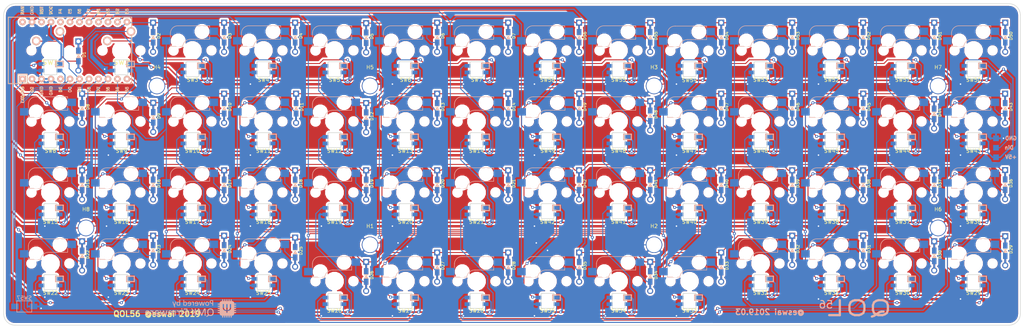
<source format=kicad_pcb>
(kicad_pcb (version 20171130) (host pcbnew "(5.0.2-4-g3082e92af)")
  (layers (0 F.Cu signal) (31 B.Cu signal) (34 B.Paste user hide) (35 F.Paste user hide) (36 B.SilkS user) (37 F.SilkS user) (38 B.Mask user) (39 F.Mask user) (44 Edge.Cuts user))
  (net 0 "")
  (net 1 "Net-(D1-Pad2)")
  (net 2 row0)
  (net 3 "Net-(D2-Pad2)")
  (net 4 "Net-(D3-Pad2)")
  (net 5 "Net-(D4-Pad2)")
  (net 6 "Net-(D5-Pad2)")
  (net 7 "Net-(D6-Pad2)")
  (net 8 "Net-(D7-Pad2)")
  (net 9 row1)
  (net 10 "Net-(D8-Pad2)")
  (net 11 "Net-(D9-Pad2)")
  (net 12 "Net-(D10-Pad2)")
  (net 13 "Net-(D11-Pad2)")
  (net 14 "Net-(D12-Pad2)")
  (net 15 "Net-(D13-Pad2)")
  (net 16 "Net-(D14-Pad2)")
  (net 17 "Net-(D15-Pad2)")
  (net 18 row2)
  (net 19 "Net-(D16-Pad2)")
  (net 20 "Net-(D17-Pad2)")
  (net 21 "Net-(D18-Pad2)")
  (net 22 "Net-(D19-Pad2)")
  (net 23 "Net-(D20-Pad2)")
  (net 24 "Net-(D21-Pad2)")
  (net 25 row3)
  (net 26 "Net-(D22-Pad2)")
  (net 27 "Net-(D23-Pad2)")
  (net 28 "Net-(D24-Pad2)")
  (net 29 "Net-(D25-Pad2)")
  (net 30 "Net-(D26-Pad2)")
  (net 31 "Net-(D27-Pad2)")
  (net 32 "Net-(D28-Pad2)")
  (net 33 "Net-(D29-Pad2)")
  (net 34 row4)
  (net 35 "Net-(D30-Pad2)")
  (net 36 "Net-(D31-Pad2)")
  (net 37 "Net-(D32-Pad2)")
  (net 38 "Net-(D33-Pad2)")
  (net 39 "Net-(D34-Pad2)")
  (net 40 "Net-(D35-Pad2)")
  (net 41 row5)
  (net 42 "Net-(D36-Pad2)")
  (net 43 "Net-(D37-Pad2)")
  (net 44 "Net-(D38-Pad2)")
  (net 45 "Net-(D39-Pad2)")
  (net 46 "Net-(D40-Pad2)")
  (net 47 "Net-(D41-Pad2)")
  (net 48 "Net-(D42-Pad2)")
  (net 49 "Net-(D43-Pad2)")
  (net 50 row6)
  (net 51 "Net-(D44-Pad2)")
  (net 52 "Net-(D45-Pad2)")
  (net 53 "Net-(D46-Pad2)")
  (net 54 "Net-(D47-Pad2)")
  (net 55 "Net-(D48-Pad2)")
  (net 56 "Net-(D49-Pad2)")
  (net 57 row7)
  (net 58 "Net-(D50-Pad2)")
  (net 59 "Net-(D51-Pad2)")
  (net 60 "Net-(D52-Pad2)")
  (net 61 "Net-(D53-Pad2)")
  (net 62 "Net-(D54-Pad2)")
  (net 63 "Net-(D55-Pad2)")
  (net 64 "Net-(D56-Pad2)")
  (net 65 LED)
  (net 66 VCC)
  (net 67 col0)
  (net 68 col1)
  (net 69 col2)
  (net 70 col3)
  (net 71 col4)
  (net 72 col5)
  (net 73 col6)
  (net 74 GND)
  (net 75 reset)
  (net 76 "Net-(U1-Pad24)")
  (net 77 "Net-(L52-Pad1)")
  (net 78 "Net-(L51-Pad1)")
  (net 79 "Net-(L50-Pad1)")
  (net 80 "Net-(L49-Pad1)")
  (net 81 "Net-(L45-Pad1)")
  (net 82 "Net-(L44-Pad1)")
  (net 83 "Net-(L43-Pad1)")
  (net 84 "Net-(L42-Pad1)")
  (net 85 "Net-(L41-Pad1)")
  (net 86 "Net-(L37-Pad1)")
  (net 87 "Net-(L36-Pad1)")
  (net 88 "Net-(L35-Pad1)")
  (net 89 "Net-(L34-Pad1)")
  (net 90 "Net-(L33-Pad1)")
  (net 91 "Net-(L29-Pad1)")
  (net 92 "Net-(L28-Pad1)")
  (net 93 "Net-(L27-Pad1)")
  (net 94 "Net-(L26-Pad1)")
  (net 95 "Net-(L25-Pad1)")
  (net 96 "Net-(L21-Pad1)")
  (net 97 "Net-(L20-Pad1)")
  (net 98 "Net-(L19-Pad1)")
  (net 99 "Net-(L18-Pad1)")
  (net 100 "Net-(L17-Pad1)")
  (net 101 "Net-(L13-Pad1)")
  (net 102 "Net-(L12-Pad1)")
  (net 103 "Net-(L11-Pad1)")
  (net 104 "Net-(L10-Pad1)")
  (net 105 "Net-(L10-Pad3)")
  (net 106 "Net-(L5-Pad1)")
  (net 107 "Net-(L4-Pad1)")
  (net 108 "Net-(L3-Pad1)")
  (net 109 "Net-(L2-Pad1)")
  (net 110 "Net-(L1-Pad1)")
  (net 111 "Net-(L55-Pad3)")
  (net 112 "Net-(L54-Pad3)")
  (net 113 "Net-(L53-Pad3)")
  (net 114 "Net-(L47-Pad3)")
  (net 115 "Net-(L46-Pad3)")
  (net 116 "Net-(L45-Pad3)")
  (net 117 "Net-(L39-Pad3)")
  (net 118 "Net-(L38-Pad3)")
  (net 119 "Net-(L37-Pad3)")
  (net 120 "Net-(L31-Pad3)")
  (net 121 "Net-(L30-Pad3)")
  (net 122 "Net-(L29-Pad3)")
  (net 123 "Net-(L23-Pad3)")
  (net 124 "Net-(L22-Pad3)")
  (net 125 "Net-(L21-Pad3)")
  (net 126 "Net-(L15-Pad3)")
  (net 127 "Net-(L14-Pad3)")
  (net 128 "Net-(L13-Pad3)")
  (net 129 "Net-(L7-Pad3)")
  (net 130 "Net-(L6-Pad3)")
  (net 131 "Net-(L5-Pad3)")
  (net 132 "Net-(J1-Pad2)")
  (net 133 "Net-(U1-Pad20)")
  (net 134 "Net-(U1-Pad5)")
  (module MountingHole:MountingHole_4mm_Pad (layer F.Cu) (at 262.8325 77.77125)
    (fp_text reference H6 (at 0 -5) (layer F.SilkS))
    (fp_text value MountingHole_Pad)
    (pad 1 thru_hole circle (at 0 0) (size 4.4 4.4) (drill 4) (layers *.Cu *.Mask) (net 74 GND))
  )
  (module MountingHole:MountingHole_4mm_Pad (layer F.Cu) (at 262.8325 39.77125)
    (fp_text reference H7 (at 0 -5) (layer F.SilkS))
    (fp_text value MountingHole_Pad)
    (pad 1 thru_hole circle (at 0 0) (size 4.4 4.4) (drill 4) (layers *.Cu *.Mask) (net 74 GND))
  )
  (module MountingHole:MountingHole_4mm_Pad (layer F.Cu) (at 34.8325 77.77125)
    (fp_text reference H8 (at 0 -5) (layer F.SilkS))
    (fp_text value MountingHole_Pad)
    (pad 1 thru_hole circle (at 0 0) (size 4.4 4.4) (drill 4) (layers *.Cu *.Mask) (net 74 GND))
  )
  (module MountingHole:MountingHole_4mm_Pad (layer F.Cu) (at 53.8325 39.77125)
    (fp_text reference H4 (at 0 -5) (layer F.SilkS))
    (fp_text value MountingHole_Pad)
    (pad 1 thru_hole circle (at 0 0) (size 4.4 4.4) (drill 4) (layers *.Cu *.Mask) (net 74 GND))
  )
  (module MountingHole:MountingHole_4mm_Pad (layer F.Cu) (at 186.8325 39.77125)
    (fp_text reference H3 (at 0 -5) (layer F.SilkS))
    (fp_text value MountingHole_Pad)
    (pad 1 thru_hole circle (at 0 0) (size 4.4 4.4) (drill 4) (layers *.Cu *.Mask) (net 74 GND))
  )
  (module MountingHole:MountingHole_4mm_Pad (layer F.Cu) (at 186.8325 82.27125)
    (fp_text reference H2 (at 0 -5) (layer F.SilkS))
    (fp_text value MountingHole_Pad)
    (pad 1 thru_hole circle (at 0 0) (size 4.4 4.4) (drill 4) (layers *.Cu *.Mask) (net 74 GND))
  )
  (module MountingHole:MountingHole_4mm_Pad (layer F.Cu) (at 110.8325 82.27125)
    (fp_text reference H1 (at 0 -5) (layer F.SilkS))
    (fp_text value MountingHole_Pad)
    (pad 1 thru_hole circle (at 0 0) (size 4.4 4.4) (drill 4) (layers *.Cu *.Mask) (net 74 GND))
  )
  (module MountingHole:MountingHole_4mm_Pad (layer F.Cu) (at 110.8325 39.77125)
    (fp_text reference H5 (at 0 -5) (layer F.SilkS))
    (fp_text value MountingHole_Pad)
    (pad 1 thru_hole circle (at 0 0) (size 4.4 4.4) (drill 4) (layers *.Cu *.Mask) (net 74 GND))
  )
  (module eswai:MX_PCB_100H (layer F.Cu) (at 25.3325 30.27125)
    (fp_text reference SW1 (at 0 3.175) (layer F.SilkS) (effects (font (size 1.27 1.524) (thickness 0.2032))))
    (fp_text value SW_PUSH hide)
    (pad "" np_thru_hole circle (at 5.08 0) (size 1.8 1.8) (drill 1.8) (layers *.Cu *.Mask))
    (pad "" np_thru_hole circle (at -5.08 0) (size 1.8 1.8) (drill 1.8) (layers *.Cu *.Mask))
    (pad "" np_thru_hole circle (at 0 0) (size 3.9878 3.9878) (drill 3.9878) (layers *.Cu *.Mask))
    (pad 2 thru_hole circle (at -3.81 -2.54) (size 2.286 2.286) (drill 1.4986) (layers *.Cu *.SilkS *.Mask) (net 1 "Net-(D1-Pad2)"))
    (pad 1 thru_hole circle (at 2.54 -5.08) (size 2.286 2.286) (drill 1.4986) (layers *.Cu *.SilkS *.Mask) (net 67 col0))
  )
  (module eswai:MX_PCB_100H (layer F.Cu) (at 44.3325 30.27125)
    (fp_text reference SW2 (at 0 3.175) (layer F.SilkS) (effects (font (size 1.27 1.524) (thickness 0.2032))))
    (fp_text value SW_PUSH hide)
    (pad "" np_thru_hole circle (at 5.08 0) (size 1.8 1.8) (drill 1.8) (layers *.Cu *.Mask))
    (pad "" np_thru_hole circle (at -5.08 0) (size 1.8 1.8) (drill 1.8) (layers *.Cu *.Mask))
    (pad "" np_thru_hole circle (at 0 0) (size 3.9878 3.9878) (drill 3.9878) (layers *.Cu *.Mask))
    (pad 2 thru_hole circle (at -3.81 -2.54) (size 2.286 2.286) (drill 1.4986) (layers *.Cu *.SilkS *.Mask) (net 3 "Net-(D2-Pad2)"))
    (pad 1 thru_hole circle (at 2.54 -5.08) (size 2.286 2.286) (drill 1.4986) (layers *.Cu *.SilkS *.Mask) (net 68 col1))
  )
  (module eswai:SK6812MINI_rev (layer F.Cu) (at 139.3325 35.27125)
    (fp_text reference L25 hide)
    (fp_text value SK6812MINI hide)
    (fp_line (start 1.75 1.7) (end 1.75 -1.75) (layer Edge.Cuts) (width 0.15))
    (fp_line (start -1.45 2) (end 1.45 2) (layer Edge.Cuts) (width 0.15))
    (fp_line (start -1.75 -1.75) (end -1.75 1.7) (layer Edge.Cuts) (width 0.15))
    (fp_line (start 1.5 -2) (end -1.45 -2) (layer Edge.Cuts) (width 0.15))
    (fp_arc (start 1.45 1.7) (end 1.45 2) (angle -90) (layer Edge.Cuts) (width 0.15))
    (fp_arc (start -1.45 1.7) (end -1.75 1.7) (angle -90) (layer Edge.Cuts) (width 0.15))
    (fp_arc (start 1.5 -1.75) (end 1.75 -1.75) (angle -90) (layer Edge.Cuts) (width 0.15))
    (fp_arc (start -1.45 -1.7) (end -1.45 -2) (angle -81.86989765) (layer Edge.Cuts) (width 0.15))
    (pad 2 smd rect (at -2.4 0.875) (size 1.6 1) (layers B.Cu B.Paste B.Mask) (net 74 GND))
    (pad 1 smd rect (at -2.4 -0.875) (size 1.6 1) (layers B.Cu B.Paste B.Mask) (net 95 "Net-(L25-Pad1)"))
    (pad 4 smd rect (at 2.4 -0.875) (size 1.6 1) (layers B.Cu B.Paste B.Mask) (net 66 VCC))
    (pad 3 smd rect (at 2.4 0.875) (size 1.6 1) (layers B.Cu B.Paste B.Mask) (net 96 "Net-(L21-Pad1)"))
  )
  (module eswai:SK6812MINI_rev (layer F.Cu) (at 25.3325 34.77125)
    (fp_text reference L1 hide)
    (fp_text value SK6812MINI hide)
    (fp_line (start 1.75 1.7) (end 1.75 -1.75) (layer Edge.Cuts) (width 0.15))
    (fp_line (start -1.45 2) (end 1.45 2) (layer Edge.Cuts) (width 0.15))
    (fp_line (start -1.75 -1.75) (end -1.75 1.7) (layer Edge.Cuts) (width 0.15))
    (fp_line (start 1.5 -2) (end -1.45 -2) (layer Edge.Cuts) (width 0.15))
    (fp_arc (start 1.45 1.7) (end 1.45 2) (angle -90) (layer Edge.Cuts) (width 0.15))
    (fp_arc (start -1.45 1.7) (end -1.75 1.7) (angle -90) (layer Edge.Cuts) (width 0.15))
    (fp_arc (start 1.5 -1.75) (end 1.75 -1.75) (angle -90) (layer Edge.Cuts) (width 0.15))
    (fp_arc (start -1.45 -1.7) (end -1.45 -2) (angle -81.86989765) (layer Edge.Cuts) (width 0.15))
    (pad 2 smd rect (at -2.4 0.875) (size 1.6 1) (layers B.Cu B.Paste B.Mask) (net 74 GND))
    (pad 1 smd rect (at -2.4 -0.875) (size 1.6 1) (layers B.Cu B.Paste B.Mask) (net 110 "Net-(L1-Pad1)"))
    (pad 4 smd rect (at 2.4 -0.875) (size 1.6 1) (layers B.Cu B.Paste B.Mask) (net 66 VCC))
    (pad 3 smd rect (at 2.4 0.875) (size 1.6 1) (layers B.Cu B.Paste B.Mask) (net 65 LED))
  )
  (module eswai:SK6812MINI_rev (layer F.Cu) (at 25.3325 54.27125)
    (fp_text reference L2 hide)
    (fp_text value SK6812MINI hide)
    (fp_line (start 1.75 1.7) (end 1.75 -1.75) (layer Edge.Cuts) (width 0.15))
    (fp_line (start -1.45 2) (end 1.45 2) (layer Edge.Cuts) (width 0.15))
    (fp_line (start -1.75 -1.75) (end -1.75 1.7) (layer Edge.Cuts) (width 0.15))
    (fp_line (start 1.5 -2) (end -1.45 -2) (layer Edge.Cuts) (width 0.15))
    (fp_arc (start 1.45 1.7) (end 1.45 2) (angle -90) (layer Edge.Cuts) (width 0.15))
    (fp_arc (start -1.45 1.7) (end -1.75 1.7) (angle -90) (layer Edge.Cuts) (width 0.15))
    (fp_arc (start 1.5 -1.75) (end 1.75 -1.75) (angle -90) (layer Edge.Cuts) (width 0.15))
    (fp_arc (start -1.45 -1.7) (end -1.45 -2) (angle -81.86989765) (layer Edge.Cuts) (width 0.15))
    (pad 2 smd rect (at -2.4 0.875) (size 1.6 1) (layers B.Cu B.Paste B.Mask) (net 74 GND))
    (pad 1 smd rect (at -2.4 -0.875) (size 1.6 1) (layers B.Cu B.Paste B.Mask) (net 109 "Net-(L2-Pad1)"))
    (pad 4 smd rect (at 2.4 -0.875) (size 1.6 1) (layers B.Cu B.Paste B.Mask) (net 66 VCC))
    (pad 3 smd rect (at 2.4 0.875) (size 1.6 1) (layers B.Cu B.Paste B.Mask) (net 110 "Net-(L1-Pad1)"))
  )
  (module eswai:SK6812MINI_rev (layer F.Cu) (at 25.3325 73.27125)
    (fp_text reference L3 hide)
    (fp_text value SK6812MINI hide)
    (fp_line (start 1.75 1.7) (end 1.75 -1.75) (layer Edge.Cuts) (width 0.15))
    (fp_line (start -1.45 2) (end 1.45 2) (layer Edge.Cuts) (width 0.15))
    (fp_line (start -1.75 -1.75) (end -1.75 1.7) (layer Edge.Cuts) (width 0.15))
    (fp_line (start 1.5 -2) (end -1.45 -2) (layer Edge.Cuts) (width 0.15))
    (fp_arc (start 1.45 1.7) (end 1.45 2) (angle -90) (layer Edge.Cuts) (width 0.15))
    (fp_arc (start -1.45 1.7) (end -1.75 1.7) (angle -90) (layer Edge.Cuts) (width 0.15))
    (fp_arc (start 1.5 -1.75) (end 1.75 -1.75) (angle -90) (layer Edge.Cuts) (width 0.15))
    (fp_arc (start -1.45 -1.7) (end -1.45 -2) (angle -81.86989765) (layer Edge.Cuts) (width 0.15))
    (pad 2 smd rect (at -2.4 0.875) (size 1.6 1) (layers B.Cu B.Paste B.Mask) (net 74 GND))
    (pad 1 smd rect (at -2.4 -0.875) (size 1.6 1) (layers B.Cu B.Paste B.Mask) (net 108 "Net-(L3-Pad1)"))
    (pad 4 smd rect (at 2.4 -0.875) (size 1.6 1) (layers B.Cu B.Paste B.Mask) (net 66 VCC))
    (pad 3 smd rect (at 2.4 0.875) (size 1.6 1) (layers B.Cu B.Paste B.Mask) (net 109 "Net-(L2-Pad1)"))
  )
  (module eswai:SK6812MINI_rev (layer F.Cu) (at 25.3325 92.27125)
    (fp_text reference L4 hide)
    (fp_text value SK6812MINI hide)
    (fp_line (start 1.75 1.7) (end 1.75 -1.75) (layer Edge.Cuts) (width 0.15))
    (fp_line (start -1.45 2) (end 1.45 2) (layer Edge.Cuts) (width 0.15))
    (fp_line (start -1.75 -1.75) (end -1.75 1.7) (layer Edge.Cuts) (width 0.15))
    (fp_line (start 1.5 -2) (end -1.45 -2) (layer Edge.Cuts) (width 0.15))
    (fp_arc (start 1.45 1.7) (end 1.45 2) (angle -90) (layer Edge.Cuts) (width 0.15))
    (fp_arc (start -1.45 1.7) (end -1.75 1.7) (angle -90) (layer Edge.Cuts) (width 0.15))
    (fp_arc (start 1.5 -1.75) (end 1.75 -1.75) (angle -90) (layer Edge.Cuts) (width 0.15))
    (fp_arc (start -1.45 -1.7) (end -1.45 -2) (angle -81.86989765) (layer Edge.Cuts) (width 0.15))
    (pad 2 smd rect (at -2.4 0.875) (size 1.6 1) (layers B.Cu B.Paste B.Mask) (net 74 GND))
    (pad 1 smd rect (at -2.4 -0.875) (size 1.6 1) (layers B.Cu B.Paste B.Mask) (net 107 "Net-(L4-Pad1)"))
    (pad 4 smd rect (at 2.4 -0.875) (size 1.6 1) (layers B.Cu B.Paste B.Mask) (net 66 VCC))
    (pad 3 smd rect (at 2.4 0.875) (size 1.6 1) (layers B.Cu B.Paste B.Mask) (net 108 "Net-(L3-Pad1)"))
  )
  (module eswai:SK6812MINI_rev (layer F.Cu) (at 44.3325 34.77125)
    (fp_text reference L5 hide)
    (fp_text value SK6812MINI hide)
    (fp_line (start 1.75 1.7) (end 1.75 -1.75) (layer Edge.Cuts) (width 0.15))
    (fp_line (start -1.45 2) (end 1.45 2) (layer Edge.Cuts) (width 0.15))
    (fp_line (start -1.75 -1.75) (end -1.75 1.7) (layer Edge.Cuts) (width 0.15))
    (fp_line (start 1.5 -2) (end -1.45 -2) (layer Edge.Cuts) (width 0.15))
    (fp_arc (start 1.45 1.7) (end 1.45 2) (angle -90) (layer Edge.Cuts) (width 0.15))
    (fp_arc (start -1.45 1.7) (end -1.75 1.7) (angle -90) (layer Edge.Cuts) (width 0.15))
    (fp_arc (start 1.5 -1.75) (end 1.75 -1.75) (angle -90) (layer Edge.Cuts) (width 0.15))
    (fp_arc (start -1.45 -1.7) (end -1.45 -2) (angle -81.86989765) (layer Edge.Cuts) (width 0.15))
    (pad 2 smd rect (at -2.4 0.875) (size 1.6 1) (layers B.Cu B.Paste B.Mask) (net 74 GND))
    (pad 1 smd rect (at -2.4 -0.875) (size 1.6 1) (layers B.Cu B.Paste B.Mask) (net 106 "Net-(L5-Pad1)"))
    (pad 4 smd rect (at 2.4 -0.875) (size 1.6 1) (layers B.Cu B.Paste B.Mask) (net 66 VCC))
    (pad 3 smd rect (at 2.4 0.875) (size 1.6 1) (layers B.Cu B.Paste B.Mask) (net 131 "Net-(L5-Pad3)"))
  )
  (module eswai:SK6812MINI_rev (layer F.Cu) (at 44.3325 54.27125)
    (fp_text reference L6 hide)
    (fp_text value SK6812MINI hide)
    (fp_line (start 1.75 1.7) (end 1.75 -1.75) (layer Edge.Cuts) (width 0.15))
    (fp_line (start -1.45 2) (end 1.45 2) (layer Edge.Cuts) (width 0.15))
    (fp_line (start -1.75 -1.75) (end -1.75 1.7) (layer Edge.Cuts) (width 0.15))
    (fp_line (start 1.5 -2) (end -1.45 -2) (layer Edge.Cuts) (width 0.15))
    (fp_arc (start 1.45 1.7) (end 1.45 2) (angle -90) (layer Edge.Cuts) (width 0.15))
    (fp_arc (start -1.45 1.7) (end -1.75 1.7) (angle -90) (layer Edge.Cuts) (width 0.15))
    (fp_arc (start 1.5 -1.75) (end 1.75 -1.75) (angle -90) (layer Edge.Cuts) (width 0.15))
    (fp_arc (start -1.45 -1.7) (end -1.45 -2) (angle -81.86989765) (layer Edge.Cuts) (width 0.15))
    (pad 2 smd rect (at -2.4 0.875) (size 1.6 1) (layers B.Cu B.Paste B.Mask) (net 74 GND))
    (pad 1 smd rect (at -2.4 -0.875) (size 1.6 1) (layers B.Cu B.Paste B.Mask) (net 131 "Net-(L5-Pad3)"))
    (pad 4 smd rect (at 2.4 -0.875) (size 1.6 1) (layers B.Cu B.Paste B.Mask) (net 66 VCC))
    (pad 3 smd rect (at 2.4 0.875) (size 1.6 1) (layers B.Cu B.Paste B.Mask) (net 130 "Net-(L6-Pad3)"))
  )
  (module eswai:SK6812MINI_rev (layer F.Cu) (at 44.3325 73.27125)
    (fp_text reference L7 hide)
    (fp_text value SK6812MINI hide)
    (fp_line (start 1.75 1.7) (end 1.75 -1.75) (layer Edge.Cuts) (width 0.15))
    (fp_line (start -1.45 2) (end 1.45 2) (layer Edge.Cuts) (width 0.15))
    (fp_line (start -1.75 -1.75) (end -1.75 1.7) (layer Edge.Cuts) (width 0.15))
    (fp_line (start 1.5 -2) (end -1.45 -2) (layer Edge.Cuts) (width 0.15))
    (fp_arc (start 1.45 1.7) (end 1.45 2) (angle -90) (layer Edge.Cuts) (width 0.15))
    (fp_arc (start -1.45 1.7) (end -1.75 1.7) (angle -90) (layer Edge.Cuts) (width 0.15))
    (fp_arc (start 1.5 -1.75) (end 1.75 -1.75) (angle -90) (layer Edge.Cuts) (width 0.15))
    (fp_arc (start -1.45 -1.7) (end -1.45 -2) (angle -81.86989765) (layer Edge.Cuts) (width 0.15))
    (pad 2 smd rect (at -2.4 0.875) (size 1.6 1) (layers B.Cu B.Paste B.Mask) (net 74 GND))
    (pad 1 smd rect (at -2.4 -0.875) (size 1.6 1) (layers B.Cu B.Paste B.Mask) (net 130 "Net-(L6-Pad3)"))
    (pad 4 smd rect (at 2.4 -0.875) (size 1.6 1) (layers B.Cu B.Paste B.Mask) (net 66 VCC))
    (pad 3 smd rect (at 2.4 0.875) (size 1.6 1) (layers B.Cu B.Paste B.Mask) (net 129 "Net-(L7-Pad3)"))
  )
  (module eswai:SK6812MINI_rev (layer F.Cu) (at 44.3325 92.27125)
    (fp_text reference L8 hide)
    (fp_text value SK6812MINI hide)
    (fp_line (start 1.75 1.7) (end 1.75 -1.75) (layer Edge.Cuts) (width 0.15))
    (fp_line (start -1.45 2) (end 1.45 2) (layer Edge.Cuts) (width 0.15))
    (fp_line (start -1.75 -1.75) (end -1.75 1.7) (layer Edge.Cuts) (width 0.15))
    (fp_line (start 1.5 -2) (end -1.45 -2) (layer Edge.Cuts) (width 0.15))
    (fp_arc (start 1.45 1.7) (end 1.45 2) (angle -90) (layer Edge.Cuts) (width 0.15))
    (fp_arc (start -1.45 1.7) (end -1.75 1.7) (angle -90) (layer Edge.Cuts) (width 0.15))
    (fp_arc (start 1.5 -1.75) (end 1.75 -1.75) (angle -90) (layer Edge.Cuts) (width 0.15))
    (fp_arc (start -1.45 -1.7) (end -1.45 -2) (angle -81.86989765) (layer Edge.Cuts) (width 0.15))
    (pad 2 smd rect (at -2.4 0.875) (size 1.6 1) (layers B.Cu B.Paste B.Mask) (net 74 GND))
    (pad 1 smd rect (at -2.4 -0.875) (size 1.6 1) (layers B.Cu B.Paste B.Mask) (net 129 "Net-(L7-Pad3)"))
    (pad 4 smd rect (at 2.4 -0.875) (size 1.6 1) (layers B.Cu B.Paste B.Mask) (net 66 VCC))
    (pad 3 smd rect (at 2.4 0.875) (size 1.6 1) (layers B.Cu B.Paste B.Mask) (net 107 "Net-(L4-Pad1)"))
  )
  (module eswai:SK6812MINI_rev (layer F.Cu) (at 63.3325 35.27125)
    (fp_text reference L9 hide)
    (fp_text value SK6812MINI hide)
    (fp_line (start 1.75 1.7) (end 1.75 -1.75) (layer Edge.Cuts) (width 0.15))
    (fp_line (start -1.45 2) (end 1.45 2) (layer Edge.Cuts) (width 0.15))
    (fp_line (start -1.75 -1.75) (end -1.75 1.7) (layer Edge.Cuts) (width 0.15))
    (fp_line (start 1.5 -2) (end -1.45 -2) (layer Edge.Cuts) (width 0.15))
    (fp_arc (start 1.45 1.7) (end 1.45 2) (angle -90) (layer Edge.Cuts) (width 0.15))
    (fp_arc (start -1.45 1.7) (end -1.75 1.7) (angle -90) (layer Edge.Cuts) (width 0.15))
    (fp_arc (start 1.5 -1.75) (end 1.75 -1.75) (angle -90) (layer Edge.Cuts) (width 0.15))
    (fp_arc (start -1.45 -1.7) (end -1.45 -2) (angle -81.86989765) (layer Edge.Cuts) (width 0.15))
    (pad 2 smd rect (at -2.4 0.875) (size 1.6 1) (layers B.Cu B.Paste B.Mask) (net 74 GND))
    (pad 1 smd rect (at -2.4 -0.875) (size 1.6 1) (layers B.Cu B.Paste B.Mask) (net 105 "Net-(L10-Pad3)"))
    (pad 4 smd rect (at 2.4 -0.875) (size 1.6 1) (layers B.Cu B.Paste B.Mask) (net 66 VCC))
    (pad 3 smd rect (at 2.4 0.875) (size 1.6 1) (layers B.Cu B.Paste B.Mask) (net 106 "Net-(L5-Pad1)"))
  )
  (module eswai:SK6812MINI_rev (layer F.Cu) (at 63.3325 54.27125)
    (fp_text reference L10 hide)
    (fp_text value SK6812MINI hide)
    (fp_line (start 1.75 1.7) (end 1.75 -1.75) (layer Edge.Cuts) (width 0.15))
    (fp_line (start -1.45 2) (end 1.45 2) (layer Edge.Cuts) (width 0.15))
    (fp_line (start -1.75 -1.75) (end -1.75 1.7) (layer Edge.Cuts) (width 0.15))
    (fp_line (start 1.5 -2) (end -1.45 -2) (layer Edge.Cuts) (width 0.15))
    (fp_arc (start 1.45 1.7) (end 1.45 2) (angle -90) (layer Edge.Cuts) (width 0.15))
    (fp_arc (start -1.45 1.7) (end -1.75 1.7) (angle -90) (layer Edge.Cuts) (width 0.15))
    (fp_arc (start 1.5 -1.75) (end 1.75 -1.75) (angle -90) (layer Edge.Cuts) (width 0.15))
    (fp_arc (start -1.45 -1.7) (end -1.45 -2) (angle -81.86989765) (layer Edge.Cuts) (width 0.15))
    (pad 2 smd rect (at -2.4 0.875) (size 1.6 1) (layers B.Cu B.Paste B.Mask) (net 74 GND))
    (pad 1 smd rect (at -2.4 -0.875) (size 1.6 1) (layers B.Cu B.Paste B.Mask) (net 104 "Net-(L10-Pad1)"))
    (pad 4 smd rect (at 2.4 -0.875) (size 1.6 1) (layers B.Cu B.Paste B.Mask) (net 66 VCC))
    (pad 3 smd rect (at 2.4 0.875) (size 1.6 1) (layers B.Cu B.Paste B.Mask) (net 105 "Net-(L10-Pad3)"))
  )
  (module eswai:SK6812MINI_rev (layer F.Cu) (at 63.3325 73.27125)
    (fp_text reference L11 hide)
    (fp_text value SK6812MINI hide)
    (fp_line (start 1.75 1.7) (end 1.75 -1.75) (layer Edge.Cuts) (width 0.15))
    (fp_line (start -1.45 2) (end 1.45 2) (layer Edge.Cuts) (width 0.15))
    (fp_line (start -1.75 -1.75) (end -1.75 1.7) (layer Edge.Cuts) (width 0.15))
    (fp_line (start 1.5 -2) (end -1.45 -2) (layer Edge.Cuts) (width 0.15))
    (fp_arc (start 1.45 1.7) (end 1.45 2) (angle -90) (layer Edge.Cuts) (width 0.15))
    (fp_arc (start -1.45 1.7) (end -1.75 1.7) (angle -90) (layer Edge.Cuts) (width 0.15))
    (fp_arc (start 1.5 -1.75) (end 1.75 -1.75) (angle -90) (layer Edge.Cuts) (width 0.15))
    (fp_arc (start -1.45 -1.7) (end -1.45 -2) (angle -81.86989765) (layer Edge.Cuts) (width 0.15))
    (pad 2 smd rect (at -2.4 0.875) (size 1.6 1) (layers B.Cu B.Paste B.Mask) (net 74 GND))
    (pad 1 smd rect (at -2.4 -0.875) (size 1.6 1) (layers B.Cu B.Paste B.Mask) (net 103 "Net-(L11-Pad1)"))
    (pad 4 smd rect (at 2.4 -0.875) (size 1.6 1) (layers B.Cu B.Paste B.Mask) (net 66 VCC))
    (pad 3 smd rect (at 2.4 0.875) (size 1.6 1) (layers B.Cu B.Paste B.Mask) (net 104 "Net-(L10-Pad1)"))
  )
  (module eswai:SK6812MINI_rev (layer F.Cu) (at 63.3325 92.27125)
    (fp_text reference L12 hide)
    (fp_text value SK6812MINI hide)
    (fp_line (start 1.75 1.7) (end 1.75 -1.75) (layer Edge.Cuts) (width 0.15))
    (fp_line (start -1.45 2) (end 1.45 2) (layer Edge.Cuts) (width 0.15))
    (fp_line (start -1.75 -1.75) (end -1.75 1.7) (layer Edge.Cuts) (width 0.15))
    (fp_line (start 1.5 -2) (end -1.45 -2) (layer Edge.Cuts) (width 0.15))
    (fp_arc (start 1.45 1.7) (end 1.45 2) (angle -90) (layer Edge.Cuts) (width 0.15))
    (fp_arc (start -1.45 1.7) (end -1.75 1.7) (angle -90) (layer Edge.Cuts) (width 0.15))
    (fp_arc (start 1.5 -1.75) (end 1.75 -1.75) (angle -90) (layer Edge.Cuts) (width 0.15))
    (fp_arc (start -1.45 -1.7) (end -1.45 -2) (angle -81.86989765) (layer Edge.Cuts) (width 0.15))
    (pad 2 smd rect (at -2.4 0.875) (size 1.6 1) (layers B.Cu B.Paste B.Mask) (net 74 GND))
    (pad 1 smd rect (at -2.4 -0.875) (size 1.6 1) (layers B.Cu B.Paste B.Mask) (net 102 "Net-(L12-Pad1)"))
    (pad 4 smd rect (at 2.4 -0.875) (size 1.6 1) (layers B.Cu B.Paste B.Mask) (net 66 VCC))
    (pad 3 smd rect (at 2.4 0.875) (size 1.6 1) (layers B.Cu B.Paste B.Mask) (net 103 "Net-(L11-Pad1)"))
  )
  (module eswai:SK6812MINI_rev (layer F.Cu) (at 82.3325 35.27125)
    (fp_text reference L13 hide)
    (fp_text value SK6812MINI hide)
    (fp_line (start 1.75 1.7) (end 1.75 -1.75) (layer Edge.Cuts) (width 0.15))
    (fp_line (start -1.45 2) (end 1.45 2) (layer Edge.Cuts) (width 0.15))
    (fp_line (start -1.75 -1.75) (end -1.75 1.7) (layer Edge.Cuts) (width 0.15))
    (fp_line (start 1.5 -2) (end -1.45 -2) (layer Edge.Cuts) (width 0.15))
    (fp_arc (start 1.45 1.7) (end 1.45 2) (angle -90) (layer Edge.Cuts) (width 0.15))
    (fp_arc (start -1.45 1.7) (end -1.75 1.7) (angle -90) (layer Edge.Cuts) (width 0.15))
    (fp_arc (start 1.5 -1.75) (end 1.75 -1.75) (angle -90) (layer Edge.Cuts) (width 0.15))
    (fp_arc (start -1.45 -1.7) (end -1.45 -2) (angle -81.86989765) (layer Edge.Cuts) (width 0.15))
    (pad 2 smd rect (at -2.4 0.875) (size 1.6 1) (layers B.Cu B.Paste B.Mask) (net 74 GND))
    (pad 1 smd rect (at -2.4 -0.875) (size 1.6 1) (layers B.Cu B.Paste B.Mask) (net 101 "Net-(L13-Pad1)"))
    (pad 4 smd rect (at 2.4 -0.875) (size 1.6 1) (layers B.Cu B.Paste B.Mask) (net 66 VCC))
    (pad 3 smd rect (at 2.4 0.875) (size 1.6 1) (layers B.Cu B.Paste B.Mask) (net 128 "Net-(L13-Pad3)"))
  )
  (module eswai:SK6812MINI_rev (layer F.Cu) (at 82.3325 54.27125)
    (fp_text reference L14 hide)
    (fp_text value SK6812MINI hide)
    (fp_line (start 1.75 1.7) (end 1.75 -1.75) (layer Edge.Cuts) (width 0.15))
    (fp_line (start -1.45 2) (end 1.45 2) (layer Edge.Cuts) (width 0.15))
    (fp_line (start -1.75 -1.75) (end -1.75 1.7) (layer Edge.Cuts) (width 0.15))
    (fp_line (start 1.5 -2) (end -1.45 -2) (layer Edge.Cuts) (width 0.15))
    (fp_arc (start 1.45 1.7) (end 1.45 2) (angle -90) (layer Edge.Cuts) (width 0.15))
    (fp_arc (start -1.45 1.7) (end -1.75 1.7) (angle -90) (layer Edge.Cuts) (width 0.15))
    (fp_arc (start 1.5 -1.75) (end 1.75 -1.75) (angle -90) (layer Edge.Cuts) (width 0.15))
    (fp_arc (start -1.45 -1.7) (end -1.45 -2) (angle -81.86989765) (layer Edge.Cuts) (width 0.15))
    (pad 2 smd rect (at -2.4 0.875) (size 1.6 1) (layers B.Cu B.Paste B.Mask) (net 74 GND))
    (pad 1 smd rect (at -2.4 -0.875) (size 1.6 1) (layers B.Cu B.Paste B.Mask) (net 128 "Net-(L13-Pad3)"))
    (pad 4 smd rect (at 2.4 -0.875) (size 1.6 1) (layers B.Cu B.Paste B.Mask) (net 66 VCC))
    (pad 3 smd rect (at 2.4 0.875) (size 1.6 1) (layers B.Cu B.Paste B.Mask) (net 127 "Net-(L14-Pad3)"))
  )
  (module eswai:SK6812MINI_rev (layer F.Cu) (at 82.3325 73.27125)
    (fp_text reference L15 hide)
    (fp_text value SK6812MINI hide)
    (fp_line (start 1.75 1.7) (end 1.75 -1.75) (layer Edge.Cuts) (width 0.15))
    (fp_line (start -1.45 2) (end 1.45 2) (layer Edge.Cuts) (width 0.15))
    (fp_line (start -1.75 -1.75) (end -1.75 1.7) (layer Edge.Cuts) (width 0.15))
    (fp_line (start 1.5 -2) (end -1.45 -2) (layer Edge.Cuts) (width 0.15))
    (fp_arc (start 1.45 1.7) (end 1.45 2) (angle -90) (layer Edge.Cuts) (width 0.15))
    (fp_arc (start -1.45 1.7) (end -1.75 1.7) (angle -90) (layer Edge.Cuts) (width 0.15))
    (fp_arc (start 1.5 -1.75) (end 1.75 -1.75) (angle -90) (layer Edge.Cuts) (width 0.15))
    (fp_arc (start -1.45 -1.7) (end -1.45 -2) (angle -81.86989765) (layer Edge.Cuts) (width 0.15))
    (pad 2 smd rect (at -2.4 0.875) (size 1.6 1) (layers B.Cu B.Paste B.Mask) (net 74 GND))
    (pad 1 smd rect (at -2.4 -0.875) (size 1.6 1) (layers B.Cu B.Paste B.Mask) (net 127 "Net-(L14-Pad3)"))
    (pad 4 smd rect (at 2.4 -0.875) (size 1.6 1) (layers B.Cu B.Paste B.Mask) (net 66 VCC))
    (pad 3 smd rect (at 2.4 0.875) (size 1.6 1) (layers B.Cu B.Paste B.Mask) (net 126 "Net-(L15-Pad3)"))
  )
  (module eswai:SK6812MINI_rev (layer F.Cu) (at 82.3325 92.27125)
    (fp_text reference L16 hide)
    (fp_text value SK6812MINI hide)
    (fp_line (start 1.75 1.7) (end 1.75 -1.75) (layer Edge.Cuts) (width 0.15))
    (fp_line (start -1.45 2) (end 1.45 2) (layer Edge.Cuts) (width 0.15))
    (fp_line (start -1.75 -1.75) (end -1.75 1.7) (layer Edge.Cuts) (width 0.15))
    (fp_line (start 1.5 -2) (end -1.45 -2) (layer Edge.Cuts) (width 0.15))
    (fp_arc (start 1.45 1.7) (end 1.45 2) (angle -90) (layer Edge.Cuts) (width 0.15))
    (fp_arc (start -1.45 1.7) (end -1.75 1.7) (angle -90) (layer Edge.Cuts) (width 0.15))
    (fp_arc (start 1.5 -1.75) (end 1.75 -1.75) (angle -90) (layer Edge.Cuts) (width 0.15))
    (fp_arc (start -1.45 -1.7) (end -1.45 -2) (angle -81.86989765) (layer Edge.Cuts) (width 0.15))
    (pad 2 smd rect (at -2.4 0.875) (size 1.6 1) (layers B.Cu B.Paste B.Mask) (net 74 GND))
    (pad 1 smd rect (at -2.4 -0.875) (size 1.6 1) (layers B.Cu B.Paste B.Mask) (net 126 "Net-(L15-Pad3)"))
    (pad 4 smd rect (at 2.4 -0.875) (size 1.6 1) (layers B.Cu B.Paste B.Mask) (net 66 VCC))
    (pad 3 smd rect (at 2.4 0.875) (size 1.6 1) (layers B.Cu B.Paste B.Mask) (net 102 "Net-(L12-Pad1)"))
  )
  (module eswai:SK6812MINI_rev (layer F.Cu) (at 101.3325 35.27125)
    (fp_text reference L17 hide)
    (fp_text value SK6812MINI hide)
    (fp_line (start 1.75 1.7) (end 1.75 -1.75) (layer Edge.Cuts) (width 0.15))
    (fp_line (start -1.45 2) (end 1.45 2) (layer Edge.Cuts) (width 0.15))
    (fp_line (start -1.75 -1.75) (end -1.75 1.7) (layer Edge.Cuts) (width 0.15))
    (fp_line (start 1.5 -2) (end -1.45 -2) (layer Edge.Cuts) (width 0.15))
    (fp_arc (start 1.45 1.7) (end 1.45 2) (angle -90) (layer Edge.Cuts) (width 0.15))
    (fp_arc (start -1.45 1.7) (end -1.75 1.7) (angle -90) (layer Edge.Cuts) (width 0.15))
    (fp_arc (start 1.5 -1.75) (end 1.75 -1.75) (angle -90) (layer Edge.Cuts) (width 0.15))
    (fp_arc (start -1.45 -1.7) (end -1.45 -2) (angle -81.86989765) (layer Edge.Cuts) (width 0.15))
    (pad 2 smd rect (at -2.4 0.875) (size 1.6 1) (layers B.Cu B.Paste B.Mask) (net 74 GND))
    (pad 1 smd rect (at -2.4 -0.875) (size 1.6 1) (layers B.Cu B.Paste B.Mask) (net 100 "Net-(L17-Pad1)"))
    (pad 4 smd rect (at 2.4 -0.875) (size 1.6 1) (layers B.Cu B.Paste B.Mask) (net 66 VCC))
    (pad 3 smd rect (at 2.4 0.875) (size 1.6 1) (layers B.Cu B.Paste B.Mask) (net 101 "Net-(L13-Pad1)"))
  )
  (module eswai:SK6812MINI_rev (layer F.Cu) (at 101.3325 54.27125)
    (fp_text reference L18 hide)
    (fp_text value SK6812MINI hide)
    (fp_line (start 1.75 1.7) (end 1.75 -1.75) (layer Edge.Cuts) (width 0.15))
    (fp_line (start -1.45 2) (end 1.45 2) (layer Edge.Cuts) (width 0.15))
    (fp_line (start -1.75 -1.75) (end -1.75 1.7) (layer Edge.Cuts) (width 0.15))
    (fp_line (start 1.5 -2) (end -1.45 -2) (layer Edge.Cuts) (width 0.15))
    (fp_arc (start 1.45 1.7) (end 1.45 2) (angle -90) (layer Edge.Cuts) (width 0.15))
    (fp_arc (start -1.45 1.7) (end -1.75 1.7) (angle -90) (layer Edge.Cuts) (width 0.15))
    (fp_arc (start 1.5 -1.75) (end 1.75 -1.75) (angle -90) (layer Edge.Cuts) (width 0.15))
    (fp_arc (start -1.45 -1.7) (end -1.45 -2) (angle -81.86989765) (layer Edge.Cuts) (width 0.15))
    (pad 2 smd rect (at -2.4 0.875) (size 1.6 1) (layers B.Cu B.Paste B.Mask) (net 74 GND))
    (pad 1 smd rect (at -2.4 -0.875) (size 1.6 1) (layers B.Cu B.Paste B.Mask) (net 99 "Net-(L18-Pad1)"))
    (pad 4 smd rect (at 2.4 -0.875) (size 1.6 1) (layers B.Cu B.Paste B.Mask) (net 66 VCC))
    (pad 3 smd rect (at 2.4 0.875) (size 1.6 1) (layers B.Cu B.Paste B.Mask) (net 100 "Net-(L17-Pad1)"))
  )
  (module eswai:SK6812MINI_rev (layer F.Cu) (at 101.3325 73.27125)
    (fp_text reference L19 hide)
    (fp_text value SK6812MINI hide)
    (fp_line (start 1.75 1.7) (end 1.75 -1.75) (layer Edge.Cuts) (width 0.15))
    (fp_line (start -1.45 2) (end 1.45 2) (layer Edge.Cuts) (width 0.15))
    (fp_line (start -1.75 -1.75) (end -1.75 1.7) (layer Edge.Cuts) (width 0.15))
    (fp_line (start 1.5 -2) (end -1.45 -2) (layer Edge.Cuts) (width 0.15))
    (fp_arc (start 1.45 1.7) (end 1.45 2) (angle -90) (layer Edge.Cuts) (width 0.15))
    (fp_arc (start -1.45 1.7) (end -1.75 1.7) (angle -90) (layer Edge.Cuts) (width 0.15))
    (fp_arc (start 1.5 -1.75) (end 1.75 -1.75) (angle -90) (layer Edge.Cuts) (width 0.15))
    (fp_arc (start -1.45 -1.7) (end -1.45 -2) (angle -81.86989765) (layer Edge.Cuts) (width 0.15))
    (pad 2 smd rect (at -2.4 0.875) (size 1.6 1) (layers B.Cu B.Paste B.Mask) (net 74 GND))
    (pad 1 smd rect (at -2.4 -0.875) (size 1.6 1) (layers B.Cu B.Paste B.Mask) (net 98 "Net-(L19-Pad1)"))
    (pad 4 smd rect (at 2.4 -0.875) (size 1.6 1) (layers B.Cu B.Paste B.Mask) (net 66 VCC))
    (pad 3 smd rect (at 2.4 0.875) (size 1.6 1) (layers B.Cu B.Paste B.Mask) (net 99 "Net-(L18-Pad1)"))
  )
  (module eswai:SK6812MINI_rev (layer F.Cu) (at 101.3325 97.27125)
    (fp_text reference L20 hide)
    (fp_text value SK6812MINI hide)
    (fp_line (start 1.75 1.7) (end 1.75 -1.75) (layer Edge.Cuts) (width 0.15))
    (fp_line (start -1.45 2) (end 1.45 2) (layer Edge.Cuts) (width 0.15))
    (fp_line (start -1.75 -1.75) (end -1.75 1.7) (layer Edge.Cuts) (width 0.15))
    (fp_line (start 1.5 -2) (end -1.45 -2) (layer Edge.Cuts) (width 0.15))
    (fp_arc (start 1.45 1.7) (end 1.45 2) (angle -90) (layer Edge.Cuts) (width 0.15))
    (fp_arc (start -1.45 1.7) (end -1.75 1.7) (angle -90) (layer Edge.Cuts) (width 0.15))
    (fp_arc (start 1.5 -1.75) (end 1.75 -1.75) (angle -90) (layer Edge.Cuts) (width 0.15))
    (fp_arc (start -1.45 -1.7) (end -1.45 -2) (angle -81.86989765) (layer Edge.Cuts) (width 0.15))
    (pad 2 smd rect (at -2.4 0.875) (size 1.6 1) (layers B.Cu B.Paste B.Mask) (net 74 GND))
    (pad 1 smd rect (at -2.4 -0.875) (size 1.6 1) (layers B.Cu B.Paste B.Mask) (net 97 "Net-(L20-Pad1)"))
    (pad 4 smd rect (at 2.4 -0.875) (size 1.6 1) (layers B.Cu B.Paste B.Mask) (net 66 VCC))
    (pad 3 smd rect (at 2.4 0.875) (size 1.6 1) (layers B.Cu B.Paste B.Mask) (net 98 "Net-(L19-Pad1)"))
  )
  (module eswai:SK6812MINI_rev (layer F.Cu) (at 120.3325 35.27125)
    (fp_text reference L21 hide)
    (fp_text value SK6812MINI hide)
    (fp_line (start 1.75 1.7) (end 1.75 -1.75) (layer Edge.Cuts) (width 0.15))
    (fp_line (start -1.45 2) (end 1.45 2) (layer Edge.Cuts) (width 0.15))
    (fp_line (start -1.75 -1.75) (end -1.75 1.7) (layer Edge.Cuts) (width 0.15))
    (fp_line (start 1.5 -2) (end -1.45 -2) (layer Edge.Cuts) (width 0.15))
    (fp_arc (start 1.45 1.7) (end 1.45 2) (angle -90) (layer Edge.Cuts) (width 0.15))
    (fp_arc (start -1.45 1.7) (end -1.75 1.7) (angle -90) (layer Edge.Cuts) (width 0.15))
    (fp_arc (start 1.5 -1.75) (end 1.75 -1.75) (angle -90) (layer Edge.Cuts) (width 0.15))
    (fp_arc (start -1.45 -1.7) (end -1.45 -2) (angle -81.86989765) (layer Edge.Cuts) (width 0.15))
    (pad 2 smd rect (at -2.4 0.875) (size 1.6 1) (layers B.Cu B.Paste B.Mask) (net 74 GND))
    (pad 1 smd rect (at -2.4 -0.875) (size 1.6 1) (layers B.Cu B.Paste B.Mask) (net 96 "Net-(L21-Pad1)"))
    (pad 4 smd rect (at 2.4 -0.875) (size 1.6 1) (layers B.Cu B.Paste B.Mask) (net 66 VCC))
    (pad 3 smd rect (at 2.4 0.875) (size 1.6 1) (layers B.Cu B.Paste B.Mask) (net 125 "Net-(L21-Pad3)"))
  )
  (module eswai:SK6812MINI_rev (layer F.Cu) (at 120.3325 54.27125)
    (fp_text reference L22 hide)
    (fp_text value SK6812MINI hide)
    (fp_line (start 1.75 1.7) (end 1.75 -1.75) (layer Edge.Cuts) (width 0.15))
    (fp_line (start -1.45 2) (end 1.45 2) (layer Edge.Cuts) (width 0.15))
    (fp_line (start -1.75 -1.75) (end -1.75 1.7) (layer Edge.Cuts) (width 0.15))
    (fp_line (start 1.5 -2) (end -1.45 -2) (layer Edge.Cuts) (width 0.15))
    (fp_arc (start 1.45 1.7) (end 1.45 2) (angle -90) (layer Edge.Cuts) (width 0.15))
    (fp_arc (start -1.45 1.7) (end -1.75 1.7) (angle -90) (layer Edge.Cuts) (width 0.15))
    (fp_arc (start 1.5 -1.75) (end 1.75 -1.75) (angle -90) (layer Edge.Cuts) (width 0.15))
    (fp_arc (start -1.45 -1.7) (end -1.45 -2) (angle -81.86989765) (layer Edge.Cuts) (width 0.15))
    (pad 2 smd rect (at -2.4 0.875) (size 1.6 1) (layers B.Cu B.Paste B.Mask) (net 74 GND))
    (pad 1 smd rect (at -2.4 -0.875) (size 1.6 1) (layers B.Cu B.Paste B.Mask) (net 125 "Net-(L21-Pad3)"))
    (pad 4 smd rect (at 2.4 -0.875) (size 1.6 1) (layers B.Cu B.Paste B.Mask) (net 66 VCC))
    (pad 3 smd rect (at 2.4 0.875) (size 1.6 1) (layers B.Cu B.Paste B.Mask) (net 124 "Net-(L22-Pad3)"))
  )
  (module eswai:SK6812MINI_rev (layer F.Cu) (at 120.3325 73.27125)
    (fp_text reference L23 hide)
    (fp_text value SK6812MINI hide)
    (fp_line (start 1.75 1.7) (end 1.75 -1.75) (layer Edge.Cuts) (width 0.15))
    (fp_line (start -1.45 2) (end 1.45 2) (layer Edge.Cuts) (width 0.15))
    (fp_line (start -1.75 -1.75) (end -1.75 1.7) (layer Edge.Cuts) (width 0.15))
    (fp_line (start 1.5 -2) (end -1.45 -2) (layer Edge.Cuts) (width 0.15))
    (fp_arc (start 1.45 1.7) (end 1.45 2) (angle -90) (layer Edge.Cuts) (width 0.15))
    (fp_arc (start -1.45 1.7) (end -1.75 1.7) (angle -90) (layer Edge.Cuts) (width 0.15))
    (fp_arc (start 1.5 -1.75) (end 1.75 -1.75) (angle -90) (layer Edge.Cuts) (width 0.15))
    (fp_arc (start -1.45 -1.7) (end -1.45 -2) (angle -81.86989765) (layer Edge.Cuts) (width 0.15))
    (pad 2 smd rect (at -2.4 0.875) (size 1.6 1) (layers B.Cu B.Paste B.Mask) (net 74 GND))
    (pad 1 smd rect (at -2.4 -0.875) (size 1.6 1) (layers B.Cu B.Paste B.Mask) (net 124 "Net-(L22-Pad3)"))
    (pad 4 smd rect (at 2.4 -0.875) (size 1.6 1) (layers B.Cu B.Paste B.Mask) (net 66 VCC))
    (pad 3 smd rect (at 2.4 0.875) (size 1.6 1) (layers B.Cu B.Paste B.Mask) (net 123 "Net-(L23-Pad3)"))
  )
  (module eswai:SK6812MINI_rev (layer F.Cu) (at 120.3325 97.27125)
    (fp_text reference L24 hide)
    (fp_text value SK6812MINI hide)
    (fp_line (start 1.75 1.7) (end 1.75 -1.75) (layer Edge.Cuts) (width 0.15))
    (fp_line (start -1.45 2) (end 1.45 2) (layer Edge.Cuts) (width 0.15))
    (fp_line (start -1.75 -1.75) (end -1.75 1.7) (layer Edge.Cuts) (width 0.15))
    (fp_line (start 1.5 -2) (end -1.45 -2) (layer Edge.Cuts) (width 0.15))
    (fp_arc (start 1.45 1.7) (end 1.45 2) (angle -90) (layer Edge.Cuts) (width 0.15))
    (fp_arc (start -1.45 1.7) (end -1.75 1.7) (angle -90) (layer Edge.Cuts) (width 0.15))
    (fp_arc (start 1.5 -1.75) (end 1.75 -1.75) (angle -90) (layer Edge.Cuts) (width 0.15))
    (fp_arc (start -1.45 -1.7) (end -1.45 -2) (angle -81.86989765) (layer Edge.Cuts) (width 0.15))
    (pad 2 smd rect (at -2.4 0.875) (size 1.6 1) (layers B.Cu B.Paste B.Mask) (net 74 GND))
    (pad 1 smd rect (at -2.4 -0.875) (size 1.6 1) (layers B.Cu B.Paste B.Mask) (net 123 "Net-(L23-Pad3)"))
    (pad 4 smd rect (at 2.4 -0.875) (size 1.6 1) (layers B.Cu B.Paste B.Mask) (net 66 VCC))
    (pad 3 smd rect (at 2.4 0.875) (size 1.6 1) (layers B.Cu B.Paste B.Mask) (net 97 "Net-(L20-Pad1)"))
  )
  (module eswai:SK6812MINI_rev (layer F.Cu) (at 139.3325 54.27125)
    (fp_text reference L26 hide)
    (fp_text value SK6812MINI hide)
    (fp_line (start 1.75 1.7) (end 1.75 -1.75) (layer Edge.Cuts) (width 0.15))
    (fp_line (start -1.45 2) (end 1.45 2) (layer Edge.Cuts) (width 0.15))
    (fp_line (start -1.75 -1.75) (end -1.75 1.7) (layer Edge.Cuts) (width 0.15))
    (fp_line (start 1.5 -2) (end -1.45 -2) (layer Edge.Cuts) (width 0.15))
    (fp_arc (start 1.45 1.7) (end 1.45 2) (angle -90) (layer Edge.Cuts) (width 0.15))
    (fp_arc (start -1.45 1.7) (end -1.75 1.7) (angle -90) (layer Edge.Cuts) (width 0.15))
    (fp_arc (start 1.5 -1.75) (end 1.75 -1.75) (angle -90) (layer Edge.Cuts) (width 0.15))
    (fp_arc (start -1.45 -1.7) (end -1.45 -2) (angle -81.86989765) (layer Edge.Cuts) (width 0.15))
    (pad 2 smd rect (at -2.4 0.875) (size 1.6 1) (layers B.Cu B.Paste B.Mask) (net 74 GND))
    (pad 1 smd rect (at -2.4 -0.875) (size 1.6 1) (layers B.Cu B.Paste B.Mask) (net 94 "Net-(L26-Pad1)"))
    (pad 4 smd rect (at 2.4 -0.875) (size 1.6 1) (layers B.Cu B.Paste B.Mask) (net 66 VCC))
    (pad 3 smd rect (at 2.4 0.875) (size 1.6 1) (layers B.Cu B.Paste B.Mask) (net 95 "Net-(L25-Pad1)"))
  )
  (module eswai:SK6812MINI_rev (layer F.Cu) (at 139.3325 73.27125)
    (fp_text reference L27 hide)
    (fp_text value SK6812MINI hide)
    (fp_line (start 1.75 1.7) (end 1.75 -1.75) (layer Edge.Cuts) (width 0.15))
    (fp_line (start -1.45 2) (end 1.45 2) (layer Edge.Cuts) (width 0.15))
    (fp_line (start -1.75 -1.75) (end -1.75 1.7) (layer Edge.Cuts) (width 0.15))
    (fp_line (start 1.5 -2) (end -1.45 -2) (layer Edge.Cuts) (width 0.15))
    (fp_arc (start 1.45 1.7) (end 1.45 2) (angle -90) (layer Edge.Cuts) (width 0.15))
    (fp_arc (start -1.45 1.7) (end -1.75 1.7) (angle -90) (layer Edge.Cuts) (width 0.15))
    (fp_arc (start 1.5 -1.75) (end 1.75 -1.75) (angle -90) (layer Edge.Cuts) (width 0.15))
    (fp_arc (start -1.45 -1.7) (end -1.45 -2) (angle -81.86989765) (layer Edge.Cuts) (width 0.15))
    (pad 2 smd rect (at -2.4 0.875) (size 1.6 1) (layers B.Cu B.Paste B.Mask) (net 74 GND))
    (pad 1 smd rect (at -2.4 -0.875) (size 1.6 1) (layers B.Cu B.Paste B.Mask) (net 93 "Net-(L27-Pad1)"))
    (pad 4 smd rect (at 2.4 -0.875) (size 1.6 1) (layers B.Cu B.Paste B.Mask) (net 66 VCC))
    (pad 3 smd rect (at 2.4 0.875) (size 1.6 1) (layers B.Cu B.Paste B.Mask) (net 94 "Net-(L26-Pad1)"))
  )
  (module eswai:SK6812MINI_rev (layer F.Cu) (at 139.3325 97.27125)
    (fp_text reference L28 hide)
    (fp_text value SK6812MINI hide)
    (fp_line (start 1.75 1.7) (end 1.75 -1.75) (layer Edge.Cuts) (width 0.15))
    (fp_line (start -1.45 2) (end 1.45 2) (layer Edge.Cuts) (width 0.15))
    (fp_line (start -1.75 -1.75) (end -1.75 1.7) (layer Edge.Cuts) (width 0.15))
    (fp_line (start 1.5 -2) (end -1.45 -2) (layer Edge.Cuts) (width 0.15))
    (fp_arc (start 1.45 1.7) (end 1.45 2) (angle -90) (layer Edge.Cuts) (width 0.15))
    (fp_arc (start -1.45 1.7) (end -1.75 1.7) (angle -90) (layer Edge.Cuts) (width 0.15))
    (fp_arc (start 1.5 -1.75) (end 1.75 -1.75) (angle -90) (layer Edge.Cuts) (width 0.15))
    (fp_arc (start -1.45 -1.7) (end -1.45 -2) (angle -81.86989765) (layer Edge.Cuts) (width 0.15))
    (pad 2 smd rect (at -2.4 0.875) (size 1.6 1) (layers B.Cu B.Paste B.Mask) (net 74 GND))
    (pad 1 smd rect (at -2.4 -0.875) (size 1.6 1) (layers B.Cu B.Paste B.Mask) (net 92 "Net-(L28-Pad1)"))
    (pad 4 smd rect (at 2.4 -0.875) (size 1.6 1) (layers B.Cu B.Paste B.Mask) (net 66 VCC))
    (pad 3 smd rect (at 2.4 0.875) (size 1.6 1) (layers B.Cu B.Paste B.Mask) (net 93 "Net-(L27-Pad1)"))
  )
  (module eswai:SK6812MINI_rev (layer F.Cu) (at 158.3325 35.27125)
    (fp_text reference L29 hide)
    (fp_text value SK6812MINI hide)
    (fp_line (start 1.75 1.7) (end 1.75 -1.75) (layer Edge.Cuts) (width 0.15))
    (fp_line (start -1.45 2) (end 1.45 2) (layer Edge.Cuts) (width 0.15))
    (fp_line (start -1.75 -1.75) (end -1.75 1.7) (layer Edge.Cuts) (width 0.15))
    (fp_line (start 1.5 -2) (end -1.45 -2) (layer Edge.Cuts) (width 0.15))
    (fp_arc (start 1.45 1.7) (end 1.45 2) (angle -90) (layer Edge.Cuts) (width 0.15))
    (fp_arc (start -1.45 1.7) (end -1.75 1.7) (angle -90) (layer Edge.Cuts) (width 0.15))
    (fp_arc (start 1.5 -1.75) (end 1.75 -1.75) (angle -90) (layer Edge.Cuts) (width 0.15))
    (fp_arc (start -1.45 -1.7) (end -1.45 -2) (angle -81.86989765) (layer Edge.Cuts) (width 0.15))
    (pad 2 smd rect (at -2.4 0.875) (size 1.6 1) (layers B.Cu B.Paste B.Mask) (net 74 GND))
    (pad 1 smd rect (at -2.4 -0.875) (size 1.6 1) (layers B.Cu B.Paste B.Mask) (net 91 "Net-(L29-Pad1)"))
    (pad 4 smd rect (at 2.4 -0.875) (size 1.6 1) (layers B.Cu B.Paste B.Mask) (net 66 VCC))
    (pad 3 smd rect (at 2.4 0.875) (size 1.6 1) (layers B.Cu B.Paste B.Mask) (net 122 "Net-(L29-Pad3)"))
  )
  (module eswai:SK6812MINI_rev (layer F.Cu) (at 158.3325 54.27125)
    (fp_text reference L30 hide)
    (fp_text value SK6812MINI hide)
    (fp_line (start 1.75 1.7) (end 1.75 -1.75) (layer Edge.Cuts) (width 0.15))
    (fp_line (start -1.45 2) (end 1.45 2) (layer Edge.Cuts) (width 0.15))
    (fp_line (start -1.75 -1.75) (end -1.75 1.7) (layer Edge.Cuts) (width 0.15))
    (fp_line (start 1.5 -2) (end -1.45 -2) (layer Edge.Cuts) (width 0.15))
    (fp_arc (start 1.45 1.7) (end 1.45 2) (angle -90) (layer Edge.Cuts) (width 0.15))
    (fp_arc (start -1.45 1.7) (end -1.75 1.7) (angle -90) (layer Edge.Cuts) (width 0.15))
    (fp_arc (start 1.5 -1.75) (end 1.75 -1.75) (angle -90) (layer Edge.Cuts) (width 0.15))
    (fp_arc (start -1.45 -1.7) (end -1.45 -2) (angle -81.86989765) (layer Edge.Cuts) (width 0.15))
    (pad 2 smd rect (at -2.4 0.875) (size 1.6 1) (layers B.Cu B.Paste B.Mask) (net 74 GND))
    (pad 1 smd rect (at -2.4 -0.875) (size 1.6 1) (layers B.Cu B.Paste B.Mask) (net 122 "Net-(L29-Pad3)"))
    (pad 4 smd rect (at 2.4 -0.875) (size 1.6 1) (layers B.Cu B.Paste B.Mask) (net 66 VCC))
    (pad 3 smd rect (at 2.4 0.875) (size 1.6 1) (layers B.Cu B.Paste B.Mask) (net 121 "Net-(L30-Pad3)"))
  )
  (module eswai:SK6812MINI_rev (layer F.Cu) (at 158.3325 73.27125)
    (fp_text reference L31 hide)
    (fp_text value SK6812MINI hide)
    (fp_line (start 1.75 1.7) (end 1.75 -1.75) (layer Edge.Cuts) (width 0.15))
    (fp_line (start -1.45 2) (end 1.45 2) (layer Edge.Cuts) (width 0.15))
    (fp_line (start -1.75 -1.75) (end -1.75 1.7) (layer Edge.Cuts) (width 0.15))
    (fp_line (start 1.5 -2) (end -1.45 -2) (layer Edge.Cuts) (width 0.15))
    (fp_arc (start 1.45 1.7) (end 1.45 2) (angle -90) (layer Edge.Cuts) (width 0.15))
    (fp_arc (start -1.45 1.7) (end -1.75 1.7) (angle -90) (layer Edge.Cuts) (width 0.15))
    (fp_arc (start 1.5 -1.75) (end 1.75 -1.75) (angle -90) (layer Edge.Cuts) (width 0.15))
    (fp_arc (start -1.45 -1.7) (end -1.45 -2) (angle -81.86989765) (layer Edge.Cuts) (width 0.15))
    (pad 2 smd rect (at -2.4 0.875) (size 1.6 1) (layers B.Cu B.Paste B.Mask) (net 74 GND))
    (pad 1 smd rect (at -2.4 -0.875) (size 1.6 1) (layers B.Cu B.Paste B.Mask) (net 121 "Net-(L30-Pad3)"))
    (pad 4 smd rect (at 2.4 -0.875) (size 1.6 1) (layers B.Cu B.Paste B.Mask) (net 66 VCC))
    (pad 3 smd rect (at 2.4 0.875) (size 1.6 1) (layers B.Cu B.Paste B.Mask) (net 120 "Net-(L31-Pad3)"))
  )
  (module eswai:SK6812MINI_rev (layer F.Cu) (at 158.3325 97.27125)
    (fp_text reference L32 hide)
    (fp_text value SK6812MINI hide)
    (fp_line (start 1.75 1.7) (end 1.75 -1.75) (layer Edge.Cuts) (width 0.15))
    (fp_line (start -1.45 2) (end 1.45 2) (layer Edge.Cuts) (width 0.15))
    (fp_line (start -1.75 -1.75) (end -1.75 1.7) (layer Edge.Cuts) (width 0.15))
    (fp_line (start 1.5 -2) (end -1.45 -2) (layer Edge.Cuts) (width 0.15))
    (fp_arc (start 1.45 1.7) (end 1.45 2) (angle -90) (layer Edge.Cuts) (width 0.15))
    (fp_arc (start -1.45 1.7) (end -1.75 1.7) (angle -90) (layer Edge.Cuts) (width 0.15))
    (fp_arc (start 1.5 -1.75) (end 1.75 -1.75) (angle -90) (layer Edge.Cuts) (width 0.15))
    (fp_arc (start -1.45 -1.7) (end -1.45 -2) (angle -81.86989765) (layer Edge.Cuts) (width 0.15))
    (pad 2 smd rect (at -2.4 0.875) (size 1.6 1) (layers B.Cu B.Paste B.Mask) (net 74 GND))
    (pad 1 smd rect (at -2.4 -0.875) (size 1.6 1) (layers B.Cu B.Paste B.Mask) (net 120 "Net-(L31-Pad3)"))
    (pad 4 smd rect (at 2.4 -0.875) (size 1.6 1) (layers B.Cu B.Paste B.Mask) (net 66 VCC))
    (pad 3 smd rect (at 2.4 0.875) (size 1.6 1) (layers B.Cu B.Paste B.Mask) (net 92 "Net-(L28-Pad1)"))
  )
  (module eswai:SK6812MINI_rev (layer F.Cu) (at 177.3325 35.27125)
    (fp_text reference L33 hide)
    (fp_text value SK6812MINI hide)
    (fp_line (start 1.75 1.7) (end 1.75 -1.75) (layer Edge.Cuts) (width 0.15))
    (fp_line (start -1.45 2) (end 1.45 2) (layer Edge.Cuts) (width 0.15))
    (fp_line (start -1.75 -1.75) (end -1.75 1.7) (layer Edge.Cuts) (width 0.15))
    (fp_line (start 1.5 -2) (end -1.45 -2) (layer Edge.Cuts) (width 0.15))
    (fp_arc (start 1.45 1.7) (end 1.45 2) (angle -90) (layer Edge.Cuts) (width 0.15))
    (fp_arc (start -1.45 1.7) (end -1.75 1.7) (angle -90) (layer Edge.Cuts) (width 0.15))
    (fp_arc (start 1.5 -1.75) (end 1.75 -1.75) (angle -90) (layer Edge.Cuts) (width 0.15))
    (fp_arc (start -1.45 -1.7) (end -1.45 -2) (angle -81.86989765) (layer Edge.Cuts) (width 0.15))
    (pad 2 smd rect (at -2.4 0.875) (size 1.6 1) (layers B.Cu B.Paste B.Mask) (net 74 GND))
    (pad 1 smd rect (at -2.4 -0.875) (size 1.6 1) (layers B.Cu B.Paste B.Mask) (net 90 "Net-(L33-Pad1)"))
    (pad 4 smd rect (at 2.4 -0.875) (size 1.6 1) (layers B.Cu B.Paste B.Mask) (net 66 VCC))
    (pad 3 smd rect (at 2.4 0.875) (size 1.6 1) (layers B.Cu B.Paste B.Mask) (net 91 "Net-(L29-Pad1)"))
  )
  (module eswai:SK6812MINI_rev (layer F.Cu) (at 177.3325 54.27125)
    (fp_text reference L34 hide)
    (fp_text value SK6812MINI hide)
    (fp_line (start 1.75 1.7) (end 1.75 -1.75) (layer Edge.Cuts) (width 0.15))
    (fp_line (start -1.45 2) (end 1.45 2) (layer Edge.Cuts) (width 0.15))
    (fp_line (start -1.75 -1.75) (end -1.75 1.7) (layer Edge.Cuts) (width 0.15))
    (fp_line (start 1.5 -2) (end -1.45 -2) (layer Edge.Cuts) (width 0.15))
    (fp_arc (start 1.45 1.7) (end 1.45 2) (angle -90) (layer Edge.Cuts) (width 0.15))
    (fp_arc (start -1.45 1.7) (end -1.75 1.7) (angle -90) (layer Edge.Cuts) (width 0.15))
    (fp_arc (start 1.5 -1.75) (end 1.75 -1.75) (angle -90) (layer Edge.Cuts) (width 0.15))
    (fp_arc (start -1.45 -1.7) (end -1.45 -2) (angle -81.86989765) (layer Edge.Cuts) (width 0.15))
    (pad 2 smd rect (at -2.4 0.875) (size 1.6 1) (layers B.Cu B.Paste B.Mask) (net 74 GND))
    (pad 1 smd rect (at -2.4 -0.875) (size 1.6 1) (layers B.Cu B.Paste B.Mask) (net 89 "Net-(L34-Pad1)"))
    (pad 4 smd rect (at 2.4 -0.875) (size 1.6 1) (layers B.Cu B.Paste B.Mask) (net 66 VCC))
    (pad 3 smd rect (at 2.4 0.875) (size 1.6 1) (layers B.Cu B.Paste B.Mask) (net 90 "Net-(L33-Pad1)"))
  )
  (module eswai:SK6812MINI_rev (layer F.Cu) (at 177.3325 73.27125)
    (fp_text reference L35 hide)
    (fp_text value SK6812MINI hide)
    (fp_line (start 1.75 1.7) (end 1.75 -1.75) (layer Edge.Cuts) (width 0.15))
    (fp_line (start -1.45 2) (end 1.45 2) (layer Edge.Cuts) (width 0.15))
    (fp_line (start -1.75 -1.75) (end -1.75 1.7) (layer Edge.Cuts) (width 0.15))
    (fp_line (start 1.5 -2) (end -1.45 -2) (layer Edge.Cuts) (width 0.15))
    (fp_arc (start 1.45 1.7) (end 1.45 2) (angle -90) (layer Edge.Cuts) (width 0.15))
    (fp_arc (start -1.45 1.7) (end -1.75 1.7) (angle -90) (layer Edge.Cuts) (width 0.15))
    (fp_arc (start 1.5 -1.75) (end 1.75 -1.75) (angle -90) (layer Edge.Cuts) (width 0.15))
    (fp_arc (start -1.45 -1.7) (end -1.45 -2) (angle -81.86989765) (layer Edge.Cuts) (width 0.15))
    (pad 2 smd rect (at -2.4 0.875) (size 1.6 1) (layers B.Cu B.Paste B.Mask) (net 74 GND))
    (pad 1 smd rect (at -2.4 -0.875) (size 1.6 1) (layers B.Cu B.Paste B.Mask) (net 88 "Net-(L35-Pad1)"))
    (pad 4 smd rect (at 2.4 -0.875) (size 1.6 1) (layers B.Cu B.Paste B.Mask) (net 66 VCC))
    (pad 3 smd rect (at 2.4 0.875) (size 1.6 1) (layers B.Cu B.Paste B.Mask) (net 89 "Net-(L34-Pad1)"))
  )
  (module eswai:SK6812MINI_rev (layer F.Cu) (at 177.3325 97.27125)
    (fp_text reference L36 hide)
    (fp_text value SK6812MINI hide)
    (fp_line (start 1.75 1.7) (end 1.75 -1.75) (layer Edge.Cuts) (width 0.15))
    (fp_line (start -1.45 2) (end 1.45 2) (layer Edge.Cuts) (width 0.15))
    (fp_line (start -1.75 -1.75) (end -1.75 1.7) (layer Edge.Cuts) (width 0.15))
    (fp_line (start 1.5 -2) (end -1.45 -2) (layer Edge.Cuts) (width 0.15))
    (fp_arc (start 1.45 1.7) (end 1.45 2) (angle -90) (layer Edge.Cuts) (width 0.15))
    (fp_arc (start -1.45 1.7) (end -1.75 1.7) (angle -90) (layer Edge.Cuts) (width 0.15))
    (fp_arc (start 1.5 -1.75) (end 1.75 -1.75) (angle -90) (layer Edge.Cuts) (width 0.15))
    (fp_arc (start -1.45 -1.7) (end -1.45 -2) (angle -81.86989765) (layer Edge.Cuts) (width 0.15))
    (pad 2 smd rect (at -2.4 0.875) (size 1.6 1) (layers B.Cu B.Paste B.Mask) (net 74 GND))
    (pad 1 smd rect (at -2.4 -0.875) (size 1.6 1) (layers B.Cu B.Paste B.Mask) (net 87 "Net-(L36-Pad1)"))
    (pad 4 smd rect (at 2.4 -0.875) (size 1.6 1) (layers B.Cu B.Paste B.Mask) (net 66 VCC))
    (pad 3 smd rect (at 2.4 0.875) (size 1.6 1) (layers B.Cu B.Paste B.Mask) (net 88 "Net-(L35-Pad1)"))
  )
  (module eswai:SK6812MINI_rev (layer F.Cu) (at 196.3325 35.27125)
    (fp_text reference L37 hide)
    (fp_text value SK6812MINI hide)
    (fp_line (start 1.75 1.7) (end 1.75 -1.75) (layer Edge.Cuts) (width 0.15))
    (fp_line (start -1.45 2) (end 1.45 2) (layer Edge.Cuts) (width 0.15))
    (fp_line (start -1.75 -1.75) (end -1.75 1.7) (layer Edge.Cuts) (width 0.15))
    (fp_line (start 1.5 -2) (end -1.45 -2) (layer Edge.Cuts) (width 0.15))
    (fp_arc (start 1.45 1.7) (end 1.45 2) (angle -90) (layer Edge.Cuts) (width 0.15))
    (fp_arc (start -1.45 1.7) (end -1.75 1.7) (angle -90) (layer Edge.Cuts) (width 0.15))
    (fp_arc (start 1.5 -1.75) (end 1.75 -1.75) (angle -90) (layer Edge.Cuts) (width 0.15))
    (fp_arc (start -1.45 -1.7) (end -1.45 -2) (angle -81.86989765) (layer Edge.Cuts) (width 0.15))
    (pad 2 smd rect (at -2.4 0.875) (size 1.6 1) (layers B.Cu B.Paste B.Mask) (net 74 GND))
    (pad 1 smd rect (at -2.4 -0.875) (size 1.6 1) (layers B.Cu B.Paste B.Mask) (net 86 "Net-(L37-Pad1)"))
    (pad 4 smd rect (at 2.4 -0.875) (size 1.6 1) (layers B.Cu B.Paste B.Mask) (net 66 VCC))
    (pad 3 smd rect (at 2.4 0.875) (size 1.6 1) (layers B.Cu B.Paste B.Mask) (net 119 "Net-(L37-Pad3)"))
  )
  (module eswai:SK6812MINI_rev (layer F.Cu) (at 196.3325 54.27125)
    (fp_text reference L38 hide)
    (fp_text value SK6812MINI hide)
    (fp_line (start 1.75 1.7) (end 1.75 -1.75) (layer Edge.Cuts) (width 0.15))
    (fp_line (start -1.45 2) (end 1.45 2) (layer Edge.Cuts) (width 0.15))
    (fp_line (start -1.75 -1.75) (end -1.75 1.7) (layer Edge.Cuts) (width 0.15))
    (fp_line (start 1.5 -2) (end -1.45 -2) (layer Edge.Cuts) (width 0.15))
    (fp_arc (start 1.45 1.7) (end 1.45 2) (angle -90) (layer Edge.Cuts) (width 0.15))
    (fp_arc (start -1.45 1.7) (end -1.75 1.7) (angle -90) (layer Edge.Cuts) (width 0.15))
    (fp_arc (start 1.5 -1.75) (end 1.75 -1.75) (angle -90) (layer Edge.Cuts) (width 0.15))
    (fp_arc (start -1.45 -1.7) (end -1.45 -2) (angle -81.86989765) (layer Edge.Cuts) (width 0.15))
    (pad 2 smd rect (at -2.4 0.875) (size 1.6 1) (layers B.Cu B.Paste B.Mask) (net 74 GND))
    (pad 1 smd rect (at -2.4 -0.875) (size 1.6 1) (layers B.Cu B.Paste B.Mask) (net 119 "Net-(L37-Pad3)"))
    (pad 4 smd rect (at 2.4 -0.875) (size 1.6 1) (layers B.Cu B.Paste B.Mask) (net 66 VCC))
    (pad 3 smd rect (at 2.4 0.875) (size 1.6 1) (layers B.Cu B.Paste B.Mask) (net 118 "Net-(L38-Pad3)"))
  )
  (module eswai:SK6812MINI_rev (layer F.Cu) (at 196.3325 73.27125)
    (fp_text reference L39 hide)
    (fp_text value SK6812MINI hide)
    (fp_line (start 1.75 1.7) (end 1.75 -1.75) (layer Edge.Cuts) (width 0.15))
    (fp_line (start -1.45 2) (end 1.45 2) (layer Edge.Cuts) (width 0.15))
    (fp_line (start -1.75 -1.75) (end -1.75 1.7) (layer Edge.Cuts) (width 0.15))
    (fp_line (start 1.5 -2) (end -1.45 -2) (layer Edge.Cuts) (width 0.15))
    (fp_arc (start 1.45 1.7) (end 1.45 2) (angle -90) (layer Edge.Cuts) (width 0.15))
    (fp_arc (start -1.45 1.7) (end -1.75 1.7) (angle -90) (layer Edge.Cuts) (width 0.15))
    (fp_arc (start 1.5 -1.75) (end 1.75 -1.75) (angle -90) (layer Edge.Cuts) (width 0.15))
    (fp_arc (start -1.45 -1.7) (end -1.45 -2) (angle -81.86989765) (layer Edge.Cuts) (width 0.15))
    (pad 2 smd rect (at -2.4 0.875) (size 1.6 1) (layers B.Cu B.Paste B.Mask) (net 74 GND))
    (pad 1 smd rect (at -2.4 -0.875) (size 1.6 1) (layers B.Cu B.Paste B.Mask) (net 118 "Net-(L38-Pad3)"))
    (pad 4 smd rect (at 2.4 -0.875) (size 1.6 1) (layers B.Cu B.Paste B.Mask) (net 66 VCC))
    (pad 3 smd rect (at 2.4 0.875) (size 1.6 1) (layers B.Cu B.Paste B.Mask) (net 117 "Net-(L39-Pad3)"))
  )
  (module eswai:SK6812MINI_rev (layer F.Cu) (at 196.3325 97.27125)
    (fp_text reference L40 hide)
    (fp_text value SK6812MINI hide)
    (fp_line (start 1.75 1.7) (end 1.75 -1.75) (layer Edge.Cuts) (width 0.15))
    (fp_line (start -1.45 2) (end 1.45 2) (layer Edge.Cuts) (width 0.15))
    (fp_line (start -1.75 -1.75) (end -1.75 1.7) (layer Edge.Cuts) (width 0.15))
    (fp_line (start 1.5 -2) (end -1.45 -2) (layer Edge.Cuts) (width 0.15))
    (fp_arc (start 1.45 1.7) (end 1.45 2) (angle -90) (layer Edge.Cuts) (width 0.15))
    (fp_arc (start -1.45 1.7) (end -1.75 1.7) (angle -90) (layer Edge.Cuts) (width 0.15))
    (fp_arc (start 1.5 -1.75) (end 1.75 -1.75) (angle -90) (layer Edge.Cuts) (width 0.15))
    (fp_arc (start -1.45 -1.7) (end -1.45 -2) (angle -81.86989765) (layer Edge.Cuts) (width 0.15))
    (pad 2 smd rect (at -2.4 0.875) (size 1.6 1) (layers B.Cu B.Paste B.Mask) (net 74 GND))
    (pad 1 smd rect (at -2.4 -0.875) (size 1.6 1) (layers B.Cu B.Paste B.Mask) (net 117 "Net-(L39-Pad3)"))
    (pad 4 smd rect (at 2.4 -0.875) (size 1.6 1) (layers B.Cu B.Paste B.Mask) (net 66 VCC))
    (pad 3 smd rect (at 2.4 0.875) (size 1.6 1) (layers B.Cu B.Paste B.Mask) (net 87 "Net-(L36-Pad1)"))
  )
  (module eswai:SK6812MINI_rev (layer F.Cu) (at 215.3325 35.27125)
    (fp_text reference L41 hide)
    (fp_text value SK6812MINI hide)
    (fp_line (start 1.75 1.7) (end 1.75 -1.75) (layer Edge.Cuts) (width 0.15))
    (fp_line (start -1.45 2) (end 1.45 2) (layer Edge.Cuts) (width 0.15))
    (fp_line (start -1.75 -1.75) (end -1.75 1.7) (layer Edge.Cuts) (width 0.15))
    (fp_line (start 1.5 -2) (end -1.45 -2) (layer Edge.Cuts) (width 0.15))
    (fp_arc (start 1.45 1.7) (end 1.45 2) (angle -90) (layer Edge.Cuts) (width 0.15))
    (fp_arc (start -1.45 1.7) (end -1.75 1.7) (angle -90) (layer Edge.Cuts) (width 0.15))
    (fp_arc (start 1.5 -1.75) (end 1.75 -1.75) (angle -90) (layer Edge.Cuts) (width 0.15))
    (fp_arc (start -1.45 -1.7) (end -1.45 -2) (angle -81.86989765) (layer Edge.Cuts) (width 0.15))
    (pad 2 smd rect (at -2.4 0.875) (size 1.6 1) (layers B.Cu B.Paste B.Mask) (net 74 GND))
    (pad 1 smd rect (at -2.4 -0.875) (size 1.6 1) (layers B.Cu B.Paste B.Mask) (net 85 "Net-(L41-Pad1)"))
    (pad 4 smd rect (at 2.4 -0.875) (size 1.6 1) (layers B.Cu B.Paste B.Mask) (net 66 VCC))
    (pad 3 smd rect (at 2.4 0.875) (size 1.6 1) (layers B.Cu B.Paste B.Mask) (net 86 "Net-(L37-Pad1)"))
  )
  (module eswai:SK6812MINI_rev (layer F.Cu) (at 215.3325 54.27125)
    (fp_text reference L42 hide)
    (fp_text value SK6812MINI hide)
    (fp_line (start 1.75 1.7) (end 1.75 -1.75) (layer Edge.Cuts) (width 0.15))
    (fp_line (start -1.45 2) (end 1.45 2) (layer Edge.Cuts) (width 0.15))
    (fp_line (start -1.75 -1.75) (end -1.75 1.7) (layer Edge.Cuts) (width 0.15))
    (fp_line (start 1.5 -2) (end -1.45 -2) (layer Edge.Cuts) (width 0.15))
    (fp_arc (start 1.45 1.7) (end 1.45 2) (angle -90) (layer Edge.Cuts) (width 0.15))
    (fp_arc (start -1.45 1.7) (end -1.75 1.7) (angle -90) (layer Edge.Cuts) (width 0.15))
    (fp_arc (start 1.5 -1.75) (end 1.75 -1.75) (angle -90) (layer Edge.Cuts) (width 0.15))
    (fp_arc (start -1.45 -1.7) (end -1.45 -2) (angle -81.86989765) (layer Edge.Cuts) (width 0.15))
    (pad 2 smd rect (at -2.4 0.875) (size 1.6 1) (layers B.Cu B.Paste B.Mask) (net 74 GND))
    (pad 1 smd rect (at -2.4 -0.875) (size 1.6 1) (layers B.Cu B.Paste B.Mask) (net 84 "Net-(L42-Pad1)"))
    (pad 4 smd rect (at 2.4 -0.875) (size 1.6 1) (layers B.Cu B.Paste B.Mask) (net 66 VCC))
    (pad 3 smd rect (at 2.4 0.875) (size 1.6 1) (layers B.Cu B.Paste B.Mask) (net 85 "Net-(L41-Pad1)"))
  )
  (module eswai:SK6812MINI_rev (layer F.Cu) (at 215.3325 73.27125)
    (fp_text reference L43 hide)
    (fp_text value SK6812MINI hide)
    (fp_line (start 1.75 1.7) (end 1.75 -1.75) (layer Edge.Cuts) (width 0.15))
    (fp_line (start -1.45 2) (end 1.45 2) (layer Edge.Cuts) (width 0.15))
    (fp_line (start -1.75 -1.75) (end -1.75 1.7) (layer Edge.Cuts) (width 0.15))
    (fp_line (start 1.5 -2) (end -1.45 -2) (layer Edge.Cuts) (width 0.15))
    (fp_arc (start 1.45 1.7) (end 1.45 2) (angle -90) (layer Edge.Cuts) (width 0.15))
    (fp_arc (start -1.45 1.7) (end -1.75 1.7) (angle -90) (layer Edge.Cuts) (width 0.15))
    (fp_arc (start 1.5 -1.75) (end 1.75 -1.75) (angle -90) (layer Edge.Cuts) (width 0.15))
    (fp_arc (start -1.45 -1.7) (end -1.45 -2) (angle -81.86989765) (layer Edge.Cuts) (width 0.15))
    (pad 2 smd rect (at -2.4 0.875) (size 1.6 1) (layers B.Cu B.Paste B.Mask) (net 74 GND))
    (pad 1 smd rect (at -2.4 -0.875) (size 1.6 1) (layers B.Cu B.Paste B.Mask) (net 83 "Net-(L43-Pad1)"))
    (pad 4 smd rect (at 2.4 -0.875) (size 1.6 1) (layers B.Cu B.Paste B.Mask) (net 66 VCC))
    (pad 3 smd rect (at 2.4 0.875) (size 1.6 1) (layers B.Cu B.Paste B.Mask) (net 84 "Net-(L42-Pad1)"))
  )
  (module eswai:SK6812MINI_rev (layer F.Cu) (at 215.3325 92.27125)
    (fp_text reference L44 hide)
    (fp_text value SK6812MINI hide)
    (fp_line (start 1.75 1.7) (end 1.75 -1.75) (layer Edge.Cuts) (width 0.15))
    (fp_line (start -1.45 2) (end 1.45 2) (layer Edge.Cuts) (width 0.15))
    (fp_line (start -1.75 -1.75) (end -1.75 1.7) (layer Edge.Cuts) (width 0.15))
    (fp_line (start 1.5 -2) (end -1.45 -2) (layer Edge.Cuts) (width 0.15))
    (fp_arc (start 1.45 1.7) (end 1.45 2) (angle -90) (layer Edge.Cuts) (width 0.15))
    (fp_arc (start -1.45 1.7) (end -1.75 1.7) (angle -90) (layer Edge.Cuts) (width 0.15))
    (fp_arc (start 1.5 -1.75) (end 1.75 -1.75) (angle -90) (layer Edge.Cuts) (width 0.15))
    (fp_arc (start -1.45 -1.7) (end -1.45 -2) (angle -81.86989765) (layer Edge.Cuts) (width 0.15))
    (pad 2 smd rect (at -2.4 0.875) (size 1.6 1) (layers B.Cu B.Paste B.Mask) (net 74 GND))
    (pad 1 smd rect (at -2.4 -0.875) (size 1.6 1) (layers B.Cu B.Paste B.Mask) (net 82 "Net-(L44-Pad1)"))
    (pad 4 smd rect (at 2.4 -0.875) (size 1.6 1) (layers B.Cu B.Paste B.Mask) (net 66 VCC))
    (pad 3 smd rect (at 2.4 0.875) (size 1.6 1) (layers B.Cu B.Paste B.Mask) (net 83 "Net-(L43-Pad1)"))
  )
  (module eswai:SK6812MINI_rev (layer F.Cu) (at 234.3325 35.27125)
    (fp_text reference L45 hide)
    (fp_text value SK6812MINI hide)
    (fp_line (start 1.75 1.7) (end 1.75 -1.75) (layer Edge.Cuts) (width 0.15))
    (fp_line (start -1.45 2) (end 1.45 2) (layer Edge.Cuts) (width 0.15))
    (fp_line (start -1.75 -1.75) (end -1.75 1.7) (layer Edge.Cuts) (width 0.15))
    (fp_line (start 1.5 -2) (end -1.45 -2) (layer Edge.Cuts) (width 0.15))
    (fp_arc (start 1.45 1.7) (end 1.45 2) (angle -90) (layer Edge.Cuts) (width 0.15))
    (fp_arc (start -1.45 1.7) (end -1.75 1.7) (angle -90) (layer Edge.Cuts) (width 0.15))
    (fp_arc (start 1.5 -1.75) (end 1.75 -1.75) (angle -90) (layer Edge.Cuts) (width 0.15))
    (fp_arc (start -1.45 -1.7) (end -1.45 -2) (angle -81.86989765) (layer Edge.Cuts) (width 0.15))
    (pad 2 smd rect (at -2.4 0.875) (size 1.6 1) (layers B.Cu B.Paste B.Mask) (net 74 GND))
    (pad 1 smd rect (at -2.4 -0.875) (size 1.6 1) (layers B.Cu B.Paste B.Mask) (net 81 "Net-(L45-Pad1)"))
    (pad 4 smd rect (at 2.4 -0.875) (size 1.6 1) (layers B.Cu B.Paste B.Mask) (net 66 VCC))
    (pad 3 smd rect (at 2.4 0.875) (size 1.6 1) (layers B.Cu B.Paste B.Mask) (net 116 "Net-(L45-Pad3)"))
  )
  (module eswai:SK6812MINI_rev (layer F.Cu) (at 234.3325 54.27125)
    (fp_text reference L46 hide)
    (fp_text value SK6812MINI hide)
    (fp_line (start 1.75 1.7) (end 1.75 -1.75) (layer Edge.Cuts) (width 0.15))
    (fp_line (start -1.45 2) (end 1.45 2) (layer Edge.Cuts) (width 0.15))
    (fp_line (start -1.75 -1.75) (end -1.75 1.7) (layer Edge.Cuts) (width 0.15))
    (fp_line (start 1.5 -2) (end -1.45 -2) (layer Edge.Cuts) (width 0.15))
    (fp_arc (start 1.45 1.7) (end 1.45 2) (angle -90) (layer Edge.Cuts) (width 0.15))
    (fp_arc (start -1.45 1.7) (end -1.75 1.7) (angle -90) (layer Edge.Cuts) (width 0.15))
    (fp_arc (start 1.5 -1.75) (end 1.75 -1.75) (angle -90) (layer Edge.Cuts) (width 0.15))
    (fp_arc (start -1.45 -1.7) (end -1.45 -2) (angle -81.86989765) (layer Edge.Cuts) (width 0.15))
    (pad 2 smd rect (at -2.4 0.875) (size 1.6 1) (layers B.Cu B.Paste B.Mask) (net 74 GND))
    (pad 1 smd rect (at -2.4 -0.875) (size 1.6 1) (layers B.Cu B.Paste B.Mask) (net 116 "Net-(L45-Pad3)"))
    (pad 4 smd rect (at 2.4 -0.875) (size 1.6 1) (layers B.Cu B.Paste B.Mask) (net 66 VCC))
    (pad 3 smd rect (at 2.4 0.875) (size 1.6 1) (layers B.Cu B.Paste B.Mask) (net 115 "Net-(L46-Pad3)"))
  )
  (module eswai:SK6812MINI_rev (layer F.Cu) (at 234.3325 73.27125)
    (fp_text reference L47 hide)
    (fp_text value SK6812MINI hide)
    (fp_line (start 1.75 1.7) (end 1.75 -1.75) (layer Edge.Cuts) (width 0.15))
    (fp_line (start -1.45 2) (end 1.45 2) (layer Edge.Cuts) (width 0.15))
    (fp_line (start -1.75 -1.75) (end -1.75 1.7) (layer Edge.Cuts) (width 0.15))
    (fp_line (start 1.5 -2) (end -1.45 -2) (layer Edge.Cuts) (width 0.15))
    (fp_arc (start 1.45 1.7) (end 1.45 2) (angle -90) (layer Edge.Cuts) (width 0.15))
    (fp_arc (start -1.45 1.7) (end -1.75 1.7) (angle -90) (layer Edge.Cuts) (width 0.15))
    (fp_arc (start 1.5 -1.75) (end 1.75 -1.75) (angle -90) (layer Edge.Cuts) (width 0.15))
    (fp_arc (start -1.45 -1.7) (end -1.45 -2) (angle -81.86989765) (layer Edge.Cuts) (width 0.15))
    (pad 2 smd rect (at -2.4 0.875) (size 1.6 1) (layers B.Cu B.Paste B.Mask) (net 74 GND))
    (pad 1 smd rect (at -2.4 -0.875) (size 1.6 1) (layers B.Cu B.Paste B.Mask) (net 115 "Net-(L46-Pad3)"))
    (pad 4 smd rect (at 2.4 -0.875) (size 1.6 1) (layers B.Cu B.Paste B.Mask) (net 66 VCC))
    (pad 3 smd rect (at 2.4 0.875) (size 1.6 1) (layers B.Cu B.Paste B.Mask) (net 114 "Net-(L47-Pad3)"))
  )
  (module eswai:SK6812MINI_rev (layer F.Cu) (at 234.3325 92.27125)
    (fp_text reference L48 hide)
    (fp_text value SK6812MINI hide)
    (fp_line (start 1.75 1.7) (end 1.75 -1.75) (layer Edge.Cuts) (width 0.15))
    (fp_line (start -1.45 2) (end 1.45 2) (layer Edge.Cuts) (width 0.15))
    (fp_line (start -1.75 -1.75) (end -1.75 1.7) (layer Edge.Cuts) (width 0.15))
    (fp_line (start 1.5 -2) (end -1.45 -2) (layer Edge.Cuts) (width 0.15))
    (fp_arc (start 1.45 1.7) (end 1.45 2) (angle -90) (layer Edge.Cuts) (width 0.15))
    (fp_arc (start -1.45 1.7) (end -1.75 1.7) (angle -90) (layer Edge.Cuts) (width 0.15))
    (fp_arc (start 1.5 -1.75) (end 1.75 -1.75) (angle -90) (layer Edge.Cuts) (width 0.15))
    (fp_arc (start -1.45 -1.7) (end -1.45 -2) (angle -81.86989765) (layer Edge.Cuts) (width 0.15))
    (pad 2 smd rect (at -2.4 0.875) (size 1.6 1) (layers B.Cu B.Paste B.Mask) (net 74 GND))
    (pad 1 smd rect (at -2.4 -0.875) (size 1.6 1) (layers B.Cu B.Paste B.Mask) (net 114 "Net-(L47-Pad3)"))
    (pad 4 smd rect (at 2.4 -0.875) (size 1.6 1) (layers B.Cu B.Paste B.Mask) (net 66 VCC))
    (pad 3 smd rect (at 2.4 0.875) (size 1.6 1) (layers B.Cu B.Paste B.Mask) (net 82 "Net-(L44-Pad1)"))
  )
  (module eswai:SK6812MINI_rev (layer F.Cu) (at 253.3325 35.27125)
    (fp_text reference L49 hide)
    (fp_text value SK6812MINI hide)
    (fp_line (start 1.75 1.7) (end 1.75 -1.75) (layer Edge.Cuts) (width 0.15))
    (fp_line (start -1.45 2) (end 1.45 2) (layer Edge.Cuts) (width 0.15))
    (fp_line (start -1.75 -1.75) (end -1.75 1.7) (layer Edge.Cuts) (width 0.15))
    (fp_line (start 1.5 -2) (end -1.45 -2) (layer Edge.Cuts) (width 0.15))
    (fp_arc (start 1.45 1.7) (end 1.45 2) (angle -90) (layer Edge.Cuts) (width 0.15))
    (fp_arc (start -1.45 1.7) (end -1.75 1.7) (angle -90) (layer Edge.Cuts) (width 0.15))
    (fp_arc (start 1.5 -1.75) (end 1.75 -1.75) (angle -90) (layer Edge.Cuts) (width 0.15))
    (fp_arc (start -1.45 -1.7) (end -1.45 -2) (angle -81.86989765) (layer Edge.Cuts) (width 0.15))
    (pad 2 smd rect (at -2.4 0.875) (size 1.6 1) (layers B.Cu B.Paste B.Mask) (net 74 GND))
    (pad 1 smd rect (at -2.4 -0.875) (size 1.6 1) (layers B.Cu B.Paste B.Mask) (net 80 "Net-(L49-Pad1)"))
    (pad 4 smd rect (at 2.4 -0.875) (size 1.6 1) (layers B.Cu B.Paste B.Mask) (net 66 VCC))
    (pad 3 smd rect (at 2.4 0.875) (size 1.6 1) (layers B.Cu B.Paste B.Mask) (net 81 "Net-(L45-Pad1)"))
  )
  (module eswai:SK6812MINI_rev (layer F.Cu) (at 253.3325 54.27125)
    (fp_text reference L50 hide)
    (fp_text value SK6812MINI hide)
    (fp_line (start 1.75 1.7) (end 1.75 -1.75) (layer Edge.Cuts) (width 0.15))
    (fp_line (start -1.45 2) (end 1.45 2) (layer Edge.Cuts) (width 0.15))
    (fp_line (start -1.75 -1.75) (end -1.75 1.7) (layer Edge.Cuts) (width 0.15))
    (fp_line (start 1.5 -2) (end -1.45 -2) (layer Edge.Cuts) (width 0.15))
    (fp_arc (start 1.45 1.7) (end 1.45 2) (angle -90) (layer Edge.Cuts) (width 0.15))
    (fp_arc (start -1.45 1.7) (end -1.75 1.7) (angle -90) (layer Edge.Cuts) (width 0.15))
    (fp_arc (start 1.5 -1.75) (end 1.75 -1.75) (angle -90) (layer Edge.Cuts) (width 0.15))
    (fp_arc (start -1.45 -1.7) (end -1.45 -2) (angle -81.86989765) (layer Edge.Cuts) (width 0.15))
    (pad 2 smd rect (at -2.4 0.875) (size 1.6 1) (layers B.Cu B.Paste B.Mask) (net 74 GND))
    (pad 1 smd rect (at -2.4 -0.875) (size 1.6 1) (layers B.Cu B.Paste B.Mask) (net 79 "Net-(L50-Pad1)"))
    (pad 4 smd rect (at 2.4 -0.875) (size 1.6 1) (layers B.Cu B.Paste B.Mask) (net 66 VCC))
    (pad 3 smd rect (at 2.4 0.875) (size 1.6 1) (layers B.Cu B.Paste B.Mask) (net 80 "Net-(L49-Pad1)"))
  )
  (module eswai:SK6812MINI_rev (layer F.Cu) (at 253.3325 73.27125)
    (fp_text reference L51 hide)
    (fp_text value SK6812MINI hide)
    (fp_line (start 1.75 1.7) (end 1.75 -1.75) (layer Edge.Cuts) (width 0.15))
    (fp_line (start -1.45 2) (end 1.45 2) (layer Edge.Cuts) (width 0.15))
    (fp_line (start -1.75 -1.75) (end -1.75 1.7) (layer Edge.Cuts) (width 0.15))
    (fp_line (start 1.5 -2) (end -1.45 -2) (layer Edge.Cuts) (width 0.15))
    (fp_arc (start 1.45 1.7) (end 1.45 2) (angle -90) (layer Edge.Cuts) (width 0.15))
    (fp_arc (start -1.45 1.7) (end -1.75 1.7) (angle -90) (layer Edge.Cuts) (width 0.15))
    (fp_arc (start 1.5 -1.75) (end 1.75 -1.75) (angle -90) (layer Edge.Cuts) (width 0.15))
    (fp_arc (start -1.45 -1.7) (end -1.45 -2) (angle -81.86989765) (layer Edge.Cuts) (width 0.15))
    (pad 2 smd rect (at -2.4 0.875) (size 1.6 1) (layers B.Cu B.Paste B.Mask) (net 74 GND))
    (pad 1 smd rect (at -2.4 -0.875) (size 1.6 1) (layers B.Cu B.Paste B.Mask) (net 78 "Net-(L51-Pad1)"))
    (pad 4 smd rect (at 2.4 -0.875) (size 1.6 1) (layers B.Cu B.Paste B.Mask) (net 66 VCC))
    (pad 3 smd rect (at 2.4 0.875) (size 1.6 1) (layers B.Cu B.Paste B.Mask) (net 79 "Net-(L50-Pad1)"))
  )
  (module eswai:SK6812MINI_rev (layer F.Cu) (at 253.3325 92.27125)
    (fp_text reference L52 hide)
    (fp_text value SK6812MINI hide)
    (fp_line (start 1.75 1.7) (end 1.75 -1.75) (layer Edge.Cuts) (width 0.15))
    (fp_line (start -1.45 2) (end 1.45 2) (layer Edge.Cuts) (width 0.15))
    (fp_line (start -1.75 -1.75) (end -1.75 1.7) (layer Edge.Cuts) (width 0.15))
    (fp_line (start 1.5 -2) (end -1.45 -2) (layer Edge.Cuts) (width 0.15))
    (fp_arc (start 1.45 1.7) (end 1.45 2) (angle -90) (layer Edge.Cuts) (width 0.15))
    (fp_arc (start -1.45 1.7) (end -1.75 1.7) (angle -90) (layer Edge.Cuts) (width 0.15))
    (fp_arc (start 1.5 -1.75) (end 1.75 -1.75) (angle -90) (layer Edge.Cuts) (width 0.15))
    (fp_arc (start -1.45 -1.7) (end -1.45 -2) (angle -81.86989765) (layer Edge.Cuts) (width 0.15))
    (pad 2 smd rect (at -2.4 0.875) (size 1.6 1) (layers B.Cu B.Paste B.Mask) (net 74 GND))
    (pad 1 smd rect (at -2.4 -0.875) (size 1.6 1) (layers B.Cu B.Paste B.Mask) (net 77 "Net-(L52-Pad1)"))
    (pad 4 smd rect (at 2.4 -0.875) (size 1.6 1) (layers B.Cu B.Paste B.Mask) (net 66 VCC))
    (pad 3 smd rect (at 2.4 0.875) (size 1.6 1) (layers B.Cu B.Paste B.Mask) (net 78 "Net-(L51-Pad1)"))
  )
  (module eswai:SK6812MINI_rev (layer F.Cu) (at 272.3325 35.27125)
    (fp_text reference L53 hide)
    (fp_text value SK6812MINI hide)
    (fp_line (start 1.75 1.7) (end 1.75 -1.75) (layer Edge.Cuts) (width 0.15))
    (fp_line (start -1.45 2) (end 1.45 2) (layer Edge.Cuts) (width 0.15))
    (fp_line (start -1.75 -1.75) (end -1.75 1.7) (layer Edge.Cuts) (width 0.15))
    (fp_line (start 1.5 -2) (end -1.45 -2) (layer Edge.Cuts) (width 0.15))
    (fp_arc (start 1.45 1.7) (end 1.45 2) (angle -90) (layer Edge.Cuts) (width 0.15))
    (fp_arc (start -1.45 1.7) (end -1.75 1.7) (angle -90) (layer Edge.Cuts) (width 0.15))
    (fp_arc (start 1.5 -1.75) (end 1.75 -1.75) (angle -90) (layer Edge.Cuts) (width 0.15))
    (fp_arc (start -1.45 -1.7) (end -1.45 -2) (angle -81.86989765) (layer Edge.Cuts) (width 0.15))
    (pad 2 smd rect (at -2.4 0.875) (size 1.6 1) (layers B.Cu B.Paste B.Mask) (net 74 GND))
    (pad 1 smd rect (at -2.4 -0.875) (size 1.6 1) (layers B.Cu B.Paste B.Mask) (net 132 "Net-(J1-Pad2)"))
    (pad 4 smd rect (at 2.4 -0.875) (size 1.6 1) (layers B.Cu B.Paste B.Mask) (net 66 VCC))
    (pad 3 smd rect (at 2.4 0.875) (size 1.6 1) (layers B.Cu B.Paste B.Mask) (net 113 "Net-(L53-Pad3)"))
  )
  (module eswai:SK6812MINI_rev (layer F.Cu) (at 272.3325 54.27125)
    (fp_text reference L54 hide)
    (fp_text value SK6812MINI hide)
    (fp_line (start 1.75 1.7) (end 1.75 -1.75) (layer Edge.Cuts) (width 0.15))
    (fp_line (start -1.45 2) (end 1.45 2) (layer Edge.Cuts) (width 0.15))
    (fp_line (start -1.75 -1.75) (end -1.75 1.7) (layer Edge.Cuts) (width 0.15))
    (fp_line (start 1.5 -2) (end -1.45 -2) (layer Edge.Cuts) (width 0.15))
    (fp_arc (start 1.45 1.7) (end 1.45 2) (angle -90) (layer Edge.Cuts) (width 0.15))
    (fp_arc (start -1.45 1.7) (end -1.75 1.7) (angle -90) (layer Edge.Cuts) (width 0.15))
    (fp_arc (start 1.5 -1.75) (end 1.75 -1.75) (angle -90) (layer Edge.Cuts) (width 0.15))
    (fp_arc (start -1.45 -1.7) (end -1.45 -2) (angle -81.86989765) (layer Edge.Cuts) (width 0.15))
    (pad 2 smd rect (at -2.4 0.875) (size 1.6 1) (layers B.Cu B.Paste B.Mask) (net 74 GND))
    (pad 1 smd rect (at -2.4 -0.875) (size 1.6 1) (layers B.Cu B.Paste B.Mask) (net 113 "Net-(L53-Pad3)"))
    (pad 4 smd rect (at 2.4 -0.875) (size 1.6 1) (layers B.Cu B.Paste B.Mask) (net 66 VCC))
    (pad 3 smd rect (at 2.4 0.875) (size 1.6 1) (layers B.Cu B.Paste B.Mask) (net 112 "Net-(L54-Pad3)"))
  )
  (module eswai:SK6812MINI_rev (layer F.Cu) (at 272.3325 73.27125)
    (fp_text reference L55 hide)
    (fp_text value SK6812MINI hide)
    (fp_line (start 1.75 1.7) (end 1.75 -1.75) (layer Edge.Cuts) (width 0.15))
    (fp_line (start -1.45 2) (end 1.45 2) (layer Edge.Cuts) (width 0.15))
    (fp_line (start -1.75 -1.75) (end -1.75 1.7) (layer Edge.Cuts) (width 0.15))
    (fp_line (start 1.5 -2) (end -1.45 -2) (layer Edge.Cuts) (width 0.15))
    (fp_arc (start 1.45 1.7) (end 1.45 2) (angle -90) (layer Edge.Cuts) (width 0.15))
    (fp_arc (start -1.45 1.7) (end -1.75 1.7) (angle -90) (layer Edge.Cuts) (width 0.15))
    (fp_arc (start 1.5 -1.75) (end 1.75 -1.75) (angle -90) (layer Edge.Cuts) (width 0.15))
    (fp_arc (start -1.45 -1.7) (end -1.45 -2) (angle -81.86989765) (layer Edge.Cuts) (width 0.15))
    (pad 2 smd rect (at -2.4 0.875) (size 1.6 1) (layers B.Cu B.Paste B.Mask) (net 74 GND))
    (pad 1 smd rect (at -2.4 -0.875) (size 1.6 1) (layers B.Cu B.Paste B.Mask) (net 112 "Net-(L54-Pad3)"))
    (pad 4 smd rect (at 2.4 -0.875) (size 1.6 1) (layers B.Cu B.Paste B.Mask) (net 66 VCC))
    (pad 3 smd rect (at 2.4 0.875) (size 1.6 1) (layers B.Cu B.Paste B.Mask) (net 111 "Net-(L55-Pad3)"))
  )
  (module eswai:SK6812MINI_rev (layer F.Cu) (at 272.3325 92.27125)
    (fp_text reference L56 hide)
    (fp_text value SK6812MINI hide)
    (fp_line (start 1.75 1.7) (end 1.75 -1.75) (layer Edge.Cuts) (width 0.15))
    (fp_line (start -1.45 2) (end 1.45 2) (layer Edge.Cuts) (width 0.15))
    (fp_line (start -1.75 -1.75) (end -1.75 1.7) (layer Edge.Cuts) (width 0.15))
    (fp_line (start 1.5 -2) (end -1.45 -2) (layer Edge.Cuts) (width 0.15))
    (fp_arc (start 1.45 1.7) (end 1.45 2) (angle -90) (layer Edge.Cuts) (width 0.15))
    (fp_arc (start -1.45 1.7) (end -1.75 1.7) (angle -90) (layer Edge.Cuts) (width 0.15))
    (fp_arc (start 1.5 -1.75) (end 1.75 -1.75) (angle -90) (layer Edge.Cuts) (width 0.15))
    (fp_arc (start -1.45 -1.7) (end -1.45 -2) (angle -81.86989765) (layer Edge.Cuts) (width 0.15))
    (pad 2 smd rect (at -2.4 0.875) (size 1.6 1) (layers B.Cu B.Paste B.Mask) (net 74 GND))
    (pad 1 smd rect (at -2.4 -0.875) (size 1.6 1) (layers B.Cu B.Paste B.Mask) (net 111 "Net-(L55-Pad3)"))
    (pad 4 smd rect (at 2.4 -0.875) (size 1.6 1) (layers B.Cu B.Paste B.Mask) (net 66 VCC))
    (pad 3 smd rect (at 2.4 0.875) (size 1.6 1) (layers B.Cu B.Paste B.Mask) (net 77 "Net-(L52-Pad1)"))
  )
  (module eswai:Diode-dual (layer F.Cu) (at 166.802623 26.77125 270)
    (fp_text reference D56 (at -0.4 -1.5 90) (layer F.SilkS) (effects (font (size 0.8 0.8))))
    (fp_text value D hide)
    (pad 1 smd rect (at -2.530347 0.029877 90) (size 2.9 0.5) (layers F.Cu) (net 57 row7))
    (pad 2 smd rect (at 2.469653 0.029877 90) (size 2.9 0.5) (layers F.Cu) (net 64 "Net-(D56-Pad2)"))
    (pad 1 thru_hole rect (at -3.930347 0.029877 90) (size 1.6 1.6) (drill 1) (layers *.Cu *.Mask) (net 57 row7))
    (pad 2 thru_hole circle (at 3.869653 0.029877 90) (size 1.6 1.6) (drill 1) (layers *.Cu *.Mask) (net 64 "Net-(D56-Pad2)"))
    (pad 2 smd rect (at 1.369653 0.029877 90) (size 1.6 1.2) (layers F.Cu F.Paste F.Mask) (net 64 "Net-(D56-Pad2)"))
    (pad 1 smd rect (at -1.430347 0.029877 90) (size 1.6 1.2) (layers F.Cu F.Paste F.Mask) (net 57 row7))
    (pad 1 smd rect (at -2.530347 0.029877 90) (size 2.9 0.5) (layers B.Cu) (net 57 row7))
    (pad 1 smd rect (at -1.430347 0.029877 90) (size 1.6 1.2) (layers B.Cu B.Paste B.Mask) (net 57 row7))
    (pad 2 smd rect (at 1.369653 0.029877 90) (size 1.6 1.2) (layers B.Cu B.Paste B.Mask) (net 64 "Net-(D56-Pad2)"))
    (pad 2 smd rect (at 2.469653 0.029877 90) (size 2.9 0.5) (layers B.Cu) (net 64 "Net-(D56-Pad2)"))
  )
  (module "eswai:SMD 2Pin 3X4MM Tactile Tact Push Button" (layer B.Cu) (at 18.3325 98.77125)
    (fp_text reference SW57 (at 0 -2.3) (layer B.SilkS) (effects (justify mirror)))
    (fp_text value SW_PUSH)
    (pad 1 smd rect (at -2.5 0) (size 2 1.5) (layers B.Cu B.Paste B.Mask) (net 75 reset))
    (pad 2 smd rect (at 2.5 0) (size 2 1.5) (layers B.Cu B.Paste B.Mask) (net 74 GND))
  )
  (module eswai:StripLED_rev (layer F.Cu) (at 278.3325 53.77125)
    (fp_text reference J1 hide)
    (fp_text value Conn_01x03 hide)
    (pad 3 smd rect (at 0 0) (size 1.524 1.524) (layers B.Cu B.Paste B.Mask) (net 74 GND))
    (pad 2 smd rect (at 0 2.54) (size 1.524 1.524) (layers B.Cu B.Paste B.Mask) (net 132 "Net-(J1-Pad2)"))
    (pad 1 smd rect (at 0 5.08) (size 1.524 1.524) (layers B.Cu B.Paste B.Mask) (net 66 VCC))
  )
  (module eswai:ArduinoProMicro (layer F.Cu) (at 31.8325 30.27125)
    (fp_text reference U1 hide)
    (fp_text value ProMicro hide)
    (fp_text user RST (at -8.83 -10.711 90) (layer F.SilkS) (effects (font (size 0.8 0.8))))
    (fp_text user RST (at -8.83 -10.711 90) (layer B.SilkS) (effects (font (size 0.8 0.8)) (justify mirror)))
    (fp_text user TX0/D3 (at -13.97 11.871872 90) (layer F.SilkS) (effects (font (size 0.8 0.8))))
    (fp_text user TX0/D3 (at -13.97 11.871872 90) (layer B.SilkS) (effects (font (size 0.8 0.8)) (justify mirror)))
    (fp_text user D2 (at -11.43 10.461 90) (layer F.SilkS) (effects (font (size 0.8 0.8))))
    (fp_text user D0 (at -1.27 10.461 90) (layer F.SilkS) (effects (font (size 0.8 0.8))))
    (fp_text user D1 (at -3.81 10.461 90) (layer F.SilkS) (effects (font (size 0.8 0.8))))
    (fp_text user GND (at -6.35 10.811 90) (layer F.SilkS) (effects (font (size 0.8 0.8))))
    (fp_text user GND (at -8.89 10.811 90) (layer F.SilkS) (effects (font (size 0.8 0.8))))
    (fp_text user D4 (at 1.27 10.461 90) (layer F.SilkS) (effects (font (size 0.8 0.8))))
    (fp_text user C6 (at 3.81 10.461 90) (layer F.SilkS) (effects (font (size 0.8 0.8))))
    (fp_text user D7 (at 6.35 10.461 90) (layer F.SilkS) (effects (font (size 0.8 0.8))))
    (fp_text user E6 (at 8.89 10.461 90) (layer F.SilkS) (effects (font (size 0.8 0.8))))
    (fp_text user B4 (at 11.43 10.461 90) (layer F.SilkS) (effects (font (size 0.8 0.8))))
    (fp_text user B5 (at 13.97 10.461 90) (layer F.SilkS) (effects (font (size 0.8 0.8))))
    (fp_text user B6 (at 13.97 -10.461 90) (layer F.SilkS) (effects (font (size 0.8 0.8))))
    (fp_text user B2 (at 11.43 -10.461 90) (layer B.SilkS) (effects (font (size 0.8 0.8)) (justify mirror)))
    (fp_text user B3 (at 8.89 -10.461 90) (layer F.SilkS) (effects (font (size 0.8 0.8))))
    (fp_text user B1 (at 6.35 -10.461 90) (layer F.SilkS) (effects (font (size 0.8 0.8))))
    (fp_text user F7 (at 3.81 -10.461 90) (layer B.SilkS) (effects (font (size 0.8 0.8)) (justify mirror)))
    (fp_text user F6 (at 1.27 -10.461 90) (layer B.SilkS) (effects (font (size 0.8 0.8)) (justify mirror)))
    (fp_text user F5 (at -1.27 -10.461 90) (layer B.SilkS) (effects (font (size 0.8 0.8)) (justify mirror)))
    (fp_text user F4 (at -3.81 -10.461 90) (layer F.SilkS) (effects (font (size 0.8 0.8))))
    (fp_text user VCC (at -6.35 -10.711 90) (layer F.SilkS) (effects (font (size 0.8 0.8))))
    (fp_text user GND (at -11.43 -10.711 90) (layer F.SilkS) (effects (font (size 0.8 0.8))))
    (fp_text user RAW (at -13.97 -10.711 90) (layer F.SilkS) (effects (font (size 0.8 0.8))))
    (fp_text user RAW (at -13.97 -10.711 90) (layer B.SilkS) (effects (font (size 0.8 0.8)) (justify mirror)))
    (fp_text user GND (at -11.43 -10.711 90) (layer B.SilkS) (effects (font (size 0.8 0.8)) (justify mirror)))
    (fp_text user VCC (at -6.35 -10.711 90) (layer B.SilkS) (effects (font (size 0.8 0.8)) (justify mirror)))
    (fp_text user F4 (at -3.81 -10.461 90) (layer B.SilkS) (effects (font (size 0.8 0.8)) (justify mirror)))
    (fp_text user F5 (at -1.27 -10.461 90) (layer F.SilkS) (effects (font (size 0.8 0.8))))
    (fp_text user F6 (at 1.27 -10.461 90) (layer F.SilkS) (effects (font (size 0.8 0.8))))
    (fp_text user F7 (at 3.81 -10.461 90) (layer F.SilkS) (effects (font (size 0.8 0.8))))
    (fp_text user B1 (at 6.35 -10.461 90) (layer B.SilkS) (effects (font (size 0.8 0.8)) (justify mirror)))
    (fp_text user B3 (at 8.89 -10.461 90) (layer B.SilkS) (effects (font (size 0.8 0.8)) (justify mirror)))
    (fp_text user B2 (at 11.43 -10.461 90) (layer F.SilkS) (effects (font (size 0.8 0.8))))
    (fp_text user B6 (at 13.97 -10.461 90) (layer B.SilkS) (effects (font (size 0.8 0.8)) (justify mirror)))
    (fp_text user B5 (at 13.97 10.461 90) (layer B.SilkS) (effects (font (size 0.8 0.8)) (justify mirror)))
    (fp_text user B4 (at 11.43 10.461 90) (layer B.SilkS) (effects (font (size 0.8 0.8)) (justify mirror)))
    (fp_text user E6 (at 8.89 10.461 90) (layer B.SilkS) (effects (font (size 0.8 0.8)) (justify mirror)))
    (fp_text user D7 (at 6.35 10.461 90) (layer B.SilkS) (effects (font (size 0.8 0.8)) (justify mirror)))
    (fp_text user C6 (at 3.81 10.461 90) (layer B.SilkS) (effects (font (size 0.8 0.8)) (justify mirror)))
    (fp_text user D4 (at 1.27 10.461 90) (layer B.SilkS) (effects (font (size 0.8 0.8)) (justify mirror)))
    (fp_text user GND (at -8.89 10.811 90) (layer B.SilkS) (effects (font (size 0.8 0.8)) (justify mirror)))
    (fp_text user GND (at -6.35 10.811 90) (layer B.SilkS) (effects (font (size 0.8 0.8)) (justify mirror)))
    (fp_text user D1 (at -3.81 10.461 90) (layer B.SilkS) (effects (font (size 0.8 0.8)) (justify mirror)))
    (fp_text user D0 (at -1.27 10.461 90) (layer B.SilkS) (effects (font (size 0.8 0.8)) (justify mirror)))
    (fp_text user D2 (at -11.43 10.461 90) (layer B.SilkS) (effects (font (size 0.8 0.8)) (justify mirror)))
    (pad 24 thru_hole circle (at -13.97 -7.62) (size 1.7526 1.7526) (drill 0.8128) (layers *.Cu *.SilkS *.Mask) (net 76 "Net-(U1-Pad24)"))
    (pad 12 thru_hole circle (at 13.97 7.62) (size 1.7526 1.7526) (drill 0.8128) (layers *.Cu *.SilkS *.Mask) (net 50 row6))
    (pad 23 thru_hole circle (at -11.43 -7.62) (size 1.7526 1.7526) (drill 0.8128) (layers *.Cu *.SilkS *.Mask) (net 74 GND))
    (pad 22 thru_hole circle (at -8.89 -7.62) (size 1.7526 1.7526) (drill 0.8128) (layers *.Cu *.SilkS *.Mask) (net 75 reset))
    (pad 21 thru_hole circle (at -6.35 -7.62) (size 1.7526 1.7526) (drill 0.8128) (layers *.Cu *.SilkS *.Mask) (net 66 VCC))
    (pad 20 thru_hole circle (at -3.81 -7.62) (size 1.7526 1.7526) (drill 0.8128) (layers *.Cu *.SilkS *.Mask) (net 133 "Net-(U1-Pad20)"))
    (pad 19 thru_hole circle (at -1.27 -7.62) (size 1.7526 1.7526) (drill 0.8128) (layers *.Cu *.SilkS *.Mask) (net 57 row7))
    (pad 18 thru_hole circle (at 1.27 -7.62) (size 1.7526 1.7526) (drill 0.8128) (layers *.Cu *.SilkS *.Mask) (net 34 row4))
    (pad 17 thru_hole circle (at 3.81 -7.62) (size 1.7526 1.7526) (drill 0.8128) (layers *.Cu *.SilkS *.Mask) (net 73 col6))
    (pad 16 thru_hole circle (at 6.35 -7.62) (size 1.7526 1.7526) (drill 0.8128) (layers *.Cu *.SilkS *.Mask) (net 72 col5))
    (pad 15 thru_hole circle (at 8.89 -7.62) (size 1.7526 1.7526) (drill 0.8128) (layers *.Cu *.SilkS *.Mask) (net 71 col4))
    (pad 14 thru_hole circle (at 11.43 -7.62) (size 1.7526 1.7526) (drill 0.8128) (layers *.Cu *.SilkS *.Mask) (net 70 col3))
    (pad 13 thru_hole circle (at 13.97 -7.62) (size 1.7526 1.7526) (drill 0.8128) (layers *.Cu *.SilkS *.Mask) (net 2 row0))
    (pad 11 thru_hole circle (at 11.43 7.62) (size 1.7526 1.7526) (drill 0.8128) (layers *.Cu *.SilkS *.Mask) (net 69 col2))
    (pad 10 thru_hole circle (at 8.89 7.62) (size 1.7526 1.7526) (drill 0.8128) (layers *.Cu *.SilkS *.Mask) (net 68 col1))
    (pad 9 thru_hole circle (at 6.35 7.62) (size 1.7526 1.7526) (drill 0.8128) (layers *.Cu *.SilkS *.Mask) (net 18 row2))
    (pad 8 thru_hole circle (at 3.81 7.62) (size 1.7526 1.7526) (drill 0.8128) (layers *.Cu *.SilkS *.Mask) (net 9 row1))
    (pad 7 thru_hole circle (at 1.27 7.62) (size 1.7526 1.7526) (drill 0.8128) (layers *.Cu *.SilkS *.Mask) (net 67 col0))
    (pad 6 thru_hole circle (at -1.27 7.62) (size 1.7526 1.7526) (drill 0.8128) (layers *.Cu *.SilkS *.Mask) (net 41 row5))
    (pad 5 thru_hole circle (at -3.81 7.62) (size 1.7526 1.7526) (drill 0.8128) (layers *.Cu *.SilkS *.Mask) (net 134 "Net-(U1-Pad5)"))
    (pad 4 thru_hole circle (at -6.35 7.62) (size 1.7526 1.7526) (drill 0.8128) (layers *.Cu *.SilkS *.Mask) (net 74 GND))
    (pad 3 thru_hole circle (at -8.89 7.62) (size 1.7526 1.7526) (drill 0.8128) (layers *.Cu *.SilkS *.Mask) (net 74 GND))
    (pad 2 thru_hole circle (at -11.43 7.62) (size 1.7526 1.7526) (drill 0.8128) (layers *.Cu *.SilkS *.Mask) (net 65 LED))
    (pad 1 thru_hole rect (at -13.97 7.62) (size 1.7526 1.7526) (drill 0.8128) (layers *.Cu *.SilkS *.Mask) (net 25 row3))
  )
  (module eswai:CherryMX_Hotswap (layer F.Cu) (at 158.3325 30.27125)
    (fp_text reference SW56 (at 0 7.874) (layer F.SilkS))
    (fp_text value SW_PUSH hide)
    (pad 2 smd rect (at 5.7 -5.12 180) (size 2.3 2) (layers B.Cu B.Paste B.Mask) (net 64 "Net-(D56-Pad2)"))
    (pad "" np_thru_hole circle (at -5.08 0) (size 1.8 1.8) (drill 1.8) (layers *.Cu *.Mask))
    (pad "" np_thru_hole circle (at 5.08 0) (size 1.8 1.8) (drill 1.8) (layers *.Cu *.Mask))
    (pad "" np_thru_hole circle (at 0 0 90) (size 4 4) (drill 4) (layers *.Cu *.Mask))
    (pad "" np_thru_hole circle (at 2.54 -5.08 180) (size 3 3) (drill 3) (layers *.Cu *.Mask))
    (pad "" np_thru_hole circle (at -3.81 -2.54 180) (size 3 3) (drill 3) (layers *.Cu *.Mask))
    (pad 1 smd rect (at -7 -2.58 180) (size 2.3 2) (layers B.Cu B.Paste B.Mask) (net 73 col6))
  )
  (module eswai:CherryMX_Hotswap (layer F.Cu) (at 177.3325 30.27125)
    (fp_text reference SW55 (at 0 7.874) (layer F.SilkS))
    (fp_text value SW_PUSH hide)
    (pad 2 smd rect (at 5.7 -5.12 180) (size 2.3 2) (layers B.Cu B.Paste B.Mask) (net 63 "Net-(D55-Pad2)"))
    (pad "" np_thru_hole circle (at -5.08 0) (size 1.8 1.8) (drill 1.8) (layers *.Cu *.Mask))
    (pad "" np_thru_hole circle (at 5.08 0) (size 1.8 1.8) (drill 1.8) (layers *.Cu *.Mask))
    (pad "" np_thru_hole circle (at 0 0 90) (size 4 4) (drill 4) (layers *.Cu *.Mask))
    (pad "" np_thru_hole circle (at 2.54 -5.08 180) (size 3 3) (drill 3) (layers *.Cu *.Mask))
    (pad "" np_thru_hole circle (at -3.81 -2.54 180) (size 3 3) (drill 3) (layers *.Cu *.Mask))
    (pad 1 smd rect (at -7 -2.58 180) (size 2.3 2) (layers B.Cu B.Paste B.Mask) (net 72 col5))
  )
  (module eswai:CherryMX_Hotswap (layer F.Cu) (at 196.2925 30.35125)
    (fp_text reference SW54 (at 0 7.874) (layer F.SilkS))
    (fp_text value SW_PUSH hide)
    (pad 2 smd rect (at 5.7 -5.12 180) (size 2.3 2) (layers B.Cu B.Paste B.Mask) (net 62 "Net-(D54-Pad2)"))
    (pad "" np_thru_hole circle (at -5.08 0) (size 1.8 1.8) (drill 1.8) (layers *.Cu *.Mask))
    (pad "" np_thru_hole circle (at 5.08 0) (size 1.8 1.8) (drill 1.8) (layers *.Cu *.Mask))
    (pad "" np_thru_hole circle (at 0 0 90) (size 4 4) (drill 4) (layers *.Cu *.Mask))
    (pad "" np_thru_hole circle (at 2.54 -5.08 180) (size 3 3) (drill 3) (layers *.Cu *.Mask))
    (pad "" np_thru_hole circle (at -3.81 -2.54 180) (size 3 3) (drill 3) (layers *.Cu *.Mask))
    (pad 1 smd rect (at -7 -2.58 180) (size 2.3 2) (layers B.Cu B.Paste B.Mask) (net 71 col4))
  )
  (module eswai:CherryMX_Hotswap (layer F.Cu) (at 215.3325 30.27125)
    (fp_text reference SW53 (at 0 7.874) (layer F.SilkS))
    (fp_text value SW_PUSH hide)
    (pad 2 smd rect (at 5.7 -5.12 180) (size 2.3 2) (layers B.Cu B.Paste B.Mask) (net 61 "Net-(D53-Pad2)"))
    (pad "" np_thru_hole circle (at -5.08 0) (size 1.8 1.8) (drill 1.8) (layers *.Cu *.Mask))
    (pad "" np_thru_hole circle (at 5.08 0) (size 1.8 1.8) (drill 1.8) (layers *.Cu *.Mask))
    (pad "" np_thru_hole circle (at 0 0 90) (size 4 4) (drill 4) (layers *.Cu *.Mask))
    (pad "" np_thru_hole circle (at 2.54 -5.08 180) (size 3 3) (drill 3) (layers *.Cu *.Mask))
    (pad "" np_thru_hole circle (at -3.81 -2.54 180) (size 3 3) (drill 3) (layers *.Cu *.Mask))
    (pad 1 smd rect (at -7 -2.58 180) (size 2.3 2) (layers B.Cu B.Paste B.Mask) (net 70 col3))
  )
  (module eswai:CherryMX_Hotswap (layer F.Cu) (at 234.3325 30.27125)
    (fp_text reference SW52 (at 0 7.874) (layer F.SilkS))
    (fp_text value SW_PUSH hide)
    (pad 2 smd rect (at 5.7 -5.12 180) (size 2.3 2) (layers B.Cu B.Paste B.Mask) (net 60 "Net-(D52-Pad2)"))
    (pad "" np_thru_hole circle (at -5.08 0) (size 1.8 1.8) (drill 1.8) (layers *.Cu *.Mask))
    (pad "" np_thru_hole circle (at 5.08 0) (size 1.8 1.8) (drill 1.8) (layers *.Cu *.Mask))
    (pad "" np_thru_hole circle (at 0 0 90) (size 4 4) (drill 4) (layers *.Cu *.Mask))
    (pad "" np_thru_hole circle (at 2.54 -5.08 180) (size 3 3) (drill 3) (layers *.Cu *.Mask))
    (pad "" np_thru_hole circle (at -3.81 -2.54 180) (size 3 3) (drill 3) (layers *.Cu *.Mask))
    (pad 1 smd rect (at -7 -2.58 180) (size 2.3 2) (layers B.Cu B.Paste B.Mask) (net 69 col2))
  )
  (module eswai:CherryMX_Hotswap (layer F.Cu) (at 253.3325 30.27125)
    (fp_text reference SW51 (at 0 7.874) (layer F.SilkS))
    (fp_text value SW_PUSH hide)
    (pad 2 smd rect (at 5.7 -5.12 180) (size 2.3 2) (layers B.Cu B.Paste B.Mask) (net 59 "Net-(D51-Pad2)"))
    (pad "" np_thru_hole circle (at -5.08 0) (size 1.8 1.8) (drill 1.8) (layers *.Cu *.Mask))
    (pad "" np_thru_hole circle (at 5.08 0) (size 1.8 1.8) (drill 1.8) (layers *.Cu *.Mask))
    (pad "" np_thru_hole circle (at 0 0 90) (size 4 4) (drill 4) (layers *.Cu *.Mask))
    (pad "" np_thru_hole circle (at 2.54 -5.08 180) (size 3 3) (drill 3) (layers *.Cu *.Mask))
    (pad "" np_thru_hole circle (at -3.81 -2.54 180) (size 3 3) (drill 3) (layers *.Cu *.Mask))
    (pad 1 smd rect (at -7 -2.58 180) (size 2.3 2) (layers B.Cu B.Paste B.Mask) (net 68 col1))
  )
  (module eswai:CherryMX_Hotswap (layer F.Cu) (at 272.3325 30.27125)
    (fp_text reference SW50 (at 0 7.874) (layer F.SilkS))
    (fp_text value SW_PUSH hide)
    (pad 2 smd rect (at 5.7 -5.12 180) (size 2.3 2) (layers B.Cu B.Paste B.Mask) (net 58 "Net-(D50-Pad2)"))
    (pad "" np_thru_hole circle (at -5.08 0) (size 1.8 1.8) (drill 1.8) (layers *.Cu *.Mask))
    (pad "" np_thru_hole circle (at 5.08 0) (size 1.8 1.8) (drill 1.8) (layers *.Cu *.Mask))
    (pad "" np_thru_hole circle (at 0 0 90) (size 4 4) (drill 4) (layers *.Cu *.Mask))
    (pad "" np_thru_hole circle (at 2.54 -5.08 180) (size 3 3) (drill 3) (layers *.Cu *.Mask))
    (pad "" np_thru_hole circle (at -3.81 -2.54 180) (size 3 3) (drill 3) (layers *.Cu *.Mask))
    (pad 1 smd rect (at -7 -2.58 180) (size 2.3 2) (layers B.Cu B.Paste B.Mask) (net 67 col0))
  )
  (module eswai:CherryMX_Hotswap (layer F.Cu) (at 158.4125 49.27125)
    (fp_text reference SW49 (at 0 7.874) (layer F.SilkS))
    (fp_text value SW_PUSH hide)
    (pad 2 smd rect (at 5.7 -5.12 180) (size 2.3 2) (layers B.Cu B.Paste B.Mask) (net 56 "Net-(D49-Pad2)"))
    (pad "" np_thru_hole circle (at -5.08 0) (size 1.8 1.8) (drill 1.8) (layers *.Cu *.Mask))
    (pad "" np_thru_hole circle (at 5.08 0) (size 1.8 1.8) (drill 1.8) (layers *.Cu *.Mask))
    (pad "" np_thru_hole circle (at 0 0 90) (size 4 4) (drill 4) (layers *.Cu *.Mask))
    (pad "" np_thru_hole circle (at 2.54 -5.08 180) (size 3 3) (drill 3) (layers *.Cu *.Mask))
    (pad "" np_thru_hole circle (at -3.81 -2.54 180) (size 3 3) (drill 3) (layers *.Cu *.Mask))
    (pad 1 smd rect (at -7 -2.58 180) (size 2.3 2) (layers B.Cu B.Paste B.Mask) (net 73 col6))
  )
  (module eswai:CherryMX_Hotswap (layer F.Cu) (at 177.3325 49.27125)
    (fp_text reference SW48 (at 0 7.874) (layer F.SilkS))
    (fp_text value SW_PUSH hide)
    (pad 2 smd rect (at 5.7 -5.12 180) (size 2.3 2) (layers B.Cu B.Paste B.Mask) (net 55 "Net-(D48-Pad2)"))
    (pad "" np_thru_hole circle (at -5.08 0) (size 1.8 1.8) (drill 1.8) (layers *.Cu *.Mask))
    (pad "" np_thru_hole circle (at 5.08 0) (size 1.8 1.8) (drill 1.8) (layers *.Cu *.Mask))
    (pad "" np_thru_hole circle (at 0 0 90) (size 4 4) (drill 4) (layers *.Cu *.Mask))
    (pad "" np_thru_hole circle (at 2.54 -5.08 180) (size 3 3) (drill 3) (layers *.Cu *.Mask))
    (pad "" np_thru_hole circle (at -3.81 -2.54 180) (size 3 3) (drill 3) (layers *.Cu *.Mask))
    (pad 1 smd rect (at -7 -2.58 180) (size 2.3 2) (layers B.Cu B.Paste B.Mask) (net 72 col5))
  )
  (module eswai:CherryMX_Hotswap (layer F.Cu) (at 196.3325 49.27125)
    (fp_text reference SW47 (at 0 7.874) (layer F.SilkS))
    (fp_text value SW_PUSH hide)
    (pad 2 smd rect (at 5.7 -5.12 180) (size 2.3 2) (layers B.Cu B.Paste B.Mask) (net 54 "Net-(D47-Pad2)"))
    (pad "" np_thru_hole circle (at -5.08 0) (size 1.8 1.8) (drill 1.8) (layers *.Cu *.Mask))
    (pad "" np_thru_hole circle (at 5.08 0) (size 1.8 1.8) (drill 1.8) (layers *.Cu *.Mask))
    (pad "" np_thru_hole circle (at 0 0 90) (size 4 4) (drill 4) (layers *.Cu *.Mask))
    (pad "" np_thru_hole circle (at 2.54 -5.08 180) (size 3 3) (drill 3) (layers *.Cu *.Mask))
    (pad "" np_thru_hole circle (at -3.81 -2.54 180) (size 3 3) (drill 3) (layers *.Cu *.Mask))
    (pad 1 smd rect (at -7 -2.58 180) (size 2.3 2) (layers B.Cu B.Paste B.Mask) (net 71 col4))
  )
  (module eswai:CherryMX_Hotswap (layer F.Cu) (at 215.3325 49.27125)
    (fp_text reference SW46 (at 0 7.874) (layer F.SilkS))
    (fp_text value SW_PUSH hide)
    (pad 2 smd rect (at 5.7 -5.12 180) (size 2.3 2) (layers B.Cu B.Paste B.Mask) (net 53 "Net-(D46-Pad2)"))
    (pad "" np_thru_hole circle (at -5.08 0) (size 1.8 1.8) (drill 1.8) (layers *.Cu *.Mask))
    (pad "" np_thru_hole circle (at 5.08 0) (size 1.8 1.8) (drill 1.8) (layers *.Cu *.Mask))
    (pad "" np_thru_hole circle (at 0 0 90) (size 4 4) (drill 4) (layers *.Cu *.Mask))
    (pad "" np_thru_hole circle (at 2.54 -5.08 180) (size 3 3) (drill 3) (layers *.Cu *.Mask))
    (pad "" np_thru_hole circle (at -3.81 -2.54 180) (size 3 3) (drill 3) (layers *.Cu *.Mask))
    (pad 1 smd rect (at -7 -2.58 180) (size 2.3 2) (layers B.Cu B.Paste B.Mask) (net 70 col3))
  )
  (module eswai:CherryMX_Hotswap (layer F.Cu) (at 234.3325 49.27125)
    (fp_text reference SW45 (at 0 7.874) (layer F.SilkS))
    (fp_text value SW_PUSH hide)
    (pad 2 smd rect (at 5.7 -5.12 180) (size 2.3 2) (layers B.Cu B.Paste B.Mask) (net 52 "Net-(D45-Pad2)"))
    (pad "" np_thru_hole circle (at -5.08 0) (size 1.8 1.8) (drill 1.8) (layers *.Cu *.Mask))
    (pad "" np_thru_hole circle (at 5.08 0) (size 1.8 1.8) (drill 1.8) (layers *.Cu *.Mask))
    (pad "" np_thru_hole circle (at 0 0 90) (size 4 4) (drill 4) (layers *.Cu *.Mask))
    (pad "" np_thru_hole circle (at 2.54 -5.08 180) (size 3 3) (drill 3) (layers *.Cu *.Mask))
    (pad "" np_thru_hole circle (at -3.81 -2.54 180) (size 3 3) (drill 3) (layers *.Cu *.Mask))
    (pad 1 smd rect (at -7 -2.58 180) (size 2.3 2) (layers B.Cu B.Paste B.Mask) (net 69 col2))
  )
  (module eswai:CherryMX_Hotswap (layer F.Cu) (at 253.3325 49.27125)
    (fp_text reference SW44 (at 0 7.874) (layer F.SilkS))
    (fp_text value SW_PUSH hide)
    (pad 2 smd rect (at 5.7 -5.12 180) (size 2.3 2) (layers B.Cu B.Paste B.Mask) (net 51 "Net-(D44-Pad2)"))
    (pad "" np_thru_hole circle (at -5.08 0) (size 1.8 1.8) (drill 1.8) (layers *.Cu *.Mask))
    (pad "" np_thru_hole circle (at 5.08 0) (size 1.8 1.8) (drill 1.8) (layers *.Cu *.Mask))
    (pad "" np_thru_hole circle (at 0 0 90) (size 4 4) (drill 4) (layers *.Cu *.Mask))
    (pad "" np_thru_hole circle (at 2.54 -5.08 180) (size 3 3) (drill 3) (layers *.Cu *.Mask))
    (pad "" np_thru_hole circle (at -3.81 -2.54 180) (size 3 3) (drill 3) (layers *.Cu *.Mask))
    (pad 1 smd rect (at -7 -2.58 180) (size 2.3 2) (layers B.Cu B.Paste B.Mask) (net 68 col1))
  )
  (module eswai:CherryMX_Hotswap (layer F.Cu) (at 272.3325 49.27125)
    (fp_text reference SW43 (at 0 7.874) (layer F.SilkS))
    (fp_text value SW_PUSH hide)
    (pad 2 smd rect (at 5.7 -5.12 180) (size 2.3 2) (layers B.Cu B.Paste B.Mask) (net 49 "Net-(D43-Pad2)"))
    (pad "" np_thru_hole circle (at -5.08 0) (size 1.8 1.8) (drill 1.8) (layers *.Cu *.Mask))
    (pad "" np_thru_hole circle (at 5.08 0) (size 1.8 1.8) (drill 1.8) (layers *.Cu *.Mask))
    (pad "" np_thru_hole circle (at 0 0 90) (size 4 4) (drill 4) (layers *.Cu *.Mask))
    (pad "" np_thru_hole circle (at 2.54 -5.08 180) (size 3 3) (drill 3) (layers *.Cu *.Mask))
    (pad "" np_thru_hole circle (at -3.81 -2.54 180) (size 3 3) (drill 3) (layers *.Cu *.Mask))
    (pad 1 smd rect (at -7 -2.58 180) (size 2.3 2) (layers B.Cu B.Paste B.Mask) (net 67 col0))
  )
  (module eswai:CherryMX_Hotswap (layer F.Cu) (at 158.3325 68.27125)
    (fp_text reference SW42 (at 0 7.874) (layer F.SilkS))
    (fp_text value SW_PUSH hide)
    (pad 2 smd rect (at 5.7 -5.12 180) (size 2.3 2) (layers B.Cu B.Paste B.Mask) (net 48 "Net-(D42-Pad2)"))
    (pad "" np_thru_hole circle (at -5.08 0) (size 1.8 1.8) (drill 1.8) (layers *.Cu *.Mask))
    (pad "" np_thru_hole circle (at 5.08 0) (size 1.8 1.8) (drill 1.8) (layers *.Cu *.Mask))
    (pad "" np_thru_hole circle (at 0 0 90) (size 4 4) (drill 4) (layers *.Cu *.Mask))
    (pad "" np_thru_hole circle (at 2.54 -5.08 180) (size 3 3) (drill 3) (layers *.Cu *.Mask))
    (pad "" np_thru_hole circle (at -3.81 -2.54 180) (size 3 3) (drill 3) (layers *.Cu *.Mask))
    (pad 1 smd rect (at -7 -2.58 180) (size 2.3 2) (layers B.Cu B.Paste B.Mask) (net 73 col6))
  )
  (module eswai:CherryMX_Hotswap (layer F.Cu) (at 177.3325 68.27125)
    (fp_text reference SW41 (at 0 7.874) (layer F.SilkS))
    (fp_text value SW_PUSH hide)
    (pad 2 smd rect (at 5.7 -5.12 180) (size 2.3 2) (layers B.Cu B.Paste B.Mask) (net 47 "Net-(D41-Pad2)"))
    (pad "" np_thru_hole circle (at -5.08 0) (size 1.8 1.8) (drill 1.8) (layers *.Cu *.Mask))
    (pad "" np_thru_hole circle (at 5.08 0) (size 1.8 1.8) (drill 1.8) (layers *.Cu *.Mask))
    (pad "" np_thru_hole circle (at 0 0 90) (size 4 4) (drill 4) (layers *.Cu *.Mask))
    (pad "" np_thru_hole circle (at 2.54 -5.08 180) (size 3 3) (drill 3) (layers *.Cu *.Mask))
    (pad "" np_thru_hole circle (at -3.81 -2.54 180) (size 3 3) (drill 3) (layers *.Cu *.Mask))
    (pad 1 smd rect (at -7 -2.58 180) (size 2.3 2) (layers B.Cu B.Paste B.Mask) (net 72 col5))
  )
  (module eswai:CherryMX_Hotswap (layer F.Cu) (at 196.3325 68.27125)
    (fp_text reference SW40 (at 0 7.874) (layer F.SilkS))
    (fp_text value SW_PUSH hide)
    (pad 2 smd rect (at 5.7 -5.12 180) (size 2.3 2) (layers B.Cu B.Paste B.Mask) (net 46 "Net-(D40-Pad2)"))
    (pad "" np_thru_hole circle (at -5.08 0) (size 1.8 1.8) (drill 1.8) (layers *.Cu *.Mask))
    (pad "" np_thru_hole circle (at 5.08 0) (size 1.8 1.8) (drill 1.8) (layers *.Cu *.Mask))
    (pad "" np_thru_hole circle (at 0 0 90) (size 4 4) (drill 4) (layers *.Cu *.Mask))
    (pad "" np_thru_hole circle (at 2.54 -5.08 180) (size 3 3) (drill 3) (layers *.Cu *.Mask))
    (pad "" np_thru_hole circle (at -3.81 -2.54 180) (size 3 3) (drill 3) (layers *.Cu *.Mask))
    (pad 1 smd rect (at -7 -2.58 180) (size 2.3 2) (layers B.Cu B.Paste B.Mask) (net 71 col4))
  )
  (module eswai:CherryMX_Hotswap (layer F.Cu) (at 215.3325 68.27125)
    (fp_text reference SW39 (at 0 7.874) (layer F.SilkS))
    (fp_text value SW_PUSH hide)
    (pad 2 smd rect (at 5.7 -5.12 180) (size 2.3 2) (layers B.Cu B.Paste B.Mask) (net 45 "Net-(D39-Pad2)"))
    (pad "" np_thru_hole circle (at -5.08 0) (size 1.8 1.8) (drill 1.8) (layers *.Cu *.Mask))
    (pad "" np_thru_hole circle (at 5.08 0) (size 1.8 1.8) (drill 1.8) (layers *.Cu *.Mask))
    (pad "" np_thru_hole circle (at 0 0 90) (size 4 4) (drill 4) (layers *.Cu *.Mask))
    (pad "" np_thru_hole circle (at 2.54 -5.08 180) (size 3 3) (drill 3) (layers *.Cu *.Mask))
    (pad "" np_thru_hole circle (at -3.81 -2.54 180) (size 3 3) (drill 3) (layers *.Cu *.Mask))
    (pad 1 smd rect (at -7 -2.58 180) (size 2.3 2) (layers B.Cu B.Paste B.Mask) (net 70 col3))
  )
  (module eswai:CherryMX_Hotswap (layer F.Cu) (at 234.3325 68.27125)
    (fp_text reference SW38 (at 0 7.874) (layer F.SilkS))
    (fp_text value SW_PUSH hide)
    (pad 2 smd rect (at 5.7 -5.12 180) (size 2.3 2) (layers B.Cu B.Paste B.Mask) (net 44 "Net-(D38-Pad2)"))
    (pad "" np_thru_hole circle (at -5.08 0) (size 1.8 1.8) (drill 1.8) (layers *.Cu *.Mask))
    (pad "" np_thru_hole circle (at 5.08 0) (size 1.8 1.8) (drill 1.8) (layers *.Cu *.Mask))
    (pad "" np_thru_hole circle (at 0 0 90) (size 4 4) (drill 4) (layers *.Cu *.Mask))
    (pad "" np_thru_hole circle (at 2.54 -5.08 180) (size 3 3) (drill 3) (layers *.Cu *.Mask))
    (pad "" np_thru_hole circle (at -3.81 -2.54 180) (size 3 3) (drill 3) (layers *.Cu *.Mask))
    (pad 1 smd rect (at -7 -2.58 180) (size 2.3 2) (layers B.Cu B.Paste B.Mask) (net 69 col2))
  )
  (module eswai:CherryMX_Hotswap (layer F.Cu) (at 253.3325 68.27125)
    (fp_text reference SW37 (at 0 7.874) (layer F.SilkS))
    (fp_text value SW_PUSH hide)
    (pad 2 smd rect (at 5.7 -5.12 180) (size 2.3 2) (layers B.Cu B.Paste B.Mask) (net 43 "Net-(D37-Pad2)"))
    (pad "" np_thru_hole circle (at -5.08 0) (size 1.8 1.8) (drill 1.8) (layers *.Cu *.Mask))
    (pad "" np_thru_hole circle (at 5.08 0) (size 1.8 1.8) (drill 1.8) (layers *.Cu *.Mask))
    (pad "" np_thru_hole circle (at 0 0 90) (size 4 4) (drill 4) (layers *.Cu *.Mask))
    (pad "" np_thru_hole circle (at 2.54 -5.08 180) (size 3 3) (drill 3) (layers *.Cu *.Mask))
    (pad "" np_thru_hole circle (at -3.81 -2.54 180) (size 3 3) (drill 3) (layers *.Cu *.Mask))
    (pad 1 smd rect (at -7 -2.58 180) (size 2.3 2) (layers B.Cu B.Paste B.Mask) (net 68 col1))
  )
  (module eswai:CherryMX_Hotswap (layer F.Cu) (at 272.3325 68.27125)
    (fp_text reference SW36 (at 0 7.874) (layer F.SilkS))
    (fp_text value SW_PUSH hide)
    (pad 2 smd rect (at 5.7 -5.12 180) (size 2.3 2) (layers B.Cu B.Paste B.Mask) (net 42 "Net-(D36-Pad2)"))
    (pad "" np_thru_hole circle (at -5.08 0) (size 1.8 1.8) (drill 1.8) (layers *.Cu *.Mask))
    (pad "" np_thru_hole circle (at 5.08 0) (size 1.8 1.8) (drill 1.8) (layers *.Cu *.Mask))
    (pad "" np_thru_hole circle (at 0 0 90) (size 4 4) (drill 4) (layers *.Cu *.Mask))
    (pad "" np_thru_hole circle (at 2.54 -5.08 180) (size 3 3) (drill 3) (layers *.Cu *.Mask))
    (pad "" np_thru_hole circle (at -3.81 -2.54 180) (size 3 3) (drill 3) (layers *.Cu *.Mask))
    (pad 1 smd rect (at -7 -2.58 180) (size 2.3 2) (layers B.Cu B.Paste B.Mask) (net 67 col0))
  )
  (module eswai:CherryMX_Hotswap (layer F.Cu) (at 158.3325 92.02125)
    (fp_text reference SW35 (at 0 7.874) (layer F.SilkS))
    (fp_text value SW_PUSH hide)
    (pad 2 smd rect (at 5.7 -5.12 180) (size 2.3 2) (layers B.Cu B.Paste B.Mask) (net 40 "Net-(D35-Pad2)"))
    (pad "" np_thru_hole circle (at -5.08 0) (size 1.8 1.8) (drill 1.8) (layers *.Cu *.Mask))
    (pad "" np_thru_hole circle (at 5.08 0) (size 1.8 1.8) (drill 1.8) (layers *.Cu *.Mask))
    (pad "" np_thru_hole circle (at 0 0 90) (size 4 4) (drill 4) (layers *.Cu *.Mask))
    (pad "" np_thru_hole circle (at 2.54 -5.08 180) (size 3 3) (drill 3) (layers *.Cu *.Mask))
    (pad "" np_thru_hole circle (at -3.81 -2.54 180) (size 3 3) (drill 3) (layers *.Cu *.Mask))
    (pad 1 smd rect (at -7 -2.58 180) (size 2.3 2) (layers B.Cu B.Paste B.Mask) (net 73 col6))
  )
  (module eswai:CherryMX_Hotswap (layer F.Cu) (at 177.3325 92.02125)
    (fp_text reference SW34 (at 0 7.874) (layer F.SilkS))
    (fp_text value SW_PUSH hide)
    (pad 2 smd rect (at 5.7 -5.12 180) (size 2.3 2) (layers B.Cu B.Paste B.Mask) (net 39 "Net-(D34-Pad2)"))
    (pad "" np_thru_hole circle (at -5.08 0) (size 1.8 1.8) (drill 1.8) (layers *.Cu *.Mask))
    (pad "" np_thru_hole circle (at 5.08 0) (size 1.8 1.8) (drill 1.8) (layers *.Cu *.Mask))
    (pad "" np_thru_hole circle (at 0 0 90) (size 4 4) (drill 4) (layers *.Cu *.Mask))
    (pad "" np_thru_hole circle (at 2.54 -5.08 180) (size 3 3) (drill 3) (layers *.Cu *.Mask))
    (pad "" np_thru_hole circle (at -3.81 -2.54 180) (size 3 3) (drill 3) (layers *.Cu *.Mask))
    (pad 1 smd rect (at -7 -2.58 180) (size 2.3 2) (layers B.Cu B.Paste B.Mask) (net 72 col5))
  )
  (module eswai:CherryMX_Hotswap (layer F.Cu) (at 196.3325 92.02125)
    (fp_text reference SW33 (at 0 7.874) (layer F.SilkS))
    (fp_text value SW_PUSH hide)
    (pad 2 smd rect (at 5.7 -5.12 180) (size 2.3 2) (layers B.Cu B.Paste B.Mask) (net 38 "Net-(D33-Pad2)"))
    (pad "" np_thru_hole circle (at -5.08 0) (size 1.8 1.8) (drill 1.8) (layers *.Cu *.Mask))
    (pad "" np_thru_hole circle (at 5.08 0) (size 1.8 1.8) (drill 1.8) (layers *.Cu *.Mask))
    (pad "" np_thru_hole circle (at 0 0 90) (size 4 4) (drill 4) (layers *.Cu *.Mask))
    (pad "" np_thru_hole circle (at 2.54 -5.08 180) (size 3 3) (drill 3) (layers *.Cu *.Mask))
    (pad "" np_thru_hole circle (at -3.81 -2.54 180) (size 3 3) (drill 3) (layers *.Cu *.Mask))
    (pad 1 smd rect (at -7 -2.58 180) (size 2.3 2) (layers B.Cu B.Paste B.Mask) (net 71 col4))
  )
  (module eswai:CherryMX_Hotswap (layer F.Cu) (at 215.3325 87.27125)
    (fp_text reference SW32 (at 0 7.874) (layer F.SilkS))
    (fp_text value SW_PUSH hide)
    (pad 2 smd rect (at 5.7 -5.12 180) (size 2.3 2) (layers B.Cu B.Paste B.Mask) (net 37 "Net-(D32-Pad2)"))
    (pad "" np_thru_hole circle (at -5.08 0) (size 1.8 1.8) (drill 1.8) (layers *.Cu *.Mask))
    (pad "" np_thru_hole circle (at 5.08 0) (size 1.8 1.8) (drill 1.8) (layers *.Cu *.Mask))
    (pad "" np_thru_hole circle (at 0 0 90) (size 4 4) (drill 4) (layers *.Cu *.Mask))
    (pad "" np_thru_hole circle (at 2.54 -5.08 180) (size 3 3) (drill 3) (layers *.Cu *.Mask))
    (pad "" np_thru_hole circle (at -3.81 -2.54 180) (size 3 3) (drill 3) (layers *.Cu *.Mask))
    (pad 1 smd rect (at -7 -2.58 180) (size 2.3 2) (layers B.Cu B.Paste B.Mask) (net 70 col3))
  )
  (module eswai:CherryMX_Hotswap (layer F.Cu) (at 234.3325 87.27125)
    (fp_text reference SW31 (at 0 7.874) (layer F.SilkS))
    (fp_text value SW_PUSH hide)
    (pad 2 smd rect (at 5.7 -5.12 180) (size 2.3 2) (layers B.Cu B.Paste B.Mask) (net 36 "Net-(D31-Pad2)"))
    (pad "" np_thru_hole circle (at -5.08 0) (size 1.8 1.8) (drill 1.8) (layers *.Cu *.Mask))
    (pad "" np_thru_hole circle (at 5.08 0) (size 1.8 1.8) (drill 1.8) (layers *.Cu *.Mask))
    (pad "" np_thru_hole circle (at 0 0 90) (size 4 4) (drill 4) (layers *.Cu *.Mask))
    (pad "" np_thru_hole circle (at 2.54 -5.08 180) (size 3 3) (drill 3) (layers *.Cu *.Mask))
    (pad "" np_thru_hole circle (at -3.81 -2.54 180) (size 3 3) (drill 3) (layers *.Cu *.Mask))
    (pad 1 smd rect (at -7 -2.58 180) (size 2.3 2) (layers B.Cu B.Paste B.Mask) (net 69 col2))
  )
  (module eswai:CherryMX_Hotswap (layer F.Cu) (at 253.3325 87.27125)
    (fp_text reference SW30 (at 0 7.874) (layer F.SilkS))
    (fp_text value SW_PUSH hide)
    (pad 2 smd rect (at 5.7 -5.12 180) (size 2.3 2) (layers B.Cu B.Paste B.Mask) (net 35 "Net-(D30-Pad2)"))
    (pad "" np_thru_hole circle (at -5.08 0) (size 1.8 1.8) (drill 1.8) (layers *.Cu *.Mask))
    (pad "" np_thru_hole circle (at 5.08 0) (size 1.8 1.8) (drill 1.8) (layers *.Cu *.Mask))
    (pad "" np_thru_hole circle (at 0 0 90) (size 4 4) (drill 4) (layers *.Cu *.Mask))
    (pad "" np_thru_hole circle (at 2.54 -5.08 180) (size 3 3) (drill 3) (layers *.Cu *.Mask))
    (pad "" np_thru_hole circle (at -3.81 -2.54 180) (size 3 3) (drill 3) (layers *.Cu *.Mask))
    (pad 1 smd rect (at -7 -2.58 180) (size 2.3 2) (layers B.Cu B.Paste B.Mask) (net 68 col1))
  )
  (module eswai:CherryMX_Hotswap (layer F.Cu) (at 272.3325 87.27125)
    (fp_text reference SW29 (at 0 7.874) (layer F.SilkS))
    (fp_text value SW_PUSH hide)
    (pad 2 smd rect (at 5.7 -5.12 180) (size 2.3 2) (layers B.Cu B.Paste B.Mask) (net 33 "Net-(D29-Pad2)"))
    (pad "" np_thru_hole circle (at -5.08 0) (size 1.8 1.8) (drill 1.8) (layers *.Cu *.Mask))
    (pad "" np_thru_hole circle (at 5.08 0) (size 1.8 1.8) (drill 1.8) (layers *.Cu *.Mask))
    (pad "" np_thru_hole circle (at 0 0 90) (size 4 4) (drill 4) (layers *.Cu *.Mask))
    (pad "" np_thru_hole circle (at 2.54 -5.08 180) (size 3 3) (drill 3) (layers *.Cu *.Mask))
    (pad "" np_thru_hole circle (at -3.81 -2.54 180) (size 3 3) (drill 3) (layers *.Cu *.Mask))
    (pad 1 smd rect (at -7 -2.58 180) (size 2.3 2) (layers B.Cu B.Paste B.Mask) (net 67 col0))
  )
  (module eswai:CherryMX_Hotswap (layer F.Cu) (at 139.3325 92.02125)
    (fp_text reference SW28 (at 0 7.874) (layer F.SilkS))
    (fp_text value SW_PUSH hide)
    (pad 2 smd rect (at 5.7 -5.12 180) (size 2.3 2) (layers B.Cu B.Paste B.Mask) (net 32 "Net-(D28-Pad2)"))
    (pad "" np_thru_hole circle (at -5.08 0) (size 1.8 1.8) (drill 1.8) (layers *.Cu *.Mask))
    (pad "" np_thru_hole circle (at 5.08 0) (size 1.8 1.8) (drill 1.8) (layers *.Cu *.Mask))
    (pad "" np_thru_hole circle (at 0 0 90) (size 4 4) (drill 4) (layers *.Cu *.Mask))
    (pad "" np_thru_hole circle (at 2.54 -5.08 180) (size 3 3) (drill 3) (layers *.Cu *.Mask))
    (pad "" np_thru_hole circle (at -3.81 -2.54 180) (size 3 3) (drill 3) (layers *.Cu *.Mask))
    (pad 1 smd rect (at -7 -2.58 180) (size 2.3 2) (layers B.Cu B.Paste B.Mask) (net 73 col6))
  )
  (module eswai:CherryMX_Hotswap (layer F.Cu) (at 120.3325 92.02125)
    (fp_text reference SW27 (at 0 7.874) (layer F.SilkS))
    (fp_text value SW_PUSH hide)
    (pad 2 smd rect (at 5.7 -5.12 180) (size 2.3 2) (layers B.Cu B.Paste B.Mask) (net 31 "Net-(D27-Pad2)"))
    (pad "" np_thru_hole circle (at -5.08 0) (size 1.8 1.8) (drill 1.8) (layers *.Cu *.Mask))
    (pad "" np_thru_hole circle (at 5.08 0) (size 1.8 1.8) (drill 1.8) (layers *.Cu *.Mask))
    (pad "" np_thru_hole circle (at 0 0 90) (size 4 4) (drill 4) (layers *.Cu *.Mask))
    (pad "" np_thru_hole circle (at 2.54 -5.08 180) (size 3 3) (drill 3) (layers *.Cu *.Mask))
    (pad "" np_thru_hole circle (at -3.81 -2.54 180) (size 3 3) (drill 3) (layers *.Cu *.Mask))
    (pad 1 smd rect (at -7 -2.58 180) (size 2.3 2) (layers B.Cu B.Paste B.Mask) (net 72 col5))
  )
  (module eswai:CherryMX_Hotswap (layer F.Cu) (at 101.3325 92.02125)
    (fp_text reference SW26 (at 0 7.874) (layer F.SilkS))
    (fp_text value SW_PUSH hide)
    (pad 2 smd rect (at 5.7 -5.12 180) (size 2.3 2) (layers B.Cu B.Paste B.Mask) (net 30 "Net-(D26-Pad2)"))
    (pad "" np_thru_hole circle (at -5.08 0) (size 1.8 1.8) (drill 1.8) (layers *.Cu *.Mask))
    (pad "" np_thru_hole circle (at 5.08 0) (size 1.8 1.8) (drill 1.8) (layers *.Cu *.Mask))
    (pad "" np_thru_hole circle (at 0 0 90) (size 4 4) (drill 4) (layers *.Cu *.Mask))
    (pad "" np_thru_hole circle (at 2.54 -5.08 180) (size 3 3) (drill 3) (layers *.Cu *.Mask))
    (pad "" np_thru_hole circle (at -3.81 -2.54 180) (size 3 3) (drill 3) (layers *.Cu *.Mask))
    (pad 1 smd rect (at -7 -2.58 180) (size 2.3 2) (layers B.Cu B.Paste B.Mask) (net 71 col4))
  )
  (module eswai:CherryMX_Hotswap (layer F.Cu) (at 82.3325 87.27125)
    (fp_text reference SW25 (at 0 7.874) (layer F.SilkS))
    (fp_text value SW_PUSH hide)
    (pad 2 smd rect (at 5.7 -5.12 180) (size 2.3 2) (layers B.Cu B.Paste B.Mask) (net 29 "Net-(D25-Pad2)"))
    (pad "" np_thru_hole circle (at -5.08 0) (size 1.8 1.8) (drill 1.8) (layers *.Cu *.Mask))
    (pad "" np_thru_hole circle (at 5.08 0) (size 1.8 1.8) (drill 1.8) (layers *.Cu *.Mask))
    (pad "" np_thru_hole circle (at 0 0 90) (size 4 4) (drill 4) (layers *.Cu *.Mask))
    (pad "" np_thru_hole circle (at 2.54 -5.08 180) (size 3 3) (drill 3) (layers *.Cu *.Mask))
    (pad "" np_thru_hole circle (at -3.81 -2.54 180) (size 3 3) (drill 3) (layers *.Cu *.Mask))
    (pad 1 smd rect (at -7 -2.58 180) (size 2.3 2) (layers B.Cu B.Paste B.Mask) (net 70 col3))
  )
  (module eswai:CherryMX_Hotswap (layer F.Cu) (at 63.3325 87.27125)
    (fp_text reference SW24 (at 0 7.874) (layer F.SilkS))
    (fp_text value SW_PUSH hide)
    (pad 2 smd rect (at 5.7 -5.12 180) (size 2.3 2) (layers B.Cu B.Paste B.Mask) (net 28 "Net-(D24-Pad2)"))
    (pad "" np_thru_hole circle (at -5.08 0) (size 1.8 1.8) (drill 1.8) (layers *.Cu *.Mask))
    (pad "" np_thru_hole circle (at 5.08 0) (size 1.8 1.8) (drill 1.8) (layers *.Cu *.Mask))
    (pad "" np_thru_hole circle (at 0 0 90) (size 4 4) (drill 4) (layers *.Cu *.Mask))
    (pad "" np_thru_hole circle (at 2.54 -5.08 180) (size 3 3) (drill 3) (layers *.Cu *.Mask))
    (pad "" np_thru_hole circle (at -3.81 -2.54 180) (size 3 3) (drill 3) (layers *.Cu *.Mask))
    (pad 1 smd rect (at -7 -2.58 180) (size 2.3 2) (layers B.Cu B.Paste B.Mask) (net 69 col2))
  )
  (module eswai:CherryMX_Hotswap (layer F.Cu) (at 44.3325 87.27125)
    (fp_text reference SW23 (at 0 7.874) (layer F.SilkS))
    (fp_text value SW_PUSH hide)
    (pad 2 smd rect (at 5.7 -5.12 180) (size 2.3 2) (layers B.Cu B.Paste B.Mask) (net 27 "Net-(D23-Pad2)"))
    (pad "" np_thru_hole circle (at -5.08 0) (size 1.8 1.8) (drill 1.8) (layers *.Cu *.Mask))
    (pad "" np_thru_hole circle (at 5.08 0) (size 1.8 1.8) (drill 1.8) (layers *.Cu *.Mask))
    (pad "" np_thru_hole circle (at 0 0 90) (size 4 4) (drill 4) (layers *.Cu *.Mask))
    (pad "" np_thru_hole circle (at 2.54 -5.08 180) (size 3 3) (drill 3) (layers *.Cu *.Mask))
    (pad "" np_thru_hole circle (at -3.81 -2.54 180) (size 3 3) (drill 3) (layers *.Cu *.Mask))
    (pad 1 smd rect (at -7 -2.58 180) (size 2.3 2) (layers B.Cu B.Paste B.Mask) (net 68 col1))
  )
  (module eswai:CherryMX_Hotswap (layer F.Cu) (at 25.3325 87.27125)
    (fp_text reference SW22 (at 0 7.874) (layer F.SilkS))
    (fp_text value SW_PUSH hide)
    (pad 2 smd rect (at 5.7 -5.12 180) (size 2.3 2) (layers B.Cu B.Paste B.Mask) (net 26 "Net-(D22-Pad2)"))
    (pad "" np_thru_hole circle (at -5.08 0) (size 1.8 1.8) (drill 1.8) (layers *.Cu *.Mask))
    (pad "" np_thru_hole circle (at 5.08 0) (size 1.8 1.8) (drill 1.8) (layers *.Cu *.Mask))
    (pad "" np_thru_hole circle (at 0 0 90) (size 4 4) (drill 4) (layers *.Cu *.Mask))
    (pad "" np_thru_hole circle (at 2.54 -5.08 180) (size 3 3) (drill 3) (layers *.Cu *.Mask))
    (pad "" np_thru_hole circle (at -3.81 -2.54 180) (size 3 3) (drill 3) (layers *.Cu *.Mask))
    (pad 1 smd rect (at -7 -2.58 180) (size 2.3 2) (layers B.Cu B.Paste B.Mask) (net 67 col0))
  )
  (module eswai:CherryMX_Hotswap (layer F.Cu) (at 139.3325 68.27125)
    (fp_text reference SW21 (at 0 7.874) (layer F.SilkS))
    (fp_text value SW_PUSH hide)
    (pad 2 smd rect (at 5.7 -5.12 180) (size 2.3 2) (layers B.Cu B.Paste B.Mask) (net 24 "Net-(D21-Pad2)"))
    (pad "" np_thru_hole circle (at -5.08 0) (size 1.8 1.8) (drill 1.8) (layers *.Cu *.Mask))
    (pad "" np_thru_hole circle (at 5.08 0) (size 1.8 1.8) (drill 1.8) (layers *.Cu *.Mask))
    (pad "" np_thru_hole circle (at 0 0 90) (size 4 4) (drill 4) (layers *.Cu *.Mask))
    (pad "" np_thru_hole circle (at 2.54 -5.08 180) (size 3 3) (drill 3) (layers *.Cu *.Mask))
    (pad "" np_thru_hole circle (at -3.81 -2.54 180) (size 3 3) (drill 3) (layers *.Cu *.Mask))
    (pad 1 smd rect (at -7 -2.58 180) (size 2.3 2) (layers B.Cu B.Paste B.Mask) (net 73 col6))
  )
  (module eswai:CherryMX_Hotswap (layer F.Cu) (at 120.3325 68.27125)
    (fp_text reference SW20 (at 0 7.874) (layer F.SilkS))
    (fp_text value SW_PUSH hide)
    (pad 2 smd rect (at 5.7 -5.12 180) (size 2.3 2) (layers B.Cu B.Paste B.Mask) (net 23 "Net-(D20-Pad2)"))
    (pad "" np_thru_hole circle (at -5.08 0) (size 1.8 1.8) (drill 1.8) (layers *.Cu *.Mask))
    (pad "" np_thru_hole circle (at 5.08 0) (size 1.8 1.8) (drill 1.8) (layers *.Cu *.Mask))
    (pad "" np_thru_hole circle (at 0 0 90) (size 4 4) (drill 4) (layers *.Cu *.Mask))
    (pad "" np_thru_hole circle (at 2.54 -5.08 180) (size 3 3) (drill 3) (layers *.Cu *.Mask))
    (pad "" np_thru_hole circle (at -3.81 -2.54 180) (size 3 3) (drill 3) (layers *.Cu *.Mask))
    (pad 1 smd rect (at -7 -2.58 180) (size 2.3 2) (layers B.Cu B.Paste B.Mask) (net 72 col5))
  )
  (module eswai:CherryMX_Hotswap (layer F.Cu) (at 101.3325 68.27125)
    (fp_text reference SW19 (at 0 7.874) (layer F.SilkS))
    (fp_text value SW_PUSH hide)
    (pad 2 smd rect (at 5.7 -5.12 180) (size 2.3 2) (layers B.Cu B.Paste B.Mask) (net 22 "Net-(D19-Pad2)"))
    (pad "" np_thru_hole circle (at -5.08 0) (size 1.8 1.8) (drill 1.8) (layers *.Cu *.Mask))
    (pad "" np_thru_hole circle (at 5.08 0) (size 1.8 1.8) (drill 1.8) (layers *.Cu *.Mask))
    (pad "" np_thru_hole circle (at 0 0 90) (size 4 4) (drill 4) (layers *.Cu *.Mask))
    (pad "" np_thru_hole circle (at 2.54 -5.08 180) (size 3 3) (drill 3) (layers *.Cu *.Mask))
    (pad "" np_thru_hole circle (at -3.81 -2.54 180) (size 3 3) (drill 3) (layers *.Cu *.Mask))
    (pad 1 smd rect (at -7 -2.58 180) (size 2.3 2) (layers B.Cu B.Paste B.Mask) (net 71 col4))
  )
  (module eswai:CherryMX_Hotswap (layer F.Cu) (at 82.3325 68.27125)
    (fp_text reference SW18 (at 0 7.874) (layer F.SilkS))
    (fp_text value SW_PUSH hide)
    (pad 2 smd rect (at 5.7 -5.12 180) (size 2.3 2) (layers B.Cu B.Paste B.Mask) (net 21 "Net-(D18-Pad2)"))
    (pad "" np_thru_hole circle (at -5.08 0) (size 1.8 1.8) (drill 1.8) (layers *.Cu *.Mask))
    (pad "" np_thru_hole circle (at 5.08 0) (size 1.8 1.8) (drill 1.8) (layers *.Cu *.Mask))
    (pad "" np_thru_hole circle (at 0 0 90) (size 4 4) (drill 4) (layers *.Cu *.Mask))
    (pad "" np_thru_hole circle (at 2.54 -5.08 180) (size 3 3) (drill 3) (layers *.Cu *.Mask))
    (pad "" np_thru_hole circle (at -3.81 -2.54 180) (size 3 3) (drill 3) (layers *.Cu *.Mask))
    (pad 1 smd rect (at -7 -2.58 180) (size 2.3 2) (layers B.Cu B.Paste B.Mask) (net 70 col3))
  )
  (module eswai:CherryMX_Hotswap (layer F.Cu) (at 63.3325 68.27125)
    (fp_text reference SW17 (at 0 7.874) (layer F.SilkS))
    (fp_text value SW_PUSH hide)
    (pad 2 smd rect (at 5.7 -5.12 180) (size 2.3 2) (layers B.Cu B.Paste B.Mask) (net 20 "Net-(D17-Pad2)"))
    (pad "" np_thru_hole circle (at -5.08 0) (size 1.8 1.8) (drill 1.8) (layers *.Cu *.Mask))
    (pad "" np_thru_hole circle (at 5.08 0) (size 1.8 1.8) (drill 1.8) (layers *.Cu *.Mask))
    (pad "" np_thru_hole circle (at 0 0 90) (size 4 4) (drill 4) (layers *.Cu *.Mask))
    (pad "" np_thru_hole circle (at 2.54 -5.08 180) (size 3 3) (drill 3) (layers *.Cu *.Mask))
    (pad "" np_thru_hole circle (at -3.81 -2.54 180) (size 3 3) (drill 3) (layers *.Cu *.Mask))
    (pad 1 smd rect (at -7 -2.58 180) (size 2.3 2) (layers B.Cu B.Paste B.Mask) (net 69 col2))
  )
  (module eswai:CherryMX_Hotswap (layer F.Cu) (at 44.3325 68.27125)
    (fp_text reference SW16 (at 0 7.874) (layer F.SilkS))
    (fp_text value SW_PUSH hide)
    (pad 2 smd rect (at 5.7 -5.12 180) (size 2.3 2) (layers B.Cu B.Paste B.Mask) (net 19 "Net-(D16-Pad2)"))
    (pad "" np_thru_hole circle (at -5.08 0) (size 1.8 1.8) (drill 1.8) (layers *.Cu *.Mask))
    (pad "" np_thru_hole circle (at 5.08 0) (size 1.8 1.8) (drill 1.8) (layers *.Cu *.Mask))
    (pad "" np_thru_hole circle (at 0 0 90) (size 4 4) (drill 4) (layers *.Cu *.Mask))
    (pad "" np_thru_hole circle (at 2.54 -5.08 180) (size 3 3) (drill 3) (layers *.Cu *.Mask))
    (pad "" np_thru_hole circle (at -3.81 -2.54 180) (size 3 3) (drill 3) (layers *.Cu *.Mask))
    (pad 1 smd rect (at -7 -2.58 180) (size 2.3 2) (layers B.Cu B.Paste B.Mask) (net 68 col1))
  )
  (module eswai:CherryMX_Hotswap (layer F.Cu) (at 25.3325 68.27125)
    (fp_text reference SW15 (at 0 7.874) (layer F.SilkS))
    (fp_text value SW_PUSH hide)
    (pad 2 smd rect (at 5.7 -5.12 180) (size 2.3 2) (layers B.Cu B.Paste B.Mask) (net 17 "Net-(D15-Pad2)"))
    (pad "" np_thru_hole circle (at -5.08 0) (size 1.8 1.8) (drill 1.8) (layers *.Cu *.Mask))
    (pad "" np_thru_hole circle (at 5.08 0) (size 1.8 1.8) (drill 1.8) (layers *.Cu *.Mask))
    (pad "" np_thru_hole circle (at 0 0 90) (size 4 4) (drill 4) (layers *.Cu *.Mask))
    (pad "" np_thru_hole circle (at 2.54 -5.08 180) (size 3 3) (drill 3) (layers *.Cu *.Mask))
    (pad "" np_thru_hole circle (at -3.81 -2.54 180) (size 3 3) (drill 3) (layers *.Cu *.Mask))
    (pad 1 smd rect (at -7 -2.58 180) (size 2.3 2) (layers B.Cu B.Paste B.Mask) (net 67 col0))
  )
  (module eswai:CherryMX_Hotswap (layer F.Cu) (at 139.3325 49.27125)
    (fp_text reference SW14 (at 0 7.874) (layer F.SilkS))
    (fp_text value SW_PUSH hide)
    (pad 2 smd rect (at 5.7 -5.12 180) (size 2.3 2) (layers B.Cu B.Paste B.Mask) (net 16 "Net-(D14-Pad2)"))
    (pad "" np_thru_hole circle (at -5.08 0) (size 1.8 1.8) (drill 1.8) (layers *.Cu *.Mask))
    (pad "" np_thru_hole circle (at 5.08 0) (size 1.8 1.8) (drill 1.8) (layers *.Cu *.Mask))
    (pad "" np_thru_hole circle (at 0 0 90) (size 4 4) (drill 4) (layers *.Cu *.Mask))
    (pad "" np_thru_hole circle (at 2.54 -5.08 180) (size 3 3) (drill 3) (layers *.Cu *.Mask))
    (pad "" np_thru_hole circle (at -3.81 -2.54 180) (size 3 3) (drill 3) (layers *.Cu *.Mask))
    (pad 1 smd rect (at -7 -2.58 180) (size 2.3 2) (layers B.Cu B.Paste B.Mask) (net 73 col6))
  )
  (module eswai:CherryMX_Hotswap (layer F.Cu) (at 120.3325 49.27125)
    (fp_text reference SW13 (at 0 7.874) (layer F.SilkS))
    (fp_text value SW_PUSH hide)
    (pad 2 smd rect (at 5.7 -5.12 180) (size 2.3 2) (layers B.Cu B.Paste B.Mask) (net 15 "Net-(D13-Pad2)"))
    (pad "" np_thru_hole circle (at -5.08 0) (size 1.8 1.8) (drill 1.8) (layers *.Cu *.Mask))
    (pad "" np_thru_hole circle (at 5.08 0) (size 1.8 1.8) (drill 1.8) (layers *.Cu *.Mask))
    (pad "" np_thru_hole circle (at 0 0 90) (size 4 4) (drill 4) (layers *.Cu *.Mask))
    (pad "" np_thru_hole circle (at 2.54 -5.08 180) (size 3 3) (drill 3) (layers *.Cu *.Mask))
    (pad "" np_thru_hole circle (at -3.81 -2.54 180) (size 3 3) (drill 3) (layers *.Cu *.Mask))
    (pad 1 smd rect (at -7 -2.58 180) (size 2.3 2) (layers B.Cu B.Paste B.Mask) (net 72 col5))
  )
  (module eswai:CherryMX_Hotswap (layer F.Cu) (at 101.3325 49.27125)
    (fp_text reference SW12 (at 0 7.874) (layer F.SilkS))
    (fp_text value SW_PUSH hide)
    (pad 2 smd rect (at 5.7 -5.12 180) (size 2.3 2) (layers B.Cu B.Paste B.Mask) (net 14 "Net-(D12-Pad2)"))
    (pad "" np_thru_hole circle (at -5.08 0) (size 1.8 1.8) (drill 1.8) (layers *.Cu *.Mask))
    (pad "" np_thru_hole circle (at 5.08 0) (size 1.8 1.8) (drill 1.8) (layers *.Cu *.Mask))
    (pad "" np_thru_hole circle (at 0 0 90) (size 4 4) (drill 4) (layers *.Cu *.Mask))
    (pad "" np_thru_hole circle (at 2.54 -5.08 180) (size 3 3) (drill 3) (layers *.Cu *.Mask))
    (pad "" np_thru_hole circle (at -3.81 -2.54 180) (size 3 3) (drill 3) (layers *.Cu *.Mask))
    (pad 1 smd rect (at -7 -2.58 180) (size 2.3 2) (layers B.Cu B.Paste B.Mask) (net 71 col4))
  )
  (module eswai:CherryMX_Hotswap (layer F.Cu) (at 82.3325 49.27125)
    (fp_text reference SW11 (at 0 7.874) (layer F.SilkS))
    (fp_text value SW_PUSH hide)
    (pad 2 smd rect (at 5.7 -5.12 180) (size 2.3 2) (layers B.Cu B.Paste B.Mask) (net 13 "Net-(D11-Pad2)"))
    (pad "" np_thru_hole circle (at -5.08 0) (size 1.8 1.8) (drill 1.8) (layers *.Cu *.Mask))
    (pad "" np_thru_hole circle (at 5.08 0) (size 1.8 1.8) (drill 1.8) (layers *.Cu *.Mask))
    (pad "" np_thru_hole circle (at 0 0 90) (size 4 4) (drill 4) (layers *.Cu *.Mask))
    (pad "" np_thru_hole circle (at 2.54 -5.08 180) (size 3 3) (drill 3) (layers *.Cu *.Mask))
    (pad "" np_thru_hole circle (at -3.81 -2.54 180) (size 3 3) (drill 3) (layers *.Cu *.Mask))
    (pad 1 smd rect (at -7 -2.58 180) (size 2.3 2) (layers B.Cu B.Paste B.Mask) (net 70 col3))
  )
  (module eswai:CherryMX_Hotswap (layer F.Cu) (at 63.3325 49.27125)
    (fp_text reference SW10 (at 0 7.874) (layer F.SilkS))
    (fp_text value SW_PUSH hide)
    (pad 2 smd rect (at 5.7 -5.12 180) (size 2.3 2) (layers B.Cu B.Paste B.Mask) (net 12 "Net-(D10-Pad2)"))
    (pad "" np_thru_hole circle (at -5.08 0) (size 1.8 1.8) (drill 1.8) (layers *.Cu *.Mask))
    (pad "" np_thru_hole circle (at 5.08 0) (size 1.8 1.8) (drill 1.8) (layers *.Cu *.Mask))
    (pad "" np_thru_hole circle (at 0 0 90) (size 4 4) (drill 4) (layers *.Cu *.Mask))
    (pad "" np_thru_hole circle (at 2.54 -5.08 180) (size 3 3) (drill 3) (layers *.Cu *.Mask))
    (pad "" np_thru_hole circle (at -3.81 -2.54 180) (size 3 3) (drill 3) (layers *.Cu *.Mask))
    (pad 1 smd rect (at -7 -2.58 180) (size 2.3 2) (layers B.Cu B.Paste B.Mask) (net 69 col2))
  )
  (module eswai:CherryMX_Hotswap (layer F.Cu) (at 44.3325 49.27125)
    (fp_text reference SW9 (at 0 7.874) (layer F.SilkS))
    (fp_text value SW_PUSH hide)
    (pad 2 smd rect (at 5.7 -5.12 180) (size 2.3 2) (layers B.Cu B.Paste B.Mask) (net 11 "Net-(D9-Pad2)"))
    (pad "" np_thru_hole circle (at -5.08 0) (size 1.8 1.8) (drill 1.8) (layers *.Cu *.Mask))
    (pad "" np_thru_hole circle (at 5.08 0) (size 1.8 1.8) (drill 1.8) (layers *.Cu *.Mask))
    (pad "" np_thru_hole circle (at 0 0 90) (size 4 4) (drill 4) (layers *.Cu *.Mask))
    (pad "" np_thru_hole circle (at 2.54 -5.08 180) (size 3 3) (drill 3) (layers *.Cu *.Mask))
    (pad "" np_thru_hole circle (at -3.81 -2.54 180) (size 3 3) (drill 3) (layers *.Cu *.Mask))
    (pad 1 smd rect (at -7 -2.58 180) (size 2.3 2) (layers B.Cu B.Paste B.Mask) (net 68 col1))
  )
  (module eswai:CherryMX_Hotswap (layer F.Cu) (at 25.3325 49.27125)
    (fp_text reference SW8 (at 0 7.874) (layer F.SilkS))
    (fp_text value SW_PUSH hide)
    (pad 2 smd rect (at 5.7 -5.12 180) (size 2.3 2) (layers B.Cu B.Paste B.Mask) (net 10 "Net-(D8-Pad2)"))
    (pad "" np_thru_hole circle (at -5.08 0) (size 1.8 1.8) (drill 1.8) (layers *.Cu *.Mask))
    (pad "" np_thru_hole circle (at 5.08 0) (size 1.8 1.8) (drill 1.8) (layers *.Cu *.Mask))
    (pad "" np_thru_hole circle (at 0 0 90) (size 4 4) (drill 4) (layers *.Cu *.Mask))
    (pad "" np_thru_hole circle (at 2.54 -5.08 180) (size 3 3) (drill 3) (layers *.Cu *.Mask))
    (pad "" np_thru_hole circle (at -3.81 -2.54 180) (size 3 3) (drill 3) (layers *.Cu *.Mask))
    (pad 1 smd rect (at -7 -2.58 180) (size 2.3 2) (layers B.Cu B.Paste B.Mask) (net 67 col0))
  )
  (module eswai:CherryMX_Hotswap (layer F.Cu) (at 139.3325 30.27125)
    (fp_text reference SW7 (at 0 7.874) (layer F.SilkS))
    (fp_text value SW_PUSH hide)
    (pad 2 smd rect (at 5.7 -5.12 180) (size 2.3 2) (layers B.Cu B.Paste B.Mask) (net 8 "Net-(D7-Pad2)"))
    (pad "" np_thru_hole circle (at -5.08 0) (size 1.8 1.8) (drill 1.8) (layers *.Cu *.Mask))
    (pad "" np_thru_hole circle (at 5.08 0) (size 1.8 1.8) (drill 1.8) (layers *.Cu *.Mask))
    (pad "" np_thru_hole circle (at 0 0 90) (size 4 4) (drill 4) (layers *.Cu *.Mask))
    (pad "" np_thru_hole circle (at 2.54 -5.08 180) (size 3 3) (drill 3) (layers *.Cu *.Mask))
    (pad "" np_thru_hole circle (at -3.81 -2.54 180) (size 3 3) (drill 3) (layers *.Cu *.Mask))
    (pad 1 smd rect (at -7 -2.58 180) (size 2.3 2) (layers B.Cu B.Paste B.Mask) (net 73 col6))
  )
  (module eswai:CherryMX_Hotswap (layer F.Cu) (at 120.3325 30.27125)
    (fp_text reference SW6 (at 0 7.874) (layer F.SilkS))
    (fp_text value SW_PUSH hide)
    (pad 2 smd rect (at 5.7 -5.12 180) (size 2.3 2) (layers B.Cu B.Paste B.Mask) (net 7 "Net-(D6-Pad2)"))
    (pad "" np_thru_hole circle (at -5.08 0) (size 1.8 1.8) (drill 1.8) (layers *.Cu *.Mask))
    (pad "" np_thru_hole circle (at 5.08 0) (size 1.8 1.8) (drill 1.8) (layers *.Cu *.Mask))
    (pad "" np_thru_hole circle (at 0 0 90) (size 4 4) (drill 4) (layers *.Cu *.Mask))
    (pad "" np_thru_hole circle (at 2.54 -5.08 180) (size 3 3) (drill 3) (layers *.Cu *.Mask))
    (pad "" np_thru_hole circle (at -3.81 -2.54 180) (size 3 3) (drill 3) (layers *.Cu *.Mask))
    (pad 1 smd rect (at -7 -2.58 180) (size 2.3 2) (layers B.Cu B.Paste B.Mask) (net 72 col5))
  )
  (module eswai:CherryMX_Hotswap (layer F.Cu) (at 101.3325 30.27125)
    (fp_text reference SW5 (at 0 7.874) (layer F.SilkS))
    (fp_text value SW_PUSH hide)
    (pad 2 smd rect (at 5.7 -5.12 180) (size 2.3 2) (layers B.Cu B.Paste B.Mask) (net 6 "Net-(D5-Pad2)"))
    (pad "" np_thru_hole circle (at -5.08 0) (size 1.8 1.8) (drill 1.8) (layers *.Cu *.Mask))
    (pad "" np_thru_hole circle (at 5.08 0) (size 1.8 1.8) (drill 1.8) (layers *.Cu *.Mask))
    (pad "" np_thru_hole circle (at 0 0 90) (size 4 4) (drill 4) (layers *.Cu *.Mask))
    (pad "" np_thru_hole circle (at 2.54 -5.08 180) (size 3 3) (drill 3) (layers *.Cu *.Mask))
    (pad "" np_thru_hole circle (at -3.81 -2.54 180) (size 3 3) (drill 3) (layers *.Cu *.Mask))
    (pad 1 smd rect (at -7 -2.58 180) (size 2.3 2) (layers B.Cu B.Paste B.Mask) (net 71 col4))
  )
  (module eswai:CherryMX_Hotswap (layer F.Cu) (at 82.3325 30.27125)
    (fp_text reference SW4 (at 0 7.874) (layer F.SilkS))
    (fp_text value SW_PUSH hide)
    (pad 2 smd rect (at 5.7 -5.12 180) (size 2.3 2) (layers B.Cu B.Paste B.Mask) (net 5 "Net-(D4-Pad2)"))
    (pad "" np_thru_hole circle (at -5.08 0) (size 1.8 1.8) (drill 1.8) (layers *.Cu *.Mask))
    (pad "" np_thru_hole circle (at 5.08 0) (size 1.8 1.8) (drill 1.8) (layers *.Cu *.Mask))
    (pad "" np_thru_hole circle (at 0 0 90) (size 4 4) (drill 4) (layers *.Cu *.Mask))
    (pad "" np_thru_hole circle (at 2.54 -5.08 180) (size 3 3) (drill 3) (layers *.Cu *.Mask))
    (pad "" np_thru_hole circle (at -3.81 -2.54 180) (size 3 3) (drill 3) (layers *.Cu *.Mask))
    (pad 1 smd rect (at -7 -2.58 180) (size 2.3 2) (layers B.Cu B.Paste B.Mask) (net 70 col3))
  )
  (module eswai:CherryMX_Hotswap (layer F.Cu) (at 63.3325 30.27125)
    (fp_text reference SW3 (at 0 7.874) (layer F.SilkS))
    (fp_text value SW_PUSH hide)
    (pad 2 smd rect (at 5.7 -5.12 180) (size 2.3 2) (layers B.Cu B.Paste B.Mask) (net 4 "Net-(D3-Pad2)"))
    (pad "" np_thru_hole circle (at -5.08 0) (size 1.8 1.8) (drill 1.8) (layers *.Cu *.Mask))
    (pad "" np_thru_hole circle (at 5.08 0) (size 1.8 1.8) (drill 1.8) (layers *.Cu *.Mask))
    (pad "" np_thru_hole circle (at 0 0 90) (size 4 4) (drill 4) (layers *.Cu *.Mask))
    (pad "" np_thru_hole circle (at 2.54 -5.08 180) (size 3 3) (drill 3) (layers *.Cu *.Mask))
    (pad "" np_thru_hole circle (at -3.81 -2.54 180) (size 3 3) (drill 3) (layers *.Cu *.Mask))
    (pad 1 smd rect (at -7 -2.58 180) (size 2.3 2) (layers B.Cu B.Paste B.Mask) (net 69 col2))
  )
  (module eswai:Diode-dual (layer F.Cu) (at 185.8325 26.77125 270)
    (fp_text reference D55 (at -0.4 -1.5 90) (layer F.SilkS) (effects (font (size 0.8 0.8))))
    (fp_text value D hide)
    (pad 1 smd rect (at -2.530347 0.029877 90) (size 2.9 0.5) (layers F.Cu) (net 57 row7))
    (pad 2 smd rect (at 2.469653 0.029877 90) (size 2.9 0.5) (layers F.Cu) (net 63 "Net-(D55-Pad2)"))
    (pad 1 thru_hole rect (at -3.930347 0.029877 90) (size 1.6 1.6) (drill 1) (layers *.Cu *.Mask) (net 57 row7))
    (pad 2 thru_hole circle (at 3.869653 0.029877 90) (size 1.6 1.6) (drill 1) (layers *.Cu *.Mask) (net 63 "Net-(D55-Pad2)"))
    (pad 2 smd rect (at 1.369653 0.029877 90) (size 1.6 1.2) (layers F.Cu F.Paste F.Mask) (net 63 "Net-(D55-Pad2)"))
    (pad 1 smd rect (at -1.430347 0.029877 90) (size 1.6 1.2) (layers F.Cu F.Paste F.Mask) (net 57 row7))
    (pad 1 smd rect (at -2.530347 0.029877 90) (size 2.9 0.5) (layers B.Cu) (net 57 row7))
    (pad 1 smd rect (at -1.430347 0.029877 90) (size 1.6 1.2) (layers B.Cu B.Paste B.Mask) (net 57 row7))
    (pad 2 smd rect (at 1.369653 0.029877 90) (size 1.6 1.2) (layers B.Cu B.Paste B.Mask) (net 63 "Net-(D55-Pad2)"))
    (pad 2 smd rect (at 2.469653 0.029877 90) (size 2.9 0.5) (layers B.Cu) (net 63 "Net-(D55-Pad2)"))
  )
  (module eswai:Diode-dual (layer F.Cu) (at 204.8325 26.77125 270)
    (fp_text reference D54 (at -0.4 -1.5 90) (layer F.SilkS) (effects (font (size 0.8 0.8))))
    (fp_text value D hide)
    (pad 1 smd rect (at -2.530347 0.029877 90) (size 2.9 0.5) (layers F.Cu) (net 57 row7))
    (pad 2 smd rect (at 2.469653 0.029877 90) (size 2.9 0.5) (layers F.Cu) (net 62 "Net-(D54-Pad2)"))
    (pad 1 thru_hole rect (at -3.930347 0.029877 90) (size 1.6 1.6) (drill 1) (layers *.Cu *.Mask) (net 57 row7))
    (pad 2 thru_hole circle (at 3.869653 0.029877 90) (size 1.6 1.6) (drill 1) (layers *.Cu *.Mask) (net 62 "Net-(D54-Pad2)"))
    (pad 2 smd rect (at 1.369653 0.029877 90) (size 1.6 1.2) (layers F.Cu F.Paste F.Mask) (net 62 "Net-(D54-Pad2)"))
    (pad 1 smd rect (at -1.430347 0.029877 90) (size 1.6 1.2) (layers F.Cu F.Paste F.Mask) (net 57 row7))
    (pad 1 smd rect (at -2.530347 0.029877 90) (size 2.9 0.5) (layers B.Cu) (net 57 row7))
    (pad 1 smd rect (at -1.430347 0.029877 90) (size 1.6 1.2) (layers B.Cu B.Paste B.Mask) (net 57 row7))
    (pad 2 smd rect (at 1.369653 0.029877 90) (size 1.6 1.2) (layers B.Cu B.Paste B.Mask) (net 62 "Net-(D54-Pad2)"))
    (pad 2 smd rect (at 2.469653 0.029877 90) (size 2.9 0.5) (layers B.Cu) (net 62 "Net-(D54-Pad2)"))
  )
  (module eswai:Diode-dual (layer F.Cu) (at 223.8325 26.77125 270)
    (fp_text reference D53 (at -0.4 -1.5 90) (layer F.SilkS) (effects (font (size 0.8 0.8))))
    (fp_text value D hide)
    (pad 1 smd rect (at -2.530347 0.029877 90) (size 2.9 0.5) (layers F.Cu) (net 57 row7))
    (pad 2 smd rect (at 2.469653 0.029877 90) (size 2.9 0.5) (layers F.Cu) (net 61 "Net-(D53-Pad2)"))
    (pad 1 thru_hole rect (at -3.930347 0.029877 90) (size 1.6 1.6) (drill 1) (layers *.Cu *.Mask) (net 57 row7))
    (pad 2 thru_hole circle (at 3.869653 0.029877 90) (size 1.6 1.6) (drill 1) (layers *.Cu *.Mask) (net 61 "Net-(D53-Pad2)"))
    (pad 2 smd rect (at 1.369653 0.029877 90) (size 1.6 1.2) (layers F.Cu F.Paste F.Mask) (net 61 "Net-(D53-Pad2)"))
    (pad 1 smd rect (at -1.430347 0.029877 90) (size 1.6 1.2) (layers F.Cu F.Paste F.Mask) (net 57 row7))
    (pad 1 smd rect (at -2.530347 0.029877 90) (size 2.9 0.5) (layers B.Cu) (net 57 row7))
    (pad 1 smd rect (at -1.430347 0.029877 90) (size 1.6 1.2) (layers B.Cu B.Paste B.Mask) (net 57 row7))
    (pad 2 smd rect (at 1.369653 0.029877 90) (size 1.6 1.2) (layers B.Cu B.Paste B.Mask) (net 61 "Net-(D53-Pad2)"))
    (pad 2 smd rect (at 2.469653 0.029877 90) (size 2.9 0.5) (layers B.Cu) (net 61 "Net-(D53-Pad2)"))
  )
  (module eswai:Diode-dual (layer F.Cu) (at 242.802623 26.77125 270)
    (fp_text reference D52 (at -0.4 -1.5 90) (layer F.SilkS) (effects (font (size 0.8 0.8))))
    (fp_text value D hide)
    (pad 1 smd rect (at -2.530347 0.029877 90) (size 2.9 0.5) (layers F.Cu) (net 57 row7))
    (pad 2 smd rect (at 2.469653 0.029877 90) (size 2.9 0.5) (layers F.Cu) (net 60 "Net-(D52-Pad2)"))
    (pad 1 thru_hole rect (at -3.930347 0.029877 90) (size 1.6 1.6) (drill 1) (layers *.Cu *.Mask) (net 57 row7))
    (pad 2 thru_hole circle (at 3.869653 0.029877 90) (size 1.6 1.6) (drill 1) (layers *.Cu *.Mask) (net 60 "Net-(D52-Pad2)"))
    (pad 2 smd rect (at 1.369653 0.029877 90) (size 1.6 1.2) (layers F.Cu F.Paste F.Mask) (net 60 "Net-(D52-Pad2)"))
    (pad 1 smd rect (at -1.430347 0.029877 90) (size 1.6 1.2) (layers F.Cu F.Paste F.Mask) (net 57 row7))
    (pad 1 smd rect (at -2.530347 0.029877 90) (size 2.9 0.5) (layers B.Cu) (net 57 row7))
    (pad 1 smd rect (at -1.430347 0.029877 90) (size 1.6 1.2) (layers B.Cu B.Paste B.Mask) (net 57 row7))
    (pad 2 smd rect (at 1.369653 0.029877 90) (size 1.6 1.2) (layers B.Cu B.Paste B.Mask) (net 60 "Net-(D52-Pad2)"))
    (pad 2 smd rect (at 2.469653 0.029877 90) (size 2.9 0.5) (layers B.Cu) (net 60 "Net-(D52-Pad2)"))
  )
  (module eswai:Diode-dual (layer F.Cu) (at 261.8325 26.77125 270)
    (fp_text reference D51 (at -0.4 -1.5 90) (layer F.SilkS) (effects (font (size 0.8 0.8))))
    (fp_text value D hide)
    (pad 1 smd rect (at -2.530347 0.029877 90) (size 2.9 0.5) (layers F.Cu) (net 57 row7))
    (pad 2 smd rect (at 2.469653 0.029877 90) (size 2.9 0.5) (layers F.Cu) (net 59 "Net-(D51-Pad2)"))
    (pad 1 thru_hole rect (at -3.930347 0.029877 90) (size 1.6 1.6) (drill 1) (layers *.Cu *.Mask) (net 57 row7))
    (pad 2 thru_hole circle (at 3.869653 0.029877 90) (size 1.6 1.6) (drill 1) (layers *.Cu *.Mask) (net 59 "Net-(D51-Pad2)"))
    (pad 2 smd rect (at 1.369653 0.029877 90) (size 1.6 1.2) (layers F.Cu F.Paste F.Mask) (net 59 "Net-(D51-Pad2)"))
    (pad 1 smd rect (at -1.430347 0.029877 90) (size 1.6 1.2) (layers F.Cu F.Paste F.Mask) (net 57 row7))
    (pad 1 smd rect (at -2.530347 0.029877 90) (size 2.9 0.5) (layers B.Cu) (net 57 row7))
    (pad 1 smd rect (at -1.430347 0.029877 90) (size 1.6 1.2) (layers B.Cu B.Paste B.Mask) (net 57 row7))
    (pad 2 smd rect (at 1.369653 0.029877 90) (size 1.6 1.2) (layers B.Cu B.Paste B.Mask) (net 59 "Net-(D51-Pad2)"))
    (pad 2 smd rect (at 2.469653 0.029877 90) (size 2.9 0.5) (layers B.Cu) (net 59 "Net-(D51-Pad2)"))
  )
  (module eswai:Diode-dual (layer F.Cu) (at 280.8325 26.77125 270)
    (fp_text reference D50 (at -0.4 -1.5 90) (layer F.SilkS) (effects (font (size 0.8 0.8))))
    (fp_text value D hide)
    (pad 1 smd rect (at -2.530347 0.029877 90) (size 2.9 0.5) (layers F.Cu) (net 57 row7))
    (pad 2 smd rect (at 2.469653 0.029877 90) (size 2.9 0.5) (layers F.Cu) (net 58 "Net-(D50-Pad2)"))
    (pad 1 thru_hole rect (at -3.930347 0.029877 90) (size 1.6 1.6) (drill 1) (layers *.Cu *.Mask) (net 57 row7))
    (pad 2 thru_hole circle (at 3.869653 0.029877 90) (size 1.6 1.6) (drill 1) (layers *.Cu *.Mask) (net 58 "Net-(D50-Pad2)"))
    (pad 2 smd rect (at 1.369653 0.029877 90) (size 1.6 1.2) (layers F.Cu F.Paste F.Mask) (net 58 "Net-(D50-Pad2)"))
    (pad 1 smd rect (at -1.430347 0.029877 90) (size 1.6 1.2) (layers F.Cu F.Paste F.Mask) (net 57 row7))
    (pad 1 smd rect (at -2.530347 0.029877 90) (size 2.9 0.5) (layers B.Cu) (net 57 row7))
    (pad 1 smd rect (at -1.430347 0.029877 90) (size 1.6 1.2) (layers B.Cu B.Paste B.Mask) (net 57 row7))
    (pad 2 smd rect (at 1.369653 0.029877 90) (size 1.6 1.2) (layers B.Cu B.Paste B.Mask) (net 58 "Net-(D50-Pad2)"))
    (pad 2 smd rect (at 2.469653 0.029877 90) (size 2.9 0.5) (layers B.Cu) (net 58 "Net-(D50-Pad2)"))
  )
  (module eswai:Diode-dual (layer F.Cu) (at 166.8325 45.77125 270)
    (fp_text reference D49 (at -0.4 -1.5 90) (layer F.SilkS) (effects (font (size 0.8 0.8))))
    (fp_text value D hide)
    (pad 1 smd rect (at -2.530347 0.029877 90) (size 2.9 0.5) (layers F.Cu) (net 50 row6))
    (pad 2 smd rect (at 2.469653 0.029877 90) (size 2.9 0.5) (layers F.Cu) (net 56 "Net-(D49-Pad2)"))
    (pad 1 thru_hole rect (at -3.930347 0.029877 90) (size 1.6 1.6) (drill 1) (layers *.Cu *.Mask) (net 50 row6))
    (pad 2 thru_hole circle (at 3.869653 0.029877 90) (size 1.6 1.6) (drill 1) (layers *.Cu *.Mask) (net 56 "Net-(D49-Pad2)"))
    (pad 2 smd rect (at 1.369653 0.029877 90) (size 1.6 1.2) (layers F.Cu F.Paste F.Mask) (net 56 "Net-(D49-Pad2)"))
    (pad 1 smd rect (at -1.430347 0.029877 90) (size 1.6 1.2) (layers F.Cu F.Paste F.Mask) (net 50 row6))
    (pad 1 smd rect (at -2.530347 0.029877 90) (size 2.9 0.5) (layers B.Cu) (net 50 row6))
    (pad 1 smd rect (at -1.430347 0.029877 90) (size 1.6 1.2) (layers B.Cu B.Paste B.Mask) (net 50 row6))
    (pad 2 smd rect (at 1.369653 0.029877 90) (size 1.6 1.2) (layers B.Cu B.Paste B.Mask) (net 56 "Net-(D49-Pad2)"))
    (pad 2 smd rect (at 2.469653 0.029877 90) (size 2.9 0.5) (layers B.Cu) (net 56 "Net-(D49-Pad2)"))
  )
  (module eswai:Diode-dual (layer F.Cu) (at 185.8325 47.77125 270)
    (fp_text reference D48 (at -0.4 -1.5 90) (layer F.SilkS) (effects (font (size 0.8 0.8))))
    (fp_text value D hide)
    (pad 1 smd rect (at -2.530347 0.029877 90) (size 2.9 0.5) (layers F.Cu) (net 50 row6))
    (pad 2 smd rect (at 2.469653 0.029877 90) (size 2.9 0.5) (layers F.Cu) (net 55 "Net-(D48-Pad2)"))
    (pad 1 thru_hole rect (at -3.930347 0.029877 90) (size 1.6 1.6) (drill 1) (layers *.Cu *.Mask) (net 50 row6))
    (pad 2 thru_hole circle (at 3.869653 0.029877 90) (size 1.6 1.6) (drill 1) (layers *.Cu *.Mask) (net 55 "Net-(D48-Pad2)"))
    (pad 2 smd rect (at 1.369653 0.029877 90) (size 1.6 1.2) (layers F.Cu F.Paste F.Mask) (net 55 "Net-(D48-Pad2)"))
    (pad 1 smd rect (at -1.430347 0.029877 90) (size 1.6 1.2) (layers F.Cu F.Paste F.Mask) (net 50 row6))
    (pad 1 smd rect (at -2.530347 0.029877 90) (size 2.9 0.5) (layers B.Cu) (net 50 row6))
    (pad 1 smd rect (at -1.430347 0.029877 90) (size 1.6 1.2) (layers B.Cu B.Paste B.Mask) (net 50 row6))
    (pad 2 smd rect (at 1.369653 0.029877 90) (size 1.6 1.2) (layers B.Cu B.Paste B.Mask) (net 55 "Net-(D48-Pad2)"))
    (pad 2 smd rect (at 2.469653 0.029877 90) (size 2.9 0.5) (layers B.Cu) (net 55 "Net-(D48-Pad2)"))
  )
  (module eswai:Diode-dual (layer F.Cu) (at 204.8325 45.77125 270)
    (fp_text reference D47 (at -0.4 -1.5 90) (layer F.SilkS) (effects (font (size 0.8 0.8))))
    (fp_text value D hide)
    (pad 1 smd rect (at -2.530347 0.029877 90) (size 2.9 0.5) (layers F.Cu) (net 50 row6))
    (pad 2 smd rect (at 2.469653 0.029877 90) (size 2.9 0.5) (layers F.Cu) (net 54 "Net-(D47-Pad2)"))
    (pad 1 thru_hole rect (at -3.930347 0.029877 90) (size 1.6 1.6) (drill 1) (layers *.Cu *.Mask) (net 50 row6))
    (pad 2 thru_hole circle (at 3.869653 0.029877 90) (size 1.6 1.6) (drill 1) (layers *.Cu *.Mask) (net 54 "Net-(D47-Pad2)"))
    (pad 2 smd rect (at 1.369653 0.029877 90) (size 1.6 1.2) (layers F.Cu F.Paste F.Mask) (net 54 "Net-(D47-Pad2)"))
    (pad 1 smd rect (at -1.430347 0.029877 90) (size 1.6 1.2) (layers F.Cu F.Paste F.Mask) (net 50 row6))
    (pad 1 smd rect (at -2.530347 0.029877 90) (size 2.9 0.5) (layers B.Cu) (net 50 row6))
    (pad 1 smd rect (at -1.430347 0.029877 90) (size 1.6 1.2) (layers B.Cu B.Paste B.Mask) (net 50 row6))
    (pad 2 smd rect (at 1.369653 0.029877 90) (size 1.6 1.2) (layers B.Cu B.Paste B.Mask) (net 54 "Net-(D47-Pad2)"))
    (pad 2 smd rect (at 2.469653 0.029877 90) (size 2.9 0.5) (layers B.Cu) (net 54 "Net-(D47-Pad2)"))
  )
  (module eswai:Diode-dual (layer F.Cu) (at 223.8325 45.77125 270)
    (fp_text reference D46 (at -0.4 -1.5 90) (layer F.SilkS) (effects (font (size 0.8 0.8))))
    (fp_text value D hide)
    (pad 1 smd rect (at -2.530347 0.029877 90) (size 2.9 0.5) (layers F.Cu) (net 50 row6))
    (pad 2 smd rect (at 2.469653 0.029877 90) (size 2.9 0.5) (layers F.Cu) (net 53 "Net-(D46-Pad2)"))
    (pad 1 thru_hole rect (at -3.930347 0.029877 90) (size 1.6 1.6) (drill 1) (layers *.Cu *.Mask) (net 50 row6))
    (pad 2 thru_hole circle (at 3.869653 0.029877 90) (size 1.6 1.6) (drill 1) (layers *.Cu *.Mask) (net 53 "Net-(D46-Pad2)"))
    (pad 2 smd rect (at 1.369653 0.029877 90) (size 1.6 1.2) (layers F.Cu F.Paste F.Mask) (net 53 "Net-(D46-Pad2)"))
    (pad 1 smd rect (at -1.430347 0.029877 90) (size 1.6 1.2) (layers F.Cu F.Paste F.Mask) (net 50 row6))
    (pad 1 smd rect (at -2.530347 0.029877 90) (size 2.9 0.5) (layers B.Cu) (net 50 row6))
    (pad 1 smd rect (at -1.430347 0.029877 90) (size 1.6 1.2) (layers B.Cu B.Paste B.Mask) (net 50 row6))
    (pad 2 smd rect (at 1.369653 0.029877 90) (size 1.6 1.2) (layers B.Cu B.Paste B.Mask) (net 53 "Net-(D46-Pad2)"))
    (pad 2 smd rect (at 2.469653 0.029877 90) (size 2.9 0.5) (layers B.Cu) (net 53 "Net-(D46-Pad2)"))
  )
  (module eswai:Diode-dual (layer F.Cu) (at 242.8325 45.77125 270)
    (fp_text reference D45 (at -0.4 -1.5 90) (layer F.SilkS) (effects (font (size 0.8 0.8))))
    (fp_text value D hide)
    (pad 1 smd rect (at -2.530347 0.029877 90) (size 2.9 0.5) (layers F.Cu) (net 50 row6))
    (pad 2 smd rect (at 2.469653 0.029877 90) (size 2.9 0.5) (layers F.Cu) (net 52 "Net-(D45-Pad2)"))
    (pad 1 thru_hole rect (at -3.930347 0.029877 90) (size 1.6 1.6) (drill 1) (layers *.Cu *.Mask) (net 50 row6))
    (pad 2 thru_hole circle (at 3.869653 0.029877 90) (size 1.6 1.6) (drill 1) (layers *.Cu *.Mask) (net 52 "Net-(D45-Pad2)"))
    (pad 2 smd rect (at 1.369653 0.029877 90) (size 1.6 1.2) (layers F.Cu F.Paste F.Mask) (net 52 "Net-(D45-Pad2)"))
    (pad 1 smd rect (at -1.430347 0.029877 90) (size 1.6 1.2) (layers F.Cu F.Paste F.Mask) (net 50 row6))
    (pad 1 smd rect (at -2.530347 0.029877 90) (size 2.9 0.5) (layers B.Cu) (net 50 row6))
    (pad 1 smd rect (at -1.430347 0.029877 90) (size 1.6 1.2) (layers B.Cu B.Paste B.Mask) (net 50 row6))
    (pad 2 smd rect (at 1.369653 0.029877 90) (size 1.6 1.2) (layers B.Cu B.Paste B.Mask) (net 52 "Net-(D45-Pad2)"))
    (pad 2 smd rect (at 2.469653 0.029877 90) (size 2.9 0.5) (layers B.Cu) (net 52 "Net-(D45-Pad2)"))
  )
  (module eswai:Diode-dual (layer F.Cu) (at 261.802623 47.27125 270)
    (fp_text reference D44 (at -0.4 -1.5 90) (layer F.SilkS) (effects (font (size 0.8 0.8))))
    (fp_text value D hide)
    (pad 1 smd rect (at -2.530347 0.029877 90) (size 2.9 0.5) (layers F.Cu) (net 50 row6))
    (pad 2 smd rect (at 2.469653 0.029877 90) (size 2.9 0.5) (layers F.Cu) (net 51 "Net-(D44-Pad2)"))
    (pad 1 thru_hole rect (at -3.930347 0.029877 90) (size 1.6 1.6) (drill 1) (layers *.Cu *.Mask) (net 50 row6))
    (pad 2 thru_hole circle (at 3.869653 0.029877 90) (size 1.6 1.6) (drill 1) (layers *.Cu *.Mask) (net 51 "Net-(D44-Pad2)"))
    (pad 2 smd rect (at 1.369653 0.029877 90) (size 1.6 1.2) (layers F.Cu F.Paste F.Mask) (net 51 "Net-(D44-Pad2)"))
    (pad 1 smd rect (at -1.430347 0.029877 90) (size 1.6 1.2) (layers F.Cu F.Paste F.Mask) (net 50 row6))
    (pad 1 smd rect (at -2.530347 0.029877 90) (size 2.9 0.5) (layers B.Cu) (net 50 row6))
    (pad 1 smd rect (at -1.430347 0.029877 90) (size 1.6 1.2) (layers B.Cu B.Paste B.Mask) (net 50 row6))
    (pad 2 smd rect (at 1.369653 0.029877 90) (size 1.6 1.2) (layers B.Cu B.Paste B.Mask) (net 51 "Net-(D44-Pad2)"))
    (pad 2 smd rect (at 2.469653 0.029877 90) (size 2.9 0.5) (layers B.Cu) (net 51 "Net-(D44-Pad2)"))
  )
  (module eswai:Diode-dual (layer F.Cu) (at 280.802623 45.77125 270)
    (fp_text reference D43 (at -0.4 -1.5 90) (layer F.SilkS) (effects (font (size 0.8 0.8))))
    (fp_text value D hide)
    (pad 1 smd rect (at -2.530347 0.029877 90) (size 2.9 0.5) (layers F.Cu) (net 50 row6))
    (pad 2 smd rect (at 2.469653 0.029877 90) (size 2.9 0.5) (layers F.Cu) (net 49 "Net-(D43-Pad2)"))
    (pad 1 thru_hole rect (at -3.930347 0.029877 90) (size 1.6 1.6) (drill 1) (layers *.Cu *.Mask) (net 50 row6))
    (pad 2 thru_hole circle (at 3.869653 0.029877 90) (size 1.6 1.6) (drill 1) (layers *.Cu *.Mask) (net 49 "Net-(D43-Pad2)"))
    (pad 2 smd rect (at 1.369653 0.029877 90) (size 1.6 1.2) (layers F.Cu F.Paste F.Mask) (net 49 "Net-(D43-Pad2)"))
    (pad 1 smd rect (at -1.430347 0.029877 90) (size 1.6 1.2) (layers F.Cu F.Paste F.Mask) (net 50 row6))
    (pad 1 smd rect (at -2.530347 0.029877 90) (size 2.9 0.5) (layers B.Cu) (net 50 row6))
    (pad 1 smd rect (at -1.430347 0.029877 90) (size 1.6 1.2) (layers B.Cu B.Paste B.Mask) (net 50 row6))
    (pad 2 smd rect (at 1.369653 0.029877 90) (size 1.6 1.2) (layers B.Cu B.Paste B.Mask) (net 49 "Net-(D43-Pad2)"))
    (pad 2 smd rect (at 2.469653 0.029877 90) (size 2.9 0.5) (layers B.Cu) (net 49 "Net-(D43-Pad2)"))
  )
  (module eswai:Diode-dual (layer F.Cu) (at 166.802623 66.27125 270)
    (fp_text reference D42 (at -0.4 -1.5 90) (layer F.SilkS) (effects (font (size 0.8 0.8))))
    (fp_text value D hide)
    (pad 1 smd rect (at -2.530347 0.029877 90) (size 2.9 0.5) (layers F.Cu) (net 41 row5))
    (pad 2 smd rect (at 2.469653 0.029877 90) (size 2.9 0.5) (layers F.Cu) (net 48 "Net-(D42-Pad2)"))
    (pad 1 thru_hole rect (at -3.930347 0.029877 90) (size 1.6 1.6) (drill 1) (layers *.Cu *.Mask) (net 41 row5))
    (pad 2 thru_hole circle (at 3.869653 0.029877 90) (size 1.6 1.6) (drill 1) (layers *.Cu *.Mask) (net 48 "Net-(D42-Pad2)"))
    (pad 2 smd rect (at 1.369653 0.029877 90) (size 1.6 1.2) (layers F.Cu F.Paste F.Mask) (net 48 "Net-(D42-Pad2)"))
    (pad 1 smd rect (at -1.430347 0.029877 90) (size 1.6 1.2) (layers F.Cu F.Paste F.Mask) (net 41 row5))
    (pad 1 smd rect (at -2.530347 0.029877 90) (size 2.9 0.5) (layers B.Cu) (net 41 row5))
    (pad 1 smd rect (at -1.430347 0.029877 90) (size 1.6 1.2) (layers B.Cu B.Paste B.Mask) (net 41 row5))
    (pad 2 smd rect (at 1.369653 0.029877 90) (size 1.6 1.2) (layers B.Cu B.Paste B.Mask) (net 48 "Net-(D42-Pad2)"))
    (pad 2 smd rect (at 2.469653 0.029877 90) (size 2.9 0.5) (layers B.Cu) (net 48 "Net-(D42-Pad2)"))
  )
  (module eswai:Diode-dual (layer F.Cu) (at 185.8325 66.27125 270)
    (fp_text reference D41 (at -0.4 -1.5 90) (layer F.SilkS) (effects (font (size 0.8 0.8))))
    (fp_text value D hide)
    (pad 1 smd rect (at -2.530347 0.029877 90) (size 2.9 0.5) (layers F.Cu) (net 41 row5))
    (pad 2 smd rect (at 2.469653 0.029877 90) (size 2.9 0.5) (layers F.Cu) (net 47 "Net-(D41-Pad2)"))
    (pad 1 thru_hole rect (at -3.930347 0.029877 90) (size 1.6 1.6) (drill 1) (layers *.Cu *.Mask) (net 41 row5))
    (pad 2 thru_hole circle (at 3.869653 0.029877 90) (size 1.6 1.6) (drill 1) (layers *.Cu *.Mask) (net 47 "Net-(D41-Pad2)"))
    (pad 2 smd rect (at 1.369653 0.029877 90) (size 1.6 1.2) (layers F.Cu F.Paste F.Mask) (net 47 "Net-(D41-Pad2)"))
    (pad 1 smd rect (at -1.430347 0.029877 90) (size 1.6 1.2) (layers F.Cu F.Paste F.Mask) (net 41 row5))
    (pad 1 smd rect (at -2.530347 0.029877 90) (size 2.9 0.5) (layers B.Cu) (net 41 row5))
    (pad 1 smd rect (at -1.430347 0.029877 90) (size 1.6 1.2) (layers B.Cu B.Paste B.Mask) (net 41 row5))
    (pad 2 smd rect (at 1.369653 0.029877 90) (size 1.6 1.2) (layers B.Cu B.Paste B.Mask) (net 47 "Net-(D41-Pad2)"))
    (pad 2 smd rect (at 2.469653 0.029877 90) (size 2.9 0.5) (layers B.Cu) (net 47 "Net-(D41-Pad2)"))
  )
  (module eswai:Diode-dual (layer F.Cu) (at 204.8325 66.27125 270)
    (fp_text reference D40 (at -0.4 -1.5 90) (layer F.SilkS) (effects (font (size 0.8 0.8))))
    (fp_text value D hide)
    (pad 1 smd rect (at -2.530347 0.029877 90) (size 2.9 0.5) (layers F.Cu) (net 41 row5))
    (pad 2 smd rect (at 2.469653 0.029877 90) (size 2.9 0.5) (layers F.Cu) (net 46 "Net-(D40-Pad2)"))
    (pad 1 thru_hole rect (at -3.930347 0.029877 90) (size 1.6 1.6) (drill 1) (layers *.Cu *.Mask) (net 41 row5))
    (pad 2 thru_hole circle (at 3.869653 0.029877 90) (size 1.6 1.6) (drill 1) (layers *.Cu *.Mask) (net 46 "Net-(D40-Pad2)"))
    (pad 2 smd rect (at 1.369653 0.029877 90) (size 1.6 1.2) (layers F.Cu F.Paste F.Mask) (net 46 "Net-(D40-Pad2)"))
    (pad 1 smd rect (at -1.430347 0.029877 90) (size 1.6 1.2) (layers F.Cu F.Paste F.Mask) (net 41 row5))
    (pad 1 smd rect (at -2.530347 0.029877 90) (size 2.9 0.5) (layers B.Cu) (net 41 row5))
    (pad 1 smd rect (at -1.430347 0.029877 90) (size 1.6 1.2) (layers B.Cu B.Paste B.Mask) (net 41 row5))
    (pad 2 smd rect (at 1.369653 0.029877 90) (size 1.6 1.2) (layers B.Cu B.Paste B.Mask) (net 46 "Net-(D40-Pad2)"))
    (pad 2 smd rect (at 2.469653 0.029877 90) (size 2.9 0.5) (layers B.Cu) (net 46 "Net-(D40-Pad2)"))
  )
  (module eswai:Diode-dual (layer F.Cu) (at 223.8325 66.27125 270)
    (fp_text reference D39 (at -0.4 -1.5 90) (layer F.SilkS) (effects (font (size 0.8 0.8))))
    (fp_text value D hide)
    (pad 1 smd rect (at -2.530347 0.029877 90) (size 2.9 0.5) (layers F.Cu) (net 41 row5))
    (pad 2 smd rect (at 2.469653 0.029877 90) (size 2.9 0.5) (layers F.Cu) (net 45 "Net-(D39-Pad2)"))
    (pad 1 thru_hole rect (at -3.930347 0.029877 90) (size 1.6 1.6) (drill 1) (layers *.Cu *.Mask) (net 41 row5))
    (pad 2 thru_hole circle (at 3.869653 0.029877 90) (size 1.6 1.6) (drill 1) (layers *.Cu *.Mask) (net 45 "Net-(D39-Pad2)"))
    (pad 2 smd rect (at 1.369653 0.029877 90) (size 1.6 1.2) (layers F.Cu F.Paste F.Mask) (net 45 "Net-(D39-Pad2)"))
    (pad 1 smd rect (at -1.430347 0.029877 90) (size 1.6 1.2) (layers F.Cu F.Paste F.Mask) (net 41 row5))
    (pad 1 smd rect (at -2.530347 0.029877 90) (size 2.9 0.5) (layers B.Cu) (net 41 row5))
    (pad 1 smd rect (at -1.430347 0.029877 90) (size 1.6 1.2) (layers B.Cu B.Paste B.Mask) (net 41 row5))
    (pad 2 smd rect (at 1.369653 0.029877 90) (size 1.6 1.2) (layers B.Cu B.Paste B.Mask) (net 45 "Net-(D39-Pad2)"))
    (pad 2 smd rect (at 2.469653 0.029877 90) (size 2.9 0.5) (layers B.Cu) (net 45 "Net-(D39-Pad2)"))
  )
  (module eswai:Diode-dual (layer F.Cu) (at 242.802623 66.27125 270)
    (fp_text reference D38 (at -0.4 -1.5 90) (layer F.SilkS) (effects (font (size 0.8 0.8))))
    (fp_text value D hide)
    (pad 1 smd rect (at -2.530347 0.029877 90) (size 2.9 0.5) (layers F.Cu) (net 41 row5))
    (pad 2 smd rect (at 2.469653 0.029877 90) (size 2.9 0.5) (layers F.Cu) (net 44 "Net-(D38-Pad2)"))
    (pad 1 thru_hole rect (at -3.930347 0.029877 90) (size 1.6 1.6) (drill 1) (layers *.Cu *.Mask) (net 41 row5))
    (pad 2 thru_hole circle (at 3.869653 0.029877 90) (size 1.6 1.6) (drill 1) (layers *.Cu *.Mask) (net 44 "Net-(D38-Pad2)"))
    (pad 2 smd rect (at 1.369653 0.029877 90) (size 1.6 1.2) (layers F.Cu F.Paste F.Mask) (net 44 "Net-(D38-Pad2)"))
    (pad 1 smd rect (at -1.430347 0.029877 90) (size 1.6 1.2) (layers F.Cu F.Paste F.Mask) (net 41 row5))
    (pad 1 smd rect (at -2.530347 0.029877 90) (size 2.9 0.5) (layers B.Cu) (net 41 row5))
    (pad 1 smd rect (at -1.430347 0.029877 90) (size 1.6 1.2) (layers B.Cu B.Paste B.Mask) (net 41 row5))
    (pad 2 smd rect (at 1.369653 0.029877 90) (size 1.6 1.2) (layers B.Cu B.Paste B.Mask) (net 44 "Net-(D38-Pad2)"))
    (pad 2 smd rect (at 2.469653 0.029877 90) (size 2.9 0.5) (layers B.Cu) (net 44 "Net-(D38-Pad2)"))
  )
  (module eswai:Diode-dual (layer F.Cu) (at 261.8325 66.27125 270)
    (fp_text reference D37 (at -0.4 -1.5 90) (layer F.SilkS) (effects (font (size 0.8 0.8))))
    (fp_text value D hide)
    (pad 1 smd rect (at -2.530347 0.029877 90) (size 2.9 0.5) (layers F.Cu) (net 41 row5))
    (pad 2 smd rect (at 2.469653 0.029877 90) (size 2.9 0.5) (layers F.Cu) (net 43 "Net-(D37-Pad2)"))
    (pad 1 thru_hole rect (at -3.930347 0.029877 90) (size 1.6 1.6) (drill 1) (layers *.Cu *.Mask) (net 41 row5))
    (pad 2 thru_hole circle (at 3.869653 0.029877 90) (size 1.6 1.6) (drill 1) (layers *.Cu *.Mask) (net 43 "Net-(D37-Pad2)"))
    (pad 2 smd rect (at 1.369653 0.029877 90) (size 1.6 1.2) (layers F.Cu F.Paste F.Mask) (net 43 "Net-(D37-Pad2)"))
    (pad 1 smd rect (at -1.430347 0.029877 90) (size 1.6 1.2) (layers F.Cu F.Paste F.Mask) (net 41 row5))
    (pad 1 smd rect (at -2.530347 0.029877 90) (size 2.9 0.5) (layers B.Cu) (net 41 row5))
    (pad 1 smd rect (at -1.430347 0.029877 90) (size 1.6 1.2) (layers B.Cu B.Paste B.Mask) (net 41 row5))
    (pad 2 smd rect (at 1.369653 0.029877 90) (size 1.6 1.2) (layers B.Cu B.Paste B.Mask) (net 43 "Net-(D37-Pad2)"))
    (pad 2 smd rect (at 2.469653 0.029877 90) (size 2.9 0.5) (layers B.Cu) (net 43 "Net-(D37-Pad2)"))
  )
  (module eswai:Diode-dual (layer F.Cu) (at 280.802623 66.201597 270)
    (fp_text reference D36 (at -0.4 -1.5 90) (layer F.SilkS) (effects (font (size 0.8 0.8))))
    (fp_text value D hide)
    (pad 1 smd rect (at -2.530347 0.029877 90) (size 2.9 0.5) (layers F.Cu) (net 41 row5))
    (pad 2 smd rect (at 2.469653 0.029877 90) (size 2.9 0.5) (layers F.Cu) (net 42 "Net-(D36-Pad2)"))
    (pad 1 thru_hole rect (at -3.930347 0.029877 90) (size 1.6 1.6) (drill 1) (layers *.Cu *.Mask) (net 41 row5))
    (pad 2 thru_hole circle (at 3.869653 0.029877 90) (size 1.6 1.6) (drill 1) (layers *.Cu *.Mask) (net 42 "Net-(D36-Pad2)"))
    (pad 2 smd rect (at 1.369653 0.029877 90) (size 1.6 1.2) (layers F.Cu F.Paste F.Mask) (net 42 "Net-(D36-Pad2)"))
    (pad 1 smd rect (at -1.430347 0.029877 90) (size 1.6 1.2) (layers F.Cu F.Paste F.Mask) (net 41 row5))
    (pad 1 smd rect (at -2.530347 0.029877 90) (size 2.9 0.5) (layers B.Cu) (net 41 row5))
    (pad 1 smd rect (at -1.430347 0.029877 90) (size 1.6 1.2) (layers B.Cu B.Paste B.Mask) (net 41 row5))
    (pad 2 smd rect (at 1.369653 0.029877 90) (size 1.6 1.2) (layers B.Cu B.Paste B.Mask) (net 42 "Net-(D36-Pad2)"))
    (pad 2 smd rect (at 2.469653 0.029877 90) (size 2.9 0.5) (layers B.Cu) (net 42 "Net-(D36-Pad2)"))
  )
  (module eswai:Diode-dual (layer F.Cu) (at 166.8325 88.27125 270)
    (fp_text reference D35 (at -0.4 -1.5 90) (layer F.SilkS) (effects (font (size 0.8 0.8))))
    (fp_text value D hide)
    (pad 1 smd rect (at -2.530347 0.029877 90) (size 2.9 0.5) (layers F.Cu) (net 34 row4))
    (pad 2 smd rect (at 2.469653 0.029877 90) (size 2.9 0.5) (layers F.Cu) (net 40 "Net-(D35-Pad2)"))
    (pad 1 thru_hole rect (at -3.930347 0.029877 90) (size 1.6 1.6) (drill 1) (layers *.Cu *.Mask) (net 34 row4))
    (pad 2 thru_hole circle (at 3.869653 0.029877 90) (size 1.6 1.6) (drill 1) (layers *.Cu *.Mask) (net 40 "Net-(D35-Pad2)"))
    (pad 2 smd rect (at 1.369653 0.029877 90) (size 1.6 1.2) (layers F.Cu F.Paste F.Mask) (net 40 "Net-(D35-Pad2)"))
    (pad 1 smd rect (at -1.430347 0.029877 90) (size 1.6 1.2) (layers F.Cu F.Paste F.Mask) (net 34 row4))
    (pad 1 smd rect (at -2.530347 0.029877 90) (size 2.9 0.5) (layers B.Cu) (net 34 row4))
    (pad 1 smd rect (at -1.430347 0.029877 90) (size 1.6 1.2) (layers B.Cu B.Paste B.Mask) (net 34 row4))
    (pad 2 smd rect (at 1.369653 0.029877 90) (size 1.6 1.2) (layers B.Cu B.Paste B.Mask) (net 40 "Net-(D35-Pad2)"))
    (pad 2 smd rect (at 2.469653 0.029877 90) (size 2.9 0.5) (layers B.Cu) (net 40 "Net-(D35-Pad2)"))
  )
  (module eswai:Diode-dual (layer F.Cu) (at 185.8325 90.77125 270)
    (fp_text reference D34 (at -0.4 -1.5 90) (layer F.SilkS) (effects (font (size 0.8 0.8))))
    (fp_text value D hide)
    (pad 1 smd rect (at -2.530347 0.029877 90) (size 2.9 0.5) (layers F.Cu) (net 34 row4))
    (pad 2 smd rect (at 2.469653 0.029877 90) (size 2.9 0.5) (layers F.Cu) (net 39 "Net-(D34-Pad2)"))
    (pad 1 thru_hole rect (at -3.930347 0.029877 90) (size 1.6 1.6) (drill 1) (layers *.Cu *.Mask) (net 34 row4))
    (pad 2 thru_hole circle (at 3.869653 0.029877 90) (size 1.6 1.6) (drill 1) (layers *.Cu *.Mask) (net 39 "Net-(D34-Pad2)"))
    (pad 2 smd rect (at 1.369653 0.029877 90) (size 1.6 1.2) (layers F.Cu F.Paste F.Mask) (net 39 "Net-(D34-Pad2)"))
    (pad 1 smd rect (at -1.430347 0.029877 90) (size 1.6 1.2) (layers F.Cu F.Paste F.Mask) (net 34 row4))
    (pad 1 smd rect (at -2.530347 0.029877 90) (size 2.9 0.5) (layers B.Cu) (net 34 row4))
    (pad 1 smd rect (at -1.430347 0.029877 90) (size 1.6 1.2) (layers B.Cu B.Paste B.Mask) (net 34 row4))
    (pad 2 smd rect (at 1.369653 0.029877 90) (size 1.6 1.2) (layers B.Cu B.Paste B.Mask) (net 39 "Net-(D34-Pad2)"))
    (pad 2 smd rect (at 2.469653 0.029877 90) (size 2.9 0.5) (layers B.Cu) (net 39 "Net-(D34-Pad2)"))
  )
  (module eswai:Diode-dual (layer F.Cu) (at 204.8325 88.27125 270)
    (fp_text reference D33 (at -0.4 -1.5 90) (layer F.SilkS) (effects (font (size 0.8 0.8))))
    (fp_text value D hide)
    (pad 1 smd rect (at -2.530347 0.029877 90) (size 2.9 0.5) (layers F.Cu) (net 34 row4))
    (pad 2 smd rect (at 2.469653 0.029877 90) (size 2.9 0.5) (layers F.Cu) (net 38 "Net-(D33-Pad2)"))
    (pad 1 thru_hole rect (at -3.930347 0.029877 90) (size 1.6 1.6) (drill 1) (layers *.Cu *.Mask) (net 34 row4))
    (pad 2 thru_hole circle (at 3.869653 0.029877 90) (size 1.6 1.6) (drill 1) (layers *.Cu *.Mask) (net 38 "Net-(D33-Pad2)"))
    (pad 2 smd rect (at 1.369653 0.029877 90) (size 1.6 1.2) (layers F.Cu F.Paste F.Mask) (net 38 "Net-(D33-Pad2)"))
    (pad 1 smd rect (at -1.430347 0.029877 90) (size 1.6 1.2) (layers F.Cu F.Paste F.Mask) (net 34 row4))
    (pad 1 smd rect (at -2.530347 0.029877 90) (size 2.9 0.5) (layers B.Cu) (net 34 row4))
    (pad 1 smd rect (at -1.430347 0.029877 90) (size 1.6 1.2) (layers B.Cu B.Paste B.Mask) (net 34 row4))
    (pad 2 smd rect (at 1.369653 0.029877 90) (size 1.6 1.2) (layers B.Cu B.Paste B.Mask) (net 38 "Net-(D33-Pad2)"))
    (pad 2 smd rect (at 2.469653 0.029877 90) (size 2.9 0.5) (layers B.Cu) (net 38 "Net-(D33-Pad2)"))
  )
  (module eswai:Diode-dual (layer F.Cu) (at 223.8325 83.77125 270)
    (fp_text reference D32 (at -0.4 -1.5 90) (layer F.SilkS) (effects (font (size 0.8 0.8))))
    (fp_text value D hide)
    (pad 1 smd rect (at -2.530347 0.029877 90) (size 2.9 0.5) (layers F.Cu) (net 34 row4))
    (pad 2 smd rect (at 2.469653 0.029877 90) (size 2.9 0.5) (layers F.Cu) (net 37 "Net-(D32-Pad2)"))
    (pad 1 thru_hole rect (at -3.930347 0.029877 90) (size 1.6 1.6) (drill 1) (layers *.Cu *.Mask) (net 34 row4))
    (pad 2 thru_hole circle (at 3.869653 0.029877 90) (size 1.6 1.6) (drill 1) (layers *.Cu *.Mask) (net 37 "Net-(D32-Pad2)"))
    (pad 2 smd rect (at 1.369653 0.029877 90) (size 1.6 1.2) (layers F.Cu F.Paste F.Mask) (net 37 "Net-(D32-Pad2)"))
    (pad 1 smd rect (at -1.430347 0.029877 90) (size 1.6 1.2) (layers F.Cu F.Paste F.Mask) (net 34 row4))
    (pad 1 smd rect (at -2.530347 0.029877 90) (size 2.9 0.5) (layers B.Cu) (net 34 row4))
    (pad 1 smd rect (at -1.430347 0.029877 90) (size 1.6 1.2) (layers B.Cu B.Paste B.Mask) (net 34 row4))
    (pad 2 smd rect (at 1.369653 0.029877 90) (size 1.6 1.2) (layers B.Cu B.Paste B.Mask) (net 37 "Net-(D32-Pad2)"))
    (pad 2 smd rect (at 2.469653 0.029877 90) (size 2.9 0.5) (layers B.Cu) (net 37 "Net-(D32-Pad2)"))
  )
  (module eswai:Diode-dual (layer F.Cu) (at 242.8325 83.77125 270)
    (fp_text reference D31 (at -0.4 -1.5 90) (layer F.SilkS) (effects (font (size 0.8 0.8))))
    (fp_text value D hide)
    (pad 1 smd rect (at -2.530347 0.029877 90) (size 2.9 0.5) (layers F.Cu) (net 34 row4))
    (pad 2 smd rect (at 2.469653 0.029877 90) (size 2.9 0.5) (layers F.Cu) (net 36 "Net-(D31-Pad2)"))
    (pad 1 thru_hole rect (at -3.930347 0.029877 90) (size 1.6 1.6) (drill 1) (layers *.Cu *.Mask) (net 34 row4))
    (pad 2 thru_hole circle (at 3.869653 0.029877 90) (size 1.6 1.6) (drill 1) (layers *.Cu *.Mask) (net 36 "Net-(D31-Pad2)"))
    (pad 2 smd rect (at 1.369653 0.029877 90) (size 1.6 1.2) (layers F.Cu F.Paste F.Mask) (net 36 "Net-(D31-Pad2)"))
    (pad 1 smd rect (at -1.430347 0.029877 90) (size 1.6 1.2) (layers F.Cu F.Paste F.Mask) (net 34 row4))
    (pad 1 smd rect (at -2.530347 0.029877 90) (size 2.9 0.5) (layers B.Cu) (net 34 row4))
    (pad 1 smd rect (at -1.430347 0.029877 90) (size 1.6 1.2) (layers B.Cu B.Paste B.Mask) (net 34 row4))
    (pad 2 smd rect (at 1.369653 0.029877 90) (size 1.6 1.2) (layers B.Cu B.Paste B.Mask) (net 36 "Net-(D31-Pad2)"))
    (pad 2 smd rect (at 2.469653 0.029877 90) (size 2.9 0.5) (layers B.Cu) (net 36 "Net-(D31-Pad2)"))
  )
  (module eswai:Diode-dual (layer F.Cu) (at 261.8325 85.27125 270)
    (fp_text reference D30 (at -0.4 -1.5 90) (layer F.SilkS) (effects (font (size 0.8 0.8))))
    (fp_text value D hide)
    (pad 1 smd rect (at -2.530347 0.029877 90) (size 2.9 0.5) (layers F.Cu) (net 34 row4))
    (pad 2 smd rect (at 2.469653 0.029877 90) (size 2.9 0.5) (layers F.Cu) (net 35 "Net-(D30-Pad2)"))
    (pad 1 thru_hole rect (at -3.930347 0.029877 90) (size 1.6 1.6) (drill 1) (layers *.Cu *.Mask) (net 34 row4))
    (pad 2 thru_hole circle (at 3.869653 0.029877 90) (size 1.6 1.6) (drill 1) (layers *.Cu *.Mask) (net 35 "Net-(D30-Pad2)"))
    (pad 2 smd rect (at 1.369653 0.029877 90) (size 1.6 1.2) (layers F.Cu F.Paste F.Mask) (net 35 "Net-(D30-Pad2)"))
    (pad 1 smd rect (at -1.430347 0.029877 90) (size 1.6 1.2) (layers F.Cu F.Paste F.Mask) (net 34 row4))
    (pad 1 smd rect (at -2.530347 0.029877 90) (size 2.9 0.5) (layers B.Cu) (net 34 row4))
    (pad 1 smd rect (at -1.430347 0.029877 90) (size 1.6 1.2) (layers B.Cu B.Paste B.Mask) (net 34 row4))
    (pad 2 smd rect (at 1.369653 0.029877 90) (size 1.6 1.2) (layers B.Cu B.Paste B.Mask) (net 35 "Net-(D30-Pad2)"))
    (pad 2 smd rect (at 2.469653 0.029877 90) (size 2.9 0.5) (layers B.Cu) (net 35 "Net-(D30-Pad2)"))
  )
  (module eswai:Diode-dual (layer F.Cu) (at 280.8325 83.901597 270)
    (fp_text reference D29 (at -0.4 -1.5 90) (layer F.SilkS) (effects (font (size 0.8 0.8))))
    (fp_text value D hide)
    (pad 1 smd rect (at -2.530347 0.029877 90) (size 2.9 0.5) (layers F.Cu) (net 34 row4))
    (pad 2 smd rect (at 2.469653 0.029877 90) (size 2.9 0.5) (layers F.Cu) (net 33 "Net-(D29-Pad2)"))
    (pad 1 thru_hole rect (at -3.930347 0.029877 90) (size 1.6 1.6) (drill 1) (layers *.Cu *.Mask) (net 34 row4))
    (pad 2 thru_hole circle (at 3.869653 0.029877 90) (size 1.6 1.6) (drill 1) (layers *.Cu *.Mask) (net 33 "Net-(D29-Pad2)"))
    (pad 2 smd rect (at 1.369653 0.029877 90) (size 1.6 1.2) (layers F.Cu F.Paste F.Mask) (net 33 "Net-(D29-Pad2)"))
    (pad 1 smd rect (at -1.430347 0.029877 90) (size 1.6 1.2) (layers F.Cu F.Paste F.Mask) (net 34 row4))
    (pad 1 smd rect (at -2.530347 0.029877 90) (size 2.9 0.5) (layers B.Cu) (net 34 row4))
    (pad 1 smd rect (at -1.430347 0.029877 90) (size 1.6 1.2) (layers B.Cu B.Paste B.Mask) (net 34 row4))
    (pad 2 smd rect (at 1.369653 0.029877 90) (size 1.6 1.2) (layers B.Cu B.Paste B.Mask) (net 33 "Net-(D29-Pad2)"))
    (pad 2 smd rect (at 2.469653 0.029877 90) (size 2.9 0.5) (layers B.Cu) (net 33 "Net-(D29-Pad2)"))
  )
  (module eswai:Diode-dual (layer F.Cu) (at 147.8325 88.27125 270)
    (fp_text reference D28 (at -0.4 -1.5 90) (layer F.SilkS) (effects (font (size 0.8 0.8))))
    (fp_text value D hide)
    (pad 1 smd rect (at -2.530347 0.029877 90) (size 2.9 0.5) (layers F.Cu) (net 25 row3))
    (pad 2 smd rect (at 2.469653 0.029877 90) (size 2.9 0.5) (layers F.Cu) (net 32 "Net-(D28-Pad2)"))
    (pad 1 thru_hole rect (at -3.930347 0.029877 90) (size 1.6 1.6) (drill 1) (layers *.Cu *.Mask) (net 25 row3))
    (pad 2 thru_hole circle (at 3.869653 0.029877 90) (size 1.6 1.6) (drill 1) (layers *.Cu *.Mask) (net 32 "Net-(D28-Pad2)"))
    (pad 2 smd rect (at 1.369653 0.029877 90) (size 1.6 1.2) (layers F.Cu F.Paste F.Mask) (net 32 "Net-(D28-Pad2)"))
    (pad 1 smd rect (at -1.430347 0.029877 90) (size 1.6 1.2) (layers F.Cu F.Paste F.Mask) (net 25 row3))
    (pad 1 smd rect (at -2.530347 0.029877 90) (size 2.9 0.5) (layers B.Cu) (net 25 row3))
    (pad 1 smd rect (at -1.430347 0.029877 90) (size 1.6 1.2) (layers B.Cu B.Paste B.Mask) (net 25 row3))
    (pad 2 smd rect (at 1.369653 0.029877 90) (size 1.6 1.2) (layers B.Cu B.Paste B.Mask) (net 32 "Net-(D28-Pad2)"))
    (pad 2 smd rect (at 2.469653 0.029877 90) (size 2.9 0.5) (layers B.Cu) (net 32 "Net-(D28-Pad2)"))
  )
  (module eswai:Diode-dual (layer F.Cu) (at 128.8325 88.27125 270)
    (fp_text reference D27 (at -0.4 -1.5 90) (layer F.SilkS) (effects (font (size 0.8 0.8))))
    (fp_text value D hide)
    (pad 1 smd rect (at -2.530347 0.029877 90) (size 2.9 0.5) (layers F.Cu) (net 25 row3))
    (pad 2 smd rect (at 2.469653 0.029877 90) (size 2.9 0.5) (layers F.Cu) (net 31 "Net-(D27-Pad2)"))
    (pad 1 thru_hole rect (at -3.930347 0.029877 90) (size 1.6 1.6) (drill 1) (layers *.Cu *.Mask) (net 25 row3))
    (pad 2 thru_hole circle (at 3.869653 0.029877 90) (size 1.6 1.6) (drill 1) (layers *.Cu *.Mask) (net 31 "Net-(D27-Pad2)"))
    (pad 2 smd rect (at 1.369653 0.029877 90) (size 1.6 1.2) (layers F.Cu F.Paste F.Mask) (net 31 "Net-(D27-Pad2)"))
    (pad 1 smd rect (at -1.430347 0.029877 90) (size 1.6 1.2) (layers F.Cu F.Paste F.Mask) (net 25 row3))
    (pad 1 smd rect (at -2.530347 0.029877 90) (size 2.9 0.5) (layers B.Cu) (net 25 row3))
    (pad 1 smd rect (at -1.430347 0.029877 90) (size 1.6 1.2) (layers B.Cu B.Paste B.Mask) (net 25 row3))
    (pad 2 smd rect (at 1.369653 0.029877 90) (size 1.6 1.2) (layers B.Cu B.Paste B.Mask) (net 31 "Net-(D27-Pad2)"))
    (pad 2 smd rect (at 2.469653 0.029877 90) (size 2.9 0.5) (layers B.Cu) (net 31 "Net-(D27-Pad2)"))
  )
  (module eswai:Diode-dual (layer F.Cu) (at 109.8325 90.77125 270)
    (fp_text reference D26 (at -0.4 -1.5 90) (layer F.SilkS) (effects (font (size 0.8 0.8))))
    (fp_text value D hide)
    (pad 1 smd rect (at -2.530347 0.029877 90) (size 2.9 0.5) (layers F.Cu) (net 25 row3))
    (pad 2 smd rect (at 2.469653 0.029877 90) (size 2.9 0.5) (layers F.Cu) (net 30 "Net-(D26-Pad2)"))
    (pad 1 thru_hole rect (at -3.930347 0.029877 90) (size 1.6 1.6) (drill 1) (layers *.Cu *.Mask) (net 25 row3))
    (pad 2 thru_hole circle (at 3.869653 0.029877 90) (size 1.6 1.6) (drill 1) (layers *.Cu *.Mask) (net 30 "Net-(D26-Pad2)"))
    (pad 2 smd rect (at 1.369653 0.029877 90) (size 1.6 1.2) (layers F.Cu F.Paste F.Mask) (net 30 "Net-(D26-Pad2)"))
    (pad 1 smd rect (at -1.430347 0.029877 90) (size 1.6 1.2) (layers F.Cu F.Paste F.Mask) (net 25 row3))
    (pad 1 smd rect (at -2.530347 0.029877 90) (size 2.9 0.5) (layers B.Cu) (net 25 row3))
    (pad 1 smd rect (at -1.430347 0.029877 90) (size 1.6 1.2) (layers B.Cu B.Paste B.Mask) (net 25 row3))
    (pad 2 smd rect (at 1.369653 0.029877 90) (size 1.6 1.2) (layers B.Cu B.Paste B.Mask) (net 30 "Net-(D26-Pad2)"))
    (pad 2 smd rect (at 2.469653 0.029877 90) (size 2.9 0.5) (layers B.Cu) (net 30 "Net-(D26-Pad2)"))
  )
  (module eswai:Diode-dual (layer F.Cu) (at 90.8325 84.27125 270)
    (fp_text reference D25 (at -0.4 -1.5 90) (layer F.SilkS) (effects (font (size 0.8 0.8))))
    (fp_text value D hide)
    (pad 1 smd rect (at -2.530347 0.029877 90) (size 2.9 0.5) (layers F.Cu) (net 25 row3))
    (pad 2 smd rect (at 2.469653 0.029877 90) (size 2.9 0.5) (layers F.Cu) (net 29 "Net-(D25-Pad2)"))
    (pad 1 thru_hole rect (at -3.930347 0.029877 90) (size 1.6 1.6) (drill 1) (layers *.Cu *.Mask) (net 25 row3))
    (pad 2 thru_hole circle (at 3.869653 0.029877 90) (size 1.6 1.6) (drill 1) (layers *.Cu *.Mask) (net 29 "Net-(D25-Pad2)"))
    (pad 2 smd rect (at 1.369653 0.029877 90) (size 1.6 1.2) (layers F.Cu F.Paste F.Mask) (net 29 "Net-(D25-Pad2)"))
    (pad 1 smd rect (at -1.430347 0.029877 90) (size 1.6 1.2) (layers F.Cu F.Paste F.Mask) (net 25 row3))
    (pad 1 smd rect (at -2.530347 0.029877 90) (size 2.9 0.5) (layers B.Cu) (net 25 row3))
    (pad 1 smd rect (at -1.430347 0.029877 90) (size 1.6 1.2) (layers B.Cu B.Paste B.Mask) (net 25 row3))
    (pad 2 smd rect (at 1.369653 0.029877 90) (size 1.6 1.2) (layers B.Cu B.Paste B.Mask) (net 29 "Net-(D25-Pad2)"))
    (pad 2 smd rect (at 2.469653 0.029877 90) (size 2.9 0.5) (layers B.Cu) (net 29 "Net-(D25-Pad2)"))
  )
  (module eswai:Diode-dual (layer F.Cu) (at 71.8325 83.77125 270)
    (fp_text reference D24 (at -0.4 -1.5 90) (layer F.SilkS) (effects (font (size 0.8 0.8))))
    (fp_text value D hide)
    (pad 1 smd rect (at -2.530347 0.029877 90) (size 2.9 0.5) (layers F.Cu) (net 25 row3))
    (pad 2 smd rect (at 2.469653 0.029877 90) (size 2.9 0.5) (layers F.Cu) (net 28 "Net-(D24-Pad2)"))
    (pad 1 thru_hole rect (at -3.930347 0.029877 90) (size 1.6 1.6) (drill 1) (layers *.Cu *.Mask) (net 25 row3))
    (pad 2 thru_hole circle (at 3.869653 0.029877 90) (size 1.6 1.6) (drill 1) (layers *.Cu *.Mask) (net 28 "Net-(D24-Pad2)"))
    (pad 2 smd rect (at 1.369653 0.029877 90) (size 1.6 1.2) (layers F.Cu F.Paste F.Mask) (net 28 "Net-(D24-Pad2)"))
    (pad 1 smd rect (at -1.430347 0.029877 90) (size 1.6 1.2) (layers F.Cu F.Paste F.Mask) (net 25 row3))
    (pad 1 smd rect (at -2.530347 0.029877 90) (size 2.9 0.5) (layers B.Cu) (net 25 row3))
    (pad 1 smd rect (at -1.430347 0.029877 90) (size 1.6 1.2) (layers B.Cu B.Paste B.Mask) (net 25 row3))
    (pad 2 smd rect (at 1.369653 0.029877 90) (size 1.6 1.2) (layers B.Cu B.Paste B.Mask) (net 28 "Net-(D24-Pad2)"))
    (pad 2 smd rect (at 2.469653 0.029877 90) (size 2.9 0.5) (layers B.Cu) (net 28 "Net-(D24-Pad2)"))
  )
  (module eswai:Diode-dual (layer F.Cu) (at 52.8325 83.77125 270)
    (fp_text reference D23 (at -0.4 -1.5 90) (layer F.SilkS) (effects (font (size 0.8 0.8))))
    (fp_text value D hide)
    (pad 1 smd rect (at -2.530347 0.029877 90) (size 2.9 0.5) (layers F.Cu) (net 25 row3))
    (pad 2 smd rect (at 2.469653 0.029877 90) (size 2.9 0.5) (layers F.Cu) (net 27 "Net-(D23-Pad2)"))
    (pad 1 thru_hole rect (at -3.930347 0.029877 90) (size 1.6 1.6) (drill 1) (layers *.Cu *.Mask) (net 25 row3))
    (pad 2 thru_hole circle (at 3.869653 0.029877 90) (size 1.6 1.6) (drill 1) (layers *.Cu *.Mask) (net 27 "Net-(D23-Pad2)"))
    (pad 2 smd rect (at 1.369653 0.029877 90) (size 1.6 1.2) (layers F.Cu F.Paste F.Mask) (net 27 "Net-(D23-Pad2)"))
    (pad 1 smd rect (at -1.430347 0.029877 90) (size 1.6 1.2) (layers F.Cu F.Paste F.Mask) (net 25 row3))
    (pad 1 smd rect (at -2.530347 0.029877 90) (size 2.9 0.5) (layers B.Cu) (net 25 row3))
    (pad 1 smd rect (at -1.430347 0.029877 90) (size 1.6 1.2) (layers B.Cu B.Paste B.Mask) (net 25 row3))
    (pad 2 smd rect (at 1.369653 0.029877 90) (size 1.6 1.2) (layers B.Cu B.Paste B.Mask) (net 27 "Net-(D23-Pad2)"))
    (pad 2 smd rect (at 2.469653 0.029877 90) (size 2.9 0.5) (layers B.Cu) (net 27 "Net-(D23-Pad2)"))
  )
  (module eswai:Diode-dual (layer F.Cu) (at 33.8325 85.27125 270)
    (fp_text reference D22 (at -0.4 -1.5 90) (layer F.SilkS) (effects (font (size 0.8 0.8))))
    (fp_text value D hide)
    (pad 1 smd rect (at -2.530347 0.029877 90) (size 2.9 0.5) (layers F.Cu) (net 25 row3))
    (pad 2 smd rect (at 2.469653 0.029877 90) (size 2.9 0.5) (layers F.Cu) (net 26 "Net-(D22-Pad2)"))
    (pad 1 thru_hole rect (at -3.930347 0.029877 90) (size 1.6 1.6) (drill 1) (layers *.Cu *.Mask) (net 25 row3))
    (pad 2 thru_hole circle (at 3.869653 0.029877 90) (size 1.6 1.6) (drill 1) (layers *.Cu *.Mask) (net 26 "Net-(D22-Pad2)"))
    (pad 2 smd rect (at 1.369653 0.029877 90) (size 1.6 1.2) (layers F.Cu F.Paste F.Mask) (net 26 "Net-(D22-Pad2)"))
    (pad 1 smd rect (at -1.430347 0.029877 90) (size 1.6 1.2) (layers F.Cu F.Paste F.Mask) (net 25 row3))
    (pad 1 smd rect (at -2.530347 0.029877 90) (size 2.9 0.5) (layers B.Cu) (net 25 row3))
    (pad 1 smd rect (at -1.430347 0.029877 90) (size 1.6 1.2) (layers B.Cu B.Paste B.Mask) (net 25 row3))
    (pad 2 smd rect (at 1.369653 0.029877 90) (size 1.6 1.2) (layers B.Cu B.Paste B.Mask) (net 26 "Net-(D22-Pad2)"))
    (pad 2 smd rect (at 2.469653 0.029877 90) (size 2.9 0.5) (layers B.Cu) (net 26 "Net-(D22-Pad2)"))
  )
  (module eswai:Diode-dual (layer F.Cu) (at 147.8325 66.27125 270)
    (fp_text reference D21 (at -0.4 -1.5 90) (layer F.SilkS) (effects (font (size 0.8 0.8))))
    (fp_text value D hide)
    (pad 1 smd rect (at -2.530347 0.029877 90) (size 2.9 0.5) (layers F.Cu) (net 18 row2))
    (pad 2 smd rect (at 2.469653 0.029877 90) (size 2.9 0.5) (layers F.Cu) (net 24 "Net-(D21-Pad2)"))
    (pad 1 thru_hole rect (at -3.930347 0.029877 90) (size 1.6 1.6) (drill 1) (layers *.Cu *.Mask) (net 18 row2))
    (pad 2 thru_hole circle (at 3.869653 0.029877 90) (size 1.6 1.6) (drill 1) (layers *.Cu *.Mask) (net 24 "Net-(D21-Pad2)"))
    (pad 2 smd rect (at 1.369653 0.029877 90) (size 1.6 1.2) (layers F.Cu F.Paste F.Mask) (net 24 "Net-(D21-Pad2)"))
    (pad 1 smd rect (at -1.430347 0.029877 90) (size 1.6 1.2) (layers F.Cu F.Paste F.Mask) (net 18 row2))
    (pad 1 smd rect (at -2.530347 0.029877 90) (size 2.9 0.5) (layers B.Cu) (net 18 row2))
    (pad 1 smd rect (at -1.430347 0.029877 90) (size 1.6 1.2) (layers B.Cu B.Paste B.Mask) (net 18 row2))
    (pad 2 smd rect (at 1.369653 0.029877 90) (size 1.6 1.2) (layers B.Cu B.Paste B.Mask) (net 24 "Net-(D21-Pad2)"))
    (pad 2 smd rect (at 2.469653 0.029877 90) (size 2.9 0.5) (layers B.Cu) (net 24 "Net-(D21-Pad2)"))
  )
  (module eswai:Diode-dual (layer F.Cu) (at 128.8325 66.27125 270)
    (fp_text reference D20 (at -0.4 -1.5 90) (layer F.SilkS) (effects (font (size 0.8 0.8))))
    (fp_text value D hide)
    (pad 1 smd rect (at -2.530347 0.029877 90) (size 2.9 0.5) (layers F.Cu) (net 18 row2))
    (pad 2 smd rect (at 2.469653 0.029877 90) (size 2.9 0.5) (layers F.Cu) (net 23 "Net-(D20-Pad2)"))
    (pad 1 thru_hole rect (at -3.930347 0.029877 90) (size 1.6 1.6) (drill 1) (layers *.Cu *.Mask) (net 18 row2))
    (pad 2 thru_hole circle (at 3.869653 0.029877 90) (size 1.6 1.6) (drill 1) (layers *.Cu *.Mask) (net 23 "Net-(D20-Pad2)"))
    (pad 2 smd rect (at 1.369653 0.029877 90) (size 1.6 1.2) (layers F.Cu F.Paste F.Mask) (net 23 "Net-(D20-Pad2)"))
    (pad 1 smd rect (at -1.430347 0.029877 90) (size 1.6 1.2) (layers F.Cu F.Paste F.Mask) (net 18 row2))
    (pad 1 smd rect (at -2.530347 0.029877 90) (size 2.9 0.5) (layers B.Cu) (net 18 row2))
    (pad 1 smd rect (at -1.430347 0.029877 90) (size 1.6 1.2) (layers B.Cu B.Paste B.Mask) (net 18 row2))
    (pad 2 smd rect (at 1.369653 0.029877 90) (size 1.6 1.2) (layers B.Cu B.Paste B.Mask) (net 23 "Net-(D20-Pad2)"))
    (pad 2 smd rect (at 2.469653 0.029877 90) (size 2.9 0.5) (layers B.Cu) (net 23 "Net-(D20-Pad2)"))
  )
  (module eswai:Diode-dual (layer F.Cu) (at 109.8325 66.27125 270)
    (fp_text reference D19 (at -0.4 -1.5 90) (layer F.SilkS) (effects (font (size 0.8 0.8))))
    (fp_text value D hide)
    (pad 1 smd rect (at -2.530347 0.029877 90) (size 2.9 0.5) (layers F.Cu) (net 18 row2))
    (pad 2 smd rect (at 2.469653 0.029877 90) (size 2.9 0.5) (layers F.Cu) (net 22 "Net-(D19-Pad2)"))
    (pad 1 thru_hole rect (at -3.930347 0.029877 90) (size 1.6 1.6) (drill 1) (layers *.Cu *.Mask) (net 18 row2))
    (pad 2 thru_hole circle (at 3.869653 0.029877 90) (size 1.6 1.6) (drill 1) (layers *.Cu *.Mask) (net 22 "Net-(D19-Pad2)"))
    (pad 2 smd rect (at 1.369653 0.029877 90) (size 1.6 1.2) (layers F.Cu F.Paste F.Mask) (net 22 "Net-(D19-Pad2)"))
    (pad 1 smd rect (at -1.430347 0.029877 90) (size 1.6 1.2) (layers F.Cu F.Paste F.Mask) (net 18 row2))
    (pad 1 smd rect (at -2.530347 0.029877 90) (size 2.9 0.5) (layers B.Cu) (net 18 row2))
    (pad 1 smd rect (at -1.430347 0.029877 90) (size 1.6 1.2) (layers B.Cu B.Paste B.Mask) (net 18 row2))
    (pad 2 smd rect (at 1.369653 0.029877 90) (size 1.6 1.2) (layers B.Cu B.Paste B.Mask) (net 22 "Net-(D19-Pad2)"))
    (pad 2 smd rect (at 2.469653 0.029877 90) (size 2.9 0.5) (layers B.Cu) (net 22 "Net-(D19-Pad2)"))
  )
  (module eswai:Diode-dual (layer F.Cu) (at 90.8325 66.27125 270)
    (fp_text reference D18 (at -0.4 -1.5 90) (layer F.SilkS) (effects (font (size 0.8 0.8))))
    (fp_text value D hide)
    (pad 1 smd rect (at -2.530347 0.029877 90) (size 2.9 0.5) (layers F.Cu) (net 18 row2))
    (pad 2 smd rect (at 2.469653 0.029877 90) (size 2.9 0.5) (layers F.Cu) (net 21 "Net-(D18-Pad2)"))
    (pad 1 thru_hole rect (at -3.930347 0.029877 90) (size 1.6 1.6) (drill 1) (layers *.Cu *.Mask) (net 18 row2))
    (pad 2 thru_hole circle (at 3.869653 0.029877 90) (size 1.6 1.6) (drill 1) (layers *.Cu *.Mask) (net 21 "Net-(D18-Pad2)"))
    (pad 2 smd rect (at 1.369653 0.029877 90) (size 1.6 1.2) (layers F.Cu F.Paste F.Mask) (net 21 "Net-(D18-Pad2)"))
    (pad 1 smd rect (at -1.430347 0.029877 90) (size 1.6 1.2) (layers F.Cu F.Paste F.Mask) (net 18 row2))
    (pad 1 smd rect (at -2.530347 0.029877 90) (size 2.9 0.5) (layers B.Cu) (net 18 row2))
    (pad 1 smd rect (at -1.430347 0.029877 90) (size 1.6 1.2) (layers B.Cu B.Paste B.Mask) (net 18 row2))
    (pad 2 smd rect (at 1.369653 0.029877 90) (size 1.6 1.2) (layers B.Cu B.Paste B.Mask) (net 21 "Net-(D18-Pad2)"))
    (pad 2 smd rect (at 2.469653 0.029877 90) (size 2.9 0.5) (layers B.Cu) (net 21 "Net-(D18-Pad2)"))
  )
  (module eswai:Diode-dual (layer F.Cu) (at 71.8325 66.27125 270)
    (fp_text reference D17 (at -0.4 -1.5 90) (layer F.SilkS) (effects (font (size 0.8 0.8))))
    (fp_text value D hide)
    (pad 1 smd rect (at -2.530347 0.029877 90) (size 2.9 0.5) (layers F.Cu) (net 18 row2))
    (pad 2 smd rect (at 2.469653 0.029877 90) (size 2.9 0.5) (layers F.Cu) (net 20 "Net-(D17-Pad2)"))
    (pad 1 thru_hole rect (at -3.930347 0.029877 90) (size 1.6 1.6) (drill 1) (layers *.Cu *.Mask) (net 18 row2))
    (pad 2 thru_hole circle (at 3.869653 0.029877 90) (size 1.6 1.6) (drill 1) (layers *.Cu *.Mask) (net 20 "Net-(D17-Pad2)"))
    (pad 2 smd rect (at 1.369653 0.029877 90) (size 1.6 1.2) (layers F.Cu F.Paste F.Mask) (net 20 "Net-(D17-Pad2)"))
    (pad 1 smd rect (at -1.430347 0.029877 90) (size 1.6 1.2) (layers F.Cu F.Paste F.Mask) (net 18 row2))
    (pad 1 smd rect (at -2.530347 0.029877 90) (size 2.9 0.5) (layers B.Cu) (net 18 row2))
    (pad 1 smd rect (at -1.430347 0.029877 90) (size 1.6 1.2) (layers B.Cu B.Paste B.Mask) (net 18 row2))
    (pad 2 smd rect (at 1.369653 0.029877 90) (size 1.6 1.2) (layers B.Cu B.Paste B.Mask) (net 20 "Net-(D17-Pad2)"))
    (pad 2 smd rect (at 2.469653 0.029877 90) (size 2.9 0.5) (layers B.Cu) (net 20 "Net-(D17-Pad2)"))
  )
  (module eswai:Diode-dual (layer F.Cu) (at 52.8325 66.27125 270)
    (fp_text reference D16 (at -0.4 -1.5 90) (layer F.SilkS) (effects (font (size 0.8 0.8))))
    (fp_text value D hide)
    (pad 1 smd rect (at -2.530347 0.029877 90) (size 2.9 0.5) (layers F.Cu) (net 18 row2))
    (pad 2 smd rect (at 2.469653 0.029877 90) (size 2.9 0.5) (layers F.Cu) (net 19 "Net-(D16-Pad2)"))
    (pad 1 thru_hole rect (at -3.930347 0.029877 90) (size 1.6 1.6) (drill 1) (layers *.Cu *.Mask) (net 18 row2))
    (pad 2 thru_hole circle (at 3.869653 0.029877 90) (size 1.6 1.6) (drill 1) (layers *.Cu *.Mask) (net 19 "Net-(D16-Pad2)"))
    (pad 2 smd rect (at 1.369653 0.029877 90) (size 1.6 1.2) (layers F.Cu F.Paste F.Mask) (net 19 "Net-(D16-Pad2)"))
    (pad 1 smd rect (at -1.430347 0.029877 90) (size 1.6 1.2) (layers F.Cu F.Paste F.Mask) (net 18 row2))
    (pad 1 smd rect (at -2.530347 0.029877 90) (size 2.9 0.5) (layers B.Cu) (net 18 row2))
    (pad 1 smd rect (at -1.430347 0.029877 90) (size 1.6 1.2) (layers B.Cu B.Paste B.Mask) (net 18 row2))
    (pad 2 smd rect (at 1.369653 0.029877 90) (size 1.6 1.2) (layers B.Cu B.Paste B.Mask) (net 19 "Net-(D16-Pad2)"))
    (pad 2 smd rect (at 2.469653 0.029877 90) (size 2.9 0.5) (layers B.Cu) (net 19 "Net-(D16-Pad2)"))
  )
  (module eswai:Diode-dual (layer F.Cu) (at 33.8325 66.27125 270)
    (fp_text reference D15 (at -0.4 -1.5 90) (layer F.SilkS) (effects (font (size 0.8 0.8))))
    (fp_text value D hide)
    (pad 1 smd rect (at -2.530347 0.029877 90) (size 2.9 0.5) (layers F.Cu) (net 18 row2))
    (pad 2 smd rect (at 2.469653 0.029877 90) (size 2.9 0.5) (layers F.Cu) (net 17 "Net-(D15-Pad2)"))
    (pad 1 thru_hole rect (at -3.930347 0.029877 90) (size 1.6 1.6) (drill 1) (layers *.Cu *.Mask) (net 18 row2))
    (pad 2 thru_hole circle (at 3.869653 0.029877 90) (size 1.6 1.6) (drill 1) (layers *.Cu *.Mask) (net 17 "Net-(D15-Pad2)"))
    (pad 2 smd rect (at 1.369653 0.029877 90) (size 1.6 1.2) (layers F.Cu F.Paste F.Mask) (net 17 "Net-(D15-Pad2)"))
    (pad 1 smd rect (at -1.430347 0.029877 90) (size 1.6 1.2) (layers F.Cu F.Paste F.Mask) (net 18 row2))
    (pad 1 smd rect (at -2.530347 0.029877 90) (size 2.9 0.5) (layers B.Cu) (net 18 row2))
    (pad 1 smd rect (at -1.430347 0.029877 90) (size 1.6 1.2) (layers B.Cu B.Paste B.Mask) (net 18 row2))
    (pad 2 smd rect (at 1.369653 0.029877 90) (size 1.6 1.2) (layers B.Cu B.Paste B.Mask) (net 17 "Net-(D15-Pad2)"))
    (pad 2 smd rect (at 2.469653 0.029877 90) (size 2.9 0.5) (layers B.Cu) (net 17 "Net-(D15-Pad2)"))
  )
  (module eswai:Diode-dual (layer F.Cu) (at 147.8325 45.77125 270)
    (fp_text reference D14 (at -0.4 -1.5 90) (layer F.SilkS) (effects (font (size 0.8 0.8))))
    (fp_text value D hide)
    (pad 1 smd rect (at -2.530347 0.029877 90) (size 2.9 0.5) (layers F.Cu) (net 9 row1))
    (pad 2 smd rect (at 2.469653 0.029877 90) (size 2.9 0.5) (layers F.Cu) (net 16 "Net-(D14-Pad2)"))
    (pad 1 thru_hole rect (at -3.930347 0.029877 90) (size 1.6 1.6) (drill 1) (layers *.Cu *.Mask) (net 9 row1))
    (pad 2 thru_hole circle (at 3.869653 0.029877 90) (size 1.6 1.6) (drill 1) (layers *.Cu *.Mask) (net 16 "Net-(D14-Pad2)"))
    (pad 2 smd rect (at 1.369653 0.029877 90) (size 1.6 1.2) (layers F.Cu F.Paste F.Mask) (net 16 "Net-(D14-Pad2)"))
    (pad 1 smd rect (at -1.430347 0.029877 90) (size 1.6 1.2) (layers F.Cu F.Paste F.Mask) (net 9 row1))
    (pad 1 smd rect (at -2.530347 0.029877 90) (size 2.9 0.5) (layers B.Cu) (net 9 row1))
    (pad 1 smd rect (at -1.430347 0.029877 90) (size 1.6 1.2) (layers B.Cu B.Paste B.Mask) (net 9 row1))
    (pad 2 smd rect (at 1.369653 0.029877 90) (size 1.6 1.2) (layers B.Cu B.Paste B.Mask) (net 16 "Net-(D14-Pad2)"))
    (pad 2 smd rect (at 2.469653 0.029877 90) (size 2.9 0.5) (layers B.Cu) (net 16 "Net-(D14-Pad2)"))
  )
  (module eswai:Diode-dual (layer F.Cu) (at 128.8325 45.77125 270)
    (fp_text reference D13 (at -0.4 -1.5 90) (layer F.SilkS) (effects (font (size 0.8 0.8))))
    (fp_text value D hide)
    (pad 1 smd rect (at -2.530347 0.029877 90) (size 2.9 0.5) (layers F.Cu) (net 9 row1))
    (pad 2 smd rect (at 2.469653 0.029877 90) (size 2.9 0.5) (layers F.Cu) (net 15 "Net-(D13-Pad2)"))
    (pad 1 thru_hole rect (at -3.930347 0.029877 90) (size 1.6 1.6) (drill 1) (layers *.Cu *.Mask) (net 9 row1))
    (pad 2 thru_hole circle (at 3.869653 0.029877 90) (size 1.6 1.6) (drill 1) (layers *.Cu *.Mask) (net 15 "Net-(D13-Pad2)"))
    (pad 2 smd rect (at 1.369653 0.029877 90) (size 1.6 1.2) (layers F.Cu F.Paste F.Mask) (net 15 "Net-(D13-Pad2)"))
    (pad 1 smd rect (at -1.430347 0.029877 90) (size 1.6 1.2) (layers F.Cu F.Paste F.Mask) (net 9 row1))
    (pad 1 smd rect (at -2.530347 0.029877 90) (size 2.9 0.5) (layers B.Cu) (net 9 row1))
    (pad 1 smd rect (at -1.430347 0.029877 90) (size 1.6 1.2) (layers B.Cu B.Paste B.Mask) (net 9 row1))
    (pad 2 smd rect (at 1.369653 0.029877 90) (size 1.6 1.2) (layers B.Cu B.Paste B.Mask) (net 15 "Net-(D13-Pad2)"))
    (pad 2 smd rect (at 2.469653 0.029877 90) (size 2.9 0.5) (layers B.Cu) (net 15 "Net-(D13-Pad2)"))
  )
  (module eswai:Diode-dual (layer F.Cu) (at 109.8325 48.27125 270)
    (fp_text reference D12 (at -0.4 -1.5 90) (layer F.SilkS) (effects (font (size 0.8 0.8))))
    (fp_text value D hide)
    (pad 1 smd rect (at -2.530347 0.029877 90) (size 2.9 0.5) (layers F.Cu) (net 9 row1))
    (pad 2 smd rect (at 2.469653 0.029877 90) (size 2.9 0.5) (layers F.Cu) (net 14 "Net-(D12-Pad2)"))
    (pad 1 thru_hole rect (at -3.930347 0.029877 90) (size 1.6 1.6) (drill 1) (layers *.Cu *.Mask) (net 9 row1))
    (pad 2 thru_hole circle (at 3.869653 0.029877 90) (size 1.6 1.6) (drill 1) (layers *.Cu *.Mask) (net 14 "Net-(D12-Pad2)"))
    (pad 2 smd rect (at 1.369653 0.029877 90) (size 1.6 1.2) (layers F.Cu F.Paste F.Mask) (net 14 "Net-(D12-Pad2)"))
    (pad 1 smd rect (at -1.430347 0.029877 90) (size 1.6 1.2) (layers F.Cu F.Paste F.Mask) (net 9 row1))
    (pad 1 smd rect (at -2.530347 0.029877 90) (size 2.9 0.5) (layers B.Cu) (net 9 row1))
    (pad 1 smd rect (at -1.430347 0.029877 90) (size 1.6 1.2) (layers B.Cu B.Paste B.Mask) (net 9 row1))
    (pad 2 smd rect (at 1.369653 0.029877 90) (size 1.6 1.2) (layers B.Cu B.Paste B.Mask) (net 14 "Net-(D12-Pad2)"))
    (pad 2 smd rect (at 2.469653 0.029877 90) (size 2.9 0.5) (layers B.Cu) (net 14 "Net-(D12-Pad2)"))
  )
  (module eswai:Diode-dual (layer F.Cu) (at 91.0825 45.77125 270)
    (fp_text reference D11 (at -0.4 -1.5 90) (layer F.SilkS) (effects (font (size 0.8 0.8))))
    (fp_text value D hide)
    (pad 1 smd rect (at -2.530347 0.029877 90) (size 2.9 0.5) (layers F.Cu) (net 9 row1))
    (pad 2 smd rect (at 2.469653 0.029877 90) (size 2.9 0.5) (layers F.Cu) (net 13 "Net-(D11-Pad2)"))
    (pad 1 thru_hole rect (at -3.930347 0.029877 90) (size 1.6 1.6) (drill 1) (layers *.Cu *.Mask) (net 9 row1))
    (pad 2 thru_hole circle (at 3.869653 0.029877 90) (size 1.6 1.6) (drill 1) (layers *.Cu *.Mask) (net 13 "Net-(D11-Pad2)"))
    (pad 2 smd rect (at 1.369653 0.029877 90) (size 1.6 1.2) (layers F.Cu F.Paste F.Mask) (net 13 "Net-(D11-Pad2)"))
    (pad 1 smd rect (at -1.430347 0.029877 90) (size 1.6 1.2) (layers F.Cu F.Paste F.Mask) (net 9 row1))
    (pad 1 smd rect (at -2.530347 0.029877 90) (size 2.9 0.5) (layers B.Cu) (net 9 row1))
    (pad 1 smd rect (at -1.430347 0.029877 90) (size 1.6 1.2) (layers B.Cu B.Paste B.Mask) (net 9 row1))
    (pad 2 smd rect (at 1.369653 0.029877 90) (size 1.6 1.2) (layers B.Cu B.Paste B.Mask) (net 13 "Net-(D11-Pad2)"))
    (pad 2 smd rect (at 2.469653 0.029877 90) (size 2.9 0.5) (layers B.Cu) (net 13 "Net-(D11-Pad2)"))
  )
  (module eswai:Diode-dual (layer F.Cu) (at 71.8325 45.77125 270)
    (fp_text reference D10 (at -0.4 -1.5 90) (layer F.SilkS) (effects (font (size 0.8 0.8))))
    (fp_text value D hide)
    (pad 1 smd rect (at -2.530347 0.029877 90) (size 2.9 0.5) (layers F.Cu) (net 9 row1))
    (pad 2 smd rect (at 2.469653 0.029877 90) (size 2.9 0.5) (layers F.Cu) (net 12 "Net-(D10-Pad2)"))
    (pad 1 thru_hole rect (at -3.930347 0.029877 90) (size 1.6 1.6) (drill 1) (layers *.Cu *.Mask) (net 9 row1))
    (pad 2 thru_hole circle (at 3.869653 0.029877 90) (size 1.6 1.6) (drill 1) (layers *.Cu *.Mask) (net 12 "Net-(D10-Pad2)"))
    (pad 2 smd rect (at 1.369653 0.029877 90) (size 1.6 1.2) (layers F.Cu F.Paste F.Mask) (net 12 "Net-(D10-Pad2)"))
    (pad 1 smd rect (at -1.430347 0.029877 90) (size 1.6 1.2) (layers F.Cu F.Paste F.Mask) (net 9 row1))
    (pad 1 smd rect (at -2.530347 0.029877 90) (size 2.9 0.5) (layers B.Cu) (net 9 row1))
    (pad 1 smd rect (at -1.430347 0.029877 90) (size 1.6 1.2) (layers B.Cu B.Paste B.Mask) (net 9 row1))
    (pad 2 smd rect (at 1.369653 0.029877 90) (size 1.6 1.2) (layers B.Cu B.Paste B.Mask) (net 12 "Net-(D10-Pad2)"))
    (pad 2 smd rect (at 2.469653 0.029877 90) (size 2.9 0.5) (layers B.Cu) (net 12 "Net-(D10-Pad2)"))
  )
  (module eswai:Diode-dual (layer F.Cu) (at 52.862377 48.201597 270)
    (fp_text reference D9 (at -0.4 -1.5 90) (layer F.SilkS) (effects (font (size 0.8 0.8))))
    (fp_text value D hide)
    (pad 1 smd rect (at -2.530347 0.029877 90) (size 2.9 0.5) (layers F.Cu) (net 9 row1))
    (pad 2 smd rect (at 2.469653 0.029877 90) (size 2.9 0.5) (layers F.Cu) (net 11 "Net-(D9-Pad2)"))
    (pad 1 thru_hole rect (at -3.930347 0.029877 90) (size 1.6 1.6) (drill 1) (layers *.Cu *.Mask) (net 9 row1))
    (pad 2 thru_hole circle (at 3.869653 0.029877 90) (size 1.6 1.6) (drill 1) (layers *.Cu *.Mask) (net 11 "Net-(D9-Pad2)"))
    (pad 2 smd rect (at 1.369653 0.029877 90) (size 1.6 1.2) (layers F.Cu F.Paste F.Mask) (net 11 "Net-(D9-Pad2)"))
    (pad 1 smd rect (at -1.430347 0.029877 90) (size 1.6 1.2) (layers F.Cu F.Paste F.Mask) (net 9 row1))
    (pad 1 smd rect (at -2.530347 0.029877 90) (size 2.9 0.5) (layers B.Cu) (net 9 row1))
    (pad 1 smd rect (at -1.430347 0.029877 90) (size 1.6 1.2) (layers B.Cu B.Paste B.Mask) (net 9 row1))
    (pad 2 smd rect (at 1.369653 0.029877 90) (size 1.6 1.2) (layers B.Cu B.Paste B.Mask) (net 11 "Net-(D9-Pad2)"))
    (pad 2 smd rect (at 2.469653 0.029877 90) (size 2.9 0.5) (layers B.Cu) (net 11 "Net-(D9-Pad2)"))
  )
  (module eswai:Diode-dual (layer F.Cu) (at 33.8325 45.77125 270)
    (fp_text reference D8 (at -0.4 -1.5 90) (layer F.SilkS) (effects (font (size 0.8 0.8))))
    (fp_text value D hide)
    (pad 1 smd rect (at -2.530347 0.029877 90) (size 2.9 0.5) (layers F.Cu) (net 9 row1))
    (pad 2 smd rect (at 2.469653 0.029877 90) (size 2.9 0.5) (layers F.Cu) (net 10 "Net-(D8-Pad2)"))
    (pad 1 thru_hole rect (at -3.930347 0.029877 90) (size 1.6 1.6) (drill 1) (layers *.Cu *.Mask) (net 9 row1))
    (pad 2 thru_hole circle (at 3.869653 0.029877 90) (size 1.6 1.6) (drill 1) (layers *.Cu *.Mask) (net 10 "Net-(D8-Pad2)"))
    (pad 2 smd rect (at 1.369653 0.029877 90) (size 1.6 1.2) (layers F.Cu F.Paste F.Mask) (net 10 "Net-(D8-Pad2)"))
    (pad 1 smd rect (at -1.430347 0.029877 90) (size 1.6 1.2) (layers F.Cu F.Paste F.Mask) (net 9 row1))
    (pad 1 smd rect (at -2.530347 0.029877 90) (size 2.9 0.5) (layers B.Cu) (net 9 row1))
    (pad 1 smd rect (at -1.430347 0.029877 90) (size 1.6 1.2) (layers B.Cu B.Paste B.Mask) (net 9 row1))
    (pad 2 smd rect (at 1.369653 0.029877 90) (size 1.6 1.2) (layers B.Cu B.Paste B.Mask) (net 10 "Net-(D8-Pad2)"))
    (pad 2 smd rect (at 2.469653 0.029877 90) (size 2.9 0.5) (layers B.Cu) (net 10 "Net-(D8-Pad2)"))
  )
  (module eswai:Diode-dual (layer F.Cu) (at 147.8325 26.77125 270)
    (fp_text reference D7 (at -0.4 -1.5 90) (layer F.SilkS) (effects (font (size 0.8 0.8))))
    (fp_text value D hide)
    (pad 1 smd rect (at -2.530347 0.029877 90) (size 2.9 0.5) (layers F.Cu) (net 2 row0))
    (pad 2 smd rect (at 2.469653 0.029877 90) (size 2.9 0.5) (layers F.Cu) (net 8 "Net-(D7-Pad2)"))
    (pad 1 thru_hole rect (at -3.930347 0.029877 90) (size 1.6 1.6) (drill 1) (layers *.Cu *.Mask) (net 2 row0))
    (pad 2 thru_hole circle (at 3.869653 0.029877 90) (size 1.6 1.6) (drill 1) (layers *.Cu *.Mask) (net 8 "Net-(D7-Pad2)"))
    (pad 2 smd rect (at 1.369653 0.029877 90) (size 1.6 1.2) (layers F.Cu F.Paste F.Mask) (net 8 "Net-(D7-Pad2)"))
    (pad 1 smd rect (at -1.430347 0.029877 90) (size 1.6 1.2) (layers F.Cu F.Paste F.Mask) (net 2 row0))
    (pad 1 smd rect (at -2.530347 0.029877 90) (size 2.9 0.5) (layers B.Cu) (net 2 row0))
    (pad 1 smd rect (at -1.430347 0.029877 90) (size 1.6 1.2) (layers B.Cu B.Paste B.Mask) (net 2 row0))
    (pad 2 smd rect (at 1.369653 0.029877 90) (size 1.6 1.2) (layers B.Cu B.Paste B.Mask) (net 8 "Net-(D7-Pad2)"))
    (pad 2 smd rect (at 2.469653 0.029877 90) (size 2.9 0.5) (layers B.Cu) (net 8 "Net-(D7-Pad2)"))
  )
  (module eswai:Diode-dual (layer F.Cu) (at 128.8325 26.77125 270)
    (fp_text reference D6 (at -0.4 -1.5 90) (layer F.SilkS) (effects (font (size 0.8 0.8))))
    (fp_text value D hide)
    (pad 1 smd rect (at -2.530347 0.029877 90) (size 2.9 0.5) (layers F.Cu) (net 2 row0))
    (pad 2 smd rect (at 2.469653 0.029877 90) (size 2.9 0.5) (layers F.Cu) (net 7 "Net-(D6-Pad2)"))
    (pad 1 thru_hole rect (at -3.930347 0.029877 90) (size 1.6 1.6) (drill 1) (layers *.Cu *.Mask) (net 2 row0))
    (pad 2 thru_hole circle (at 3.869653 0.029877 90) (size 1.6 1.6) (drill 1) (layers *.Cu *.Mask) (net 7 "Net-(D6-Pad2)"))
    (pad 2 smd rect (at 1.369653 0.029877 90) (size 1.6 1.2) (layers F.Cu F.Paste F.Mask) (net 7 "Net-(D6-Pad2)"))
    (pad 1 smd rect (at -1.430347 0.029877 90) (size 1.6 1.2) (layers F.Cu F.Paste F.Mask) (net 2 row0))
    (pad 1 smd rect (at -2.530347 0.029877 90) (size 2.9 0.5) (layers B.Cu) (net 2 row0))
    (pad 1 smd rect (at -1.430347 0.029877 90) (size 1.6 1.2) (layers B.Cu B.Paste B.Mask) (net 2 row0))
    (pad 2 smd rect (at 1.369653 0.029877 90) (size 1.6 1.2) (layers B.Cu B.Paste B.Mask) (net 7 "Net-(D6-Pad2)"))
    (pad 2 smd rect (at 2.469653 0.029877 90) (size 2.9 0.5) (layers B.Cu) (net 7 "Net-(D6-Pad2)"))
  )
  (module eswai:Diode-dual (layer F.Cu) (at 109.8325 26.901597 270)
    (fp_text reference D5 (at -0.4 -1.5 90) (layer F.SilkS) (effects (font (size 0.8 0.8))))
    (fp_text value D hide)
    (pad 1 smd rect (at -2.530347 0.029877 90) (size 2.9 0.5) (layers F.Cu) (net 2 row0))
    (pad 2 smd rect (at 2.469653 0.029877 90) (size 2.9 0.5) (layers F.Cu) (net 6 "Net-(D5-Pad2)"))
    (pad 1 thru_hole rect (at -3.930347 0.029877 90) (size 1.6 1.6) (drill 1) (layers *.Cu *.Mask) (net 2 row0))
    (pad 2 thru_hole circle (at 3.869653 0.029877 90) (size 1.6 1.6) (drill 1) (layers *.Cu *.Mask) (net 6 "Net-(D5-Pad2)"))
    (pad 2 smd rect (at 1.369653 0.029877 90) (size 1.6 1.2) (layers F.Cu F.Paste F.Mask) (net 6 "Net-(D5-Pad2)"))
    (pad 1 smd rect (at -1.430347 0.029877 90) (size 1.6 1.2) (layers F.Cu F.Paste F.Mask) (net 2 row0))
    (pad 1 smd rect (at -2.530347 0.029877 90) (size 2.9 0.5) (layers B.Cu) (net 2 row0))
    (pad 1 smd rect (at -1.430347 0.029877 90) (size 1.6 1.2) (layers B.Cu B.Paste B.Mask) (net 2 row0))
    (pad 2 smd rect (at 1.369653 0.029877 90) (size 1.6 1.2) (layers B.Cu B.Paste B.Mask) (net 6 "Net-(D5-Pad2)"))
    (pad 2 smd rect (at 2.469653 0.029877 90) (size 2.9 0.5) (layers B.Cu) (net 6 "Net-(D5-Pad2)"))
  )
  (module eswai:Diode-dual (layer F.Cu) (at 90.8325 26.77125 270)
    (fp_text reference D4 (at -0.4 -1.5 90) (layer F.SilkS) (effects (font (size 0.8 0.8))))
    (fp_text value D hide)
    (pad 1 smd rect (at -2.530347 0.029877 90) (size 2.9 0.5) (layers F.Cu) (net 2 row0))
    (pad 2 smd rect (at 2.469653 0.029877 90) (size 2.9 0.5) (layers F.Cu) (net 5 "Net-(D4-Pad2)"))
    (pad 1 thru_hole rect (at -3.930347 0.029877 90) (size 1.6 1.6) (drill 1) (layers *.Cu *.Mask) (net 2 row0))
    (pad 2 thru_hole circle (at 3.869653 0.029877 90) (size 1.6 1.6) (drill 1) (layers *.Cu *.Mask) (net 5 "Net-(D4-Pad2)"))
    (pad 2 smd rect (at 1.369653 0.029877 90) (size 1.6 1.2) (layers F.Cu F.Paste F.Mask) (net 5 "Net-(D4-Pad2)"))
    (pad 1 smd rect (at -1.430347 0.029877 90) (size 1.6 1.2) (layers F.Cu F.Paste F.Mask) (net 2 row0))
    (pad 1 smd rect (at -2.530347 0.029877 90) (size 2.9 0.5) (layers B.Cu) (net 2 row0))
    (pad 1 smd rect (at -1.430347 0.029877 90) (size 1.6 1.2) (layers B.Cu B.Paste B.Mask) (net 2 row0))
    (pad 2 smd rect (at 1.369653 0.029877 90) (size 1.6 1.2) (layers B.Cu B.Paste B.Mask) (net 5 "Net-(D4-Pad2)"))
    (pad 2 smd rect (at 2.469653 0.029877 90) (size 2.9 0.5) (layers B.Cu) (net 5 "Net-(D4-Pad2)"))
  )
  (module eswai:Diode-dual (layer F.Cu) (at 71.8325 26.77125 270)
    (fp_text reference D3 (at -0.4 -1.5 90) (layer F.SilkS) (effects (font (size 0.8 0.8))))
    (fp_text value D hide)
    (pad 1 smd rect (at -2.530347 0.029877 90) (size 2.9 0.5) (layers F.Cu) (net 2 row0))
    (pad 2 smd rect (at 2.469653 0.029877 90) (size 2.9 0.5) (layers F.Cu) (net 4 "Net-(D3-Pad2)"))
    (pad 1 thru_hole rect (at -3.930347 0.029877 90) (size 1.6 1.6) (drill 1) (layers *.Cu *.Mask) (net 2 row0))
    (pad 2 thru_hole circle (at 3.869653 0.029877 90) (size 1.6 1.6) (drill 1) (layers *.Cu *.Mask) (net 4 "Net-(D3-Pad2)"))
    (pad 2 smd rect (at 1.369653 0.029877 90) (size 1.6 1.2) (layers F.Cu F.Paste F.Mask) (net 4 "Net-(D3-Pad2)"))
    (pad 1 smd rect (at -1.430347 0.029877 90) (size 1.6 1.2) (layers F.Cu F.Paste F.Mask) (net 2 row0))
    (pad 1 smd rect (at -2.530347 0.029877 90) (size 2.9 0.5) (layers B.Cu) (net 2 row0))
    (pad 1 smd rect (at -1.430347 0.029877 90) (size 1.6 1.2) (layers B.Cu B.Paste B.Mask) (net 2 row0))
    (pad 2 smd rect (at 1.369653 0.029877 90) (size 1.6 1.2) (layers B.Cu B.Paste B.Mask) (net 4 "Net-(D3-Pad2)"))
    (pad 2 smd rect (at 2.469653 0.029877 90) (size 2.9 0.5) (layers B.Cu) (net 4 "Net-(D3-Pad2)"))
  )
  (module eswai:Diode-dual (layer F.Cu) (at 52.8325 26.77125 270)
    (fp_text reference D2 (at -0.4 -1.5 90) (layer F.SilkS) (effects (font (size 0.8 0.8))))
    (fp_text value D hide)
    (pad 1 smd rect (at -2.530347 0.029877 90) (size 2.9 0.5) (layers F.Cu) (net 2 row0))
    (pad 2 smd rect (at 2.469653 0.029877 90) (size 2.9 0.5) (layers F.Cu) (net 3 "Net-(D2-Pad2)"))
    (pad 1 thru_hole rect (at -3.930347 0.029877 90) (size 1.6 1.6) (drill 1) (layers *.Cu *.Mask) (net 2 row0))
    (pad 2 thru_hole circle (at 3.869653 0.029877 90) (size 1.6 1.6) (drill 1) (layers *.Cu *.Mask) (net 3 "Net-(D2-Pad2)"))
    (pad 2 smd rect (at 1.369653 0.029877 90) (size 1.6 1.2) (layers F.Cu F.Paste F.Mask) (net 3 "Net-(D2-Pad2)"))
    (pad 1 smd rect (at -1.430347 0.029877 90) (size 1.6 1.2) (layers F.Cu F.Paste F.Mask) (net 2 row0))
    (pad 1 smd rect (at -2.530347 0.029877 90) (size 2.9 0.5) (layers B.Cu) (net 2 row0))
    (pad 1 smd rect (at -1.430347 0.029877 90) (size 1.6 1.2) (layers B.Cu B.Paste B.Mask) (net 2 row0))
    (pad 2 smd rect (at 1.369653 0.029877 90) (size 1.6 1.2) (layers B.Cu B.Paste B.Mask) (net 3 "Net-(D2-Pad2)"))
    (pad 2 smd rect (at 2.469653 0.029877 90) (size 2.9 0.5) (layers B.Cu) (net 3 "Net-(D2-Pad2)"))
  )
  (module eswai:Diode-dual (layer F.Cu) (at 32.8325 31.77125 270)
    (fp_text reference D1 (at -0.4 -1.5 90) (layer F.SilkS) (effects (font (size 0.8 0.8))))
    (fp_text value D hide)
    (pad 1 smd rect (at -2.530347 0.029877 90) (size 2.9 0.5) (layers F.Cu) (net 2 row0))
    (pad 2 smd rect (at 2.469653 0.029877 90) (size 2.9 0.5) (layers F.Cu) (net 1 "Net-(D1-Pad2)"))
    (pad 1 thru_hole rect (at -3.930347 0.029877 90) (size 1.6 1.6) (drill 1) (layers *.Cu *.Mask) (net 2 row0))
    (pad 2 thru_hole circle (at 3.869653 0.029877 90) (size 1.6 1.6) (drill 1) (layers *.Cu *.Mask) (net 1 "Net-(D1-Pad2)"))
    (pad 2 smd rect (at 1.369653 0.029877 90) (size 1.6 1.2) (layers F.Cu F.Paste F.Mask) (net 1 "Net-(D1-Pad2)"))
    (pad 1 smd rect (at -1.430347 0.029877 90) (size 1.6 1.2) (layers F.Cu F.Paste F.Mask) (net 2 row0))
    (pad 1 smd rect (at -2.530347 0.029877 90) (size 2.9 0.5) (layers B.Cu) (net 2 row0))
    (pad 1 smd rect (at -1.430347 0.029877 90) (size 1.6 1.2) (layers B.Cu B.Paste B.Mask) (net 2 row0))
    (pad 2 smd rect (at 1.369653 0.029877 90) (size 1.6 1.2) (layers B.Cu B.Paste B.Mask) (net 1 "Net-(D1-Pad2)"))
    (pad 2 smd rect (at 2.469653 0.029877 90) (size 2.9 0.5) (layers B.Cu) (net 1 "Net-(D1-Pad2)"))
  )
  (module eswai:qmk (layer B.Cu) (at 62.8325 99.27125 180)
    (fp_text reference G*** hide)
    (fp_text value LOGO hide)
  )
  (gr_text +5V (at 282.3325 58.77125) (layer B.SilkS) (effects (font (size 1 1) (thickness 0.25)) (justify mirror)))
  (gr_text Din (at 281.8325 56.27125) (layer B.SilkS) (effects (font (size 1 1) (thickness 0.25)) (justify mirror)))
  (gr_text GND (at 282.3325 53.77125) (layer B.SilkS) (effects (font (size 1 1) (thickness 0.25)) (justify mirror)))
  (gr_text "QOL56 @eswai 2019" (at 53.8325 100.77125) (layer F.SilkS) (effects (font (size 1.5 1.5) (thickness 0.3))))
  (gr_text "@eswai 2019.03" (at 217.8325 100.27125) (layer B.SilkS) (effects (font (size 1.5 1.5) (thickness 0.3)) (justify mirror)))
  (gr_text 56 (at 232.8325 98.27125) (layer B.SilkS) (effects (font (size 2 2) (thickness 0.3)) (justify mirror)))
  (gr_text QOL (at 241.8325 99.27125) (layer B.SilkS) (effects (font (size 4 6) (thickness 0.6)) (justify mirror)))
  (gr_line (start 15.8325 17.77125) (end 281.8325 17.77125) (layer Edge.Cuts) (width 0.15))
  (gr_line (start 12.8325 100.77125) (end 12.8325 20.77125) (layer Edge.Cuts) (width 0.15))
  (gr_line (start 281.8325 103.77125) (end 15.8325 103.77125) (layer Edge.Cuts) (width 0.15))
  (gr_line (start 284.8325 20.77125) (end 284.8325 100.77125) (layer Edge.Cuts) (width 0.15))
  (gr_arc (start 15.8325 20.77125) (end 15.8325 17.77125) (angle -90) (layer Edge.Cuts) (width 0.15))
  (gr_arc (start 281.8325 20.77125) (end 284.8325 20.77125) (angle -90) (layer Edge.Cuts) (width 0.15))
  (gr_arc (start 15.8325 100.77125) (end 12.8325 100.77125) (angle -90) (layer Edge.Cuts) (width 0.15))
  (gr_arc (start 281.8325 100.77125) (end 281.8325 103.77125) (angle -90) (layer Edge.Cuts) (width 0.15))
  (segment (start 29.702153 33.140903) (end 31.952623 33.140903) (width 0.25) (layer F.Cu) (net 1))
  (segment (start 21.5225 27.73125) (end 21.587511 27.796261) (width 0.25) (layer F.Cu) (net 1))
  (segment (start 28.3325 28.77125) (end 28.3325 31.77125) (width 0.25) (layer F.Cu) (net 1))
  (segment (start 31.952623 33.140903) (end 32.802623 33.140903) (width 0.25) (layer F.Cu) (net 1))
  (segment (start 27.357511 27.796261) (end 28.3325 28.77125) (width 0.25) (layer F.Cu) (net 1))
  (segment (start 28.3325 31.77125) (end 29.702153 33.140903) (width 0.25) (layer F.Cu) (net 1))
  (segment (start 21.587511 27.796261) (end 27.357511 27.796261) (width 0.25) (layer F.Cu) (net 1))
  (segment (start 71.802623 22.840903) (end 90.802623 22.840903) (width 0.25) (layer F.Cu) (net 2))
  (segment (start 109.672276 22.840903) (end 109.802623 22.97125) (width 0.25) (layer F.Cu) (net 2))
  (segment (start 90.802623 22.840903) (end 109.672276 22.840903) (width 0.25) (layer F.Cu) (net 2))
  (segment (start 128.672276 22.97125) (end 128.802623 22.840903) (width 0.25) (layer F.Cu) (net 2))
  (segment (start 109.802623 22.97125) (end 128.672276 22.97125) (width 0.25) (layer F.Cu) (net 2))
  (segment (start 128.802623 22.840903) (end 147.802623 22.840903) (width 0.25) (layer F.Cu) (net 2))
  (segment (start 71.802623 22.840903) (end 53.802623 22.840903) (width 0.25) (layer F.Cu) (net 2))
  (segment (start 53.802623 22.840903) (end 52.802623 22.840903) (width 0.25) (layer F.Cu) (net 2))
  (segment (start 45.992153 22.840903) (end 45.8025 22.65125) (width 0.25) (layer B.Cu) (net 2))
  (segment (start 52.802623 22.840903) (end 45.992153 22.840903) (width 0.25) (layer B.Cu) (net 2))
  (segment (start 33.852623 27.840903) (end 32.802623 27.840903) (width 0.25) (layer B.Cu) (net 2))
  (segment (start 37.422276 24.27125) (end 33.852623 27.840903) (width 0.25) (layer B.Cu) (net 2))
  (segment (start 44.1825 24.27125) (end 37.422276 24.27125) (width 0.25) (layer B.Cu) (net 2))
  (segment (start 45.8025 22.65125) (end 44.1825 24.27125) (width 0.25) (layer B.Cu) (net 2))
  (segment (start 52.39297 27.73125) (end 52.802623 28.140903) (width 0.25) (layer F.Cu) (net 3))
  (segment (start 40.5225 27.73125) (end 52.39297 27.73125) (width 0.25) (layer F.Cu) (net 3))
  (segment (start 71.802623 27.771373) (end 71.802623 28.140903) (width 0.25) (layer B.Cu) (net 4))
  (segment (start 69.1825 25.15125) (end 71.802623 27.771373) (width 0.25) (layer B.Cu) (net 4))
  (segment (start 69.0325 25.15125) (end 69.1825 25.15125) (width 0.25) (layer B.Cu) (net 4))
  (segment (start 90.802623 27.771373) (end 90.802623 28.140903) (width 0.25) (layer B.Cu) (net 5))
  (segment (start 88.1825 25.15125) (end 90.802623 27.771373) (width 0.25) (layer B.Cu) (net 5))
  (segment (start 88.0325 25.15125) (end 88.1825 25.15125) (width 0.25) (layer B.Cu) (net 5))
  (segment (start 109.802623 27.771373) (end 109.802623 28.27125) (width 0.25) (layer B.Cu) (net 6))
  (segment (start 107.1825 25.15125) (end 109.802623 27.771373) (width 0.25) (layer B.Cu) (net 6))
  (segment (start 107.0325 25.15125) (end 107.1825 25.15125) (width 0.25) (layer B.Cu) (net 6))
  (segment (start 127.202623 28.140903) (end 127.952623 28.140903) (width 0.25) (layer B.Cu) (net 7))
  (segment (start 127.952623 28.140903) (end 128.802623 28.140903) (width 0.25) (layer B.Cu) (net 7))
  (segment (start 126.0325 26.97078) (end 127.202623 28.140903) (width 0.25) (layer B.Cu) (net 7))
  (segment (start 126.0325 25.15125) (end 126.0325 26.97078) (width 0.25) (layer B.Cu) (net 7))
  (segment (start 147.802623 27.771373) (end 147.802623 28.140903) (width 0.25) (layer B.Cu) (net 8))
  (segment (start 145.1825 25.15125) (end 147.802623 27.771373) (width 0.25) (layer B.Cu) (net 8))
  (segment (start 145.0325 25.15125) (end 145.1825 25.15125) (width 0.25) (layer B.Cu) (net 8))
  (segment (start 71.802623 41.840903) (end 91.052623 41.840903) (width 0.25) (layer F.Cu) (net 9))
  (segment (start 128.802623 41.840903) (end 147.802623 41.840903) (width 0.25) (layer F.Cu) (net 9))
  (segment (start 51.8325 44.27125) (end 52.8325 44.27125) (width 0.25) (layer F.Cu) (net 9))
  (segment (start 49.402153 41.840903) (end 51.8325 44.27125) (width 0.25) (layer F.Cu) (net 9))
  (segment (start 33.802623 41.840903) (end 49.402153 41.840903) (width 0.25) (layer F.Cu) (net 9))
  (segment (start 70.752623 41.840903) (end 71.802623 41.840903) (width 0.25) (layer F.Cu) (net 9))
  (segment (start 57.762847 41.840903) (end 70.752623 41.840903) (width 0.25) (layer F.Cu) (net 9))
  (segment (start 55.361252 44.242498) (end 57.762847 41.840903) (width 0.25) (layer F.Cu) (net 9))
  (segment (start 52.861252 44.242498) (end 55.361252 44.242498) (width 0.25) (layer F.Cu) (net 9))
  (segment (start 52.8325 44.27125) (end 52.861252 44.242498) (width 0.25) (layer F.Cu) (net 9))
  (segment (start 33.802623 39.731127) (end 33.802623 41.840903) (width 0.25) (layer B.Cu) (net 9))
  (segment (start 35.6425 37.89125) (end 33.802623 39.731127) (width 0.25) (layer B.Cu) (net 9))
  (segment (start 92.102623 41.840903) (end 91.052623 41.840903) (width 0.25) (layer F.Cu) (net 9))
  (segment (start 112.3325 44.27125) (end 107.8325 44.27125) (width 0.25) (layer F.Cu) (net 9))
  (segment (start 105.402153 41.840903) (end 92.102623 41.840903) (width 0.25) (layer F.Cu) (net 9))
  (segment (start 107.8325 44.27125) (end 105.402153 41.840903) (width 0.25) (layer F.Cu) (net 9))
  (segment (start 114.762847 41.840903) (end 112.3325 44.27125) (width 0.25) (layer F.Cu) (net 9))
  (segment (start 128.802623 41.840903) (end 114.762847 41.840903) (width 0.25) (layer F.Cu) (net 9))
  (segment (start 32.952623 47.140903) (end 33.802623 47.140903) (width 0.25) (layer B.Cu) (net 10))
  (segment (start 32.202623 47.140903) (end 32.952623 47.140903) (width 0.25) (layer B.Cu) (net 10))
  (segment (start 31.0325 45.97078) (end 32.202623 47.140903) (width 0.25) (layer B.Cu) (net 10))
  (segment (start 31.0325 44.15125) (end 31.0325 45.97078) (width 0.25) (layer B.Cu) (net 10))
  (segment (start 50.0325 47.62125) (end 51.9825 49.57125) (width 0.25) (layer B.Cu) (net 11))
  (segment (start 51.9825 49.57125) (end 52.8325 49.57125) (width 0.25) (layer B.Cu) (net 11))
  (segment (start 50.0325 44.15125) (end 50.0325 47.62125) (width 0.25) (layer B.Cu) (net 11))
  (segment (start 70.952623 47.140903) (end 71.802623 47.140903) (width 0.25) (layer B.Cu) (net 12))
  (segment (start 70.202623 47.140903) (end 70.952623 47.140903) (width 0.25) (layer B.Cu) (net 12))
  (segment (start 69.0325 45.97078) (end 70.202623 47.140903) (width 0.25) (layer B.Cu) (net 12))
  (segment (start 69.0325 44.15125) (end 69.0325 45.97078) (width 0.25) (layer B.Cu) (net 12))
  (segment (start 88.1825 44.15125) (end 91.052623 47.021373) (width 0.25) (layer B.Cu) (net 13))
  (segment (start 91.052623 47.021373) (end 91.052623 47.140903) (width 0.25) (layer B.Cu) (net 13))
  (segment (start 88.0325 44.15125) (end 88.1825 44.15125) (width 0.25) (layer B.Cu) (net 13))
  (segment (start 109.802623 49.241373) (end 109.802623 50.27125) (width 0.25) (layer B.Cu) (net 14))
  (segment (start 109.202153 49.640903) (end 109.802623 49.640903) (width 0.25) (layer B.Cu) (net 14))
  (segment (start 107.0325 47.47125) (end 109.202153 49.640903) (width 0.25) (layer B.Cu) (net 14))
  (segment (start 107.0325 44.15125) (end 107.0325 47.47125) (width 0.25) (layer B.Cu) (net 14))
  (segment (start 128.802623 46.771373) (end 128.802623 47.140903) (width 0.25) (layer B.Cu) (net 15))
  (segment (start 126.1825 44.15125) (end 128.802623 46.771373) (width 0.25) (layer B.Cu) (net 15))
  (segment (start 126.0325 44.15125) (end 126.1825 44.15125) (width 0.25) (layer B.Cu) (net 15))
  (segment (start 147.802623 46.771373) (end 147.802623 47.140903) (width 0.25) (layer B.Cu) (net 16))
  (segment (start 145.1825 44.15125) (end 147.802623 46.771373) (width 0.25) (layer B.Cu) (net 16))
  (segment (start 145.0325 44.15125) (end 145.1825 44.15125) (width 0.25) (layer B.Cu) (net 16))
  (segment (start 32.952623 67.640903) (end 33.802623 67.640903) (width 0.25) (layer B.Cu) (net 17))
  (segment (start 31.0325 65.72078) (end 32.952623 67.640903) (width 0.25) (layer B.Cu) (net 17))
  (segment (start 31.0325 63.15125) (end 31.0325 65.72078) (width 0.25) (layer B.Cu) (net 17))
  (segment (start 145.18297 60.77125) (end 146.752623 62.340903) (width 0.25) (layer F.Cu) (net 18))
  (segment (start 131.422276 60.77125) (end 145.18297 60.77125) (width 0.25) (layer F.Cu) (net 18))
  (segment (start 129.852623 62.340903) (end 131.422276 60.77125) (width 0.25) (layer F.Cu) (net 18))
  (segment (start 146.752623 62.340903) (end 147.802623 62.340903) (width 0.25) (layer F.Cu) (net 18))
  (segment (start 128.802623 62.340903) (end 129.852623 62.340903) (width 0.25) (layer F.Cu) (net 18))
  (segment (start 126.18297 60.77125) (end 127.752623 62.340903) (width 0.25) (layer F.Cu) (net 18))
  (segment (start 112.422276 60.77125) (end 126.18297 60.77125) (width 0.25) (layer F.Cu) (net 18))
  (segment (start 127.752623 62.340903) (end 128.802623 62.340903) (width 0.25) (layer F.Cu) (net 18))
  (segment (start 110.852623 62.340903) (end 112.422276 60.77125) (width 0.25) (layer F.Cu) (net 18))
  (segment (start 109.802623 62.340903) (end 110.852623 62.340903) (width 0.25) (layer F.Cu) (net 18))
  (segment (start 107.18297 60.77125) (end 108.752623 62.340903) (width 0.25) (layer F.Cu) (net 18))
  (segment (start 93.422276 60.77125) (end 107.18297 60.77125) (width 0.25) (layer F.Cu) (net 18))
  (segment (start 108.752623 62.340903) (end 109.802623 62.340903) (width 0.25) (layer F.Cu) (net 18))
  (segment (start 91.852623 62.340903) (end 93.422276 60.77125) (width 0.25) (layer F.Cu) (net 18))
  (segment (start 90.802623 62.340903) (end 91.852623 62.340903) (width 0.25) (layer F.Cu) (net 18))
  (segment (start 89.752623 62.340903) (end 90.802623 62.340903) (width 0.25) (layer F.Cu) (net 18))
  (segment (start 88.18297 60.77125) (end 89.752623 62.340903) (width 0.25) (layer F.Cu) (net 18))
  (segment (start 74.422276 60.77125) (end 88.18297 60.77125) (width 0.25) (layer F.Cu) (net 18))
  (segment (start 72.852623 62.340903) (end 74.422276 60.77125) (width 0.25) (layer F.Cu) (net 18))
  (segment (start 71.802623 62.340903) (end 72.852623 62.340903) (width 0.25) (layer F.Cu) (net 18))
  (segment (start 70.752623 62.340903) (end 71.802623 62.340903) (width 0.25) (layer F.Cu) (net 18))
  (segment (start 69.18297 60.77125) (end 70.752623 62.340903) (width 0.25) (layer F.Cu) (net 18))
  (segment (start 55.422276 60.77125) (end 69.18297 60.77125) (width 0.25) (layer F.Cu) (net 18))
  (segment (start 53.852623 62.340903) (end 55.422276 60.77125) (width 0.25) (layer F.Cu) (net 18))
  (segment (start 52.802623 62.340903) (end 53.852623 62.340903) (width 0.25) (layer F.Cu) (net 18))
  (segment (start 51.752623 62.340903) (end 52.802623 62.340903) (width 0.25) (layer F.Cu) (net 18))
  (segment (start 36.422276 60.77125) (end 50.18297 60.77125) (width 0.25) (layer F.Cu) (net 18))
  (segment (start 34.852623 62.340903) (end 36.422276 60.77125) (width 0.25) (layer F.Cu) (net 18))
  (segment (start 50.18297 60.77125) (end 51.752623 62.340903) (width 0.25) (layer F.Cu) (net 18))
  (segment (start 33.802623 62.340903) (end 34.852623 62.340903) (width 0.25) (layer F.Cu) (net 18))
  (segment (start 33.802623 61.290903) (end 33.802623 62.340903) (width 0.25) (layer B.Cu) (net 18))
  (segment (start 35.3325 59.761026) (end 33.802623 61.290903) (width 0.25) (layer B.Cu) (net 18))
  (segment (start 35.3325 40.74125) (end 35.3325 59.761026) (width 0.25) (layer B.Cu) (net 18))
  (segment (start 38.1825 37.89125) (end 35.3325 40.74125) (width 0.25) (layer B.Cu) (net 18))
  (segment (start 51.952623 67.640903) (end 52.802623 67.640903) (width 0.25) (layer B.Cu) (net 19))
  (segment (start 50.0325 65.72078) (end 51.952623 67.640903) (width 0.25) (layer B.Cu) (net 19))
  (segment (start 50.0325 63.15125) (end 50.0325 65.72078) (width 0.25) (layer B.Cu) (net 19))
  (segment (start 69.0325 65.72078) (end 70.952623 67.640903) (width 0.25) (layer B.Cu) (net 20))
  (segment (start 70.952623 67.640903) (end 71.802623 67.640903) (width 0.25) (layer B.Cu) (net 20))
  (segment (start 69.0325 63.15125) (end 69.0325 65.72078) (width 0.25) (layer B.Cu) (net 20))
  (segment (start 88.0325 65.72078) (end 89.952623 67.640903) (width 0.25) (layer B.Cu) (net 21))
  (segment (start 89.952623 67.640903) (end 90.802623 67.640903) (width 0.25) (layer B.Cu) (net 21))
  (segment (start 88.0325 63.15125) (end 88.0325 65.72078) (width 0.25) (layer B.Cu) (net 21))
  (segment (start 108.952623 67.640903) (end 109.802623 67.640903) (width 0.25) (layer B.Cu) (net 22))
  (segment (start 107.0325 65.72078) (end 108.952623 67.640903) (width 0.25) (layer B.Cu) (net 22))
  (segment (start 107.0325 63.15125) (end 107.0325 65.72078) (width 0.25) (layer B.Cu) (net 22))
  (segment (start 127.952623 67.640903) (end 128.802623 67.640903) (width 0.25) (layer B.Cu) (net 23))
  (segment (start 126.0325 65.72078) (end 127.952623 67.640903) (width 0.25) (layer B.Cu) (net 23))
  (segment (start 126.0325 63.15125) (end 126.0325 65.72078) (width 0.25) (layer B.Cu) (net 23))
  (segment (start 145.0325 65.72078) (end 146.952623 67.640903) (width 0.25) (layer B.Cu) (net 24))
  (segment (start 146.952623 67.640903) (end 147.802623 67.640903) (width 0.25) (layer B.Cu) (net 24))
  (segment (start 145.0325 63.15125) (end 145.0325 65.72078) (width 0.25) (layer B.Cu) (net 24))
  (segment (start 147.802623 84.340903) (end 128.802623 84.340903) (width 0.25) (layer F.Cu) (net 25))
  (segment (start 52.802623 79.840903) (end 71.802623 79.840903) (width 0.25) (layer F.Cu) (net 25))
  (via (at 16.8325 78.27125) (size 0.8) (drill 0.4) (layers F.Cu B.Cu) (net 25))
  (segment (start 33.402153 81.340903) (end 33.802623 81.340903) (width 0.25) (layer F.Cu) (net 25))
  (segment (start 31.8325 79.77125) (end 33.402153 81.340903) (width 0.25) (layer F.Cu) (net 25))
  (segment (start 18.3325 79.77125) (end 31.8325 79.77125) (width 0.25) (layer F.Cu) (net 25))
  (segment (start 16.8325 78.27125) (end 18.3325 79.77125) (width 0.25) (layer F.Cu) (net 25))
  (segment (start 36.262847 81.340903) (end 33.802623 81.340903) (width 0.25) (layer F.Cu) (net 25))
  (segment (start 37.762847 79.840903) (end 36.262847 81.340903) (width 0.25) (layer F.Cu) (net 25))
  (segment (start 52.802623 79.840903) (end 37.762847 79.840903) (width 0.25) (layer F.Cu) (net 25))
  (segment (start 72.23297 80.27125) (end 71.802623 79.840903) (width 0.25) (layer F.Cu) (net 25))
  (segment (start 90.73297 80.27125) (end 72.23297 80.27125) (width 0.25) (layer F.Cu) (net 25))
  (segment (start 90.802623 80.340903) (end 90.73297 80.27125) (width 0.25) (layer F.Cu) (net 25))
  (segment (start 115.262847 84.340903) (end 128.802623 84.340903) (width 0.25) (layer F.Cu) (net 25))
  (segment (start 112.762847 86.840903) (end 115.262847 84.340903) (width 0.25) (layer F.Cu) (net 25))
  (segment (start 102.8325 80.77125) (end 108.902153 86.840903) (width 0.25) (layer F.Cu) (net 25))
  (segment (start 108.902153 86.840903) (end 112.762847 86.840903) (width 0.25) (layer F.Cu) (net 25))
  (segment (start 91.23297 80.77125) (end 102.8325 80.77125) (width 0.25) (layer F.Cu) (net 25))
  (segment (start 90.802623 80.340903) (end 91.23297 80.77125) (width 0.25) (layer F.Cu) (net 25))
  (segment (start 15.8325 77.27125) (end 16.3325 77.77125) (width 0.25) (layer B.Cu) (net 25))
  (segment (start 15.8325 41.04755) (end 15.8325 77.27125) (width 0.25) (layer B.Cu) (net 25))
  (segment (start 16.3325 77.77125) (end 16.8325 78.27125) (width 0.25) (layer B.Cu) (net 25))
  (segment (start 17.8625 39.01755) (end 15.8325 41.04755) (width 0.25) (layer B.Cu) (net 25))
  (segment (start 17.8625 37.89125) (end 17.8625 39.01755) (width 0.25) (layer B.Cu) (net 25))
  (segment (start 32.952623 86.640903) (end 33.802623 86.640903) (width 0.25) (layer B.Cu) (net 26))
  (segment (start 31.0325 84.72078) (end 32.952623 86.640903) (width 0.25) (layer B.Cu) (net 26))
  (segment (start 31.0325 82.15125) (end 31.0325 84.72078) (width 0.25) (layer B.Cu) (net 26))
  (segment (start 51.202623 85.140903) (end 52.802623 85.140903) (width 0.25) (layer B.Cu) (net 27))
  (segment (start 50.0325 83.97078) (end 51.202623 85.140903) (width 0.25) (layer B.Cu) (net 27))
  (segment (start 50.0325 82.15125) (end 50.0325 83.97078) (width 0.25) (layer B.Cu) (net 27))
  (segment (start 70.202623 85.140903) (end 71.802623 85.140903) (width 0.25) (layer B.Cu) (net 28))
  (segment (start 69.0325 83.97078) (end 70.202623 85.140903) (width 0.25) (layer B.Cu) (net 28))
  (segment (start 69.0325 82.15125) (end 69.0325 83.97078) (width 0.25) (layer B.Cu) (net 28))
  (segment (start 89.702153 85.640903) (end 90.802623 85.640903) (width 0.25) (layer B.Cu) (net 29))
  (segment (start 88.0325 83.97125) (end 89.702153 85.640903) (width 0.25) (layer B.Cu) (net 29))
  (segment (start 88.0325 82.15125) (end 88.0325 83.97125) (width 0.25) (layer B.Cu) (net 29))
  (segment (start 108.952623 92.140903) (end 109.802623 92.140903) (width 0.25) (layer B.Cu) (net 30))
  (segment (start 107.0325 90.22078) (end 108.952623 92.140903) (width 0.25) (layer B.Cu) (net 30))
  (segment (start 107.0325 86.90125) (end 107.0325 90.22078) (width 0.25) (layer B.Cu) (net 30))
  (segment (start 128.802623 89.521373) (end 128.802623 89.640903) (width 0.25) (layer B.Cu) (net 31))
  (segment (start 126.1825 86.90125) (end 128.802623 89.521373) (width 0.25) (layer B.Cu) (net 31))
  (segment (start 126.0325 86.90125) (end 126.1825 86.90125) (width 0.25) (layer B.Cu) (net 31))
  (segment (start 147.802623 89.440903) (end 147.802623 89.640903) (width 0.25) (layer B.Cu) (net 32))
  (segment (start 145.26297 86.90125) (end 147.802623 89.440903) (width 0.25) (layer B.Cu) (net 32))
  (segment (start 145.0325 86.90125) (end 145.26297 86.90125) (width 0.25) (layer B.Cu) (net 32))
  (segment (start 278.1825 82.15125) (end 280.802623 84.771373) (width 0.25) (layer B.Cu) (net 33))
  (segment (start 280.802623 84.771373) (end 280.802623 85.27125) (width 0.25) (layer B.Cu) (net 33))
  (segment (start 278.0325 82.15125) (end 278.1825 82.15125) (width 0.25) (layer B.Cu) (net 33))
  (segment (start 242.802623 79.840903) (end 223.802623 79.840903) (width 0.25) (layer F.Cu) (net 34))
  (segment (start 209.302623 79.840903) (end 204.802623 84.340903) (width 0.25) (layer F.Cu) (net 34))
  (segment (start 223.802623 79.840903) (end 209.302623 79.840903) (width 0.25) (layer F.Cu) (net 34))
  (segment (start 260.402153 79.840903) (end 261.802623 81.241373) (width 0.25) (layer F.Cu) (net 34))
  (segment (start 261.802623 81.241373) (end 261.802623 81.340903) (width 0.25) (layer F.Cu) (net 34))
  (segment (start 242.802623 79.840903) (end 260.402153 79.840903) (width 0.25) (layer F.Cu) (net 34))
  (segment (start 263.762847 81.340903) (end 265.1325 79.97125) (width 0.25) (layer F.Cu) (net 34))
  (segment (start 279.752623 79.97125) (end 280.802623 79.97125) (width 0.25) (layer F.Cu) (net 34))
  (segment (start 265.1325 79.97125) (end 279.752623 79.97125) (width 0.25) (layer F.Cu) (net 34))
  (segment (start 261.802623 81.340903) (end 263.762847 81.340903) (width 0.25) (layer F.Cu) (net 34))
  (segment (start 167.852623 84.340903) (end 166.802623 84.340903) (width 0.25) (layer F.Cu) (net 34))
  (segment (start 181.902153 84.340903) (end 167.852623 84.340903) (width 0.25) (layer F.Cu) (net 34))
  (segment (start 204.802623 84.340903) (end 190.762847 84.340903) (width 0.25) (layer F.Cu) (net 34))
  (segment (start 188.262847 86.840903) (end 184.402153 86.840903) (width 0.25) (layer F.Cu) (net 34))
  (segment (start 190.762847 84.340903) (end 188.262847 86.840903) (width 0.25) (layer F.Cu) (net 34))
  (segment (start 184.402153 86.840903) (end 181.902153 84.340903) (width 0.25) (layer F.Cu) (net 34))
  (segment (start 36.4825 19.27125) (end 33.1025 22.65125) (width 0.25) (layer B.Cu) (net 34))
  (segment (start 166.802623 84.340903) (end 166.802623 83.290903) (width 0.25) (layer B.Cu) (net 34))
  (segment (start 165.388095 19.27125) (end 36.4825 19.27125) (width 0.25) (layer B.Cu) (net 34))
  (segment (start 168.3325 22.215655) (end 165.388095 19.27125) (width 0.25) (layer B.Cu) (net 34))
  (segment (start 166.802623 83.290903) (end 168.3325 81.761026) (width 0.25) (layer B.Cu) (net 34))
  (segment (start 168.3325 81.761026) (end 168.3325 22.215655) (width 0.25) (layer B.Cu) (net 34))
  (segment (start 260.952623 86.640903) (end 261.802623 86.640903) (width 0.25) (layer B.Cu) (net 35))
  (segment (start 259.0325 84.72078) (end 260.952623 86.640903) (width 0.25) (layer B.Cu) (net 35))
  (segment (start 259.0325 82.15125) (end 259.0325 84.72078) (width 0.25) (layer B.Cu) (net 35))
  (segment (start 242.802623 84.771373) (end 242.802623 85.140903) (width 0.25) (layer B.Cu) (net 36))
  (segment (start 240.1825 82.15125) (end 242.802623 84.771373) (width 0.25) (layer B.Cu) (net 36))
  (segment (start 240.0325 82.15125) (end 240.1825 82.15125) (width 0.25) (layer B.Cu) (net 36))
  (segment (start 223.802623 84.771373) (end 223.802623 85.140903) (width 0.25) (layer B.Cu) (net 37))
  (segment (start 221.1825 82.15125) (end 223.802623 84.771373) (width 0.25) (layer B.Cu) (net 37))
  (segment (start 221.0325 82.15125) (end 221.1825 82.15125) (width 0.25) (layer B.Cu) (net 37))
  (segment (start 204.802623 89.440903) (end 204.802623 89.640903) (width 0.25) (layer B.Cu) (net 38))
  (segment (start 202.26297 86.90125) (end 204.802623 89.440903) (width 0.25) (layer B.Cu) (net 38))
  (segment (start 202.0325 86.90125) (end 202.26297 86.90125) (width 0.25) (layer B.Cu) (net 38))
  (segment (start 184.952623 92.140903) (end 185.802623 92.140903) (width 0.25) (layer B.Cu) (net 39))
  (segment (start 183.0325 90.22078) (end 184.952623 92.140903) (width 0.25) (layer B.Cu) (net 39))
  (segment (start 183.0325 86.90125) (end 183.0325 90.22078) (width 0.25) (layer B.Cu) (net 39))
  (segment (start 164.1825 86.90125) (end 166.802623 89.521373) (width 0.25) (layer B.Cu) (net 40))
  (segment (start 166.802623 89.521373) (end 166.802623 90.740903) (width 0.25) (layer B.Cu) (net 40))
  (segment (start 164.0325 86.90125) (end 164.1825 86.90125) (width 0.25) (layer B.Cu) (net 40))
  (segment (start 222.752623 62.340903) (end 223.802623 62.340903) (width 0.25) (layer F.Cu) (net 41))
  (segment (start 206.827277 61.366249) (end 221.777969 61.366249) (width 0.25) (layer F.Cu) (net 41))
  (segment (start 221.777969 61.366249) (end 222.752623 62.340903) (width 0.25) (layer F.Cu) (net 41))
  (segment (start 205.852623 62.340903) (end 206.827277 61.366249) (width 0.25) (layer F.Cu) (net 41))
  (segment (start 204.802623 62.340903) (end 205.852623 62.340903) (width 0.25) (layer F.Cu) (net 41))
  (segment (start 279.722746 62.27125) (end 280.772746 62.27125) (width 0.25) (layer F.Cu) (net 41))
  (segment (start 278.222746 60.77125) (end 279.722746 62.27125) (width 0.25) (layer F.Cu) (net 41))
  (segment (start 264.422276 60.77125) (end 278.222746 60.77125) (width 0.25) (layer F.Cu) (net 41))
  (segment (start 262.852623 62.340903) (end 264.422276 60.77125) (width 0.25) (layer F.Cu) (net 41))
  (segment (start 261.802623 62.340903) (end 262.852623 62.340903) (width 0.25) (layer F.Cu) (net 41))
  (segment (start 260.752623 62.340903) (end 261.802623 62.340903) (width 0.25) (layer F.Cu) (net 41))
  (segment (start 259.18297 60.77125) (end 260.752623 62.340903) (width 0.25) (layer F.Cu) (net 41))
  (segment (start 243.822746 62.340903) (end 245.392399 60.77125) (width 0.25) (layer F.Cu) (net 41))
  (segment (start 245.392399 60.77125) (end 259.18297 60.77125) (width 0.25) (layer F.Cu) (net 41))
  (segment (start 242.772746 62.340903) (end 243.822746 62.340903) (width 0.25) (layer F.Cu) (net 41))
  (segment (start 241.722746 62.340903) (end 242.772746 62.340903) (width 0.25) (layer F.Cu) (net 41))
  (segment (start 226.422276 60.77125) (end 240.153093 60.77125) (width 0.25) (layer F.Cu) (net 41))
  (segment (start 240.153093 60.77125) (end 241.722746 62.340903) (width 0.25) (layer F.Cu) (net 41))
  (segment (start 224.852623 62.340903) (end 226.422276 60.77125) (width 0.25) (layer F.Cu) (net 41))
  (segment (start 223.802623 62.340903) (end 224.852623 62.340903) (width 0.25) (layer F.Cu) (net 41))
  (segment (start 188.422276 60.77125) (end 202.18297 60.77125) (width 0.25) (layer F.Cu) (net 41))
  (segment (start 203.752623 62.340903) (end 204.802623 62.340903) (width 0.25) (layer F.Cu) (net 41))
  (segment (start 202.18297 60.77125) (end 203.752623 62.340903) (width 0.25) (layer F.Cu) (net 41))
  (segment (start 186.852623 62.340903) (end 188.422276 60.77125) (width 0.25) (layer F.Cu) (net 41))
  (segment (start 185.802623 62.340903) (end 186.852623 62.340903) (width 0.25) (layer F.Cu) (net 41))
  (segment (start 184.752623 62.340903) (end 185.802623 62.340903) (width 0.25) (layer F.Cu) (net 41))
  (segment (start 183.18297 60.77125) (end 184.752623 62.340903) (width 0.25) (layer F.Cu) (net 41))
  (segment (start 167.822746 62.340903) (end 169.392399 60.77125) (width 0.25) (layer F.Cu) (net 41))
  (segment (start 169.392399 60.77125) (end 183.18297 60.77125) (width 0.25) (layer F.Cu) (net 41))
  (segment (start 166.772746 62.340903) (end 167.822746 62.340903) (width 0.25) (layer F.Cu) (net 41))
  (via (at 17.3325 58.271254) (size 0.8) (drill 0.4) (layers F.Cu B.Cu) (net 41))
  (segment (start 166.772746 62.340903) (end 165.722746 62.340903) (width 0.25) (layer F.Cu) (net 41))
  (segment (start 165.722746 62.340903) (end 162.653093 59.27125) (width 0.25) (layer F.Cu) (net 41))
  (segment (start 162.653093 59.27125) (end 18.332496 59.27125) (width 0.25) (layer F.Cu) (net 41))
  (segment (start 18.332496 59.27125) (end 17.732499 58.671253) (width 0.25) (layer F.Cu) (net 41))
  (segment (start 17.732499 58.671253) (end 17.3325 58.271254) (width 0.25) (layer F.Cu) (net 41))
  (segment (start 16.932501 57.871255) (end 17.3325 58.271254) (width 0.25) (layer B.Cu) (net 41))
  (segment (start 16.3325 57.271254) (end 16.932501 57.871255) (width 0.25) (layer B.Cu) (net 41))
  (segment (start 21.3325 40.27125) (end 16.3325 45.27125) (width 0.25) (layer B.Cu) (net 41))
  (segment (start 30.5625 37.89125) (end 28.1825 40.27125) (width 0.25) (layer B.Cu) (net 41))
  (segment (start 16.3325 45.27125) (end 16.3325 57.271254) (width 0.25) (layer B.Cu) (net 41))
  (segment (start 28.1825 40.27125) (end 21.3325 40.27125) (width 0.25) (layer B.Cu) (net 41))
  (segment (start 279.922746 67.57125) (end 280.772746 67.57125) (width 0.25) (layer B.Cu) (net 42))
  (segment (start 278.0325 65.681004) (end 279.922746 67.57125) (width 0.25) (layer B.Cu) (net 42))
  (segment (start 278.0325 63.15125) (end 278.0325 65.681004) (width 0.25) (layer B.Cu) (net 42))
  (segment (start 260.952623 67.640903) (end 261.802623 67.640903) (width 0.25) (layer B.Cu) (net 43))
  (segment (start 259.0325 65.72078) (end 260.952623 67.640903) (width 0.25) (layer B.Cu) (net 43))
  (segment (start 259.0325 63.15125) (end 259.0325 65.72078) (width 0.25) (layer B.Cu) (net 43))
  (segment (start 241.922746 67.640903) (end 242.772746 67.640903) (width 0.25) (layer B.Cu) (net 44))
  (segment (start 240.0325 65.750657) (end 241.922746 67.640903) (width 0.25) (layer B.Cu) (net 44))
  (segment (start 240.0325 63.15125) (end 240.0325 65.750657) (width 0.25) (layer B.Cu) (net 44))
  (segment (start 222.952623 67.640903) (end 223.802623 67.640903) (width 0.25) (layer B.Cu) (net 45))
  (segment (start 221.0325 65.72078) (end 222.952623 67.640903) (width 0.25) (layer B.Cu) (net 45))
  (segment (start 221.0325 63.15125) (end 221.0325 65.72078) (width 0.25) (layer B.Cu) (net 45))
  (segment (start 203.952623 67.640903) (end 204.802623 67.640903) (width 0.25) (layer B.Cu) (net 46))
  (segment (start 202.0325 65.72078) (end 203.952623 67.640903) (width 0.25) (layer B.Cu) (net 46))
  (segment (start 202.0325 63.15125) (end 202.0325 65.72078) (width 0.25) (layer B.Cu) (net 46))
  (segment (start 184.952623 67.640903) (end 185.802623 67.640903) (width 0.25) (layer B.Cu) (net 47))
  (segment (start 183.0325 65.72078) (end 184.952623 67.640903) (width 0.25) (layer B.Cu) (net 47))
  (segment (start 183.0325 63.15125) (end 183.0325 65.72078) (width 0.25) (layer B.Cu) (net 47))
  (segment (start 165.922746 67.640903) (end 166.772746 67.640903) (width 0.25) (layer B.Cu) (net 48))
  (segment (start 164.0325 65.750657) (end 165.922746 67.640903) (width 0.25) (layer B.Cu) (net 48))
  (segment (start 164.0325 63.15125) (end 164.0325 65.750657) (width 0.25) (layer B.Cu) (net 48))
  (segment (start 279.922746 47.140903) (end 280.772746 47.140903) (width 0.25) (layer B.Cu) (net 49))
  (segment (start 278.0325 46.000657) (end 279.172746 47.140903) (width 0.25) (layer B.Cu) (net 49))
  (segment (start 279.172746 47.140903) (end 279.922746 47.140903) (width 0.25) (layer B.Cu) (net 49))
  (segment (start 278.0325 44.15125) (end 278.0325 46.000657) (width 0.25) (layer B.Cu) (net 49))
  (segment (start 204.802623 41.840903) (end 223.802623 41.840903) (width 0.25) (layer F.Cu) (net 50))
  (segment (start 242.802623 41.840903) (end 223.802623 41.840903) (width 0.25) (layer F.Cu) (net 50))
  (segment (start 260.902153 43.340903) (end 261.772746 43.340903) (width 0.25) (layer F.Cu) (net 50))
  (segment (start 259.402153 41.840903) (end 260.902153 43.340903) (width 0.25) (layer F.Cu) (net 50))
  (segment (start 242.802623 41.840903) (end 259.402153 41.840903) (width 0.25) (layer F.Cu) (net 50))
  (segment (start 263.762847 43.340903) (end 265.262847 41.840903) (width 0.25) (layer F.Cu) (net 50))
  (segment (start 279.722746 41.840903) (end 280.772746 41.840903) (width 0.25) (layer F.Cu) (net 50))
  (segment (start 265.262847 41.840903) (end 279.722746 41.840903) (width 0.25) (layer F.Cu) (net 50))
  (segment (start 261.772746 43.340903) (end 263.762847 43.340903) (width 0.25) (layer F.Cu) (net 50))
  (segment (start 203.752623 41.840903) (end 204.802623 41.840903) (width 0.25) (layer F.Cu) (net 50))
  (segment (start 184.402153 43.840903) (end 188.262847 43.840903) (width 0.25) (layer F.Cu) (net 50))
  (segment (start 190.262847 41.840903) (end 203.752623 41.840903) (width 0.25) (layer F.Cu) (net 50))
  (segment (start 188.262847 43.840903) (end 190.262847 41.840903) (width 0.25) (layer F.Cu) (net 50))
  (segment (start 182.402153 41.840903) (end 184.402153 43.840903) (width 0.25) (layer F.Cu) (net 50))
  (segment (start 166.802623 41.840903) (end 182.402153 41.840903) (width 0.25) (layer F.Cu) (net 50))
  (segment (start 51.921775 42.77125) (end 47.041775 37.89125) (width 0.25) (layer F.Cu) (net 50))
  (segment (start 105.8325 40.27125) (end 57.8325 40.27125) (width 0.25) (layer F.Cu) (net 50))
  (segment (start 108.3325 42.77125) (end 105.8325 40.27125) (width 0.25) (layer F.Cu) (net 50))
  (segment (start 47.041775 37.89125) (end 45.8025 37.89125) (width 0.25) (layer F.Cu) (net 50))
  (segment (start 115.19609 40.27125) (end 112.69609 42.77125) (width 0.25) (layer F.Cu) (net 50))
  (segment (start 164.18297 40.27125) (end 115.19609 40.27125) (width 0.25) (layer F.Cu) (net 50))
  (segment (start 55.3325 42.77125) (end 51.921775 42.77125) (width 0.25) (layer F.Cu) (net 50))
  (segment (start 112.69609 42.77125) (end 108.3325 42.77125) (width 0.25) (layer F.Cu) (net 50))
  (segment (start 165.752623 41.840903) (end 164.18297 40.27125) (width 0.25) (layer F.Cu) (net 50))
  (segment (start 57.8325 40.27125) (end 55.3325 42.77125) (width 0.25) (layer F.Cu) (net 50))
  (segment (start 166.802623 41.840903) (end 165.752623 41.840903) (width 0.25) (layer F.Cu) (net 50))
  (segment (start 260.922746 48.640903) (end 261.772746 48.640903) (width 0.25) (layer B.Cu) (net 51))
  (segment (start 259.0325 46.750657) (end 260.922746 48.640903) (width 0.25) (layer B.Cu) (net 51))
  (segment (start 259.0325 44.15125) (end 259.0325 46.750657) (width 0.25) (layer B.Cu) (net 51))
  (segment (start 241.952623 47.140903) (end 242.802623 47.140903) (width 0.25) (layer B.Cu) (net 52))
  (segment (start 240.0325 45.97078) (end 241.202623 47.140903) (width 0.25) (layer B.Cu) (net 52))
  (segment (start 241.202623 47.140903) (end 241.952623 47.140903) (width 0.25) (layer B.Cu) (net 52))
  (segment (start 240.0325 44.15125) (end 240.0325 45.97078) (width 0.25) (layer B.Cu) (net 52))
  (segment (start 223.802623 46.771373) (end 223.802623 47.140903) (width 0.25) (layer B.Cu) (net 53))
  (segment (start 221.1825 44.15125) (end 223.802623 46.771373) (width 0.25) (layer B.Cu) (net 53))
  (segment (start 221.0325 44.15125) (end 221.1825 44.15125) (width 0.25) (layer B.Cu) (net 53))
  (segment (start 204.802623 46.771373) (end 204.802623 47.140903) (width 0.25) (layer B.Cu) (net 54))
  (segment (start 202.1825 44.15125) (end 204.802623 46.771373) (width 0.25) (layer B.Cu) (net 54))
  (segment (start 202.0325 44.15125) (end 202.1825 44.15125) (width 0.25) (layer B.Cu) (net 54))
  (segment (start 184.952623 49.140903) (end 185.802623 49.140903) (width 0.25) (layer B.Cu) (net 55))
  (segment (start 183.0325 47.22078) (end 184.952623 49.140903) (width 0.25) (layer B.Cu) (net 55))
  (segment (start 183.0325 44.15125) (end 183.0325 47.22078) (width 0.25) (layer B.Cu) (net 55))
  (segment (start 166.802623 46.691373) (end 166.802623 47.140903) (width 0.25) (layer B.Cu) (net 56))
  (segment (start 164.2625 44.15125) (end 166.802623 46.691373) (width 0.25) (layer B.Cu) (net 56))
  (segment (start 164.1125 44.15125) (end 164.2625 44.15125) (width 0.25) (layer B.Cu) (net 56))
  (segment (start 166.772746 22.840903) (end 185.802623 22.840903) (width 0.25) (layer F.Cu) (net 57))
  (segment (start 185.802623 22.840903) (end 204.802623 22.840903) (width 0.25) (layer F.Cu) (net 57))
  (segment (start 204.802623 22.840903) (end 223.802623 22.840903) (width 0.25) (layer F.Cu) (net 57))
  (segment (start 223.802623 22.840903) (end 242.772746 22.840903) (width 0.25) (layer F.Cu) (net 57))
  (segment (start 242.772746 22.840903) (end 261.802623 22.840903) (width 0.25) (layer F.Cu) (net 57))
  (segment (start 261.802623 22.840903) (end 280.802623 22.840903) (width 0.25) (layer F.Cu) (net 57))
  (segment (start 32.9425 20.27125) (end 30.5625 22.65125) (width 0.25) (layer F.Cu) (net 57))
  (segment (start 163.153093 20.27125) (end 32.9425 20.27125) (width 0.25) (layer F.Cu) (net 57))
  (segment (start 165.722746 22.840903) (end 163.153093 20.27125) (width 0.25) (layer F.Cu) (net 57))
  (segment (start 166.772746 22.840903) (end 165.722746 22.840903) (width 0.25) (layer F.Cu) (net 57))
  (segment (start 280.802623 27.771373) (end 280.802623 28.140903) (width 0.25) (layer B.Cu) (net 58))
  (segment (start 278.1825 25.15125) (end 280.802623 27.771373) (width 0.25) (layer B.Cu) (net 58))
  (segment (start 278.0325 25.15125) (end 278.1825 25.15125) (width 0.25) (layer B.Cu) (net 58))
  (segment (start 259.1825 25.15125) (end 261.802623 27.771373) (width 0.25) (layer B.Cu) (net 59))
  (segment (start 261.802623 27.771373) (end 261.802623 28.140903) (width 0.25) (layer B.Cu) (net 59))
  (segment (start 259.0325 25.15125) (end 259.1825 25.15125) (width 0.25) (layer B.Cu) (net 59))
  (segment (start 242.772746 27.741496) (end 242.772746 28.140903) (width 0.25) (layer B.Cu) (net 60))
  (segment (start 240.1825 25.15125) (end 242.772746 27.741496) (width 0.25) (layer B.Cu) (net 60))
  (segment (start 240.0325 25.15125) (end 240.1825 25.15125) (width 0.25) (layer B.Cu) (net 60))
  (segment (start 223.802623 27.771373) (end 223.802623 28.140903) (width 0.25) (layer B.Cu) (net 61))
  (segment (start 221.1825 25.15125) (end 223.802623 27.771373) (width 0.25) (layer B.Cu) (net 61))
  (segment (start 221.0325 25.15125) (end 221.1825 25.15125) (width 0.25) (layer B.Cu) (net 61))
  (segment (start 204.802623 27.891373) (end 204.802623 28.140903) (width 0.25) (layer B.Cu) (net 62))
  (segment (start 202.1425 25.23125) (end 204.802623 27.891373) (width 0.25) (layer B.Cu) (net 62))
  (segment (start 201.9925 25.23125) (end 202.1425 25.23125) (width 0.25) (layer B.Cu) (net 62))
  (segment (start 185.802623 27.771373) (end 185.802623 28.140903) (width 0.25) (layer B.Cu) (net 63))
  (segment (start 183.1825 25.15125) (end 185.802623 27.771373) (width 0.25) (layer B.Cu) (net 63))
  (segment (start 183.0325 25.15125) (end 183.1825 25.15125) (width 0.25) (layer B.Cu) (net 63))
  (segment (start 164.1825 25.15125) (end 166.772746 27.741496) (width 0.25) (layer B.Cu) (net 64))
  (segment (start 166.772746 27.741496) (end 166.772746 28.140903) (width 0.25) (layer B.Cu) (net 64))
  (segment (start 164.0325 25.15125) (end 164.1825 25.15125) (width 0.25) (layer B.Cu) (net 64))
  (segment (start 29.223801 38.593539) (end 27.996101 39.821239) (width 0.25) (layer B.Cu) (net 65))
  (segment (start 27.996101 39.821239) (end 22.332489 39.821239) (width 0.25) (layer B.Cu) (net 65))
  (segment (start 27.7325 35.64625) (end 28.0325 35.64625) (width 0.25) (layer B.Cu) (net 65))
  (segment (start 22.332489 39.821239) (end 21.278799 38.767549) (width 0.25) (layer B.Cu) (net 65))
  (segment (start 29.223801 36.837551) (end 29.223801 38.593539) (width 0.25) (layer B.Cu) (net 65))
  (segment (start 28.0325 35.64625) (end 29.223801 36.837551) (width 0.25) (layer B.Cu) (net 65))
  (segment (start 21.278799 38.767549) (end 20.4025 37.89125) (width 0.25) (layer B.Cu) (net 65))
  (segment (start 47.1075 91.77125) (end 46.7325 91.39625) (width 0.4) (layer B.Cu) (net 66))
  (via (at 47.8325 76.27125) (size 0.8) (drill 0.4) (layers F.Cu B.Cu) (net 66))
  (segment (start 48.232499 75.871251) (end 47.8325 76.27125) (width 0.4) (layer B.Cu) (net 66))
  (segment (start 47.7825 72.39625) (end 48.232499 72.846249) (width 0.4) (layer B.Cu) (net 66))
  (segment (start 48.232499 72.846249) (end 48.232499 75.871251) (width 0.4) (layer B.Cu) (net 66))
  (segment (start 46.7325 72.39625) (end 47.7825 72.39625) (width 0.4) (layer B.Cu) (net 66))
  (via (at 85.8325 76.27125) (size 0.8) (drill 0.4) (layers F.Cu B.Cu) (net 66))
  (segment (start 85.0325 72.39625) (end 84.7325 72.39625) (width 0.4) (layer B.Cu) (net 66))
  (segment (start 86.3325 73.69625) (end 85.0325 72.39625) (width 0.4) (layer B.Cu) (net 66))
  (segment (start 86.3325 75.77125) (end 86.3325 73.69625) (width 0.4) (layer B.Cu) (net 66))
  (segment (start 85.8325 76.27125) (end 86.3325 75.77125) (width 0.4) (layer B.Cu) (net 66))
  (segment (start 47.8325 76.27125) (end 66.832492 76.27125) (width 0.4) (layer F.Cu) (net 66))
  (via (at 66.832492 76.27125) (size 0.8) (drill 0.4) (layers F.Cu B.Cu) (net 66))
  (segment (start 85.8325 76.27125) (end 66.832492 76.27125) (width 0.4) (layer F.Cu) (net 66))
  (segment (start 67.3325 75.771242) (end 66.832492 76.27125) (width 0.4) (layer B.Cu) (net 66))
  (segment (start 67.3325 73.69625) (end 67.3325 75.771242) (width 0.4) (layer B.Cu) (net 66))
  (segment (start 66.0325 72.39625) (end 67.3325 73.69625) (width 0.4) (layer B.Cu) (net 66))
  (segment (start 65.7325 72.39625) (end 66.0325 72.39625) (width 0.4) (layer B.Cu) (net 66))
  (via (at 104.8325 76.27125) (size 0.8) (drill 0.4) (layers F.Cu B.Cu) (net 66))
  (segment (start 85.8325 76.27125) (end 104.8325 76.27125) (width 0.4) (layer F.Cu) (net 66))
  (via (at 123.8325 76.27125) (size 0.8) (drill 0.4) (layers F.Cu B.Cu) (net 66))
  (segment (start 104.8325 76.27125) (end 123.8325 76.27125) (width 0.4) (layer F.Cu) (net 66))
  (segment (start 104.0325 72.39625) (end 103.7325 72.39625) (width 0.4) (layer B.Cu) (net 66))
  (segment (start 105.3325 73.69625) (end 104.0325 72.39625) (width 0.4) (layer B.Cu) (net 66))
  (segment (start 105.3325 75.77125) (end 105.3325 73.69625) (width 0.4) (layer B.Cu) (net 66))
  (segment (start 104.8325 76.27125) (end 105.3325 75.77125) (width 0.4) (layer B.Cu) (net 66))
  (segment (start 124.3325 73.69625) (end 123.0325 72.39625) (width 0.4) (layer B.Cu) (net 66))
  (segment (start 124.3325 75.77125) (end 124.3325 73.69625) (width 0.4) (layer B.Cu) (net 66))
  (segment (start 123.0325 72.39625) (end 122.7325 72.39625) (width 0.4) (layer B.Cu) (net 66))
  (segment (start 123.8325 76.27125) (end 124.3325 75.77125) (width 0.4) (layer B.Cu) (net 66))
  (via (at 85.8325 95.27125) (size 0.8) (drill 0.4) (layers F.Cu B.Cu) (net 66))
  (segment (start 47.8325 95.27125) (end 66.8325 95.27125) (width 0.4) (layer F.Cu) (net 66))
  (segment (start 66.8325 95.27125) (end 85.8325 95.27125) (width 0.4) (layer F.Cu) (net 66))
  (via (at 66.8325 95.27125) (size 0.8) (drill 0.4) (layers F.Cu B.Cu) (net 66))
  (via (at 47.8325 95.27125) (size 0.8) (drill 0.4) (layers F.Cu B.Cu) (net 66))
  (segment (start 48.232499 94.871251) (end 47.8325 95.27125) (width 0.4) (layer B.Cu) (net 66))
  (segment (start 48.232499 91.846249) (end 48.232499 94.871251) (width 0.4) (layer B.Cu) (net 66))
  (segment (start 47.7825 91.39625) (end 48.232499 91.846249) (width 0.4) (layer B.Cu) (net 66))
  (segment (start 46.7325 91.39625) (end 47.7825 91.39625) (width 0.4) (layer B.Cu) (net 66))
  (segment (start 67.232499 94.871251) (end 66.8325 95.27125) (width 0.4) (layer B.Cu) (net 66))
  (segment (start 67.232499 91.846249) (end 67.232499 94.871251) (width 0.4) (layer B.Cu) (net 66))
  (segment (start 66.7825 91.39625) (end 67.232499 91.846249) (width 0.4) (layer B.Cu) (net 66))
  (segment (start 65.7325 91.39625) (end 66.7825 91.39625) (width 0.4) (layer B.Cu) (net 66))
  (segment (start 86.232499 91.846249) (end 86.232499 94.871251) (width 0.4) (layer B.Cu) (net 66))
  (segment (start 85.7825 91.39625) (end 86.232499 91.846249) (width 0.4) (layer B.Cu) (net 66))
  (segment (start 86.232499 94.871251) (end 85.8325 95.27125) (width 0.4) (layer B.Cu) (net 66))
  (segment (start 84.7325 91.39625) (end 85.7825 91.39625) (width 0.4) (layer B.Cu) (net 66))
  (segment (start 218.0325 91.39625) (end 219.232499 92.596249) (width 0.4) (layer B.Cu) (net 66))
  (segment (start 219.232499 94.871251) (end 218.3325 95.77125) (width 0.4) (layer B.Cu) (net 66))
  (segment (start 217.7325 91.39625) (end 218.0325 91.39625) (width 0.4) (layer B.Cu) (net 66))
  (segment (start 219.232499 92.596249) (end 219.232499 94.871251) (width 0.4) (layer B.Cu) (net 66))
  (via (at 218.3325 95.77125) (size 0.8) (drill 0.4) (layers F.Cu B.Cu) (net 66))
  (via (at 237.8325 95.77125) (size 0.8) (drill 0.4) (layers F.Cu B.Cu) (net 66))
  (segment (start 218.3325 95.77125) (end 237.8325 95.77125) (width 0.4) (layer F.Cu) (net 66))
  (segment (start 237.0325 91.39625) (end 236.7325 91.39625) (width 0.4) (layer B.Cu) (net 66))
  (segment (start 238.3325 92.69625) (end 237.0325 91.39625) (width 0.4) (layer B.Cu) (net 66))
  (segment (start 238.3325 95.27125) (end 238.3325 92.69625) (width 0.4) (layer B.Cu) (net 66))
  (segment (start 237.8325 95.77125) (end 238.3325 95.27125) (width 0.4) (layer B.Cu) (net 66))
  (via (at 256.8325 95.77125) (size 0.8) (drill 0.4) (layers F.Cu B.Cu) (net 66))
  (segment (start 237.8325 95.77125) (end 256.8325 95.77125) (width 0.4) (layer F.Cu) (net 66))
  (segment (start 256.0325 91.39625) (end 255.7325 91.39625) (width 0.4) (layer B.Cu) (net 66))
  (segment (start 257.3325 92.69625) (end 256.0325 91.39625) (width 0.4) (layer B.Cu) (net 66))
  (segment (start 257.3325 95.27125) (end 257.3325 92.69625) (width 0.4) (layer B.Cu) (net 66))
  (segment (start 256.8325 95.77125) (end 257.3325 95.27125) (width 0.4) (layer B.Cu) (net 66))
  (via (at 275.8325 95.77125) (size 0.8) (drill 0.4) (layers F.Cu B.Cu) (net 66))
  (segment (start 256.8325 95.77125) (end 275.8325 95.77125) (width 0.4) (layer F.Cu) (net 66))
  (segment (start 276.232499 92.596249) (end 275.0325 91.39625) (width 0.4) (layer B.Cu) (net 66))
  (segment (start 275.0325 91.39625) (end 274.7325 91.39625) (width 0.4) (layer B.Cu) (net 66))
  (segment (start 276.232499 95.371251) (end 276.232499 92.596249) (width 0.4) (layer B.Cu) (net 66))
  (segment (start 275.8325 95.77125) (end 276.232499 95.371251) (width 0.4) (layer B.Cu) (net 66))
  (segment (start 47.8325 95.27125) (end 29.3325 95.27125) (width 0.4) (layer F.Cu) (net 66))
  (via (at 29.3325 95.27125) (size 0.8) (drill 0.4) (layers F.Cu B.Cu) (net 66))
  (segment (start 29.3325 92.27125) (end 29.3325 95.27125) (width 0.4) (layer B.Cu) (net 66))
  (segment (start 28.4575 91.39625) (end 29.3325 92.27125) (width 0.4) (layer B.Cu) (net 66))
  (segment (start 27.7325 91.39625) (end 28.4575 91.39625) (width 0.4) (layer B.Cu) (net 66))
  (via (at 256.8325 76.27125) (size 0.8) (drill 0.4) (layers F.Cu B.Cu) (net 66))
  (segment (start 123.8325 76.27125) (end 142.8325 76.27125) (width 0.4) (layer F.Cu) (net 66))
  (segment (start 256.0325 72.39625) (end 255.7325 72.39625) (width 0.4) (layer B.Cu) (net 66))
  (segment (start 257.3325 73.69625) (end 256.0325 72.39625) (width 0.4) (layer B.Cu) (net 66))
  (segment (start 257.3325 75.77125) (end 257.3325 73.69625) (width 0.4) (layer B.Cu) (net 66))
  (segment (start 256.8325 76.27125) (end 257.3325 75.77125) (width 0.4) (layer B.Cu) (net 66))
  (via (at 275.8325 76.27125) (size 0.8) (drill 0.4) (layers F.Cu B.Cu) (net 66))
  (segment (start 275.0325 72.39625) (end 274.7325 72.39625) (width 0.4) (layer B.Cu) (net 66))
  (segment (start 276.232499 73.596249) (end 275.0325 72.39625) (width 0.4) (layer B.Cu) (net 66))
  (segment (start 276.232499 75.871251) (end 276.232499 73.596249) (width 0.4) (layer B.Cu) (net 66))
  (segment (start 275.8325 76.27125) (end 276.232499 75.871251) (width 0.4) (layer B.Cu) (net 66))
  (segment (start 266.8325 76.27125) (end 275.8325 76.27125) (width 0.4) (layer F.Cu) (net 66))
  (segment (start 260.8325 74.27125) (end 264.8325 74.27125) (width 0.4) (layer F.Cu) (net 66))
  (segment (start 264.8325 74.27125) (end 266.8325 76.27125) (width 0.4) (layer F.Cu) (net 66))
  (segment (start 258.8325 76.27125) (end 260.8325 74.27125) (width 0.4) (layer F.Cu) (net 66))
  (segment (start 256.8325 76.27125) (end 258.8325 76.27125) (width 0.4) (layer F.Cu) (net 66))
  (segment (start 142.8325 76.27125) (end 161.8325 76.27125) (width 0.4) (layer F.Cu) (net 66))
  (via (at 142.8325 76.27125) (size 0.8) (drill 0.4) (layers F.Cu B.Cu) (net 66))
  (segment (start 161.8325 76.27125) (end 180.8325 76.27125) (width 0.4) (layer F.Cu) (net 66))
  (via (at 161.8325 76.27125) (size 0.8) (drill 0.4) (layers F.Cu B.Cu) (net 66))
  (segment (start 180.8325 76.27125) (end 199.8325 76.27125) (width 0.4) (layer F.Cu) (net 66))
  (via (at 180.8325 76.27125) (size 0.8) (drill 0.4) (layers F.Cu B.Cu) (net 66))
  (segment (start 199.8325 76.27125) (end 218.8325 76.27125) (width 0.4) (layer F.Cu) (net 66))
  (via (at 199.8325 76.27125) (size 0.8) (drill 0.4) (layers F.Cu B.Cu) (net 66))
  (segment (start 218.8325 76.27125) (end 237.8325 76.27125) (width 0.4) (layer F.Cu) (net 66))
  (via (at 218.8325 76.27125) (size 0.8) (drill 0.4) (layers F.Cu B.Cu) (net 66))
  (segment (start 237.8325 76.27125) (end 256.8325 76.27125) (width 0.4) (layer F.Cu) (net 66))
  (via (at 237.8325 76.27125) (size 0.8) (drill 0.4) (layers F.Cu B.Cu) (net 66))
  (segment (start 238.232499 72.846249) (end 238.232499 75.871251) (width 0.4) (layer B.Cu) (net 66))
  (segment (start 238.232499 75.871251) (end 237.8325 76.27125) (width 0.4) (layer B.Cu) (net 66))
  (segment (start 237.7825 72.39625) (end 238.232499 72.846249) (width 0.4) (layer B.Cu) (net 66))
  (segment (start 236.7325 72.39625) (end 237.7825 72.39625) (width 0.4) (layer B.Cu) (net 66))
  (segment (start 219.232499 75.871251) (end 218.8325 76.27125) (width 0.4) (layer B.Cu) (net 66))
  (segment (start 219.232499 73.596249) (end 219.232499 75.871251) (width 0.4) (layer B.Cu) (net 66))
  (segment (start 218.0325 72.39625) (end 219.232499 73.596249) (width 0.4) (layer B.Cu) (net 66))
  (segment (start 217.7325 72.39625) (end 218.0325 72.39625) (width 0.4) (layer B.Cu) (net 66))
  (segment (start 200.232499 75.871251) (end 199.8325 76.27125) (width 0.4) (layer B.Cu) (net 66))
  (segment (start 199.0325 72.39625) (end 200.232499 73.596249) (width 0.4) (layer B.Cu) (net 66))
  (segment (start 200.232499 73.596249) (end 200.232499 75.871251) (width 0.4) (layer B.Cu) (net 66))
  (segment (start 198.7325 72.39625) (end 199.0325 72.39625) (width 0.4) (layer B.Cu) (net 66))
  (segment (start 181.232499 75.871251) (end 180.8325 76.27125) (width 0.4) (layer B.Cu) (net 66))
  (segment (start 181.232499 72.846249) (end 181.232499 75.871251) (width 0.4) (layer B.Cu) (net 66))
  (segment (start 180.7825 72.39625) (end 181.232499 72.846249) (width 0.4) (layer B.Cu) (net 66))
  (segment (start 179.7325 72.39625) (end 180.7825 72.39625) (width 0.4) (layer B.Cu) (net 66))
  (segment (start 162.232499 75.871251) (end 161.8325 76.27125) (width 0.4) (layer B.Cu) (net 66))
  (segment (start 162.232499 73.596249) (end 162.232499 75.871251) (width 0.4) (layer B.Cu) (net 66))
  (segment (start 161.0325 72.39625) (end 162.232499 73.596249) (width 0.4) (layer B.Cu) (net 66))
  (segment (start 160.7325 72.39625) (end 161.0325 72.39625) (width 0.4) (layer B.Cu) (net 66))
  (segment (start 143.232499 72.846249) (end 143.232499 75.871251) (width 0.4) (layer B.Cu) (net 66))
  (segment (start 142.7825 72.39625) (end 143.232499 72.846249) (width 0.4) (layer B.Cu) (net 66))
  (segment (start 143.232499 75.871251) (end 142.8325 76.27125) (width 0.4) (layer B.Cu) (net 66))
  (segment (start 141.7325 72.39625) (end 142.7825 72.39625) (width 0.4) (layer B.Cu) (net 66))
  (segment (start 274.7325 53.39625) (end 275.0325 53.39625) (width 0.4) (layer B.Cu) (net 66))
  (segment (start 275.0325 53.39625) (end 276.3325 54.69625) (width 0.4) (layer B.Cu) (net 66))
  (via (at 275.8325 57.27125) (size 0.8) (drill 0.4) (layers F.Cu B.Cu) (net 66))
  (segment (start 276.3325 54.69625) (end 276.3325 56.77125) (width 0.4) (layer B.Cu) (net 66))
  (segment (start 276.3325 56.77125) (end 276.232499 56.871251) (width 0.4) (layer B.Cu) (net 66))
  (segment (start 276.232499 56.871251) (end 275.8325 57.27125) (width 0.4) (layer B.Cu) (net 66))
  (via (at 28.8325 57.27125) (size 0.8) (drill 0.4) (layers F.Cu B.Cu) (net 66))
  (segment (start 275.8325 57.27125) (end 256.8325 57.27125) (width 0.4) (layer F.Cu) (net 66))
  (segment (start 28.0325 53.39625) (end 27.7325 53.39625) (width 0.4) (layer B.Cu) (net 66))
  (segment (start 29.3325 54.69625) (end 28.0325 53.39625) (width 0.4) (layer B.Cu) (net 66))
  (segment (start 29.3325 56.77125) (end 29.3325 54.69625) (width 0.4) (layer B.Cu) (net 66))
  (segment (start 28.8325 57.27125) (end 29.3325 56.77125) (width 0.4) (layer B.Cu) (net 66))
  (via (at 67.3325 38.27125) (size 0.8) (drill 0.4) (layers F.Cu B.Cu) (net 66))
  (segment (start 67.3325 35.69625) (end 67.3325 38.27125) (width 0.4) (layer B.Cu) (net 66))
  (segment (start 66.0325 34.39625) (end 67.3325 35.69625) (width 0.4) (layer B.Cu) (net 66))
  (segment (start 65.7325 34.39625) (end 66.0325 34.39625) (width 0.4) (layer B.Cu) (net 66))
  (segment (start 67.3325 38.27125) (end 85.8325 38.27125) (width 0.4) (layer F.Cu) (net 66))
  (via (at 256.8325 38.27125) (size 0.8) (drill 0.4) (layers F.Cu B.Cu) (net 66))
  (segment (start 237.8325 38.27125) (end 256.8325 38.27125) (width 0.4) (layer F.Cu) (net 66))
  (via (at 237.8325 38.27125) (size 0.8) (drill 0.4) (layers F.Cu B.Cu) (net 66))
  (segment (start 199.8325 38.27125) (end 218.8325 38.27125) (width 0.4) (layer F.Cu) (net 66))
  (via (at 199.8325 38.27125) (size 0.8) (drill 0.4) (layers F.Cu B.Cu) (net 66))
  (segment (start 218.8325 38.27125) (end 237.8325 38.27125) (width 0.4) (layer F.Cu) (net 66))
  (via (at 218.8325 38.27125) (size 0.8) (drill 0.4) (layers F.Cu B.Cu) (net 66))
  (via (at 180.8325 38.27125) (size 0.8) (drill 0.4) (layers F.Cu B.Cu) (net 66))
  (segment (start 161.8325 38.27125) (end 180.8325 38.27125) (width 0.4) (layer F.Cu) (net 66))
  (via (at 161.8325 38.27125) (size 0.8) (drill 0.4) (layers F.Cu B.Cu) (net 66))
  (segment (start 142.8325 38.27125) (end 161.8325 38.27125) (width 0.4) (layer F.Cu) (net 66))
  (via (at 142.8325 38.27125) (size 0.8) (drill 0.4) (layers F.Cu B.Cu) (net 66))
  (segment (start 123.8325 38.27125) (end 142.8325 38.27125) (width 0.4) (layer F.Cu) (net 66))
  (via (at 123.8325 38.27125) (size 0.8) (drill 0.4) (layers F.Cu B.Cu) (net 66))
  (via (at 104.8325 38.27125) (size 0.8) (drill 0.4) (layers F.Cu B.Cu) (net 66))
  (segment (start 85.8325 38.27125) (end 104.8325 38.27125) (width 0.4) (layer F.Cu) (net 66))
  (via (at 85.8325 38.27125) (size 0.8) (drill 0.4) (layers F.Cu B.Cu) (net 66))
  (segment (start 47.8325 57.27125) (end 28.8325 57.27125) (width 0.4) (layer F.Cu) (net 66))
  (via (at 47.8325 57.27125) (size 0.8) (drill 0.4) (layers F.Cu B.Cu) (net 66))
  (segment (start 66.8325 57.27125) (end 47.8325 57.27125) (width 0.4) (layer F.Cu) (net 66))
  (via (at 66.8325 57.27125) (size 0.8) (drill 0.4) (layers F.Cu B.Cu) (net 66))
  (segment (start 85.8325 57.27125) (end 66.8325 57.27125) (width 0.4) (layer F.Cu) (net 66))
  (via (at 85.8325 57.27125) (size 0.8) (drill 0.4) (layers F.Cu B.Cu) (net 66))
  (segment (start 104.8325 57.27125) (end 85.8325 57.27125) (width 0.4) (layer F.Cu) (net 66))
  (via (at 104.8325 57.27125) (size 0.8) (drill 0.4) (layers F.Cu B.Cu) (net 66))
  (segment (start 123.8325 57.27125) (end 104.8325 57.27125) (width 0.4) (layer F.Cu) (net 66))
  (via (at 123.8325 57.27125) (size 0.8) (drill 0.4) (layers F.Cu B.Cu) (net 66))
  (segment (start 142.8325 57.27125) (end 123.8325 57.27125) (width 0.4) (layer F.Cu) (net 66))
  (via (at 142.8325 57.27125) (size 0.8) (drill 0.4) (layers F.Cu B.Cu) (net 66))
  (segment (start 161.8325 57.27125) (end 142.8325 57.27125) (width 0.4) (layer F.Cu) (net 66))
  (via (at 161.8325 57.27125) (size 0.8) (drill 0.4) (layers F.Cu B.Cu) (net 66))
  (segment (start 180.8325 57.27125) (end 161.8325 57.27125) (width 0.4) (layer F.Cu) (net 66))
  (via (at 180.8325 57.27125) (size 0.8) (drill 0.4) (layers F.Cu B.Cu) (net 66))
  (segment (start 199.8325 57.27125) (end 180.8325 57.27125) (width 0.4) (layer F.Cu) (net 66))
  (via (at 199.8325 57.27125) (size 0.8) (drill 0.4) (layers F.Cu B.Cu) (net 66))
  (segment (start 218.8325 57.27125) (end 199.8325 57.27125) (width 0.4) (layer F.Cu) (net 66))
  (via (at 218.8325 57.27125) (size 0.8) (drill 0.4) (layers F.Cu B.Cu) (net 66))
  (segment (start 237.8325 57.27125) (end 218.8325 57.27125) (width 0.4) (layer F.Cu) (net 66))
  (via (at 237.8325 57.27125) (size 0.8) (drill 0.4) (layers F.Cu B.Cu) (net 66))
  (segment (start 256.8325 57.27125) (end 237.8325 57.27125) (width 0.4) (layer F.Cu) (net 66))
  (via (at 256.8325 57.27125) (size 0.8) (drill 0.4) (layers F.Cu B.Cu) (net 66))
  (segment (start 277.4125 58.85125) (end 278.3325 58.85125) (width 0.4) (layer B.Cu) (net 66))
  (segment (start 275.8325 57.27125) (end 277.4125 58.85125) (width 0.4) (layer B.Cu) (net 66))
  (segment (start 29.3325 75.771258) (end 29.232499 75.871259) (width 0.4) (layer B.Cu) (net 66))
  (segment (start 28.0325 72.39625) (end 29.3325 73.69625) (width 0.4) (layer B.Cu) (net 66))
  (via (at 28.8325 76.271258) (size 0.8) (drill 0.4) (layers F.Cu B.Cu) (net 66))
  (segment (start 29.3325 73.69625) (end 29.3325 75.771258) (width 0.4) (layer B.Cu) (net 66))
  (segment (start 27.7325 72.39625) (end 28.0325 72.39625) (width 0.4) (layer B.Cu) (net 66))
  (segment (start 29.232499 75.871259) (end 28.8325 76.271258) (width 0.4) (layer B.Cu) (net 66))
  (segment (start 276.232499 37.812867) (end 276.203307 37.842059) (width 0.4) (layer B.Cu) (net 66))
  (segment (start 275.0325 34.39625) (end 276.232499 35.596249) (width 0.4) (layer B.Cu) (net 66))
  (segment (start 276.232499 35.596249) (end 276.232499 37.812867) (width 0.4) (layer B.Cu) (net 66))
  (via (at 275.803308 38.242058) (size 0.8) (drill 0.4) (layers F.Cu B.Cu) (net 66))
  (segment (start 274.7325 34.39625) (end 275.0325 34.39625) (width 0.4) (layer B.Cu) (net 66))
  (segment (start 276.203307 37.842059) (end 275.803308 38.242058) (width 0.4) (layer B.Cu) (net 66))
  (segment (start 48.232499 56.871251) (end 47.8325 57.27125) (width 0.4) (layer B.Cu) (net 66))
  (segment (start 48.232499 53.846249) (end 48.232499 56.871251) (width 0.4) (layer B.Cu) (net 66))
  (segment (start 47.7825 53.39625) (end 48.232499 53.846249) (width 0.4) (layer B.Cu) (net 66))
  (segment (start 46.7325 53.39625) (end 47.7825 53.39625) (width 0.4) (layer B.Cu) (net 66))
  (segment (start 67.232499 56.871251) (end 66.8325 57.27125) (width 0.4) (layer B.Cu) (net 66))
  (segment (start 67.232499 53.846249) (end 67.232499 56.871251) (width 0.4) (layer B.Cu) (net 66))
  (segment (start 66.7825 53.39625) (end 67.232499 53.846249) (width 0.4) (layer B.Cu) (net 66))
  (segment (start 65.7325 53.39625) (end 66.7825 53.39625) (width 0.4) (layer B.Cu) (net 66))
  (segment (start 86.232499 56.871251) (end 85.8325 57.27125) (width 0.4) (layer B.Cu) (net 66))
  (segment (start 86.232499 54.596249) (end 86.232499 56.871251) (width 0.4) (layer B.Cu) (net 66))
  (segment (start 85.0325 53.39625) (end 86.232499 54.596249) (width 0.4) (layer B.Cu) (net 66))
  (segment (start 84.7325 53.39625) (end 85.0325 53.39625) (width 0.4) (layer B.Cu) (net 66))
  (segment (start 86.232499 34.846249) (end 86.232499 37.871251) (width 0.4) (layer B.Cu) (net 66))
  (segment (start 86.232499 37.871251) (end 85.8325 38.27125) (width 0.4) (layer B.Cu) (net 66))
  (segment (start 85.7825 34.39625) (end 86.232499 34.846249) (width 0.4) (layer B.Cu) (net 66))
  (segment (start 84.7325 34.39625) (end 85.7825 34.39625) (width 0.4) (layer B.Cu) (net 66))
  (segment (start 104.0325 34.39625) (end 105.232499 35.596249) (width 0.4) (layer B.Cu) (net 66))
  (segment (start 105.232499 37.871251) (end 104.8325 38.27125) (width 0.4) (layer B.Cu) (net 66))
  (segment (start 105.232499 35.596249) (end 105.232499 37.871251) (width 0.4) (layer B.Cu) (net 66))
  (segment (start 103.7325 34.39625) (end 104.0325 34.39625) (width 0.4) (layer B.Cu) (net 66))
  (segment (start 124.232499 56.871251) (end 123.8325 57.27125) (width 0.4) (layer B.Cu) (net 66))
  (segment (start 124.232499 54.596249) (end 124.232499 56.871251) (width 0.4) (layer B.Cu) (net 66))
  (segment (start 123.0325 53.39625) (end 124.232499 54.596249) (width 0.4) (layer B.Cu) (net 66))
  (segment (start 122.7325 53.39625) (end 123.0325 53.39625) (width 0.4) (layer B.Cu) (net 66))
  (segment (start 124.232499 35.596249) (end 124.232499 37.871251) (width 0.4) (layer B.Cu) (net 66))
  (segment (start 123.0325 34.39625) (end 124.232499 35.596249) (width 0.4) (layer B.Cu) (net 66))
  (segment (start 124.232499 37.871251) (end 123.8325 38.27125) (width 0.4) (layer B.Cu) (net 66))
  (segment (start 122.7325 34.39625) (end 123.0325 34.39625) (width 0.4) (layer B.Cu) (net 66))
  (segment (start 143.232499 37.871251) (end 142.8325 38.27125) (width 0.4) (layer B.Cu) (net 66))
  (segment (start 143.232499 34.846249) (end 143.232499 37.871251) (width 0.4) (layer B.Cu) (net 66))
  (segment (start 142.7825 34.39625) (end 143.232499 34.846249) (width 0.4) (layer B.Cu) (net 66))
  (segment (start 141.7325 34.39625) (end 142.7825 34.39625) (width 0.4) (layer B.Cu) (net 66))
  (segment (start 162.232499 35.596249) (end 162.232499 37.871251) (width 0.4) (layer B.Cu) (net 66))
  (segment (start 161.0325 34.39625) (end 162.232499 35.596249) (width 0.4) (layer B.Cu) (net 66))
  (segment (start 162.232499 37.871251) (end 161.8325 38.27125) (width 0.4) (layer B.Cu) (net 66))
  (segment (start 160.7325 34.39625) (end 161.0325 34.39625) (width 0.4) (layer B.Cu) (net 66))
  (segment (start 181.232499 37.871251) (end 180.8325 38.27125) (width 0.4) (layer B.Cu) (net 66))
  (segment (start 181.232499 35.596249) (end 181.232499 37.871251) (width 0.4) (layer B.Cu) (net 66))
  (segment (start 180.0325 34.39625) (end 181.232499 35.596249) (width 0.4) (layer B.Cu) (net 66))
  (segment (start 179.7325 34.39625) (end 180.0325 34.39625) (width 0.4) (layer B.Cu) (net 66))
  (segment (start 162.232499 56.871251) (end 161.8325 57.27125) (width 0.4) (layer B.Cu) (net 66))
  (segment (start 162.232499 54.596249) (end 162.232499 56.871251) (width 0.4) (layer B.Cu) (net 66))
  (segment (start 161.0325 53.39625) (end 162.232499 54.596249) (width 0.4) (layer B.Cu) (net 66))
  (segment (start 160.7325 53.39625) (end 161.0325 53.39625) (width 0.4) (layer B.Cu) (net 66))
  (segment (start 200.232499 37.871251) (end 199.8325 38.27125) (width 0.4) (layer B.Cu) (net 66))
  (segment (start 200.232499 35.596249) (end 200.232499 37.871251) (width 0.4) (layer B.Cu) (net 66))
  (segment (start 199.0325 34.39625) (end 200.232499 35.596249) (width 0.4) (layer B.Cu) (net 66))
  (segment (start 198.7325 34.39625) (end 199.0325 34.39625) (width 0.4) (layer B.Cu) (net 66))
  (segment (start 200.232499 53.846249) (end 200.232499 56.871251) (width 0.4) (layer B.Cu) (net 66))
  (segment (start 200.232499 56.871251) (end 199.8325 57.27125) (width 0.4) (layer B.Cu) (net 66))
  (segment (start 199.7825 53.39625) (end 200.232499 53.846249) (width 0.4) (layer B.Cu) (net 66))
  (segment (start 198.7325 53.39625) (end 199.7825 53.39625) (width 0.4) (layer B.Cu) (net 66))
  (segment (start 219.232499 37.871251) (end 218.8325 38.27125) (width 0.4) (layer B.Cu) (net 66))
  (segment (start 219.232499 35.596249) (end 219.232499 37.871251) (width 0.4) (layer B.Cu) (net 66))
  (segment (start 218.0325 34.39625) (end 219.232499 35.596249) (width 0.4) (layer B.Cu) (net 66))
  (segment (start 217.7325 34.39625) (end 218.0325 34.39625) (width 0.4) (layer B.Cu) (net 66))
  (segment (start 238.232499 37.871251) (end 237.8325 38.27125) (width 0.4) (layer B.Cu) (net 66))
  (segment (start 238.232499 35.596249) (end 238.232499 37.871251) (width 0.4) (layer B.Cu) (net 66))
  (segment (start 237.0325 34.39625) (end 238.232499 35.596249) (width 0.4) (layer B.Cu) (net 66))
  (segment (start 236.7325 34.39625) (end 237.0325 34.39625) (width 0.4) (layer B.Cu) (net 66))
  (segment (start 257.232499 37.871251) (end 256.8325 38.27125) (width 0.4) (layer B.Cu) (net 66))
  (segment (start 256.0325 34.39625) (end 257.232499 35.596249) (width 0.4) (layer B.Cu) (net 66))
  (segment (start 257.232499 35.596249) (end 257.232499 37.871251) (width 0.4) (layer B.Cu) (net 66))
  (segment (start 255.7325 34.39625) (end 256.0325 34.39625) (width 0.4) (layer B.Cu) (net 66))
  (segment (start 31.232507 73.871251) (end 29.232499 75.871259) (width 0.4) (layer F.Cu) (net 66))
  (segment (start 40.8325 76.27125) (end 38.432501 73.871251) (width 0.4) (layer F.Cu) (net 66))
  (segment (start 29.232499 75.871259) (end 28.8325 76.271258) (width 0.4) (layer F.Cu) (net 66))
  (segment (start 38.432501 73.871251) (end 31.232507 73.871251) (width 0.4) (layer F.Cu) (net 66))
  (segment (start 47.8325 76.27125) (end 40.8325 76.27125) (width 0.4) (layer F.Cu) (net 66))
  (segment (start 115.8325 38.27125) (end 123.8325 38.27125) (width 0.4) (layer F.Cu) (net 66))
  (segment (start 113.3325 35.77125) (end 115.8325 38.27125) (width 0.4) (layer F.Cu) (net 66))
  (segment (start 108.3325 35.77125) (end 113.3325 35.77125) (width 0.4) (layer F.Cu) (net 66))
  (segment (start 105.8325 38.27125) (end 108.3325 35.77125) (width 0.4) (layer F.Cu) (net 66))
  (segment (start 104.8325 38.27125) (end 105.8325 38.27125) (width 0.4) (layer F.Cu) (net 66))
  (segment (start 238.232499 56.871251) (end 237.8325 57.27125) (width 0.4) (layer B.Cu) (net 66))
  (segment (start 238.232499 54.596249) (end 238.232499 56.871251) (width 0.4) (layer B.Cu) (net 66))
  (segment (start 237.0325 53.39625) (end 238.232499 54.596249) (width 0.4) (layer B.Cu) (net 66))
  (segment (start 236.7325 53.39625) (end 237.0325 53.39625) (width 0.4) (layer B.Cu) (net 66))
  (segment (start 267.303308 38.242058) (end 275.803308 38.242058) (width 0.4) (layer F.Cu) (net 66))
  (segment (start 264.8325 35.77125) (end 267.303308 38.242058) (width 0.4) (layer F.Cu) (net 66))
  (segment (start 260.8325 35.77125) (end 264.8325 35.77125) (width 0.4) (layer F.Cu) (net 66))
  (segment (start 258.3325 38.27125) (end 260.8325 35.77125) (width 0.4) (layer F.Cu) (net 66))
  (segment (start 256.8325 38.27125) (end 258.3325 38.27125) (width 0.4) (layer F.Cu) (net 66))
  (segment (start 257.157497 54.521247) (end 257.157497 56.380568) (width 0.4) (layer B.Cu) (net 66))
  (segment (start 256.0325 53.39625) (end 257.157497 54.521247) (width 0.4) (layer B.Cu) (net 66))
  (segment (start 257.157497 56.380568) (end 256.8325 56.705565) (width 0.4) (layer B.Cu) (net 66))
  (segment (start 256.8325 56.705565) (end 256.8325 57.27125) (width 0.4) (layer B.Cu) (net 66))
  (segment (start 255.7325 53.39625) (end 256.0325 53.39625) (width 0.4) (layer B.Cu) (net 66))
  (segment (start 218.8325 56.705565) (end 218.8325 57.27125) (width 0.4) (layer B.Cu) (net 66))
  (segment (start 218.0325 53.39625) (end 219.157498 54.521248) (width 0.4) (layer B.Cu) (net 66))
  (segment (start 219.157498 54.521248) (end 219.157498 56.380567) (width 0.4) (layer B.Cu) (net 66))
  (segment (start 217.7325 53.39625) (end 218.0325 53.39625) (width 0.4) (layer B.Cu) (net 66))
  (segment (start 219.157498 56.380567) (end 218.8325 56.705565) (width 0.4) (layer B.Cu) (net 66))
  (segment (start 179.7325 53.39625) (end 180.0325 53.39625) (width 0.4) (layer B.Cu) (net 66))
  (segment (start 181.157498 56.380567) (end 180.8325 56.705565) (width 0.4) (layer B.Cu) (net 66))
  (segment (start 181.157498 54.521248) (end 181.157498 56.380567) (width 0.4) (layer B.Cu) (net 66))
  (segment (start 180.0325 53.39625) (end 181.157498 54.521248) (width 0.4) (layer B.Cu) (net 66))
  (segment (start 180.8325 56.705565) (end 180.8325 57.27125) (width 0.4) (layer B.Cu) (net 66))
  (segment (start 142.0325 53.39625) (end 143.157498 54.521248) (width 0.4) (layer B.Cu) (net 66))
  (segment (start 142.8325 56.705565) (end 142.8325 57.27125) (width 0.4) (layer B.Cu) (net 66))
  (segment (start 143.157498 54.521248) (end 143.157498 56.380567) (width 0.4) (layer B.Cu) (net 66))
  (segment (start 143.157498 56.380567) (end 142.8325 56.705565) (width 0.4) (layer B.Cu) (net 66))
  (segment (start 141.7325 53.39625) (end 142.0325 53.39625) (width 0.4) (layer B.Cu) (net 66))
  (segment (start 104.8325 56.705565) (end 104.8325 57.27125) (width 0.4) (layer B.Cu) (net 66))
  (segment (start 104.0325 53.39625) (end 105.157498 54.521248) (width 0.4) (layer B.Cu) (net 66))
  (segment (start 103.7325 53.39625) (end 104.0325 53.39625) (width 0.4) (layer B.Cu) (net 66))
  (segment (start 105.157498 54.521248) (end 105.157498 56.380567) (width 0.4) (layer B.Cu) (net 66))
  (segment (start 105.157498 56.380567) (end 104.8325 56.705565) (width 0.4) (layer B.Cu) (net 66))
  (segment (start 191.3325 38.27125) (end 199.8325 38.27125) (width 0.4) (layer F.Cu) (net 66))
  (segment (start 182.3325 38.27125) (end 184.8325 35.77125) (width 0.4) (layer F.Cu) (net 66))
  (segment (start 188.8325 35.77125) (end 191.3325 38.27125) (width 0.4) (layer F.Cu) (net 66))
  (segment (start 184.8325 35.77125) (end 188.8325 35.77125) (width 0.4) (layer F.Cu) (net 66))
  (segment (start 180.8325 38.27125) (end 182.3325 38.27125) (width 0.4) (layer F.Cu) (net 66))
  (segment (start 199.7825 96.39625) (end 200.232499 96.846249) (width 0.4) (layer B.Cu) (net 66))
  (segment (start 200.232499 99.871251) (end 199.8325 100.27125) (width 0.4) (layer B.Cu) (net 66))
  (segment (start 162.232499 99.871251) (end 161.8325 100.27125) (width 0.4) (layer B.Cu) (net 66))
  (segment (start 181.232499 96.846249) (end 181.232499 99.871251) (width 0.4) (layer B.Cu) (net 66))
  (segment (start 161.7825 96.39625) (end 162.232499 96.846249) (width 0.4) (layer B.Cu) (net 66))
  (segment (start 199.8325 100.27125) (end 204.3325 95.77125) (width 0.4) (layer F.Cu) (net 66))
  (via (at 180.8325 100.27125) (size 0.8) (drill 0.4) (layers F.Cu B.Cu) (net 66))
  (via (at 199.8325 100.27125) (size 0.8) (drill 0.4) (layers F.Cu B.Cu) (net 66))
  (via (at 123.8325 100.27125) (size 0.8) (drill 0.4) (layers F.Cu B.Cu) (net 66))
  (segment (start 180.7825 96.39625) (end 181.232499 96.846249) (width 0.4) (layer B.Cu) (net 66))
  (segment (start 122.7325 96.39625) (end 123.7825 96.39625) (width 0.4) (layer B.Cu) (net 66))
  (segment (start 143.232499 97.596249) (end 143.232499 99.871251) (width 0.4) (layer B.Cu) (net 66))
  (segment (start 161.8325 100.27125) (end 180.8325 100.27125) (width 0.4) (layer F.Cu) (net 66))
  (segment (start 123.7825 96.39625) (end 124.232499 96.846249) (width 0.4) (layer B.Cu) (net 66))
  (segment (start 180.8325 100.27125) (end 199.8325 100.27125) (width 0.4) (layer F.Cu) (net 66))
  (segment (start 160.7325 96.39625) (end 161.7825 96.39625) (width 0.4) (layer B.Cu) (net 66))
  (segment (start 123.8325 100.27125) (end 142.8325 100.27125) (width 0.4) (layer F.Cu) (net 66))
  (segment (start 179.7325 96.39625) (end 180.7825 96.39625) (width 0.4) (layer B.Cu) (net 66))
  (via (at 161.8325 100.27125) (size 0.8) (drill 0.4) (layers F.Cu B.Cu) (net 66))
  (segment (start 124.232499 96.846249) (end 124.232499 99.871251) (width 0.4) (layer B.Cu) (net 66))
  (segment (start 198.7325 96.39625) (end 199.7825 96.39625) (width 0.4) (layer B.Cu) (net 66))
  (segment (start 105.3325 99.77125) (end 104.8325 100.27125) (width 0.4) (layer B.Cu) (net 66))
  (segment (start 143.232499 99.871251) (end 142.8325 100.27125) (width 0.4) (layer B.Cu) (net 66))
  (segment (start 104.8325 100.27125) (end 123.8325 100.27125) (width 0.4) (layer F.Cu) (net 66))
  (via (at 142.8325 100.27125) (size 0.8) (drill 0.4) (layers F.Cu B.Cu) (net 66))
  (segment (start 105.3325 97.27125) (end 105.3325 99.77125) (width 0.4) (layer B.Cu) (net 66))
  (segment (start 103.7325 96.39625) (end 104.4575 96.39625) (width 0.4) (layer B.Cu) (net 66))
  (segment (start 142.8325 100.27125) (end 161.8325 100.27125) (width 0.4) (layer F.Cu) (net 66))
  (via (at 104.8325 100.27125) (size 0.8) (drill 0.4) (layers F.Cu B.Cu) (net 66))
  (segment (start 90.8325 100.27125) (end 85.8325 95.27125) (width 0.4) (layer F.Cu) (net 66))
  (segment (start 200.232499 96.846249) (end 200.232499 99.871251) (width 0.4) (layer B.Cu) (net 66))
  (segment (start 181.232499 99.871251) (end 180.8325 100.27125) (width 0.4) (layer B.Cu) (net 66))
  (segment (start 104.4575 96.39625) (end 105.3325 97.27125) (width 0.4) (layer B.Cu) (net 66))
  (segment (start 124.232499 99.871251) (end 123.8325 100.27125) (width 0.4) (layer B.Cu) (net 66))
  (segment (start 141.7325 96.39625) (end 142.0325 96.39625) (width 0.4) (layer B.Cu) (net 66))
  (segment (start 162.232499 96.846249) (end 162.232499 99.871251) (width 0.4) (layer B.Cu) (net 66))
  (segment (start 142.0325 96.39625) (end 143.232499 97.596249) (width 0.4) (layer B.Cu) (net 66))
  (segment (start 104.8325 100.27125) (end 90.8325 100.27125) (width 0.4) (layer F.Cu) (net 66))
  (segment (start 204.3325 95.77125) (end 218.3325 95.77125) (width 0.4) (layer F.Cu) (net 66))
  (via (at 52.3325 34.77125) (size 0.8) (drill 0.4) (layers F.Cu B.Cu) (net 66))
  (segment (start 51.4575 33.89625) (end 52.3325 34.77125) (width 0.4) (layer B.Cu) (net 66))
  (segment (start 46.7325 33.89625) (end 51.4575 33.89625) (width 0.4) (layer B.Cu) (net 66))
  (segment (start 56.8325 34.77125) (end 52.898185 34.77125) (width 0.4) (layer F.Cu) (net 66))
  (segment (start 52.898185 34.77125) (end 52.3325 34.77125) (width 0.4) (layer F.Cu) (net 66))
  (segment (start 60.3325 38.27125) (end 56.8325 34.77125) (width 0.4) (layer F.Cu) (net 66))
  (segment (start 67.3325 38.27125) (end 60.3325 38.27125) (width 0.4) (layer F.Cu) (net 66))
  (segment (start 28.257489 28.696239) (end 28.257489 32.371261) (width 0.5) (layer B.Cu) (net 66))
  (segment (start 25.4825 22.65125) (end 25.4825 25.92125) (width 0.5) (layer B.Cu) (net 66))
  (segment (start 25.4825 25.92125) (end 28.257489 28.696239) (width 0.5) (layer B.Cu) (net 66))
  (segment (start 28.257489 32.371261) (end 27.7325 32.89625) (width 0.5) (layer B.Cu) (net 66))
  (segment (start 27.7325 32.89625) (end 27.7325 33.89625) (width 0.5) (layer B.Cu) (net 66))
  (segment (start 14.8325 54.455252) (end 14.8325 54.27125) (width 0.4) (layer F.Cu) (net 66))
  (segment (start 17.648498 57.27125) (end 14.8325 54.455252) (width 0.4) (layer F.Cu) (net 66))
  (segment (start 28.8325 57.27125) (end 17.648498 57.27125) (width 0.4) (layer F.Cu) (net 66))
  (segment (start 24.606201 23.527549) (end 25.4825 22.65125) (width 0.4) (layer F.Cu) (net 66))
  (segment (start 14.8325 73.27125) (end 14.8325 27.77125) (width 0.4) (layer F.Cu) (net 66))
  (segment (start 17.807489 24.796261) (end 23.337489 24.796261) (width 0.4) (layer F.Cu) (net 66))
  (segment (start 14.8325 27.77125) (end 17.807489 24.796261) (width 0.4) (layer F.Cu) (net 66))
  (segment (start 23.337489 24.796261) (end 24.606201 23.527549) (width 0.4) (layer F.Cu) (net 66))
  (segment (start 14.8325 89.77125) (end 14.8325 73.27125) (width 0.4) (layer F.Cu) (net 66))
  (segment (start 20.3325 95.27125) (end 14.8325 89.77125) (width 0.4) (layer F.Cu) (net 66))
  (segment (start 29.3325 95.27125) (end 20.3325 95.27125) (width 0.4) (layer F.Cu) (net 66))
  (segment (start 15.3325 73.77125) (end 14.8325 73.27125) (width 0.4) (layer F.Cu) (net 66))
  (segment (start 17.832508 76.271258) (end 15.3325 73.77125) (width 0.4) (layer F.Cu) (net 66))
  (segment (start 28.8325 76.271258) (end 17.832508 76.271258) (width 0.4) (layer F.Cu) (net 66))
  (segment (start 280.3325 35.27125) (end 277.361692 38.242058) (width 0.4) (layer F.Cu) (net 66))
  (segment (start 277.361692 38.242058) (end 275.803308 38.242058) (width 0.4) (layer F.Cu) (net 66))
  (via (at 280.3325 35.27125) (size 0.8) (drill 0.4) (layers F.Cu B.Cu) (net 66))
  (segment (start 282.857511 55.488239) (end 282.857511 37.796261) (width 0.4) (layer B.Cu) (net 66))
  (segment (start 278.3325 58.85125) (end 279.4945 58.85125) (width 0.4) (layer B.Cu) (net 66))
  (segment (start 279.4945 58.85125) (end 282.857511 55.488239) (width 0.4) (layer B.Cu) (net 66))
  (segment (start 282.857511 37.796261) (end 280.732499 35.671249) (width 0.4) (layer B.Cu) (net 66))
  (segment (start 280.732499 35.671249) (end 280.3325 35.27125) (width 0.4) (layer B.Cu) (net 66))
  (segment (start 18.3325 46.69125) (end 18.3325 65.69125) (width 0.25) (layer B.Cu) (net 67))
  (segment (start 18.3325 65.69125) (end 18.3325 84.69125) (width 0.25) (layer B.Cu) (net 67))
  (segment (start 265.3325 46.69125) (end 265.3325 65.69125) (width 0.25) (layer B.Cu) (net 67))
  (segment (start 30.2225 40.77125) (end 21.46891 40.77125) (width 0.25) (layer B.Cu) (net 67))
  (segment (start 18.3325 45.44125) (end 18.3325 46.69125) (width 0.25) (layer B.Cu) (net 67))
  (segment (start 33.1025 37.89125) (end 30.2225 40.77125) (width 0.25) (layer B.Cu) (net 67))
  (segment (start 21.46891 40.77125) (end 18.3325 43.90766) (width 0.25) (layer B.Cu) (net 67))
  (segment (start 18.3325 43.90766) (end 18.3325 45.44125) (width 0.25) (layer B.Cu) (net 67))
  (segment (start 30.3325 33.77125) (end 30.3325 35.12125) (width 0.25) (layer B.Cu) (net 67))
  (segment (start 30.3325 35.12125) (end 33.1025 37.89125) (width 0.25) (layer B.Cu) (net 67))
  (segment (start 28.8325 32.27125) (end 30.3325 33.77125) (width 0.25) (layer B.Cu) (net 67))
  (segment (start 28.8325 26.15125) (end 28.8325 32.27125) (width 0.25) (layer B.Cu) (net 67))
  (segment (start 27.8725 25.19125) (end 28.8325 26.15125) (width 0.25) (layer B.Cu) (net 67))
  (via (at 204.3325 100.27125) (size 0.8) (drill 0.4) (layers F.Cu B.Cu) (net 67))
  (segment (start 258.8325 99.77125) (end 204.8325 99.77125) (width 0.25) (layer B.Cu) (net 67))
  (segment (start 265.3325 93.27125) (end 258.8325 99.77125) (width 0.25) (layer B.Cu) (net 67))
  (segment (start 204.8325 99.77125) (end 204.3325 100.27125) (width 0.25) (layer B.Cu) (net 67))
  (segment (start 265.3325 84.69125) (end 265.3325 93.27125) (width 0.25) (layer B.Cu) (net 67))
  (segment (start 202.15749 102.44626) (end 88.507518 102.44626) (width 0.25) (layer F.Cu) (net 67))
  (via (at 86.332513 100.271255) (size 0.8) (drill 0.4) (layers F.Cu B.Cu) (net 67))
  (segment (start 86.732512 100.671254) (end 86.332513 100.271255) (width 0.25) (layer F.Cu) (net 67))
  (segment (start 204.3325 100.27125) (end 202.15749 102.44626) (width 0.25) (layer F.Cu) (net 67))
  (segment (start 88.507518 102.44626) (end 86.732512 100.671254) (width 0.25) (layer F.Cu) (net 67))
  (segment (start 86.332508 100.27125) (end 86.332513 100.271255) (width 0.25) (layer B.Cu) (net 67))
  (segment (start 19.3325 100.27125) (end 86.332508 100.27125) (width 0.25) (layer B.Cu) (net 67))
  (segment (start 18.3325 99.27125) (end 19.3325 100.27125) (width 0.25) (layer B.Cu) (net 67))
  (segment (start 18.3325 84.69125) (end 18.3325 99.27125) (width 0.25) (layer B.Cu) (net 67))
  (segment (start 265.3325 80.27125) (end 265.3325 84.69125) (width 0.25) (layer B.Cu) (net 67))
  (segment (start 265.8325 79.77125) (end 265.3325 80.27125) (width 0.25) (layer B.Cu) (net 67))
  (segment (start 265.8325 75.77125) (end 265.8325 79.77125) (width 0.25) (layer B.Cu) (net 67))
  (segment (start 265.3325 75.27125) (end 265.8325 75.77125) (width 0.25) (layer B.Cu) (net 67))
  (segment (start 265.3325 65.69125) (end 265.3325 75.27125) (width 0.25) (layer B.Cu) (net 67))
  (segment (start 265.8325 41.77125) (end 265.3325 42.27125) (width 0.25) (layer B.Cu) (net 67))
  (segment (start 265.3325 37.27125) (end 265.8325 37.77125) (width 0.25) (layer B.Cu) (net 67))
  (segment (start 265.3325 42.27125) (end 265.3325 46.69125) (width 0.25) (layer B.Cu) (net 67))
  (segment (start 265.8325 37.77125) (end 265.8325 41.77125) (width 0.25) (layer B.Cu) (net 67))
  (segment (start 265.3325 27.69125) (end 265.3325 37.27125) (width 0.25) (layer B.Cu) (net 67))
  (segment (start 37.3325 46.69125) (end 37.3325 65.69125) (width 0.25) (layer B.Cu) (net 68))
  (segment (start 246.3325 65.69125) (end 246.3325 84.69125) (width 0.25) (layer B.Cu) (net 68))
  (segment (start 246.3325 46.69125) (end 246.3325 65.69125) (width 0.25) (layer B.Cu) (net 68))
  (segment (start 246.3325 27.69125) (end 246.3325 46.69125) (width 0.25) (layer B.Cu) (net 68))
  (via (at 203.8325 99.27125) (size 0.8) (drill 0.4) (layers F.Cu B.Cu) (net 68))
  (segment (start 204.398185 99.27125) (end 203.8325 99.27125) (width 0.25) (layer B.Cu) (net 68))
  (segment (start 240.3325 99.27125) (end 204.398185 99.27125) (width 0.25) (layer B.Cu) (net 68))
  (segment (start 246.3325 93.27125) (end 240.3325 99.27125) (width 0.25) (layer B.Cu) (net 68))
  (segment (start 246.3325 84.69125) (end 246.3325 93.27125) (width 0.25) (layer B.Cu) (net 68))
  (segment (start 37.3325 41.28125) (end 37.3325 46.69125) (width 0.25) (layer B.Cu) (net 68))
  (segment (start 40.7225 37.89125) (end 37.3325 41.28125) (width 0.25) (layer B.Cu) (net 68))
  (segment (start 37.4125 25.19125) (end 46.8725 25.19125) (width 0.25) (layer B.Cu) (net 68))
  (segment (start 35.3325 32.50125) (end 35.3325 27.27125) (width 0.25) (layer B.Cu) (net 68))
  (segment (start 35.3325 27.27125) (end 37.4125 25.19125) (width 0.25) (layer B.Cu) (net 68))
  (segment (start 40.7225 37.89125) (end 35.3325 32.50125) (width 0.25) (layer B.Cu) (net 68))
  (segment (start 87.232499 99.671249) (end 86.8325 99.27125) (width 0.25) (layer F.Cu) (net 68))
  (segment (start 89.557501 101.996251) (end 87.232499 99.671249) (width 0.25) (layer F.Cu) (net 68))
  (segment (start 201.107499 101.996251) (end 89.557501 101.996251) (width 0.25) (layer F.Cu) (net 68))
  (segment (start 203.8325 99.27125) (end 201.107499 101.996251) (width 0.25) (layer F.Cu) (net 68))
  (via (at 86.8325 99.27125) (size 0.8) (drill 0.4) (layers F.Cu B.Cu) (net 68))
  (segment (start 86.266815 99.27125) (end 86.8325 99.27125) (width 0.25) (layer B.Cu) (net 68))
  (segment (start 42.3325 99.77125) (end 85.766815 99.77125) (width 0.25) (layer B.Cu) (net 68))
  (segment (start 85.766815 99.77125) (end 86.266815 99.27125) (width 0.25) (layer B.Cu) (net 68))
  (segment (start 37.3325 94.77125) (end 42.3325 99.77125) (width 0.25) (layer B.Cu) (net 68))
  (segment (start 37.3325 84.69125) (end 37.3325 94.77125) (width 0.25) (layer B.Cu) (net 68))
  (segment (start 37.3325 80.27125) (end 37.3325 84.69125) (width 0.25) (layer B.Cu) (net 68))
  (segment (start 37.8325 79.77125) (end 37.3325 80.27125) (width 0.25) (layer B.Cu) (net 68))
  (segment (start 37.8325 75.77125) (end 37.8325 79.77125) (width 0.25) (layer B.Cu) (net 68))
  (segment (start 37.3325 75.27125) (end 37.8325 75.77125) (width 0.25) (layer B.Cu) (net 68))
  (segment (start 37.3325 65.69125) (end 37.3325 75.27125) (width 0.25) (layer B.Cu) (net 68))
  (segment (start 56.3325 46.69125) (end 56.3325 65.69125) (width 0.25) (layer B.Cu) (net 69))
  (segment (start 227.3325 46.69125) (end 227.3325 65.69125) (width 0.25) (layer B.Cu) (net 69))
  (segment (start 227.3325 27.69125) (end 227.3325 46.69125) (width 0.25) (layer B.Cu) (net 69))
  (segment (start 56.3325 65.69125) (end 56.3325 78.771258) (width 0.25) (layer B.Cu) (net 69))
  (via (at 56.3325 78.771258) (size 0.8) (drill 0.4) (layers F.Cu B.Cu) (net 69))
  (segment (start 56.3325 84.69125) (end 56.3325 78.771258) (width 0.25) (layer B.Cu) (net 69))
  (via (at 227.3325 78.77125) (size 0.8) (drill 0.4) (layers F.Cu B.Cu) (net 69))
  (segment (start 227.3325 65.69125) (end 227.3325 78.77125) (width 0.25) (layer B.Cu) (net 69))
  (segment (start 56.832508 78.27125) (end 226.8325 78.27125) (width 0.25) (layer F.Cu) (net 69))
  (segment (start 227.3325 84.69125) (end 227.3325 78.77125) (width 0.25) (layer B.Cu) (net 69))
  (segment (start 226.8325 78.27125) (end 227.3325 78.77125) (width 0.25) (layer F.Cu) (net 69))
  (segment (start 56.3325 78.771258) (end 56.832508 78.27125) (width 0.25) (layer F.Cu) (net 69))
  (segment (start 43.2625 39.130525) (end 43.2625 37.89125) (width 0.25) (layer B.Cu) (net 69))
  (segment (start 43.2625 44.20125) (end 43.2625 39.130525) (width 0.25) (layer B.Cu) (net 69))
  (segment (start 47.3325 50.27125) (end 47.3325 48.27125) (width 0.25) (layer B.Cu) (net 69))
  (segment (start 47.3325 48.27125) (end 43.2625 44.20125) (width 0.25) (layer B.Cu) (net 69))
  (segment (start 56.3325 51.27125) (end 53.8325 53.77125) (width 0.25) (layer B.Cu) (net 69))
  (segment (start 56.3325 46.69125) (end 56.3325 51.27125) (width 0.25) (layer B.Cu) (net 69))
  (segment (start 50.8325 53.77125) (end 47.3325 50.27125) (width 0.25) (layer B.Cu) (net 69))
  (segment (start 53.8325 53.77125) (end 50.8325 53.77125) (width 0.25) (layer B.Cu) (net 69))
  (segment (start 56.3325 43.77125) (end 56.3325 46.69125) (width 0.25) (layer B.Cu) (net 69))
  (segment (start 56.3325 42.27125) (end 56.3325 43.77125) (width 0.25) (layer B.Cu) (net 69))
  (segment (start 56.3325 27.69125) (end 56.3325 37.27125) (width 0.25) (layer B.Cu) (net 69))
  (segment (start 56.8325 37.77125) (end 56.8325 41.77125) (width 0.25) (layer B.Cu) (net 69))
  (segment (start 56.8325 41.77125) (end 56.3325 42.27125) (width 0.25) (layer B.Cu) (net 69))
  (segment (start 56.3325 37.27125) (end 56.8325 37.77125) (width 0.25) (layer B.Cu) (net 69))
  (segment (start 75.3325 65.69125) (end 75.3325 79.27125) (width 0.25) (layer B.Cu) (net 70))
  (segment (start 208.3325 46.69125) (end 208.3325 65.69125) (width 0.25) (layer B.Cu) (net 70))
  (segment (start 75.3325 46.69125) (end 75.3325 65.69125) (width 0.25) (layer B.Cu) (net 70))
  (segment (start 75.3325 27.69125) (end 75.3325 46.69125) (width 0.25) (layer B.Cu) (net 70))
  (segment (start 208.3325 27.69125) (end 208.3325 46.69125) (width 0.25) (layer B.Cu) (net 70))
  (segment (start 75.3325 79.27125) (end 75.3325 84.69125) (width 0.25) (layer B.Cu) (net 70))
  (via (at 75.3325 79.27125) (size 0.8) (drill 0.4) (layers F.Cu B.Cu) (net 70))
  (via (at 208.3325 79.27125) (size 0.8) (drill 0.4) (layers F.Cu B.Cu) (net 70))
  (segment (start 75.8325 78.77125) (end 207.8325 78.77125) (width 0.25) (layer F.Cu) (net 70))
  (segment (start 208.3325 84.69125) (end 208.3325 79.27125) (width 0.25) (layer B.Cu) (net 70))
  (segment (start 75.3325 79.27125) (end 75.8325 78.77125) (width 0.25) (layer F.Cu) (net 70))
  (segment (start 207.8325 78.77125) (end 208.3325 79.27125) (width 0.25) (layer F.Cu) (net 70))
  (segment (start 208.3325 65.69125) (end 208.3325 79.27125) (width 0.25) (layer B.Cu) (net 70))
  (segment (start 44.6425 21.27125) (end 43.2625 22.65125) (width 0.25) (layer B.Cu) (net 70))
  (segment (start 73.3325 21.27125) (end 44.6425 21.27125) (width 0.25) (layer B.Cu) (net 70))
  (segment (start 75.3325 23.27125) (end 73.3325 21.27125) (width 0.25) (layer B.Cu) (net 70))
  (segment (start 75.3325 27.69125) (end 75.3325 23.27125) (width 0.25) (layer B.Cu) (net 70))
  (segment (start 94.3325 65.69125) (end 94.3325 79.77125) (width 0.25) (layer B.Cu) (net 71))
  (segment (start 189.3325 65.69125) (end 189.3325 79.77125) (width 0.25) (layer B.Cu) (net 71))
  (segment (start 189.3325 46.69125) (end 189.3325 65.69125) (width 0.25) (layer B.Cu) (net 71))
  (segment (start 94.3325 46.69125) (end 94.3325 65.69125) (width 0.25) (layer B.Cu) (net 71))
  (segment (start 94.3325 27.69125) (end 94.3325 46.69125) (width 0.25) (layer B.Cu) (net 71))
  (via (at 189.3325 79.77125) (size 0.8) (drill 0.4) (layers F.Cu B.Cu) (net 71))
  (segment (start 94.3325 79.77125) (end 94.3325 89.44125) (width 0.25) (layer B.Cu) (net 71))
  (via (at 94.3325 79.77125) (size 0.8) (drill 0.4) (layers F.Cu B.Cu) (net 71))
  (segment (start 94.8325 79.27125) (end 94.3325 79.77125) (width 0.25) (layer F.Cu) (net 71))
  (segment (start 188.8325 79.27125) (end 94.8325 79.27125) (width 0.25) (layer F.Cu) (net 71))
  (segment (start 189.3325 79.77125) (end 188.8325 79.27125) (width 0.25) (layer F.Cu) (net 71))
  (segment (start 42.6025 20.77125) (end 40.7225 22.65125) (width 0.25) (layer B.Cu) (net 71))
  (segment (start 91.8325 20.77125) (end 42.6025 20.77125) (width 0.25) (layer B.Cu) (net 71))
  (segment (start 94.3325 23.27125) (end 91.8325 20.77125) (width 0.25) (layer B.Cu) (net 71))
  (segment (start 94.3325 27.69125) (end 94.3325 23.27125) (width 0.25) (layer B.Cu) (net 71))
  (segment (start 189.3325 42.77125) (end 189.3325 46.69125) (width 0.25) (layer B.Cu) (net 71))
  (segment (start 189.3325 27.81125) (end 189.3325 36.77125) (width 0.25) (layer B.Cu) (net 71))
  (segment (start 189.8325 42.27125) (end 189.3325 42.77125) (width 0.25) (layer B.Cu) (net 71))
  (segment (start 189.8325 37.27125) (end 189.8325 42.27125) (width 0.25) (layer B.Cu) (net 71))
  (segment (start 189.3325 36.77125) (end 189.8325 37.27125) (width 0.25) (layer B.Cu) (net 71))
  (segment (start 189.2925 27.77125) (end 189.3325 27.81125) (width 0.25) (layer B.Cu) (net 71))
  (segment (start 189.3325 85.27125) (end 189.3325 89.44125) (width 0.25) (layer B.Cu) (net 71))
  (segment (start 189.8325 84.77125) (end 189.3325 85.27125) (width 0.25) (layer B.Cu) (net 71))
  (segment (start 189.8325 80.27125) (end 189.8325 84.77125) (width 0.25) (layer B.Cu) (net 71))
  (segment (start 189.3325 79.77125) (end 189.8325 80.27125) (width 0.25) (layer B.Cu) (net 71))
  (segment (start 113.3325 65.69125) (end 113.3325 80.27125) (width 0.25) (layer B.Cu) (net 72))
  (segment (start 170.3325 65.69125) (end 170.3325 80.27125) (width 0.25) (layer B.Cu) (net 72))
  (segment (start 170.3325 46.69125) (end 170.3325 65.69125) (width 0.25) (layer B.Cu) (net 72))
  (segment (start 113.3325 46.69125) (end 113.3325 65.69125) (width 0.25) (layer B.Cu) (net 72))
  (segment (start 170.3325 27.69125) (end 170.3325 46.69125) (width 0.25) (layer B.Cu) (net 72))
  (via (at 113.3325 80.27125) (size 0.8) (drill 0.4) (layers F.Cu B.Cu) (net 72))
  (segment (start 170.3325 80.27125) (end 170.3325 89.44125) (width 0.25) (layer B.Cu) (net 72))
  (via (at 170.3325 80.27125) (size 0.8) (drill 0.4) (layers F.Cu B.Cu) (net 72))
  (segment (start 113.732499 79.871251) (end 113.3325 80.27125) (width 0.25) (layer F.Cu) (net 72))
  (segment (start 113.88249 79.72126) (end 113.732499 79.871251) (width 0.25) (layer F.Cu) (net 72))
  (segment (start 169.78251 79.72126) (end 113.88249 79.72126) (width 0.25) (layer F.Cu) (net 72))
  (segment (start 170.3325 80.27125) (end 169.78251 79.72126) (width 0.25) (layer F.Cu) (net 72))
  (segment (start 40.512509 20.321241) (end 38.1825 22.65125) (width 0.25) (layer B.Cu) (net 72))
  (segment (start 110.382491 20.321241) (end 40.512509 20.321241) (width 0.25) (layer B.Cu) (net 72))
  (segment (start 113.3325 23.27125) (end 110.382491 20.321241) (width 0.25) (layer B.Cu) (net 72))
  (segment (start 113.3325 27.69125) (end 113.3325 23.27125) (width 0.25) (layer B.Cu) (net 72))
  (segment (start 113.8325 41.77125) (end 113.3325 42.27125) (width 0.25) (layer B.Cu) (net 72))
  (segment (start 113.8325 37.77125) (end 113.8325 41.77125) (width 0.25) (layer B.Cu) (net 72))
  (segment (start 113.3325 37.27125) (end 113.8325 37.77125) (width 0.25) (layer B.Cu) (net 72))
  (segment (start 113.3325 42.27125) (end 113.3325 46.69125) (width 0.25) (layer B.Cu) (net 72))
  (segment (start 113.3325 27.69125) (end 113.3325 37.27125) (width 0.25) (layer B.Cu) (net 72))
  (segment (start 113.8325 84.27125) (end 113.3325 84.77125) (width 0.25) (layer B.Cu) (net 72))
  (segment (start 113.8325 80.77125) (end 113.8325 84.27125) (width 0.25) (layer B.Cu) (net 72))
  (segment (start 113.3325 84.77125) (end 113.3325 89.44125) (width 0.25) (layer B.Cu) (net 72))
  (segment (start 113.3325 80.27125) (end 113.8325 80.77125) (width 0.25) (layer B.Cu) (net 72))
  (segment (start 132.3325 65.69125) (end 132.3325 89.44125) (width 0.25) (layer B.Cu) (net 73))
  (segment (start 151.3325 65.69125) (end 151.3325 89.44125) (width 0.25) (layer B.Cu) (net 73))
  (segment (start 151.4125 65.61125) (end 151.3325 65.69125) (width 0.25) (layer B.Cu) (net 73))
  (segment (start 151.4125 46.69125) (end 151.4125 65.61125) (width 0.25) (layer B.Cu) (net 73))
  (segment (start 132.3325 46.69125) (end 132.3325 65.69125) (width 0.25) (layer B.Cu) (net 73))
  (segment (start 132.3325 27.69125) (end 132.3325 46.69125) (width 0.25) (layer B.Cu) (net 73))
  (segment (start 151.3325 46.61125) (end 151.4125 46.69125) (width 0.25) (layer B.Cu) (net 73))
  (segment (start 151.3325 27.69125) (end 151.3325 46.61125) (width 0.25) (layer B.Cu) (net 73))
  (segment (start 38.5225 19.77125) (end 35.6425 22.65125) (width 0.25) (layer B.Cu) (net 73))
  (segment (start 129.3325 19.77125) (end 38.5225 19.77125) (width 0.25) (layer B.Cu) (net 73))
  (segment (start 132.3325 22.77125) (end 129.3325 19.77125) (width 0.25) (layer B.Cu) (net 73))
  (segment (start 132.3325 27.69125) (end 132.3325 22.77125) (width 0.25) (layer B.Cu) (net 73))
  (segment (start 151.3325 23.27125) (end 151.3325 26.44125) (width 0.25) (layer B.Cu) (net 73))
  (segment (start 149.3325 21.27125) (end 151.3325 23.27125) (width 0.25) (layer B.Cu) (net 73))
  (segment (start 151.3325 26.44125) (end 151.3325 27.69125) (width 0.25) (layer B.Cu) (net 73))
  (segment (start 133.8325 21.27125) (end 149.3325 21.27125) (width 0.25) (layer B.Cu) (net 73))
  (segment (start 132.3325 22.77125) (end 133.8325 21.27125) (width 0.25) (layer B.Cu) (net 73))
  (segment (start 60.9325 93.67125) (end 60.9325 93.14625) (width 0.4) (layer B.Cu) (net 74))
  (segment (start 41.9325 74.14625) (end 41.9325 75.67125) (width 0.4) (layer B.Cu) (net 74))
  (segment (start 41.9325 75.67125) (end 40.3325 77.27125) (width 0.4) (layer B.Cu) (net 74))
  (via (at 40.3325 77.27125) (size 0.8) (drill 0.4) (layers F.Cu B.Cu) (net 74))
  (via (at 59.8325 77.27125) (size 0.8) (drill 0.4) (layers F.Cu B.Cu) (net 74))
  (segment (start 40.3325 77.27125) (end 59.8325 77.27125) (width 0.4) (layer F.Cu) (net 74))
  (via (at 78.8325 77.27125) (size 0.8) (drill 0.4) (layers F.Cu B.Cu) (net 74))
  (segment (start 59.8325 77.27125) (end 78.8325 77.27125) (width 0.4) (layer F.Cu) (net 74))
  (via (at 97.8325 77.27125) (size 0.8) (drill 0.4) (layers F.Cu B.Cu) (net 74))
  (segment (start 78.8325 77.27125) (end 97.8325 77.27125) (width 0.4) (layer F.Cu) (net 74))
  (via (at 116.8325 77.27125) (size 0.8) (drill 0.4) (layers F.Cu B.Cu) (net 74))
  (segment (start 97.8325 77.27125) (end 116.8325 77.27125) (width 0.4) (layer F.Cu) (net 74))
  (segment (start 60.9325 76.17125) (end 60.9325 74.14625) (width 0.4) (layer B.Cu) (net 74))
  (segment (start 59.8325 77.27125) (end 60.9325 76.17125) (width 0.4) (layer B.Cu) (net 74))
  (segment (start 79.9325 76.17125) (end 79.9325 74.14625) (width 0.4) (layer B.Cu) (net 74))
  (segment (start 78.8325 77.27125) (end 79.9325 76.17125) (width 0.4) (layer B.Cu) (net 74))
  (segment (start 117.9325 76.17125) (end 117.9325 74.14625) (width 0.4) (layer B.Cu) (net 74))
  (segment (start 116.8325 77.27125) (end 117.9325 76.17125) (width 0.4) (layer B.Cu) (net 74))
  (via (at 40.8325 96.271238) (size 0.8) (drill 0.4) (layers F.Cu B.Cu) (net 74))
  (segment (start 41.9325 95.171238) (end 40.8325 96.271238) (width 0.4) (layer B.Cu) (net 74))
  (segment (start 41.9325 93.14625) (end 41.9325 95.171238) (width 0.4) (layer B.Cu) (net 74))
  (via (at 78.8325 96.27125) (size 0.8) (drill 0.4) (layers F.Cu B.Cu) (net 74))
  (segment (start 78.832488 96.271238) (end 78.8325 96.27125) (width 0.4) (layer F.Cu) (net 74))
  (segment (start 40.8325 96.271238) (end 59.8325 96.271238) (width 0.4) (layer F.Cu) (net 74))
  (segment (start 79.9325 95.17125) (end 78.8325 96.27125) (width 0.4) (layer B.Cu) (net 74))
  (segment (start 79.9325 93.14625) (end 79.9325 95.17125) (width 0.4) (layer B.Cu) (net 74))
  (segment (start 59.8325 96.271238) (end 78.832488 96.271238) (width 0.4) (layer F.Cu) (net 74))
  (via (at 59.8325 96.271238) (size 0.8) (drill 0.4) (layers F.Cu B.Cu) (net 74))
  (segment (start 60.9325 95.171238) (end 59.8325 96.271238) (width 0.4) (layer B.Cu) (net 74))
  (segment (start 60.9325 93.14625) (end 60.9325 95.171238) (width 0.4) (layer B.Cu) (net 74))
  (via (at 211.8325 96.77125) (size 0.8) (drill 0.4) (layers F.Cu B.Cu) (net 74))
  (segment (start 212.9325 95.67125) (end 212.9325 93.14625) (width 0.4) (layer B.Cu) (net 74))
  (segment (start 211.8325 96.77125) (end 212.9325 95.67125) (width 0.4) (layer B.Cu) (net 74))
  (via (at 268.8325 96.77125) (size 0.8) (drill 0.4) (layers F.Cu B.Cu) (net 74))
  (segment (start 211.8325 96.77125) (end 230.8325 96.77125) (width 0.4) (layer F.Cu) (net 74))
  (segment (start 269.9325 95.67125) (end 268.8325 96.77125) (width 0.4) (layer B.Cu) (net 74))
  (segment (start 269.9325 93.14625) (end 269.9325 95.67125) (width 0.4) (layer B.Cu) (net 74))
  (segment (start 249.8325 96.77125) (end 268.8325 96.77125) (width 0.4) (layer F.Cu) (net 74))
  (via (at 249.8325 96.77125) (size 0.8) (drill 0.4) (layers F.Cu B.Cu) (net 74))
  (segment (start 230.8325 96.77125) (end 249.8325 96.77125) (width 0.4) (layer F.Cu) (net 74))
  (via (at 230.8325 96.77125) (size 0.8) (drill 0.4) (layers F.Cu B.Cu) (net 74))
  (segment (start 231.9325 95.67125) (end 230.8325 96.77125) (width 0.4) (layer B.Cu) (net 74))
  (segment (start 231.9325 93.14625) (end 231.9325 95.67125) (width 0.4) (layer B.Cu) (net 74))
  (segment (start 250.9325 95.67125) (end 249.8325 96.77125) (width 0.4) (layer B.Cu) (net 74))
  (segment (start 250.9325 93.14625) (end 250.9325 95.67125) (width 0.4) (layer B.Cu) (net 74))
  (segment (start 98.9325 76.17125) (end 98.9325 74.14625) (width 0.4) (layer B.Cu) (net 74))
  (segment (start 97.8325 77.27125) (end 98.9325 76.17125) (width 0.4) (layer B.Cu) (net 74))
  (segment (start 22.9325 95.371256) (end 23.832494 96.27125) (width 0.4) (layer B.Cu) (net 74))
  (segment (start 23.832506 96.271238) (end 23.832494 96.27125) (width 0.4) (layer F.Cu) (net 74))
  (via (at 23.832494 96.27125) (size 0.8) (drill 0.4) (layers F.Cu B.Cu) (net 74))
  (segment (start 40.8325 96.271238) (end 23.832506 96.271238) (width 0.4) (layer F.Cu) (net 74))
  (segment (start 22.9325 93.14625) (end 22.9325 95.371256) (width 0.4) (layer B.Cu) (net 74))
  (via (at 249.8325 77.27125) (size 0.8) (drill 0.4) (layers F.Cu B.Cu) (net 74))
  (segment (start 116.8325 77.27125) (end 135.8325 77.27125) (width 0.4) (layer F.Cu) (net 74))
  (segment (start 250.9325 76.17125) (end 250.9325 74.14625) (width 0.4) (layer B.Cu) (net 74))
  (segment (start 249.8325 77.27125) (end 250.9325 76.17125) (width 0.4) (layer B.Cu) (net 74))
  (via (at 268.8325 77.27125) (size 0.8) (drill 0.4) (layers F.Cu B.Cu) (net 74))
  (segment (start 269.9325 76.17125) (end 269.9325 74.14625) (width 0.4) (layer B.Cu) (net 74))
  (segment (start 268.8325 77.27125) (end 269.9325 76.17125) (width 0.4) (layer B.Cu) (net 74))
  (segment (start 261.232489 74.871261) (end 264.432511 74.871261) (width 0.4) (layer F.Cu) (net 74))
  (segment (start 264.432511 74.871261) (end 266.8325 77.27125) (width 0.4) (layer F.Cu) (net 74))
  (segment (start 249.8325 77.27125) (end 258.8325 77.27125) (width 0.4) (layer F.Cu) (net 74))
  (segment (start 266.8325 77.27125) (end 268.8325 77.27125) (width 0.4) (layer F.Cu) (net 74))
  (segment (start 258.8325 77.27125) (end 261.232489 74.871261) (width 0.4) (layer F.Cu) (net 74))
  (segment (start 135.8325 77.27125) (end 154.8325 77.27125) (width 0.4) (layer F.Cu) (net 74))
  (via (at 135.8325 77.27125) (size 0.8) (drill 0.4) (layers F.Cu B.Cu) (net 74))
  (segment (start 154.8325 77.27125) (end 173.8325 77.27125) (width 0.4) (layer F.Cu) (net 74))
  (via (at 154.8325 77.27125) (size 0.8) (drill 0.4) (layers F.Cu B.Cu) (net 74))
  (segment (start 173.8325 77.27125) (end 192.8325 77.27125) (width 0.4) (layer F.Cu) (net 74))
  (via (at 173.8325 77.27125) (size 0.8) (drill 0.4) (layers F.Cu B.Cu) (net 74))
  (segment (start 192.8325 77.27125) (end 211.8325 77.27125) (width 0.4) (layer F.Cu) (net 74))
  (via (at 192.8325 77.27125) (size 0.8) (drill 0.4) (layers F.Cu B.Cu) (net 74))
  (segment (start 211.8325 77.27125) (end 230.8325 77.27125) (width 0.4) (layer F.Cu) (net 74))
  (via (at 211.8325 77.27125) (size 0.8) (drill 0.4) (layers F.Cu B.Cu) (net 74))
  (segment (start 230.8325 77.27125) (end 249.8325 77.27125) (width 0.4) (layer F.Cu) (net 74))
  (via (at 230.8325 77.27125) (size 0.8) (drill 0.4) (layers F.Cu B.Cu) (net 74))
  (segment (start 231.9325 76.17125) (end 230.8325 77.27125) (width 0.4) (layer B.Cu) (net 74))
  (segment (start 231.9325 74.14625) (end 231.9325 76.17125) (width 0.4) (layer B.Cu) (net 74))
  (segment (start 212.9325 76.17125) (end 211.8325 77.27125) (width 0.4) (layer B.Cu) (net 74))
  (segment (start 212.9325 74.14625) (end 212.9325 76.17125) (width 0.4) (layer B.Cu) (net 74))
  (segment (start 193.9325 76.17125) (end 192.8325 77.27125) (width 0.4) (layer B.Cu) (net 74))
  (segment (start 193.9325 74.14625) (end 193.9325 76.17125) (width 0.4) (layer B.Cu) (net 74))
  (segment (start 174.9325 76.17125) (end 173.8325 77.27125) (width 0.4) (layer B.Cu) (net 74))
  (segment (start 174.9325 74.14625) (end 174.9325 76.17125) (width 0.4) (layer B.Cu) (net 74))
  (segment (start 155.9325 76.17125) (end 154.8325 77.27125) (width 0.4) (layer B.Cu) (net 74))
  (segment (start 155.9325 74.14625) (end 155.9325 76.17125) (width 0.4) (layer B.Cu) (net 74))
  (segment (start 136.9325 76.17125) (end 135.8325 77.27125) (width 0.4) (layer B.Cu) (net 74))
  (segment (start 136.9325 74.14625) (end 136.9325 76.17125) (width 0.4) (layer B.Cu) (net 74))
  (segment (start 22.9325 57.17125) (end 21.8325 58.27125) (width 0.4) (layer B.Cu) (net 74))
  (via (at 21.8325 58.27125) (size 0.8) (drill 0.4) (layers F.Cu B.Cu) (net 74))
  (segment (start 22.9325 55.14625) (end 22.9325 57.17125) (width 0.4) (layer B.Cu) (net 74))
  (via (at 268.8325 58.27125) (size 0.8) (drill 0.4) (layers F.Cu B.Cu) (net 74))
  (segment (start 21.8325 58.27125) (end 40.8325 58.27125) (width 0.4) (layer F.Cu) (net 74))
  (segment (start 269.9325 57.17125) (end 269.9325 55.14625) (width 0.4) (layer B.Cu) (net 74))
  (segment (start 268.8325 58.27125) (end 269.9325 57.17125) (width 0.4) (layer B.Cu) (net 74))
  (via (at 59.8325 39.27125) (size 0.8) (drill 0.4) (layers F.Cu B.Cu) (net 74))
  (segment (start 60.9325 38.17125) (end 59.8325 39.27125) (width 0.4) (layer B.Cu) (net 74))
  (segment (start 60.9325 36.14625) (end 60.9325 38.17125) (width 0.4) (layer B.Cu) (net 74))
  (via (at 268.8325 39.27125) (size 0.8) (drill 0.4) (layers F.Cu B.Cu) (net 74))
  (segment (start 269.9325 38.17125) (end 269.9325 36.14625) (width 0.4) (layer B.Cu) (net 74))
  (segment (start 268.8325 39.27125) (end 269.9325 38.17125) (width 0.4) (layer B.Cu) (net 74))
  (via (at 249.8325 39.27125) (size 0.8) (drill 0.4) (layers F.Cu B.Cu) (net 74))
  (segment (start 264.3325 36.77125) (end 266.8325 39.27125) (width 0.4) (layer F.Cu) (net 74))
  (segment (start 268.266815 39.27125) (end 268.8325 39.27125) (width 0.4) (layer F.Cu) (net 74))
  (segment (start 266.8325 39.27125) (end 268.266815 39.27125) (width 0.4) (layer F.Cu) (net 74))
  (segment (start 261.3325 36.77125) (end 264.3325 36.77125) (width 0.4) (layer F.Cu) (net 74))
  (segment (start 258.8325 39.27125) (end 261.3325 36.77125) (width 0.4) (layer F.Cu) (net 74))
  (segment (start 249.8325 39.27125) (end 258.8325 39.27125) (width 0.4) (layer F.Cu) (net 74))
  (segment (start 230.8325 39.27125) (end 249.8325 39.27125) (width 0.4) (layer F.Cu) (net 74))
  (via (at 230.8325 39.27125) (size 0.8) (drill 0.4) (layers F.Cu B.Cu) (net 74))
  (segment (start 192.8325 39.27125) (end 211.8325 39.27125) (width 0.4) (layer F.Cu) (net 74))
  (via (at 192.8325 39.27125) (size 0.8) (drill 0.4) (layers F.Cu B.Cu) (net 74))
  (segment (start 211.8325 39.27125) (end 230.8325 39.27125) (width 0.4) (layer F.Cu) (net 74))
  (via (at 211.8325 39.27125) (size 0.8) (drill 0.4) (layers F.Cu B.Cu) (net 74))
  (segment (start 59.8325 39.27125) (end 78.8325 39.27125) (width 0.4) (layer F.Cu) (net 74))
  (via (at 173.8325 39.27125) (size 0.8) (drill 0.4) (layers F.Cu B.Cu) (net 74))
  (segment (start 154.8325 39.27125) (end 173.8325 39.27125) (width 0.4) (layer F.Cu) (net 74))
  (via (at 154.8325 39.27125) (size 0.8) (drill 0.4) (layers F.Cu B.Cu) (net 74))
  (segment (start 135.8325 39.27125) (end 154.8325 39.27125) (width 0.4) (layer F.Cu) (net 74))
  (via (at 135.8325 39.27125) (size 0.8) (drill 0.4) (layers F.Cu B.Cu) (net 74))
  (segment (start 116.8325 39.27125) (end 135.8325 39.27125) (width 0.4) (layer F.Cu) (net 74))
  (via (at 116.8325 39.27125) (size 0.8) (drill 0.4) (layers F.Cu B.Cu) (net 74))
  (via (at 97.8325 39.27125) (size 0.8) (drill 0.4) (layers F.Cu B.Cu) (net 74))
  (segment (start 78.8325 39.27125) (end 97.8325 39.27125) (width 0.4) (layer F.Cu) (net 74))
  (via (at 78.8325 39.27125) (size 0.8) (drill 0.4) (layers F.Cu B.Cu) (net 74))
  (segment (start 40.8325 58.27125) (end 59.8325 58.27125) (width 0.4) (layer F.Cu) (net 74))
  (via (at 40.8325 58.27125) (size 0.8) (drill 0.4) (layers F.Cu B.Cu) (net 74))
  (segment (start 59.8325 58.27125) (end 78.8325 58.27125) (width 0.4) (layer F.Cu) (net 74))
  (via (at 59.8325 58.27125) (size 0.8) (drill 0.4) (layers F.Cu B.Cu) (net 74))
  (segment (start 78.8325 58.27125) (end 97.8325 58.27125) (width 0.4) (layer F.Cu) (net 74))
  (via (at 78.8325 58.27125) (size 0.8) (drill 0.4) (layers F.Cu B.Cu) (net 74))
  (segment (start 97.8325 58.27125) (end 116.8325 58.27125) (width 0.4) (layer F.Cu) (net 74))
  (via (at 97.8325 58.27125) (size 0.8) (drill 0.4) (layers F.Cu B.Cu) (net 74))
  (segment (start 116.8325 58.27125) (end 135.8325 58.27125) (width 0.4) (layer F.Cu) (net 74))
  (via (at 116.8325 58.27125) (size 0.8) (drill 0.4) (layers F.Cu B.Cu) (net 74))
  (segment (start 135.8325 58.27125) (end 154.8325 58.27125) (width 0.4) (layer F.Cu) (net 74))
  (via (at 135.8325 58.27125) (size 0.8) (drill 0.4) (layers F.Cu B.Cu) (net 74))
  (segment (start 154.8325 58.27125) (end 173.8325 58.27125) (width 0.4) (layer F.Cu) (net 74))
  (via (at 154.8325 58.27125) (size 0.8) (drill 0.4) (layers F.Cu B.Cu) (net 74))
  (segment (start 173.8325 58.27125) (end 192.8325 58.27125) (width 0.4) (layer F.Cu) (net 74))
  (via (at 173.8325 58.27125) (size 0.8) (drill 0.4) (layers F.Cu B.Cu) (net 74))
  (segment (start 192.8325 58.27125) (end 211.8325 58.27125) (width 0.4) (layer F.Cu) (net 74))
  (via (at 192.8325 58.27125) (size 0.8) (drill 0.4) (layers F.Cu B.Cu) (net 74))
  (segment (start 211.8325 58.27125) (end 230.8325 58.27125) (width 0.4) (layer F.Cu) (net 74))
  (via (at 211.8325 58.27125) (size 0.8) (drill 0.4) (layers F.Cu B.Cu) (net 74))
  (segment (start 230.8325 58.27125) (end 249.8325 58.27125) (width 0.4) (layer F.Cu) (net 74))
  (via (at 230.8325 58.27125) (size 0.8) (drill 0.4) (layers F.Cu B.Cu) (net 74))
  (segment (start 249.8325 58.27125) (end 268.8325 58.27125) (width 0.4) (layer F.Cu) (net 74))
  (via (at 249.8325 58.27125) (size 0.8) (drill 0.4) (layers F.Cu B.Cu) (net 74))
  (via (at 23.832497 77.271253) (size 0.8) (drill 0.4) (layers F.Cu B.Cu) (net 74))
  (segment (start 22.9325 74.14625) (end 22.9325 76.371256) (width 0.4) (layer B.Cu) (net 74))
  (segment (start 22.9325 76.371256) (end 23.432498 76.871254) (width 0.4) (layer B.Cu) (net 74))
  (segment (start 23.432498 76.871254) (end 23.832497 77.271253) (width 0.4) (layer B.Cu) (net 74))
  (segment (start 24.398182 77.271253) (end 23.832497 77.271253) (width 0.4) (layer F.Cu) (net 74))
  (segment (start 277.8325 39.27125) (end 268.8325 39.27125) (width 0.4) (layer F.Cu) (net 74))
  (segment (start 282.8325 34.27125) (end 277.8325 39.27125) (width 0.4) (layer F.Cu) (net 74))
  (segment (start 282.8325 34.27125) (end 282.8325 51.344252) (width 0.4) (layer F.Cu) (net 74))
  (segment (start 282.8325 51.344252) (end 282.8325 70.344252) (width 0.4) (layer F.Cu) (net 74))
  (segment (start 269.398185 96.77125) (end 268.8325 96.77125) (width 0.4) (layer F.Cu) (net 74))
  (segment (start 277.3325 96.77125) (end 269.398185 96.77125) (width 0.4) (layer F.Cu) (net 74))
  (segment (start 282.8325 91.27125) (end 277.3325 96.77125) (width 0.4) (layer F.Cu) (net 74))
  (segment (start 282.8325 70.344252) (end 282.8325 91.27125) (width 0.4) (layer F.Cu) (net 74))
  (segment (start 269.398185 77.27125) (end 268.8325 77.27125) (width 0.4) (layer F.Cu) (net 74))
  (segment (start 277.8325 77.27125) (end 269.398185 77.27125) (width 0.4) (layer F.Cu) (net 74))
  (segment (start 282.8325 72.27125) (end 277.8325 77.27125) (width 0.4) (layer F.Cu) (net 74))
  (segment (start 282.8325 70.344252) (end 282.8325 72.27125) (width 0.4) (layer F.Cu) (net 74))
  (segment (start 269.398185 58.27125) (end 268.8325 58.27125) (width 0.4) (layer F.Cu) (net 74))
  (segment (start 277.8325 58.27125) (end 269.398185 58.27125) (width 0.4) (layer F.Cu) (net 74))
  (segment (start 282.8325 51.344252) (end 282.8325 53.27125) (width 0.4) (layer F.Cu) (net 74))
  (segment (start 22.9325 37.88125) (end 22.9425 37.89125) (width 0.4) (layer B.Cu) (net 74))
  (segment (start 22.9325 35.64625) (end 22.9325 37.88125) (width 0.4) (layer B.Cu) (net 74))
  (segment (start 22.9425 37.89125) (end 25.4825 37.89125) (width 0.4) (layer B.Cu) (net 74))
  (segment (start 41.9325 57.17125) (end 40.8325 58.27125) (width 0.4) (layer B.Cu) (net 74))
  (segment (start 41.9325 55.14625) (end 41.9325 57.17125) (width 0.4) (layer B.Cu) (net 74))
  (segment (start 60.9325 57.17125) (end 59.8325 58.27125) (width 0.4) (layer B.Cu) (net 74))
  (segment (start 60.9325 55.14625) (end 60.9325 57.17125) (width 0.4) (layer B.Cu) (net 74))
  (segment (start 79.9325 57.17125) (end 78.8325 58.27125) (width 0.4) (layer B.Cu) (net 74))
  (segment (start 79.9325 55.14625) (end 79.9325 57.17125) (width 0.4) (layer B.Cu) (net 74))
  (segment (start 98.9325 57.17125) (end 97.8325 58.27125) (width 0.4) (layer B.Cu) (net 74))
  (segment (start 98.9325 55.14625) (end 98.9325 57.17125) (width 0.4) (layer B.Cu) (net 74))
  (segment (start 79.9325 38.17125) (end 78.8325 39.27125) (width 0.4) (layer B.Cu) (net 74))
  (segment (start 79.9325 36.14625) (end 79.9325 38.17125) (width 0.4) (layer B.Cu) (net 74))
  (segment (start 98.9325 38.17125) (end 97.8325 39.27125) (width 0.4) (layer B.Cu) (net 74))
  (segment (start 98.9325 36.14625) (end 98.9325 38.17125) (width 0.4) (layer B.Cu) (net 74))
  (segment (start 117.9325 57.17125) (end 116.8325 58.27125) (width 0.4) (layer B.Cu) (net 74))
  (segment (start 117.9325 55.14625) (end 117.9325 57.17125) (width 0.4) (layer B.Cu) (net 74))
  (segment (start 117.9325 38.17125) (end 116.8325 39.27125) (width 0.4) (layer B.Cu) (net 74))
  (segment (start 117.9325 36.14625) (end 117.9325 38.17125) (width 0.4) (layer B.Cu) (net 74))
  (segment (start 136.9325 38.17125) (end 135.8325 39.27125) (width 0.4) (layer B.Cu) (net 74))
  (segment (start 136.9325 36.14625) (end 136.9325 38.17125) (width 0.4) (layer B.Cu) (net 74))
  (segment (start 136.9325 57.17125) (end 135.8325 58.27125) (width 0.4) (layer B.Cu) (net 74))
  (segment (start 136.9325 55.14625) (end 136.9325 57.17125) (width 0.4) (layer B.Cu) (net 74))
  (segment (start 155.9325 38.17125) (end 154.8325 39.27125) (width 0.4) (layer B.Cu) (net 74))
  (segment (start 155.9325 36.14625) (end 155.9325 38.17125) (width 0.4) (layer B.Cu) (net 74))
  (segment (start 174.9325 38.17125) (end 173.8325 39.27125) (width 0.4) (layer B.Cu) (net 74))
  (segment (start 174.9325 36.14625) (end 174.9325 38.17125) (width 0.4) (layer B.Cu) (net 74))
  (segment (start 174.9325 57.17125) (end 173.8325 58.27125) (width 0.4) (layer B.Cu) (net 74))
  (segment (start 174.9325 55.14625) (end 174.9325 57.17125) (width 0.4) (layer B.Cu) (net 74))
  (segment (start 155.9325 57.17125) (end 154.8325 58.27125) (width 0.4) (layer B.Cu) (net 74))
  (segment (start 155.9325 55.14625) (end 155.9325 57.17125) (width 0.4) (layer B.Cu) (net 74))
  (segment (start 193.9325 38.17125) (end 192.8325 39.27125) (width 0.4) (layer B.Cu) (net 74))
  (segment (start 193.9325 36.14625) (end 193.9325 38.17125) (width 0.4) (layer B.Cu) (net 74))
  (segment (start 193.9325 57.17125) (end 192.8325 58.27125) (width 0.4) (layer B.Cu) (net 74))
  (segment (start 193.9325 55.14625) (end 193.9325 57.17125) (width 0.4) (layer B.Cu) (net 74))
  (segment (start 212.9325 38.17125) (end 211.8325 39.27125) (width 0.4) (layer B.Cu) (net 74))
  (segment (start 212.9325 36.14625) (end 212.9325 38.17125) (width 0.4) (layer B.Cu) (net 74))
  (segment (start 212.9325 57.17125) (end 211.8325 58.27125) (width 0.4) (layer B.Cu) (net 74))
  (segment (start 212.9325 55.14625) (end 212.9325 57.17125) (width 0.4) (layer B.Cu) (net 74))
  (segment (start 231.9325 38.17125) (end 230.8325 39.27125) (width 0.4) (layer B.Cu) (net 74))
  (segment (start 231.9325 36.14625) (end 231.9325 38.17125) (width 0.4) (layer B.Cu) (net 74))
  (segment (start 250.9325 38.17125) (end 249.8325 39.27125) (width 0.4) (layer B.Cu) (net 74))
  (segment (start 250.9325 36.14625) (end 250.9325 38.17125) (width 0.4) (layer B.Cu) (net 74))
  (segment (start 116.266815 39.27125) (end 116.8325 39.27125) (width 0.4) (layer F.Cu) (net 74))
  (segment (start 105.8325 39.27125) (end 108.732489 36.371261) (width 0.4) (layer F.Cu) (net 74))
  (segment (start 112.932511 36.371261) (end 115.8325 39.27125) (width 0.4) (layer F.Cu) (net 74))
  (segment (start 108.732489 36.371261) (end 112.932511 36.371261) (width 0.4) (layer F.Cu) (net 74))
  (segment (start 115.8325 39.27125) (end 116.266815 39.27125) (width 0.4) (layer F.Cu) (net 74))
  (segment (start 97.8325 39.27125) (end 105.8325 39.27125) (width 0.4) (layer F.Cu) (net 74))
  (segment (start 18.3325 33.27125) (end 20.7075 35.64625) (width 0.4) (layer B.Cu) (net 74))
  (segment (start 20.7075 35.64625) (end 22.9325 35.64625) (width 0.4) (layer B.Cu) (net 74))
  (segment (start 18.3325 24.72125) (end 18.3325 33.27125) (width 0.4) (layer B.Cu) (net 74))
  (segment (start 20.4025 22.65125) (end 18.3325 24.72125) (width 0.4) (layer B.Cu) (net 74))
  (via (at 22.8325 99.27125) (size 0.8) (drill 0.4) (layers F.Cu B.Cu) (net 74))
  (segment (start 23.832494 98.271256) (end 22.8325 99.27125) (width 0.4) (layer F.Cu) (net 74))
  (segment (start 23.832494 96.27125) (end 23.832494 98.271256) (width 0.4) (layer F.Cu) (net 74))
  (segment (start 250.9325 57.17125) (end 249.8325 58.27125) (width 0.4) (layer B.Cu) (net 74))
  (segment (start 250.9325 55.14625) (end 250.9325 57.17125) (width 0.4) (layer B.Cu) (net 74))
  (segment (start 231.9325 57.17125) (end 230.8325 58.27125) (width 0.4) (layer B.Cu) (net 74))
  (segment (start 231.9325 55.14625) (end 231.9325 57.17125) (width 0.4) (layer B.Cu) (net 74))
  (via (at 280.3325 53.77125) (size 0.8) (drill 0.4) (layers F.Cu B.Cu) (net 74))
  (segment (start 278.3325 53.77125) (end 280.3325 53.77125) (width 0.4) (layer B.Cu) (net 74))
  (segment (start 280.3325 53.77125) (end 282.3325 53.77125) (width 0.4) (layer F.Cu) (net 74))
  (segment (start 282.3325 53.77125) (end 277.8325 58.27125) (width 0.4) (layer F.Cu) (net 74))
  (segment (start 282.8325 53.27125) (end 282.3325 53.77125) (width 0.4) (layer F.Cu) (net 74))
  (segment (start 192.266815 39.27125) (end 192.8325 39.27125) (width 0.4) (layer F.Cu) (net 74))
  (segment (start 185.232489 36.871261) (end 188.296101 36.871261) (width 0.4) (layer F.Cu) (net 74))
  (segment (start 190.69609 39.27125) (end 192.266815 39.27125) (width 0.4) (layer F.Cu) (net 74))
  (segment (start 188.296101 36.871261) (end 190.69609 39.27125) (width 0.4) (layer F.Cu) (net 74))
  (segment (start 182.8325 39.27125) (end 185.232489 36.871261) (width 0.4) (layer F.Cu) (net 74))
  (segment (start 173.8325 39.27125) (end 182.8325 39.27125) (width 0.4) (layer F.Cu) (net 74))
  (via (at 155.3325 81.77125) (size 0.8) (drill 0.4) (layers F.Cu B.Cu) (net 74))
  (via (at 158.3325 83.77125) (size 0.8) (drill 0.4) (layers F.Cu B.Cu) (net 74))
  (segment (start 156.3325 81.77125) (end 158.3325 83.77125) (width 0.4) (layer F.Cu) (net 74))
  (segment (start 155.3325 81.77125) (end 156.3325 81.77125) (width 0.4) (layer F.Cu) (net 74))
  (via (at 118.3325 81.77125) (size 0.8) (drill 0.4) (layers F.Cu B.Cu) (net 74))
  (via (at 120.8325 82.77125) (size 0.8) (drill 0.4) (layers F.Cu B.Cu) (net 74))
  (segment (start 119.8325 81.77125) (end 120.8325 82.77125) (width 0.4) (layer F.Cu) (net 74))
  (segment (start 118.3325 81.77125) (end 119.8325 81.77125) (width 0.4) (layer F.Cu) (net 74))
  (segment (start 280.3325 19.27125) (end 282.8325 21.77125) (width 0.4) (layer F.Cu) (net 74))
  (segment (start 282.8325 21.77125) (end 282.8325 34.27125) (width 0.4) (layer F.Cu) (net 74))
  (segment (start 23.7825 19.27125) (end 280.3325 19.27125) (width 0.4) (layer F.Cu) (net 74))
  (segment (start 20.4025 22.65125) (end 23.7825 19.27125) (width 0.4) (layer F.Cu) (net 74))
  (segment (start 117.9325 100.17125) (end 117.9325 98.14625) (width 0.4) (layer B.Cu) (net 74))
  (segment (start 116.8325 101.27125) (end 117.9325 100.17125) (width 0.4) (layer B.Cu) (net 74))
  (segment (start 78.8325 96.27125) (end 85.3325 96.27125) (width 0.4) (layer F.Cu) (net 74))
  (segment (start 98.9325 100.17125) (end 98.9325 98.14625) (width 0.4) (layer B.Cu) (net 74))
  (segment (start 192.8325 101.27125) (end 200.3325 101.27125) (width 0.4) (layer F.Cu) (net 74))
  (via (at 116.8325 101.27125) (size 0.8) (drill 0.4) (layers F.Cu B.Cu) (net 74))
  (segment (start 155.9325 98.14625) (end 155.9325 100.17125) (width 0.4) (layer B.Cu) (net 74))
  (segment (start 85.3325 96.27125) (end 90.3325 101.27125) (width 0.4) (layer F.Cu) (net 74))
  (segment (start 174.9325 98.14625) (end 174.9325 100.17125) (width 0.4) (layer B.Cu) (net 74))
  (via (at 135.8325 101.27125) (size 0.8) (drill 0.4) (layers F.Cu B.Cu) (net 74))
  (segment (start 173.8325 101.27125) (end 192.8325 101.27125) (width 0.4) (layer F.Cu) (net 74))
  (segment (start 200.3325 101.27125) (end 204.8325 96.77125) (width 0.4) (layer F.Cu) (net 74))
  (via (at 192.8325 101.27125) (size 0.8) (drill 0.4) (layers F.Cu B.Cu) (net 74))
  (via (at 154.8325 101.27125) (size 0.8) (drill 0.4) (layers F.Cu B.Cu) (net 74))
  (segment (start 90.3325 101.27125) (end 97.8325 101.27125) (width 0.4) (layer F.Cu) (net 74))
  (segment (start 97.8325 101.27125) (end 116.8325 101.27125) (width 0.4) (layer F.Cu) (net 74))
  (via (at 97.8325 101.27125) (size 0.8) (drill 0.4) (layers F.Cu B.Cu) (net 74))
  (segment (start 204.8325 96.77125) (end 211.8325 96.77125) (width 0.4) (layer F.Cu) (net 74))
  (segment (start 135.8325 101.27125) (end 154.8325 101.27125) (width 0.4) (layer F.Cu) (net 74))
  (segment (start 154.8325 101.27125) (end 173.8325 101.27125) (width 0.4) (layer F.Cu) (net 74))
  (segment (start 97.8325 101.27125) (end 98.9325 100.17125) (width 0.4) (layer B.Cu) (net 74))
  (segment (start 136.9325 100.17125) (end 135.8325 101.27125) (width 0.4) (layer B.Cu) (net 74))
  (via (at 173.8325 101.27125) (size 0.8) (drill 0.4) (layers F.Cu B.Cu) (net 74))
  (segment (start 116.8325 101.27125) (end 135.8325 101.27125) (width 0.4) (layer F.Cu) (net 74))
  (segment (start 174.9325 100.17125) (end 173.8325 101.27125) (width 0.4) (layer B.Cu) (net 74))
  (segment (start 193.9325 98.14625) (end 193.9325 100.17125) (width 0.4) (layer B.Cu) (net 74))
  (segment (start 136.9325 98.14625) (end 136.9325 100.17125) (width 0.4) (layer B.Cu) (net 74))
  (segment (start 155.9325 100.17125) (end 154.8325 101.27125) (width 0.4) (layer B.Cu) (net 74))
  (segment (start 193.9325 100.17125) (end 192.8325 101.27125) (width 0.4) (layer B.Cu) (net 74))
  (segment (start 116.8325 80.27125) (end 118.3325 81.77125) (width 0.4) (layer B.Cu) (net 74))
  (segment (start 116.8325 77.27125) (end 116.8325 80.27125) (width 0.4) (layer B.Cu) (net 74))
  (segment (start 154.8325 81.27125) (end 155.3325 81.77125) (width 0.4) (layer B.Cu) (net 74))
  (segment (start 154.8325 77.27125) (end 154.8325 81.27125) (width 0.4) (layer B.Cu) (net 74))
  (via (at 24.3325 26.27125) (size 0.8) (drill 0.4) (layers F.Cu B.Cu) (net 74))
  (segment (start 39.8325 35.27125) (end 40.3325 35.77125) (width 0.4) (layer B.Cu) (net 74))
  (segment (start 41.8075 35.77125) (end 41.9325 35.64625) (width 0.4) (layer B.Cu) (net 74))
  (segment (start 40.3325 35.77125) (end 41.8075 35.77125) (width 0.4) (layer B.Cu) (net 74))
  (via (at 39.8325 35.27125) (size 0.8) (drill 0.4) (layers F.Cu B.Cu) (net 74))
  (segment (start 20.4025 22.65125) (end 24.0225 26.27125) (width 0.4) (layer B.Cu) (net 74))
  (segment (start 24.0225 26.27125) (end 24.3325 26.27125) (width 0.4) (layer B.Cu) (net 74))
  (segment (start 35.3325 30.77125) (end 39.8325 35.27125) (width 0.4) (layer F.Cu) (net 74))
  (segment (start 35.3325 27.27125) (end 35.3325 30.77125) (width 0.4) (layer F.Cu) (net 74))
  (segment (start 33.8325 25.77125) (end 35.3325 27.27125) (width 0.4) (layer F.Cu) (net 74))
  (segment (start 24.3325 26.27125) (end 25.3325 27.27125) (width 0.4) (layer F.Cu) (net 74))
  (segment (start 29.3325 27.27125) (end 30.8325 25.77125) (width 0.4) (layer F.Cu) (net 74))
  (segment (start 30.8325 25.77125) (end 33.8325 25.77125) (width 0.4) (layer F.Cu) (net 74))
  (segment (start 25.3325 27.27125) (end 29.3325 27.27125) (width 0.4) (layer F.Cu) (net 74))
  (segment (start 22.3325 98.77125) (end 20.8325 98.77125) (width 0.4) (layer B.Cu) (net 74))
  (segment (start 22.8325 99.27125) (end 22.3325 98.77125) (width 0.4) (layer B.Cu) (net 74))
  (segment (start 111.3325 39.27125) (end 110.8325 39.77125) (width 0.4) (layer F.Cu) (net 74))
  (segment (start 116.8325 39.27125) (end 111.3325 39.27125) (width 0.4) (layer F.Cu) (net 74))
  (segment (start 35.3325 77.27125) (end 34.8325 77.77125) (width 0.25) (layer F.Cu) (net 74))
  (segment (start 40.3325 77.27125) (end 35.3325 77.27125) (width 0.25) (layer F.Cu) (net 74))
  (segment (start 111.3325 81.77125) (end 110.8325 82.27125) (width 0.25) (layer F.Cu) (net 74))
  (segment (start 118.3325 81.77125) (end 111.3325 81.77125) (width 0.25) (layer F.Cu) (net 74))
  (segment (start 187.3325 39.27125) (end 186.8325 39.77125) (width 0.25) (layer F.Cu) (net 74))
  (segment (start 192.8325 39.27125) (end 187.3325 39.27125) (width 0.25) (layer F.Cu) (net 74))
  (segment (start 263.3325 77.27125) (end 262.8325 77.77125) (width 0.25) (layer F.Cu) (net 74))
  (segment (start 268.8325 77.27125) (end 263.3325 77.27125) (width 0.25) (layer F.Cu) (net 74))
  (segment (start 263.3325 39.27125) (end 262.8325 39.77125) (width 0.25) (layer F.Cu) (net 74))
  (segment (start 268.8325 39.27125) (end 263.3325 39.27125) (width 0.25) (layer F.Cu) (net 74))
  (segment (start 178.8325 82.27125) (end 186.8325 82.27125) (width 0.25) (layer B.Cu) (net 74))
  (segment (start 173.8325 77.27125) (end 178.8325 82.27125) (width 0.25) (layer B.Cu) (net 74))
  (segment (start 54.3325 39.27125) (end 53.8325 39.77125) (width 0.25) (layer F.Cu) (net 74))
  (segment (start 59.8325 39.27125) (end 54.3325 39.27125) (width 0.25) (layer F.Cu) (net 74))
  (segment (start 24.332494 77.77125) (end 23.832497 77.271253) (width 0.25) (layer F.Cu) (net 74))
  (segment (start 34.8325 77.77125) (end 24.332494 77.77125) (width 0.25) (layer F.Cu) (net 74))
  (segment (start 15.5825 98.77125) (end 15.8325 98.77125) (width 0.25) (layer B.Cu) (net 75))
  (segment (start 15.3325 22.27125) (end 15.3325 98.52125) (width 0.25) (layer B.Cu) (net 75))
  (segment (start 15.3325 98.52125) (end 15.5825 98.77125) (width 0.25) (layer B.Cu) (net 75))
  (segment (start 21.0625 20.77125) (end 16.8325 20.77125) (width 0.25) (layer B.Cu) (net 75))
  (segment (start 16.8325 20.77125) (end 15.3325 22.27125) (width 0.25) (layer B.Cu) (net 75))
  (segment (start 22.9425 22.65125) (end 21.0625 20.77125) (width 0.25) (layer B.Cu) (net 75))
  (via (at 251.8325 97.77125) (size 0.8) (drill 0.4) (layers F.Cu B.Cu) (net 77))
  (segment (start 249.107499 92.921251) (end 249.107499 97.119251) (width 0.25) (layer B.Cu) (net 77))
  (segment (start 249.759498 97.77125) (end 251.8325 97.77125) (width 0.25) (layer B.Cu) (net 77))
  (segment (start 250.9325 91.39625) (end 250.6325 91.39625) (width 0.25) (layer B.Cu) (net 77))
  (segment (start 249.107499 97.119251) (end 249.759498 97.77125) (width 0.25) (layer B.Cu) (net 77))
  (segment (start 250.6325 91.39625) (end 249.107499 92.921251) (width 0.25) (layer B.Cu) (net 77))
  (via (at 273.8325 97.77125) (size 0.8) (drill 0.4) (layers F.Cu B.Cu) (net 77))
  (segment (start 251.8325 97.77125) (end 273.8325 97.77125) (width 0.25) (layer F.Cu) (net 77))
  (segment (start 274.7325 96.87125) (end 274.7325 93.14625) (width 0.25) (layer B.Cu) (net 77))
  (segment (start 273.8325 97.77125) (end 274.7325 96.87125) (width 0.25) (layer B.Cu) (net 77))
  (segment (start 255.7325 93.89625) (end 255.7325 93.14625) (width 0.25) (layer B.Cu) (net 78))
  (segment (start 255.7325 95.744252) (end 255.7325 93.89625) (width 0.25) (layer B.Cu) (net 78))
  (segment (start 257.85751 90.79626) (end 257.85751 95.819242) (width 0.25) (layer B.Cu) (net 78))
  (segment (start 256.484499 96.496251) (end 255.7325 95.744252) (width 0.25) (layer B.Cu) (net 78))
  (segment (start 257.85751 95.819242) (end 257.180501 96.496251) (width 0.25) (layer B.Cu) (net 78))
  (segment (start 250.9325 72.39625) (end 249.8825 72.39625) (width 0.25) (layer B.Cu) (net 78))
  (segment (start 249.107499 79.046249) (end 256.3325 86.27125) (width 0.25) (layer B.Cu) (net 78))
  (segment (start 249.107499 73.171251) (end 249.107499 79.046249) (width 0.25) (layer B.Cu) (net 78))
  (segment (start 256.3325 89.27125) (end 257.85751 90.79626) (width 0.25) (layer B.Cu) (net 78))
  (segment (start 256.3325 86.27125) (end 256.3325 89.27125) (width 0.25) (layer B.Cu) (net 78))
  (segment (start 257.180501 96.496251) (end 256.484499 96.496251) (width 0.25) (layer B.Cu) (net 78))
  (segment (start 249.8825 72.39625) (end 249.107499 73.171251) (width 0.25) (layer B.Cu) (net 78))
  (segment (start 255.7325 74.89625) (end 255.7325 74.14625) (width 0.25) (layer B.Cu) (net 79))
  (segment (start 257.180501 76.996251) (end 256.484499 76.996251) (width 0.25) (layer B.Cu) (net 79))
  (segment (start 255.7325 76.244252) (end 255.7325 74.89625) (width 0.25) (layer B.Cu) (net 79))
  (segment (start 257.85751 76.319242) (end 257.180501 76.996251) (width 0.25) (layer B.Cu) (net 79))
  (segment (start 249.107499 54.921251) (end 249.107499 60.046249) (width 0.25) (layer B.Cu) (net 79))
  (segment (start 257.85751 71.79626) (end 257.85751 76.319242) (width 0.25) (layer B.Cu) (net 79))
  (segment (start 256.484499 76.996251) (end 255.7325 76.244252) (width 0.25) (layer B.Cu) (net 79))
  (segment (start 256.3325 70.27125) (end 257.85751 71.79626) (width 0.25) (layer B.Cu) (net 79))
  (segment (start 250.9325 53.39625) (end 250.6325 53.39625) (width 0.25) (layer B.Cu) (net 79))
  (segment (start 256.3325 67.27125) (end 256.3325 70.27125) (width 0.25) (layer B.Cu) (net 79))
  (segment (start 250.6325 53.39625) (end 249.107499 54.921251) (width 0.25) (layer B.Cu) (net 79))
  (segment (start 249.107499 60.046249) (end 256.3325 67.27125) (width 0.25) (layer B.Cu) (net 79))
  (segment (start 250.6325 34.39625) (end 250.9325 34.39625) (width 0.25) (layer B.Cu) (net 80))
  (segment (start 249.107499 35.921251) (end 250.6325 34.39625) (width 0.25) (layer B.Cu) (net 80))
  (segment (start 256.3325 47.77125) (end 249.107499 40.546249) (width 0.25) (layer B.Cu) (net 80))
  (segment (start 257.682508 57.494244) (end 257.682508 52.121258) (width 0.25) (layer B.Cu) (net 80))
  (segment (start 249.107499 40.546249) (end 249.107499 35.921251) (width 0.25) (layer B.Cu) (net 80))
  (segment (start 257.180501 57.996251) (end 257.682508 57.494244) (width 0.25) (layer B.Cu) (net 80))
  (segment (start 257.682508 52.121258) (end 256.3325 50.77125) (width 0.25) (layer B.Cu) (net 80))
  (segment (start 256.484499 57.996251) (end 257.180501 57.996251) (width 0.25) (layer B.Cu) (net 80))
  (segment (start 256.3325 50.77125) (end 256.3325 47.77125) (width 0.25) (layer B.Cu) (net 80))
  (segment (start 255.7325 57.244252) (end 256.484499 57.996251) (width 0.25) (layer B.Cu) (net 80))
  (segment (start 255.7325 55.14625) (end 255.7325 57.244252) (width 0.25) (layer B.Cu) (net 80))
  (via (at 238.3325 32.77125) (size 0.8) (drill 0.4) (layers F.Cu B.Cu) (net 81))
  (via (at 256.8325 32.77125) (size 0.8) (drill 0.4) (layers F.Cu B.Cu) (net 81))
  (segment (start 255.7325 36.89625) (end 255.7325 36.14625) (width 0.25) (layer B.Cu) (net 81))
  (segment (start 256.484499 38.996251) (end 255.7325 38.244252) (width 0.25) (layer B.Cu) (net 81))
  (segment (start 258.3325 37.844252) (end 257.180501 38.996251) (width 0.25) (layer B.Cu) (net 81))
  (segment (start 257.180501 38.996251) (end 256.484499 38.996251) (width 0.25) (layer B.Cu) (net 81))
  (segment (start 258.3325 34.27125) (end 258.3325 37.844252) (width 0.25) (layer B.Cu) (net 81))
  (segment (start 255.7325 38.244252) (end 255.7325 36.89625) (width 0.25) (layer B.Cu) (net 81))
  (segment (start 256.8325 32.77125) (end 258.3325 34.27125) (width 0.25) (layer B.Cu) (net 81))
  (segment (start 232.3325 32.77125) (end 238.3325 32.77125) (width 0.25) (layer B.Cu) (net 81))
  (segment (start 231.9325 33.17125) (end 232.3325 32.77125) (width 0.25) (layer B.Cu) (net 81))
  (segment (start 231.9325 34.39625) (end 231.9325 33.17125) (width 0.25) (layer B.Cu) (net 81))
  (segment (start 249.3325 32.77125) (end 256.8325 32.77125) (width 0.25) (layer F.Cu) (net 81))
  (segment (start 248.3325 33.77125) (end 249.3325 32.77125) (width 0.25) (layer F.Cu) (net 81))
  (segment (start 239.3325 33.77125) (end 248.3325 33.77125) (width 0.25) (layer F.Cu) (net 81))
  (segment (start 238.3325 32.77125) (end 239.3325 33.77125) (width 0.25) (layer F.Cu) (net 81))
  (segment (start 232.8325 98.77125) (end 236.7325 94.87125) (width 0.25) (layer B.Cu) (net 82))
  (segment (start 212.759498 98.77125) (end 232.8325 98.77125) (width 0.25) (layer B.Cu) (net 82))
  (segment (start 211.107499 97.119251) (end 212.759498 98.77125) (width 0.25) (layer B.Cu) (net 82))
  (segment (start 236.7325 94.87125) (end 236.7325 93.14625) (width 0.25) (layer B.Cu) (net 82))
  (segment (start 211.107499 92.171251) (end 211.107499 97.119251) (width 0.25) (layer B.Cu) (net 82))
  (segment (start 211.8825 91.39625) (end 211.107499 92.171251) (width 0.25) (layer B.Cu) (net 82))
  (segment (start 212.9325 91.39625) (end 211.8825 91.39625) (width 0.25) (layer B.Cu) (net 82))
  (segment (start 217.607499 94.021251) (end 217.7325 93.89625) (width 0.25) (layer B.Cu) (net 83))
  (segment (start 217.607499 96.119251) (end 217.607499 94.021251) (width 0.25) (layer B.Cu) (net 83))
  (segment (start 217.984499 96.496251) (end 217.607499 96.119251) (width 0.25) (layer B.Cu) (net 83))
  (segment (start 212.9325 72.39625) (end 212.6325 72.39625) (width 0.25) (layer B.Cu) (net 83))
  (segment (start 218.680501 96.496251) (end 217.984499 96.496251) (width 0.25) (layer B.Cu) (net 83))
  (segment (start 217.7325 93.89625) (end 217.7325 93.14625) (width 0.25) (layer B.Cu) (net 83))
  (segment (start 218.3325 86.27125) (end 218.3325 89.27125) (width 0.25) (layer B.Cu) (net 83))
  (segment (start 219.757509 95.419243) (end 218.680501 96.496251) (width 0.25) (layer B.Cu) (net 83))
  (segment (start 219.757509 90.696259) (end 219.757509 95.419243) (width 0.25) (layer B.Cu) (net 83))
  (segment (start 218.3325 89.27125) (end 219.757509 90.696259) (width 0.25) (layer B.Cu) (net 83))
  (segment (start 211.107499 79.046249) (end 218.3325 86.27125) (width 0.25) (layer B.Cu) (net 83))
  (segment (start 211.107499 73.921251) (end 211.107499 79.046249) (width 0.25) (layer B.Cu) (net 83))
  (segment (start 212.6325 72.39625) (end 211.107499 73.921251) (width 0.25) (layer B.Cu) (net 83))
  (segment (start 217.7325 74.89625) (end 217.7325 74.14625) (width 0.25) (layer B.Cu) (net 84))
  (segment (start 217.7325 76.244252) (end 217.7325 74.89625) (width 0.25) (layer B.Cu) (net 84))
  (segment (start 219.180501 76.996251) (end 218.484499 76.996251) (width 0.25) (layer B.Cu) (net 84))
  (segment (start 218.3325 69.77125) (end 219.757509 71.196259) (width 0.25) (layer B.Cu) (net 84))
  (segment (start 218.484499 76.996251) (end 217.7325 76.244252) (width 0.25) (layer B.Cu) (net 84))
  (segment (start 219.757509 76.419243) (end 219.180501 76.996251) (width 0.25) (layer B.Cu) (net 84))
  (segment (start 219.757509 71.196259) (end 219.757509 76.419243) (width 0.25) (layer B.Cu) (net 84))
  (segment (start 211.107499 60.046249) (end 218.3325 67.27125) (width 0.25) (layer B.Cu) (net 84))
  (segment (start 218.3325 67.27125) (end 218.3325 69.77125) (width 0.25) (layer B.Cu) (net 84))
  (segment (start 211.107499 54.171251) (end 211.107499 60.046249) (width 0.25) (layer B.Cu) (net 84))
  (segment (start 211.8825 53.39625) (end 211.107499 54.171251) (width 0.25) (layer B.Cu) (net 84))
  (segment (start 212.9325 53.39625) (end 211.8825 53.39625) (width 0.25) (layer B.Cu) (net 84))
  (segment (start 212.6325 34.39625) (end 211.107499 35.921251) (width 0.25) (layer B.Cu) (net 85))
  (segment (start 217.7325 57.244252) (end 217.7325 55.89625) (width 0.25) (layer B.Cu) (net 85))
  (segment (start 218.484499 57.996251) (end 217.7325 57.244252) (width 0.25) (layer B.Cu) (net 85))
  (segment (start 219.180501 57.996251) (end 218.484499 57.996251) (width 0.25) (layer B.Cu) (net 85))
  (segment (start 219.682509 57.494243) (end 219.180501 57.996251) (width 0.25) (layer B.Cu) (net 85))
  (segment (start 219.682509 52.121259) (end 219.682509 57.494243) (width 0.25) (layer B.Cu) (net 85))
  (segment (start 218.3325 50.77125) (end 219.682509 52.121259) (width 0.25) (layer B.Cu) (net 85))
  (segment (start 217.7325 55.89625) (end 217.7325 55.14625) (width 0.25) (layer B.Cu) (net 85))
  (segment (start 218.3325 48.27125) (end 218.3325 50.77125) (width 0.25) (layer B.Cu) (net 85))
  (segment (start 211.107499 41.046249) (end 218.3325 48.27125) (width 0.25) (layer B.Cu) (net 85))
  (segment (start 211.107499 35.921251) (end 211.107499 41.046249) (width 0.25) (layer B.Cu) (net 85))
  (segment (start 212.9325 34.39625) (end 212.6325 34.39625) (width 0.25) (layer B.Cu) (net 85))
  (via (at 200.3325 32.77125) (size 0.8) (drill 0.4) (layers F.Cu B.Cu) (net 86))
  (via (at 218.8325 32.77125) (size 0.8) (drill 0.4) (layers F.Cu B.Cu) (net 86))
  (segment (start 217.7325 36.89625) (end 217.7325 36.14625) (width 0.25) (layer B.Cu) (net 86))
  (segment (start 217.7325 38.244252) (end 217.7325 36.89625) (width 0.25) (layer B.Cu) (net 86))
  (segment (start 218.484499 38.996251) (end 217.7325 38.244252) (width 0.25) (layer B.Cu) (net 86))
  (segment (start 219.180501 38.996251) (end 218.484499 38.996251) (width 0.25) (layer B.Cu) (net 86))
  (segment (start 220.8325 37.344252) (end 219.180501 38.996251) (width 0.25) (layer B.Cu) (net 86))
  (segment (start 220.8325 34.77125) (end 220.8325 37.344252) (width 0.25) (layer B.Cu) (net 86))
  (segment (start 218.8325 32.77125) (end 220.8325 34.77125) (width 0.25) (layer B.Cu) (net 86))
  (segment (start 194.3325 32.77125) (end 200.3325 32.77125) (width 0.25) (layer B.Cu) (net 86))
  (segment (start 193.9325 33.17125) (end 194.3325 32.77125) (width 0.25) (layer B.Cu) (net 86))
  (segment (start 193.9325 34.39625) (end 193.9325 33.17125) (width 0.25) (layer B.Cu) (net 86))
  (segment (start 211.3325 33.77125) (end 212.3325 32.77125) (width 0.25) (layer F.Cu) (net 86))
  (segment (start 212.3325 32.77125) (end 218.8325 32.77125) (width 0.25) (layer F.Cu) (net 86))
  (segment (start 201.3325 33.77125) (end 211.3325 33.77125) (width 0.25) (layer F.Cu) (net 86))
  (segment (start 200.3325 32.77125) (end 201.3325 33.77125) (width 0.25) (layer F.Cu) (net 86))
  (segment (start 173.107499 97.921251) (end 174.6325 96.39625) (width 0.25) (layer B.Cu) (net 87))
  (segment (start 198.7325 99.87125) (end 196.3325 102.27125) (width 0.25) (layer B.Cu) (net 87))
  (segment (start 173.107499 101.619251) (end 173.107499 97.921251) (width 0.25) (layer B.Cu) (net 87))
  (segment (start 174.6325 96.39625) (end 174.9325 96.39625) (width 0.25) (layer B.Cu) (net 87))
  (segment (start 173.759498 102.27125) (end 173.107499 101.619251) (width 0.25) (layer B.Cu) (net 87))
  (segment (start 198.7325 98.14625) (end 198.7325 99.87125) (width 0.25) (layer B.Cu) (net 87))
  (segment (start 196.3325 102.27125) (end 173.759498 102.27125) (width 0.25) (layer B.Cu) (net 87))
  (segment (start 180.3325 93.77125) (end 181.757509 95.196259) (width 0.25) (layer B.Cu) (net 88))
  (segment (start 174.6325 72.39625) (end 173.107499 73.921251) (width 0.25) (layer B.Cu) (net 88))
  (segment (start 179.7325 98.89625) (end 179.7325 98.14625) (width 0.25) (layer B.Cu) (net 88))
  (segment (start 174.9325 72.39625) (end 174.6325 72.39625) (width 0.25) (layer B.Cu) (net 88))
  (segment (start 173.107499 83.546249) (end 180.3325 90.77125) (width 0.25) (layer B.Cu) (net 88))
  (segment (start 173.107499 73.921251) (end 173.107499 83.546249) (width 0.25) (layer B.Cu) (net 88))
  (segment (start 181.180501 100.996251) (end 180.484499 100.996251) (width 0.25) (layer B.Cu) (net 88))
  (segment (start 180.3325 90.77125) (end 180.3325 93.77125) (width 0.25) (layer B.Cu) (net 88))
  (segment (start 181.757509 100.419243) (end 181.180501 100.996251) (width 0.25) (layer B.Cu) (net 88))
  (segment (start 181.757509 95.196259) (end 181.757509 100.419243) (width 0.25) (layer B.Cu) (net 88))
  (segment (start 179.7325 100.244252) (end 179.7325 98.89625) (width 0.25) (layer B.Cu) (net 88))
  (segment (start 180.484499 100.996251) (end 179.7325 100.244252) (width 0.25) (layer B.Cu) (net 88))
  (segment (start 179.7325 74.89625) (end 179.7325 74.14625) (width 0.25) (layer B.Cu) (net 89))
  (segment (start 181.757509 71.196259) (end 181.757509 76.419243) (width 0.25) (layer B.Cu) (net 89))
  (segment (start 180.484499 76.996251) (end 179.7325 76.244252) (width 0.25) (layer B.Cu) (net 89))
  (segment (start 181.180501 76.996251) (end 180.484499 76.996251) (width 0.25) (layer B.Cu) (net 89))
  (segment (start 174.9325 53.39625) (end 173.8825 53.39625) (width 0.25) (layer B.Cu) (net 89))
  (segment (start 181.757509 76.419243) (end 181.180501 76.996251) (width 0.25) (layer B.Cu) (net 89))
  (segment (start 173.107499 54.171251) (end 173.107499 60.046249) (width 0.25) (layer B.Cu) (net 89))
  (segment (start 173.107499 60.046249) (end 180.3325 67.27125) (width 0.25) (layer B.Cu) (net 89))
  (segment (start 173.8825 53.39625) (end 173.107499 54.171251) (width 0.25) (layer B.Cu) (net 89))
  (segment (start 180.3325 67.27125) (end 180.3325 69.77125) (width 0.25) (layer B.Cu) (net 89))
  (segment (start 179.7325 76.244252) (end 179.7325 74.89625) (width 0.25) (layer B.Cu) (net 89))
  (segment (start 180.3325 69.77125) (end 181.757509 71.196259) (width 0.25) (layer B.Cu) (net 89))
  (segment (start 179.7325 55.89625) (end 179.7325 55.14625) (width 0.25) (layer B.Cu) (net 90))
  (segment (start 173.107499 35.921251) (end 173.107499 41.046249) (width 0.25) (layer B.Cu) (net 90))
  (segment (start 180.3325 50.77125) (end 181.682509 52.121259) (width 0.25) (layer B.Cu) (net 90))
  (segment (start 181.682509 52.121259) (end 181.682509 57.494243) (width 0.25) (layer B.Cu) (net 90))
  (segment (start 179.7325 57.244252) (end 179.7325 55.89625) (width 0.25) (layer B.Cu) (net 90))
  (segment (start 180.484499 57.996251) (end 179.7325 57.244252) (width 0.25) (layer B.Cu) (net 90))
  (segment (start 181.180501 57.996251) (end 180.484499 57.996251) (width 0.25) (layer B.Cu) (net 90))
  (segment (start 180.3325 48.27125) (end 180.3325 50.77125) (width 0.25) (layer B.Cu) (net 90))
  (segment (start 174.9325 34.39625) (end 174.6325 34.39625) (width 0.25) (layer B.Cu) (net 90))
  (segment (start 174.6325 34.39625) (end 173.107499 35.921251) (width 0.25) (layer B.Cu) (net 90))
  (segment (start 173.107499 41.046249) (end 180.3325 48.27125) (width 0.25) (layer B.Cu) (net 90))
  (segment (start 181.682509 57.494243) (end 181.180501 57.996251) (width 0.25) (layer B.Cu) (net 90))
  (via (at 162.3325 32.77125) (size 0.8) (drill 0.4) (layers F.Cu B.Cu) (net 91))
  (segment (start 180.8325 32.77125) (end 180.8325 32.77125) (width 0.25) (layer F.Cu) (net 91))
  (via (at 180.8325 32.77125) (size 0.8) (drill 0.4) (layers F.Cu B.Cu) (net 91))
  (segment (start 179.7325 36.89625) (end 179.7325 36.14625) (width 0.25) (layer B.Cu) (net 91))
  (segment (start 179.7325 38.244252) (end 179.7325 36.89625) (width 0.25) (layer B.Cu) (net 91))
  (segment (start 180.484499 38.996251) (end 179.7325 38.244252) (width 0.25) (layer B.Cu) (net 91))
  (segment (start 181.757509 38.419243) (end 181.180501 38.996251) (width 0.25) (layer B.Cu) (net 91))
  (segment (start 181.180501 38.996251) (end 180.484499 38.996251) (width 0.25) (layer B.Cu) (net 91))
  (segment (start 181.757509 33.696259) (end 181.757509 38.419243) (width 0.25) (layer B.Cu) (net 91))
  (segment (start 180.8325 32.77125) (end 181.757509 33.696259) (width 0.25) (layer B.Cu) (net 91))
  (segment (start 156.3325 32.77125) (end 162.3325 32.77125) (width 0.25) (layer B.Cu) (net 91))
  (segment (start 155.9325 33.17125) (end 156.3325 32.77125) (width 0.25) (layer B.Cu) (net 91))
  (segment (start 155.9325 34.39625) (end 155.9325 33.17125) (width 0.25) (layer B.Cu) (net 91))
  (segment (start 173.8325 32.77125) (end 180.8325 32.77125) (width 0.25) (layer F.Cu) (net 91))
  (segment (start 163.3325 33.77125) (end 172.8325 33.77125) (width 0.25) (layer F.Cu) (net 91))
  (segment (start 172.8325 33.77125) (end 173.8325 32.77125) (width 0.25) (layer F.Cu) (net 91))
  (segment (start 162.3325 32.77125) (end 163.3325 33.77125) (width 0.25) (layer F.Cu) (net 91))
  (segment (start 136.9325 96.39625) (end 135.8825 96.39625) (width 0.25) (layer B.Cu) (net 92))
  (segment (start 158.8325 102.27125) (end 160.7325 100.37125) (width 0.25) (layer B.Cu) (net 92))
  (segment (start 135.107499 97.171251) (end 135.107499 101.619251) (width 0.25) (layer B.Cu) (net 92))
  (segment (start 135.8825 96.39625) (end 135.107499 97.171251) (width 0.25) (layer B.Cu) (net 92))
  (segment (start 135.107499 101.619251) (end 135.759498 102.27125) (width 0.25) (layer B.Cu) (net 92))
  (segment (start 135.759498 102.27125) (end 158.8325 102.27125) (width 0.25) (layer B.Cu) (net 92))
  (segment (start 160.7325 100.37125) (end 160.7325 98.14625) (width 0.25) (layer B.Cu) (net 92))
  (segment (start 141.7325 98.89625) (end 141.7325 98.14625) (width 0.25) (layer B.Cu) (net 93))
  (segment (start 142.484499 100.996251) (end 141.7325 100.244252) (width 0.25) (layer B.Cu) (net 93))
  (segment (start 143.180501 100.996251) (end 142.484499 100.996251) (width 0.25) (layer B.Cu) (net 93))
  (segment (start 135.107499 73.171251) (end 135.107499 83.546249) (width 0.25) (layer B.Cu) (net 93))
  (segment (start 143.757509 100.419243) (end 143.180501 100.996251) (width 0.25) (layer B.Cu) (net 93))
  (segment (start 136.9325 72.39625) (end 135.8825 72.39625) (width 0.25) (layer B.Cu) (net 93))
  (segment (start 142.3325 93.77125) (end 143.757509 95.196259) (width 0.25) (layer B.Cu) (net 93))
  (segment (start 143.757509 95.196259) (end 143.757509 100.419243) (width 0.25) (layer B.Cu) (net 93))
  (segment (start 142.3325 90.77125) (end 142.3325 93.77125) (width 0.25) (layer B.Cu) (net 93))
  (segment (start 135.8825 72.39625) (end 135.107499 73.171251) (width 0.25) (layer B.Cu) (net 93))
  (segment (start 141.7325 100.244252) (end 141.7325 98.89625) (width 0.25) (layer B.Cu) (net 93))
  (segment (start 135.107499 83.546249) (end 142.3325 90.77125) (width 0.25) (layer B.Cu) (net 93))
  (segment (start 141.7325 76.244252) (end 141.7325 74.89625) (width 0.25) (layer B.Cu) (net 94))
  (segment (start 142.3325 66.77125) (end 142.3325 69.77125) (width 0.25) (layer B.Cu) (net 94))
  (segment (start 143.757509 76.419243) (end 143.180501 76.996251) (width 0.25) (layer B.Cu) (net 94))
  (segment (start 143.757509 71.196259) (end 143.757509 76.419243) (width 0.25) (layer B.Cu) (net 94))
  (segment (start 141.7325 74.89625) (end 141.7325 74.14625) (width 0.25) (layer B.Cu) (net 94))
  (segment (start 142.3325 69.77125) (end 143.757509 71.196259) (width 0.25) (layer B.Cu) (net 94))
  (segment (start 136.9325 53.39625) (end 136.6325 53.39625) (width 0.25) (layer B.Cu) (net 94))
  (segment (start 135.107499 54.921251) (end 135.107499 59.546249) (width 0.25) (layer B.Cu) (net 94))
  (segment (start 135.107499 59.546249) (end 142.3325 66.77125) (width 0.25) (layer B.Cu) (net 94))
  (segment (start 143.180501 76.996251) (end 142.484499 76.996251) (width 0.25) (layer B.Cu) (net 94))
  (segment (start 136.6325 53.39625) (end 135.107499 54.921251) (width 0.25) (layer B.Cu) (net 94))
  (segment (start 142.484499 76.996251) (end 141.7325 76.244252) (width 0.25) (layer B.Cu) (net 94))
  (segment (start 141.7325 55.89625) (end 141.7325 55.14625) (width 0.25) (layer B.Cu) (net 95))
  (segment (start 141.7325 57.244252) (end 141.7325 55.89625) (width 0.25) (layer B.Cu) (net 95))
  (segment (start 143.180501 57.996251) (end 142.484499 57.996251) (width 0.25) (layer B.Cu) (net 95))
  (segment (start 142.3325 50.77125) (end 143.682509 52.121259) (width 0.25) (layer B.Cu) (net 95))
  (segment (start 143.682509 52.121259) (end 143.682509 57.494243) (width 0.25) (layer B.Cu) (net 95))
  (segment (start 142.484499 57.996251) (end 141.7325 57.244252) (width 0.25) (layer B.Cu) (net 95))
  (segment (start 135.8825 34.39625) (end 135.107499 35.171251) (width 0.25) (layer B.Cu) (net 95))
  (segment (start 142.3325 47.77125) (end 142.3325 50.77125) (width 0.25) (layer B.Cu) (net 95))
  (segment (start 135.107499 40.546249) (end 142.3325 47.77125) (width 0.25) (layer B.Cu) (net 95))
  (segment (start 143.682509 57.494243) (end 143.180501 57.996251) (width 0.25) (layer B.Cu) (net 95))
  (segment (start 136.9325 34.39625) (end 135.8825 34.39625) (width 0.25) (layer B.Cu) (net 95))
  (segment (start 135.107499 35.171251) (end 135.107499 40.546249) (width 0.25) (layer B.Cu) (net 95))
  (via (at 124.3325 32.77125) (size 0.8) (drill 0.4) (layers F.Cu B.Cu) (net 96))
  (via (at 143.3325 32.77125) (size 0.8) (drill 0.4) (layers F.Cu B.Cu) (net 96))
  (segment (start 143.732499 33.171249) (end 143.3325 32.77125) (width 0.25) (layer B.Cu) (net 96))
  (segment (start 143.8325 33.27125) (end 143.732499 33.171249) (width 0.25) (layer B.Cu) (net 96))
  (segment (start 141.7325 36.14625) (end 141.7325 38.244252) (width 0.25) (layer B.Cu) (net 96))
  (segment (start 143.8325 38.344252) (end 143.8325 33.27125) (width 0.25) (layer B.Cu) (net 96))
  (segment (start 142.484499 38.996251) (end 143.180501 38.996251) (width 0.25) (layer B.Cu) (net 96))
  (segment (start 143.180501 38.996251) (end 143.8325 38.344252) (width 0.25) (layer B.Cu) (net 96))
  (segment (start 141.7325 38.244252) (end 142.484499 38.996251) (width 0.25) (layer B.Cu) (net 96))
  (segment (start 118.3325 32.77125) (end 124.3325 32.77125) (width 0.25) (layer B.Cu) (net 96))
  (segment (start 117.9325 33.17125) (end 118.3325 32.77125) (width 0.25) (layer B.Cu) (net 96))
  (segment (start 117.9325 34.39625) (end 117.9325 33.17125) (width 0.25) (layer B.Cu) (net 96))
  (segment (start 135.3325 32.77125) (end 143.3325 32.77125) (width 0.25) (layer F.Cu) (net 96))
  (segment (start 134.3325 33.77125) (end 135.3325 32.77125) (width 0.25) (layer F.Cu) (net 96))
  (segment (start 125.3325 33.77125) (end 134.3325 33.77125) (width 0.25) (layer F.Cu) (net 96))
  (segment (start 124.3325 32.77125) (end 125.3325 33.77125) (width 0.25) (layer F.Cu) (net 96))
  (segment (start 97.8825 96.39625) (end 96.8325 97.44625) (width 0.25) (layer B.Cu) (net 97))
  (segment (start 96.8325 101.344252) (end 97.759498 102.27125) (width 0.25) (layer B.Cu) (net 97))
  (segment (start 122.7325 100.37125) (end 122.7325 98.14625) (width 0.25) (layer B.Cu) (net 97))
  (segment (start 98.9325 96.39625) (end 97.8825 96.39625) (width 0.25) (layer B.Cu) (net 97))
  (segment (start 120.8325 102.27125) (end 122.7325 100.37125) (width 0.25) (layer B.Cu) (net 97))
  (segment (start 96.8325 97.44625) (end 96.8325 101.344252) (width 0.25) (layer B.Cu) (net 97))
  (segment (start 97.759498 102.27125) (end 120.8325 102.27125) (width 0.25) (layer B.Cu) (net 97))
  (segment (start 105.85751 95.29626) (end 105.85751 100.319242) (width 0.25) (layer B.Cu) (net 98))
  (segment (start 97.8825 72.39625) (end 96.3325 73.94625) (width 0.25) (layer B.Cu) (net 98))
  (segment (start 104.484499 100.996251) (end 103.7325 100.244252) (width 0.25) (layer B.Cu) (net 98))
  (segment (start 96.3325 73.94625) (end 96.3325 82.77125) (width 0.25) (layer B.Cu) (net 98))
  (segment (start 96.3325 82.77125) (end 104.3325 90.77125) (width 0.25) (layer B.Cu) (net 98))
  (segment (start 103.7325 100.244252) (end 103.7325 98.14625) (width 0.25) (layer B.Cu) (net 98))
  (segment (start 104.3325 93.77125) (end 105.85751 95.29626) (width 0.25) (layer B.Cu) (net 98))
  (segment (start 105.180501 100.996251) (end 104.484499 100.996251) (width 0.25) (layer B.Cu) (net 98))
  (segment (start 104.3325 90.77125) (end 104.3325 93.77125) (width 0.25) (layer B.Cu) (net 98))
  (segment (start 105.85751 100.319242) (end 105.180501 100.996251) (width 0.25) (layer B.Cu) (net 98))
  (segment (start 98.9325 72.39625) (end 97.8825 72.39625) (width 0.25) (layer B.Cu) (net 98))
  (segment (start 103.7325 74.89625) (end 103.7325 74.14625) (width 0.25) (layer B.Cu) (net 99))
  (segment (start 105.180501 76.996251) (end 104.484499 76.996251) (width 0.25) (layer B.Cu) (net 99))
  (segment (start 104.484499 76.996251) (end 103.7325 76.244252) (width 0.25) (layer B.Cu) (net 99))
  (segment (start 105.85751 76.319242) (end 105.180501 76.996251) (width 0.25) (layer B.Cu) (net 99))
  (segment (start 104.3325 69.77125) (end 105.85751 71.29626) (width 0.25) (layer B.Cu) (net 99))
  (segment (start 104.3325 66.82825) (end 104.3325 69.77125) (width 0.25) (layer B.Cu) (net 99))
  (segment (start 97.107499 54.171251) (end 97.107499 59.603249) (width 0.25) (layer B.Cu) (net 99))
  (segment (start 97.8825 53.39625) (end 97.107499 54.171251) (width 0.25) (layer B.Cu) (net 99))
  (segment (start 97.107499 59.603249) (end 104.3325 66.82825) (width 0.25) (layer B.Cu) (net 99))
  (segment (start 103.7325 76.244252) (end 103.7325 74.89625) (width 0.25) (layer B.Cu) (net 99))
  (segment (start 105.85751 71.29626) (end 105.85751 76.319242) (width 0.25) (layer B.Cu) (net 99))
  (segment (start 98.9325 53.39625) (end 97.8825 53.39625) (width 0.25) (layer B.Cu) (net 99))
  (segment (start 104.484499 57.996251) (end 103.7325 57.244252) (width 0.25) (layer B.Cu) (net 100))
  (segment (start 105.180501 57.996251) (end 104.484499 57.996251) (width 0.25) (layer B.Cu) (net 100))
  (segment (start 103.7325 55.89625) (end 103.7325 55.14625) (width 0.25) (layer B.Cu) (net 100))
  (segment (start 103.7325 57.244252) (end 103.7325 55.89625) (width 0.25) (layer B.Cu) (net 100))
  (segment (start 104.3325 51.27125) (end 105.682509 52.621259) (width 0.25) (layer B.Cu) (net 100))
  (segment (start 105.682509 52.621259) (end 105.682509 57.494243) (width 0.25) (layer B.Cu) (net 100))
  (segment (start 97.107499 41.046249) (end 104.3325 48.27125) (width 0.25) (layer B.Cu) (net 100))
  (segment (start 105.682509 57.494243) (end 105.180501 57.996251) (width 0.25) (layer B.Cu) (net 100))
  (segment (start 97.8825 34.39625) (end 97.107499 35.171251) (width 0.25) (layer B.Cu) (net 100))
  (segment (start 104.3325 48.27125) (end 104.3325 51.27125) (width 0.25) (layer B.Cu) (net 100))
  (segment (start 97.107499 35.171251) (end 97.107499 41.046249) (width 0.25) (layer B.Cu) (net 100))
  (segment (start 98.9325 34.39625) (end 97.8825 34.39625) (width 0.25) (layer B.Cu) (net 100))
  (via (at 86.3325 32.77125) (size 0.8) (drill 0.4) (layers F.Cu B.Cu) (net 101))
  (via (at 104.8325 32.77125) (size 0.8) (drill 0.4) (layers F.Cu B.Cu) (net 101))
  (segment (start 103.7325 38.244252) (end 103.7325 36.89625) (width 0.25) (layer B.Cu) (net 101))
  (segment (start 104.484499 38.996251) (end 103.7325 38.244252) (width 0.25) (layer B.Cu) (net 101))
  (segment (start 104.8325 32.77125) (end 105.757509 33.696259) (width 0.25) (layer B.Cu) (net 101))
  (segment (start 105.180501 38.996251) (end 104.484499 38.996251) (width 0.25) (layer B.Cu) (net 101))
  (segment (start 105.757509 38.419243) (end 105.180501 38.996251) (width 0.25) (layer B.Cu) (net 101))
  (segment (start 103.7325 36.89625) (end 103.7325 36.14625) (width 0.25) (layer B.Cu) (net 101))
  (segment (start 105.757509 33.696259) (end 105.757509 38.419243) (width 0.25) (layer B.Cu) (net 101))
  (segment (start 79.9325 33.17125) (end 80.3325 32.77125) (width 0.25) (layer B.Cu) (net 101))
  (segment (start 80.3325 32.77125) (end 86.3325 32.77125) (width 0.25) (layer B.Cu) (net 101))
  (segment (start 79.9325 34.39625) (end 79.9325 33.17125) (width 0.25) (layer B.Cu) (net 101))
  (segment (start 98.3325 32.77125) (end 104.8325 32.77125) (width 0.25) (layer F.Cu) (net 101))
  (segment (start 97.3325 33.77125) (end 98.3325 32.77125) (width 0.25) (layer F.Cu) (net 101))
  (segment (start 87.3325 33.77125) (end 97.3325 33.77125) (width 0.25) (layer F.Cu) (net 101))
  (segment (start 86.3325 32.77125) (end 87.3325 33.77125) (width 0.25) (layer F.Cu) (net 101))
  (segment (start 60.6325 91.39625) (end 60.9325 91.39625) (width 0.25) (layer B.Cu) (net 102))
  (segment (start 59.107499 92.921251) (end 60.6325 91.39625) (width 0.25) (layer B.Cu) (net 102))
  (segment (start 59.107499 96.619239) (end 59.107499 92.921251) (width 0.25) (layer B.Cu) (net 102))
  (segment (start 84.7325 94.87125) (end 82.607499 96.996251) (width 0.25) (layer B.Cu) (net 102))
  (segment (start 59.484511 96.996251) (end 59.107499 96.619239) (width 0.25) (layer B.Cu) (net 102))
  (segment (start 82.607499 96.996251) (end 59.484511 96.996251) (width 0.25) (layer B.Cu) (net 102))
  (segment (start 84.7325 93.14625) (end 84.7325 94.87125) (width 0.25) (layer B.Cu) (net 102))
  (segment (start 65.7325 95.244252) (end 65.7325 93.14625) (width 0.25) (layer B.Cu) (net 103))
  (segment (start 66.484499 95.996251) (end 65.7325 95.244252) (width 0.25) (layer B.Cu) (net 103))
  (segment (start 66.3325 86.27125) (end 66.3325 88.77125) (width 0.25) (layer B.Cu) (net 103))
  (segment (start 67.757509 95.419243) (end 67.180501 95.996251) (width 0.25) (layer B.Cu) (net 103))
  (segment (start 67.757509 90.196259) (end 67.757509 95.419243) (width 0.25) (layer B.Cu) (net 103))
  (segment (start 66.3325 88.77125) (end 67.757509 90.196259) (width 0.25) (layer B.Cu) (net 103))
  (segment (start 59.107499 73.171251) (end 59.107499 79.046249) (width 0.25) (layer B.Cu) (net 103))
  (segment (start 67.180501 95.996251) (end 66.484499 95.996251) (width 0.25) (layer B.Cu) (net 103))
  (segment (start 59.107499 79.046249) (end 66.3325 86.27125) (width 0.25) (layer B.Cu) (net 103))
  (segment (start 59.8825 72.39625) (end 59.107499 73.171251) (width 0.25) (layer B.Cu) (net 103))
  (segment (start 60.9325 72.39625) (end 59.8825 72.39625) (width 0.25) (layer B.Cu) (net 103))
  (segment (start 59.107499 60.046249) (end 66.3325 67.27125) (width 0.25) (layer B.Cu) (net 104))
  (segment (start 67.85751 76.319234) (end 67.180493 76.996251) (width 0.25) (layer B.Cu) (net 104))
  (segment (start 67.85751 71.79626) (end 67.85751 76.319234) (width 0.25) (layer B.Cu) (net 104))
  (segment (start 65.7325 74.89625) (end 65.7325 74.14625) (width 0.25) (layer B.Cu) (net 104))
  (segment (start 66.3325 70.27125) (end 67.85751 71.79626) (width 0.25) (layer B.Cu) (net 104))
  (segment (start 65.7325 76.24426) (end 65.7325 74.89625) (width 0.25) (layer B.Cu) (net 104))
  (segment (start 66.3325 67.27125) (end 66.3325 70.27125) (width 0.25) (layer B.Cu) (net 104))
  (segment (start 67.180493 76.996251) (end 66.484491 76.996251) (width 0.25) (layer B.Cu) (net 104))
  (segment (start 66.484491 76.996251) (end 65.7325 76.24426) (width 0.25) (layer B.Cu) (net 104))
  (segment (start 60.9325 53.39625) (end 59.8825 53.39625) (width 0.25) (layer B.Cu) (net 104))
  (segment (start 59.8825 53.39625) (end 59.107499 54.171251) (width 0.25) (layer B.Cu) (net 104))
  (segment (start 59.107499 54.171251) (end 59.107499 60.046249) (width 0.25) (layer B.Cu) (net 104))
  (segment (start 65.7325 55.89625) (end 65.7325 55.14625) (width 0.25) (layer B.Cu) (net 105))
  (segment (start 60.6325 34.39625) (end 59.107499 35.921251) (width 0.25) (layer B.Cu) (net 105))
  (segment (start 67.180501 57.996251) (end 66.484499 57.996251) (width 0.25) (layer B.Cu) (net 105))
  (segment (start 67.8325 57.344252) (end 67.180501 57.996251) (width 0.25) (layer B.Cu) (net 105))
  (segment (start 66.484499 57.996251) (end 65.7325 57.244252) (width 0.25) (layer B.Cu) (net 105))
  (segment (start 67.8325 52.27125) (end 67.8325 57.344252) (width 0.25) (layer B.Cu) (net 105))
  (segment (start 66.3325 50.77125) (end 67.8325 52.27125) (width 0.25) (layer B.Cu) (net 105))
  (segment (start 59.107499 41.046249) (end 66.3325 48.27125) (width 0.25) (layer B.Cu) (net 105))
  (segment (start 65.7325 57.244252) (end 65.7325 55.89625) (width 0.25) (layer B.Cu) (net 105))
  (segment (start 66.3325 48.27125) (end 66.3325 50.77125) (width 0.25) (layer B.Cu) (net 105))
  (segment (start 59.107499 35.921251) (end 59.107499 41.046249) (width 0.25) (layer B.Cu) (net 105))
  (segment (start 60.9325 34.39625) (end 60.6325 34.39625) (width 0.25) (layer B.Cu) (net 105))
  (segment (start 68.057501 33.996251) (end 66.8325 32.77125) (width 0.25) (layer B.Cu) (net 106))
  (segment (start 67.680501 38.996251) (end 68.057501 38.619251) (width 0.25) (layer B.Cu) (net 106))
  (segment (start 66.984499 38.996251) (end 67.680501 38.996251) (width 0.25) (layer B.Cu) (net 106))
  (segment (start 65.7325 37.744252) (end 66.984499 38.996251) (width 0.25) (layer B.Cu) (net 106))
  (segment (start 68.057501 38.619251) (end 68.057501 33.996251) (width 0.25) (layer B.Cu) (net 106))
  (segment (start 65.7325 36.14625) (end 65.7325 37.744252) (width 0.25) (layer B.Cu) (net 106))
  (segment (start 66.8325 32.77125) (end 66.8325 32.77125) (width 0.25) (layer B.Cu) (net 106))
  (via (at 66.8325 32.77125) (size 0.8) (drill 0.4) (layers F.Cu B.Cu) (net 106))
  (segment (start 66.8325 32.77125) (end 60.3325 32.77125) (width 0.25) (layer F.Cu) (net 106))
  (via (at 49.3325 32.77125) (size 0.8) (drill 0.4) (layers F.Cu B.Cu) (net 106))
  (segment (start 60.3325 32.77125) (end 49.3325 32.77125) (width 0.25) (layer F.Cu) (net 106))
  (segment (start 39.9575 33.89625) (end 41.9325 33.89625) (width 0.25) (layer B.Cu) (net 106))
  (segment (start 47.3325 28.77125) (end 44.3325 25.77125) (width 0.25) (layer B.Cu) (net 106))
  (segment (start 47.3325 30.77125) (end 47.3325 28.77125) (width 0.25) (layer B.Cu) (net 106))
  (segment (start 49.3325 32.77125) (end 47.3325 30.77125) (width 0.25) (layer B.Cu) (net 106))
  (segment (start 37.282511 31.221261) (end 39.9575 33.89625) (width 0.25) (layer B.Cu) (net 106))
  (segment (start 39.3325 25.77125) (end 37.282511 27.821239) (width 0.25) (layer B.Cu) (net 106))
  (segment (start 37.282511 27.821239) (end 37.282511 31.221261) (width 0.25) (layer B.Cu) (net 106))
  (segment (start 44.3325 25.77125) (end 39.3325 25.77125) (width 0.25) (layer B.Cu) (net 106))
  (via (at 25.3325 97.77125) (size 0.8) (drill 0.4) (layers F.Cu B.Cu) (net 107))
  (via (at 44.3325 97.77125) (size 0.8) (drill 0.4) (layers F.Cu B.Cu) (net 107))
  (segment (start 25.3325 97.77125) (end 44.3325 97.77125) (width 0.25) (layer F.Cu) (net 107))
  (segment (start 46.7325 95.37125) (end 46.7325 93.14625) (width 0.25) (layer B.Cu) (net 107))
  (segment (start 44.3325 97.77125) (end 46.7325 95.37125) (width 0.25) (layer B.Cu) (net 107))
  (segment (start 22.9325 91.39625) (end 22.6325 91.39625) (width 0.25) (layer B.Cu) (net 107))
  (segment (start 23.759498 97.77125) (end 25.3325 97.77125) (width 0.25) (layer B.Cu) (net 107))
  (segment (start 21.3325 95.344252) (end 23.759498 97.77125) (width 0.25) (layer B.Cu) (net 107))
  (segment (start 22.6325 91.39625) (end 21.3325 92.69625) (width 0.25) (layer B.Cu) (net 107))
  (segment (start 21.3325 92.69625) (end 21.3325 95.344252) (width 0.25) (layer B.Cu) (net 107))
  (segment (start 27.7325 94.744252) (end 27.7325 93.14625) (width 0.25) (layer B.Cu) (net 108))
  (segment (start 21.8825 72.39625) (end 21.3325 72.94625) (width 0.25) (layer B.Cu) (net 108))
  (segment (start 28.984499 95.996251) (end 27.7325 94.744252) (width 0.25) (layer B.Cu) (net 108))
  (segment (start 29.680501 95.996251) (end 28.984499 95.996251) (width 0.25) (layer B.Cu) (net 108))
  (segment (start 30.057501 89.996251) (end 30.057501 95.619251) (width 0.25) (layer B.Cu) (net 108))
  (segment (start 28.3325 88.27125) (end 30.057501 89.996251) (width 0.25) (layer B.Cu) (net 108))
  (segment (start 30.057501 95.619251) (end 29.680501 95.996251) (width 0.25) (layer B.Cu) (net 108))
  (segment (start 28.3325 86.27125) (end 28.3325 88.27125) (width 0.25) (layer B.Cu) (net 108))
  (segment (start 21.3325 79.27125) (end 28.3325 86.27125) (width 0.25) (layer B.Cu) (net 108))
  (segment (start 21.3325 72.94625) (end 21.3325 79.27125) (width 0.25) (layer B.Cu) (net 108))
  (segment (start 22.9325 72.39625) (end 21.8825 72.39625) (width 0.25) (layer B.Cu) (net 108))
  (segment (start 27.7325 74.89625) (end 27.7325 74.14625) (width 0.25) (layer B.Cu) (net 109))
  (segment (start 28.484499 76.996259) (end 27.7325 76.24426) (width 0.25) (layer B.Cu) (net 109))
  (segment (start 27.7325 76.24426) (end 27.7325 74.89625) (width 0.25) (layer B.Cu) (net 109))
  (segment (start 29.85751 71.29626) (end 29.85751 76.31925) (width 0.25) (layer B.Cu) (net 109))
  (segment (start 29.85751 76.31925) (end 29.180501 76.996259) (width 0.25) (layer B.Cu) (net 109))
  (segment (start 28.3325 69.77125) (end 29.85751 71.29626) (width 0.25) (layer B.Cu) (net 109))
  (segment (start 21.107499 60.046249) (end 28.3325 67.27125) (width 0.25) (layer B.Cu) (net 109))
  (segment (start 28.3325 67.27125) (end 28.3325 69.77125) (width 0.25) (layer B.Cu) (net 109))
  (segment (start 29.180501 76.996259) (end 28.484499 76.996259) (width 0.25) (layer B.Cu) (net 109))
  (segment (start 21.107499 54.921251) (end 21.107499 60.046249) (width 0.25) (layer B.Cu) (net 109))
  (segment (start 22.6325 53.39625) (end 21.107499 54.921251) (width 0.25) (layer B.Cu) (net 109))
  (segment (start 22.9325 53.39625) (end 22.6325 53.39625) (width 0.25) (layer B.Cu) (net 109))
  (via (at 20.832495 34.271245) (size 0.8) (drill 0.4) (layers F.Cu B.Cu) (net 110))
  (segment (start 22.9325 33.89625) (end 21.20749 33.89625) (width 0.25) (layer B.Cu) (net 110))
  (segment (start 21.20749 33.89625) (end 20.832495 34.271245) (width 0.25) (layer B.Cu) (net 110))
  (via (at 24.3325 44.271264) (size 0.8) (drill 0.4) (layers F.Cu B.Cu) (net 110))
  (segment (start 27.7325 57.244252) (end 28.484499 57.996251) (width 0.25) (layer B.Cu) (net 110))
  (segment (start 28.3325 51.27125) (end 28.3325 48.271264) (width 0.25) (layer B.Cu) (net 110))
  (segment (start 29.85751 57.319242) (end 29.85751 52.79626) (width 0.25) (layer B.Cu) (net 110))
  (segment (start 27.7325 55.14625) (end 27.7325 57.244252) (width 0.25) (layer B.Cu) (net 110))
  (segment (start 28.484499 57.996251) (end 29.180501 57.996251) (width 0.25) (layer B.Cu) (net 110))
  (segment (start 29.180501 57.996251) (end 29.85751 57.319242) (width 0.25) (layer B.Cu) (net 110))
  (segment (start 28.3325 48.271264) (end 24.732499 44.671263) (width 0.25) (layer B.Cu) (net 110))
  (segment (start 29.85751 52.79626) (end 28.3325 51.27125) (width 0.25) (layer B.Cu) (net 110))
  (segment (start 24.732499 44.671263) (end 24.3325 44.271264) (width 0.25) (layer B.Cu) (net 110))
  (segment (start 15.8325 36.27125) (end 15.8325 39.27125) (width 0.25) (layer F.Cu) (net 110))
  (segment (start 18.3325 41.77125) (end 21.832486 41.77125) (width 0.25) (layer F.Cu) (net 110))
  (segment (start 17.832505 34.271245) (end 15.8325 36.27125) (width 0.25) (layer F.Cu) (net 110))
  (segment (start 21.832486 41.77125) (end 24.3325 44.271264) (width 0.25) (layer F.Cu) (net 110))
  (segment (start 15.8325 39.27125) (end 18.3325 41.77125) (width 0.25) (layer F.Cu) (net 110))
  (segment (start 20.832495 34.271245) (end 17.832505 34.271245) (width 0.25) (layer F.Cu) (net 110))
  (via (at 267.3325 82.27125) (size 0.8) (drill 0.4) (layers F.Cu B.Cu) (net 111))
  (via (at 268.3325 91.27125) (size 0.8) (drill 0.4) (layers F.Cu B.Cu) (net 111))
  (segment (start 269.8075 91.27125) (end 269.9325 91.39625) (width 0.25) (layer B.Cu) (net 111))
  (segment (start 268.3325 91.27125) (end 269.8075 91.27125) (width 0.25) (layer B.Cu) (net 111))
  (segment (start 269.3325 82.27125) (end 267.3325 82.27125) (width 0.25) (layer B.Cu) (net 111))
  (segment (start 274.7325 76.87125) (end 269.3325 82.27125) (width 0.25) (layer B.Cu) (net 111))
  (segment (start 274.7325 74.14625) (end 274.7325 76.87125) (width 0.25) (layer B.Cu) (net 111))
  (segment (start 265.3325 84.27125) (end 265.3325 88.27125) (width 0.25) (layer F.Cu) (net 111))
  (segment (start 265.3325 88.27125) (end 268.3325 91.27125) (width 0.25) (layer F.Cu) (net 111))
  (segment (start 267.3325 82.27125) (end 265.3325 84.27125) (width 0.25) (layer F.Cu) (net 111))
  (via (at 267.3325 63.27125) (size 0.8) (drill 0.4) (layers F.Cu B.Cu) (net 112))
  (via (at 268.3325 72.27125) (size 0.8) (drill 0.4) (layers F.Cu B.Cu) (net 112))
  (segment (start 269.8075 72.27125) (end 269.9325 72.39625) (width 0.25) (layer B.Cu) (net 112))
  (segment (start 268.3325 72.27125) (end 269.8075 72.27125) (width 0.25) (layer B.Cu) (net 112))
  (segment (start 269.3325 63.27125) (end 267.3325 63.27125) (width 0.25) (layer B.Cu) (net 112))
  (segment (start 274.7325 57.87125) (end 269.3325 63.27125) (width 0.25) (layer B.Cu) (net 112))
  (segment (start 274.7325 55.14625) (end 274.7325 57.87125) (width 0.25) (layer B.Cu) (net 112))
  (segment (start 265.3325 69.27125) (end 268.3325 72.27125) (width 0.25) (layer F.Cu) (net 112))
  (segment (start 265.3325 65.27125) (end 265.3325 69.27125) (width 0.25) (layer F.Cu) (net 112))
  (segment (start 267.3325 63.27125) (end 265.3325 65.27125) (width 0.25) (layer F.Cu) (net 112))
  (via (at 267.8325 53.27125) (size 0.8) (drill 0.4) (layers F.Cu B.Cu) (net 113))
  (segment (start 269.8075 53.27125) (end 269.9325 53.39625) (width 0.25) (layer B.Cu) (net 113))
  (segment (start 267.8325 53.27125) (end 269.8075 53.27125) (width 0.25) (layer B.Cu) (net 113))
  (via (at 267.3325 44.27125) (size 0.8) (drill 0.4) (layers F.Cu B.Cu) (net 113))
  (segment (start 274.7325 38.37125) (end 268.8325 44.27125) (width 0.25) (layer B.Cu) (net 113))
  (segment (start 268.8325 44.27125) (end 267.3325 44.27125) (width 0.25) (layer B.Cu) (net 113))
  (segment (start 274.7325 36.14625) (end 274.7325 38.37125) (width 0.25) (layer B.Cu) (net 113))
  (segment (start 265.3325 46.27125) (end 266.932501 44.671249) (width 0.25) (layer F.Cu) (net 113))
  (segment (start 265.3325 50.77125) (end 265.3325 46.27125) (width 0.25) (layer F.Cu) (net 113))
  (segment (start 266.932501 44.671249) (end 267.3325 44.27125) (width 0.25) (layer F.Cu) (net 113))
  (segment (start 267.8325 53.27125) (end 265.3325 50.77125) (width 0.25) (layer F.Cu) (net 113))
  (via (at 229.3325 82.27125) (size 0.8) (drill 0.4) (layers F.Cu B.Cu) (net 114))
  (via (at 230.3325 91.27125) (size 0.8) (drill 0.4) (layers F.Cu B.Cu) (net 114))
  (segment (start 231.8075 91.27125) (end 231.9325 91.39625) (width 0.25) (layer B.Cu) (net 114))
  (segment (start 230.3325 91.27125) (end 231.8075 91.27125) (width 0.25) (layer B.Cu) (net 114))
  (segment (start 227.3325 88.27125) (end 230.3325 91.27125) (width 0.25) (layer F.Cu) (net 114))
  (segment (start 227.3325 84.27125) (end 227.3325 88.27125) (width 0.25) (layer F.Cu) (net 114))
  (segment (start 229.3325 82.27125) (end 227.3325 84.27125) (width 0.25) (layer F.Cu) (net 114))
  (segment (start 231.3325 82.27125) (end 229.3325 82.27125) (width 0.25) (layer B.Cu) (net 114))
  (segment (start 236.7325 76.87125) (end 231.3325 82.27125) (width 0.25) (layer B.Cu) (net 114))
  (segment (start 236.7325 74.14625) (end 236.7325 76.87125) (width 0.25) (layer B.Cu) (net 114))
  (via (at 229.3325 63.27125) (size 0.8) (drill 0.4) (layers F.Cu B.Cu) (net 115))
  (segment (start 228.027499 69.966249) (end 230.3325 72.27125) (width 0.25) (layer F.Cu) (net 115))
  (segment (start 228.027499 64.576251) (end 228.027499 69.966249) (width 0.25) (layer F.Cu) (net 115))
  (via (at 230.3325 72.27125) (size 0.8) (drill 0.4) (layers F.Cu B.Cu) (net 115))
  (segment (start 229.3325 63.27125) (end 228.027499 64.576251) (width 0.25) (layer F.Cu) (net 115))
  (segment (start 231.8075 72.27125) (end 231.9325 72.39625) (width 0.25) (layer B.Cu) (net 115))
  (segment (start 230.3325 72.27125) (end 231.8075 72.27125) (width 0.25) (layer B.Cu) (net 115))
  (segment (start 231.3325 63.27125) (end 229.3325 63.27125) (width 0.25) (layer B.Cu) (net 115))
  (segment (start 236.7325 57.87125) (end 231.3325 63.27125) (width 0.25) (layer B.Cu) (net 115))
  (segment (start 236.7325 55.14625) (end 236.7325 57.87125) (width 0.25) (layer B.Cu) (net 115))
  (via (at 229.3325 44.27125) (size 0.8) (drill 0.4) (layers F.Cu B.Cu) (net 116))
  (via (at 230.3325 53.27125) (size 0.8) (drill 0.4) (layers F.Cu B.Cu) (net 116))
  (segment (start 231.8075 53.27125) (end 231.9325 53.39625) (width 0.25) (layer B.Cu) (net 116))
  (segment (start 230.3325 53.27125) (end 231.8075 53.27125) (width 0.25) (layer B.Cu) (net 116))
  (segment (start 227.3325 50.27125) (end 230.3325 53.27125) (width 0.25) (layer F.Cu) (net 116))
  (segment (start 227.3325 46.27125) (end 227.3325 50.27125) (width 0.25) (layer F.Cu) (net 116))
  (segment (start 229.3325 44.27125) (end 227.3325 46.27125) (width 0.25) (layer F.Cu) (net 116))
  (segment (start 231.3325 44.27125) (end 229.3325 44.27125) (width 0.25) (layer B.Cu) (net 116))
  (segment (start 236.7325 38.87125) (end 231.3325 44.27125) (width 0.25) (layer B.Cu) (net 116))
  (segment (start 236.7325 36.14625) (end 236.7325 38.87125) (width 0.25) (layer B.Cu) (net 116))
  (via (at 191.3325 86.77125) (size 0.8) (drill 0.4) (layers F.Cu B.Cu) (net 117))
  (segment (start 198.7325 79.37125) (end 191.3325 86.77125) (width 0.25) (layer B.Cu) (net 117))
  (segment (start 198.7325 74.14625) (end 198.7325 79.37125) (width 0.25) (layer B.Cu) (net 117))
  (via (at 192.3325 96.27125) (size 0.8) (drill 0.4) (layers F.Cu B.Cu) (net 117))
  (segment (start 193.8075 96.27125) (end 193.9325 96.39625) (width 0.25) (layer B.Cu) (net 117))
  (segment (start 192.3325 96.27125) (end 193.8075 96.27125) (width 0.25) (layer B.Cu) (net 117))
  (segment (start 189.3325 88.77125) (end 189.3325 93.27125) (width 0.25) (layer F.Cu) (net 117))
  (segment (start 189.3325 93.27125) (end 192.3325 96.27125) (width 0.25) (layer F.Cu) (net 117))
  (segment (start 191.3325 86.77125) (end 189.3325 88.77125) (width 0.25) (layer F.Cu) (net 117))
  (via (at 191.3325 63.27125) (size 0.8) (drill 0.4) (layers F.Cu B.Cu) (net 118))
  (via (at 192.3325 72.27125) (size 0.8) (drill 0.4) (layers F.Cu B.Cu) (net 118))
  (segment (start 190.027499 69.966249) (end 192.3325 72.27125) (width 0.25) (layer F.Cu) (net 118))
  (segment (start 190.027499 64.576251) (end 190.027499 69.966249) (width 0.25) (layer F.Cu) (net 118))
  (segment (start 191.3325 63.27125) (end 190.027499 64.576251) (width 0.25) (layer F.Cu) (net 118))
  (segment (start 193.8075 72.27125) (end 193.9325 72.39625) (width 0.25) (layer B.Cu) (net 118))
  (segment (start 192.3325 72.27125) (end 193.8075 72.27125) (width 0.25) (layer B.Cu) (net 118))
  (segment (start 198.7325 57.87125) (end 193.3325 63.27125) (width 0.25) (layer B.Cu) (net 118))
  (segment (start 193.3325 63.27125) (end 191.3325 63.27125) (width 0.25) (layer B.Cu) (net 118))
  (segment (start 198.7325 55.14625) (end 198.7325 57.87125) (width 0.25) (layer B.Cu) (net 118))
  (via (at 191.3325 44.27125) (size 0.8) (drill 0.4) (layers F.Cu B.Cu) (net 119))
  (via (at 192.3325 53.27125) (size 0.8) (drill 0.4) (layers F.Cu B.Cu) (net 119))
  (segment (start 193.8075 53.27125) (end 193.9325 53.39625) (width 0.25) (layer B.Cu) (net 119))
  (segment (start 192.3325 53.27125) (end 193.8075 53.27125) (width 0.25) (layer B.Cu) (net 119))
  (segment (start 189.3325 50.27125) (end 192.3325 53.27125) (width 0.25) (layer F.Cu) (net 119))
  (segment (start 189.3325 46.27125) (end 189.3325 50.27125) (width 0.25) (layer F.Cu) (net 119))
  (segment (start 191.3325 44.27125) (end 189.3325 46.27125) (width 0.25) (layer F.Cu) (net 119))
  (segment (start 193.3325 44.27125) (end 191.3325 44.27125) (width 0.25) (layer B.Cu) (net 119))
  (segment (start 198.7325 38.87125) (end 193.3325 44.27125) (width 0.25) (layer B.Cu) (net 119))
  (segment (start 198.7325 36.14625) (end 198.7325 38.87125) (width 0.25) (layer B.Cu) (net 119))
  (via (at 152.8325 87.27125) (size 0.8) (drill 0.4) (layers F.Cu B.Cu) (net 120))
  (segment (start 160.7325 79.37125) (end 152.8325 87.27125) (width 0.25) (layer B.Cu) (net 120))
  (segment (start 160.7325 74.14625) (end 160.7325 79.37125) (width 0.25) (layer B.Cu) (net 120))
  (via (at 154.3325 96.27125) (size 0.8) (drill 0.4) (layers F.Cu B.Cu) (net 120))
  (segment (start 152.027499 93.966249) (end 154.3325 96.27125) (width 0.25) (layer F.Cu) (net 120))
  (segment (start 152.027499 88.076251) (end 152.027499 93.966249) (width 0.25) (layer F.Cu) (net 120))
  (segment (start 152.8325 87.27125) (end 152.027499 88.076251) (width 0.25) (layer F.Cu) (net 120))
  (segment (start 155.8075 96.27125) (end 155.9325 96.39625) (width 0.25) (layer B.Cu) (net 120))
  (segment (start 154.3325 96.27125) (end 155.8075 96.27125) (width 0.25) (layer B.Cu) (net 120))
  (via (at 153.3325 63.27125) (size 0.8) (drill 0.4) (layers F.Cu B.Cu) (net 121))
  (via (at 154.3325 72.27125) (size 0.8) (drill 0.4) (layers F.Cu B.Cu) (net 121))
  (segment (start 152.027499 69.966249) (end 154.3325 72.27125) (width 0.25) (layer F.Cu) (net 121))
  (segment (start 152.027499 64.576251) (end 152.027499 69.966249) (width 0.25) (layer F.Cu) (net 121))
  (segment (start 153.3325 63.27125) (end 152.027499 64.576251) (width 0.25) (layer F.Cu) (net 121))
  (segment (start 155.8075 72.27125) (end 155.9325 72.39625) (width 0.25) (layer B.Cu) (net 121))
  (segment (start 154.3325 72.27125) (end 155.8075 72.27125) (width 0.25) (layer B.Cu) (net 121))
  (segment (start 155.8325 63.27125) (end 153.3325 63.27125) (width 0.25) (layer B.Cu) (net 121))
  (segment (start 160.7325 58.37125) (end 155.8325 63.27125) (width 0.25) (layer B.Cu) (net 121))
  (segment (start 160.7325 55.14625) (end 160.7325 58.37125) (width 0.25) (layer B.Cu) (net 121))
  (via (at 153.3325 44.27125) (size 0.8) (drill 0.4) (layers F.Cu B.Cu) (net 122))
  (via (at 154.3325 53.27125) (size 0.8) (drill 0.4) (layers F.Cu B.Cu) (net 122))
  (segment (start 155.8075 53.27125) (end 155.9325 53.39625) (width 0.25) (layer B.Cu) (net 122))
  (segment (start 154.3325 53.27125) (end 155.8075 53.27125) (width 0.25) (layer B.Cu) (net 122))
  (segment (start 151.3325 50.27125) (end 154.3325 53.27125) (width 0.25) (layer F.Cu) (net 122))
  (segment (start 151.3325 46.27125) (end 151.3325 50.27125) (width 0.25) (layer F.Cu) (net 122))
  (segment (start 153.3325 44.27125) (end 151.3325 46.27125) (width 0.25) (layer F.Cu) (net 122))
  (segment (start 155.3325 44.27125) (end 153.3325 44.27125) (width 0.25) (layer B.Cu) (net 122))
  (segment (start 160.7325 38.87125) (end 155.3325 44.27125) (width 0.25) (layer B.Cu) (net 122))
  (segment (start 160.7325 36.14625) (end 160.7325 38.87125) (width 0.25) (layer B.Cu) (net 122))
  (via (at 114.8325 87.27125) (size 0.8) (drill 0.4) (layers F.Cu B.Cu) (net 123))
  (segment (start 122.7325 79.37125) (end 114.8325 87.27125) (width 0.25) (layer B.Cu) (net 123))
  (segment (start 122.7325 74.14625) (end 122.7325 79.37125) (width 0.25) (layer B.Cu) (net 123))
  (via (at 116.3325 96.27125) (size 0.8) (drill 0.4) (layers F.Cu B.Cu) (net 123))
  (segment (start 114.027499 93.966249) (end 116.3325 96.27125) (width 0.25) (layer F.Cu) (net 123))
  (segment (start 114.027499 88.076251) (end 114.027499 93.966249) (width 0.25) (layer F.Cu) (net 123))
  (segment (start 114.8325 87.27125) (end 114.027499 88.076251) (width 0.25) (layer F.Cu) (net 123))
  (segment (start 117.8075 96.27125) (end 117.9325 96.39625) (width 0.25) (layer B.Cu) (net 123))
  (segment (start 116.3325 96.27125) (end 117.8075 96.27125) (width 0.25) (layer B.Cu) (net 123))
  (via (at 115.3325 63.27125) (size 0.8) (drill 0.4) (layers F.Cu B.Cu) (net 124))
  (via (at 116.3325 72.27125) (size 0.8) (drill 0.4) (layers F.Cu B.Cu) (net 124))
  (segment (start 114.027499 69.966249) (end 116.3325 72.27125) (width 0.25) (layer F.Cu) (net 124))
  (segment (start 114.027499 64.576251) (end 114.027499 69.966249) (width 0.25) (layer F.Cu) (net 124))
  (segment (start 115.3325 63.27125) (end 114.027499 64.576251) (width 0.25) (layer F.Cu) (net 124))
  (segment (start 117.8075 72.27125) (end 117.9325 72.39625) (width 0.25) (layer B.Cu) (net 124))
  (segment (start 116.3325 72.27125) (end 117.8075 72.27125) (width 0.25) (layer B.Cu) (net 124))
  (segment (start 117.8325 63.27125) (end 115.3325 63.27125) (width 0.25) (layer B.Cu) (net 124))
  (segment (start 122.7325 58.37125) (end 117.8325 63.27125) (width 0.25) (layer B.Cu) (net 124))
  (segment (start 122.7325 55.14625) (end 122.7325 58.37125) (width 0.25) (layer B.Cu) (net 124))
  (via (at 115.3325 44.27125) (size 0.8) (drill 0.4) (layers F.Cu B.Cu) (net 125))
  (via (at 116.3325 53.27125) (size 0.8) (drill 0.4) (layers F.Cu B.Cu) (net 125))
  (segment (start 117.8075 53.27125) (end 117.9325 53.39625) (width 0.25) (layer B.Cu) (net 125))
  (segment (start 116.3325 53.27125) (end 117.8075 53.27125) (width 0.25) (layer B.Cu) (net 125))
  (segment (start 113.8325 50.77125) (end 116.3325 53.27125) (width 0.25) (layer F.Cu) (net 125))
  (segment (start 113.8325 45.77125) (end 113.8325 50.77125) (width 0.25) (layer F.Cu) (net 125))
  (segment (start 115.3325 44.27125) (end 113.8325 45.77125) (width 0.25) (layer F.Cu) (net 125))
  (segment (start 117.3325 44.27125) (end 115.3325 44.27125) (width 0.25) (layer B.Cu) (net 125))
  (segment (start 122.7325 38.87125) (end 117.3325 44.27125) (width 0.25) (layer B.Cu) (net 125))
  (segment (start 122.7325 36.14625) (end 122.7325 38.87125) (width 0.25) (layer B.Cu) (net 125))
  (via (at 77.3325 82.27125) (size 0.8) (drill 0.4) (layers F.Cu B.Cu) (net 126))
  (segment (start 76.027499 83.576251) (end 76.027499 88.966249) (width 0.25) (layer F.Cu) (net 126))
  (via (at 78.3325 91.27125) (size 0.8) (drill 0.4) (layers F.Cu B.Cu) (net 126))
  (segment (start 76.027499 88.966249) (end 78.3325 91.27125) (width 0.25) (layer F.Cu) (net 126))
  (segment (start 77.3325 82.27125) (end 76.027499 83.576251) (width 0.25) (layer F.Cu) (net 126))
  (segment (start 79.8075 91.27125) (end 79.9325 91.39625) (width 0.25) (layer B.Cu) (net 126))
  (segment (start 78.3325 91.27125) (end 79.8075 91.27125) (width 0.25) (layer B.Cu) (net 126))
  (segment (start 79.8325 82.27125) (end 77.3325 82.27125) (width 0.25) (layer B.Cu) (net 126))
  (segment (start 84.7325 77.37125) (end 79.8325 82.27125) (width 0.25) (layer B.Cu) (net 126))
  (segment (start 84.7325 74.14625) (end 84.7325 77.37125) (width 0.25) (layer B.Cu) (net 126))
  (via (at 77.3325 63.27125) (size 0.8) (drill 0.4) (layers F.Cu B.Cu) (net 127))
  (via (at 78.3325 72.27125) (size 0.8) (drill 0.4) (layers F.Cu B.Cu) (net 127))
  (segment (start 76.027499 69.966249) (end 78.3325 72.27125) (width 0.25) (layer F.Cu) (net 127))
  (segment (start 76.027499 64.576251) (end 76.027499 69.966249) (width 0.25) (layer F.Cu) (net 127))
  (segment (start 77.3325 63.27125) (end 76.027499 64.576251) (width 0.25) (layer F.Cu) (net 127))
  (segment (start 79.8075 72.27125) (end 79.9325 72.39625) (width 0.25) (layer B.Cu) (net 127))
  (segment (start 78.3325 72.27125) (end 79.8075 72.27125) (width 0.25) (layer B.Cu) (net 127))
  (segment (start 79.8325 63.27125) (end 77.3325 63.27125) (width 0.25) (layer B.Cu) (net 127))
  (segment (start 84.7325 58.37125) (end 79.8325 63.27125) (width 0.25) (layer B.Cu) (net 127))
  (segment (start 84.7325 55.14625) (end 84.7325 58.37125) (width 0.25) (layer B.Cu) (net 127))
  (via (at 77.3325 44.27125) (size 0.8) (drill 0.4) (layers F.Cu B.Cu) (net 128))
  (via (at 78.3325 53.27125) (size 0.8) (drill 0.4) (layers F.Cu B.Cu) (net 128))
  (segment (start 76.027499 50.966249) (end 78.3325 53.27125) (width 0.25) (layer F.Cu) (net 128))
  (segment (start 76.027499 45.576251) (end 76.027499 50.966249) (width 0.25) (layer F.Cu) (net 128))
  (segment (start 77.3325 44.27125) (end 76.027499 45.576251) (width 0.25) (layer F.Cu) (net 128))
  (segment (start 79.8075 53.27125) (end 79.9325 53.39625) (width 0.25) (layer B.Cu) (net 128))
  (segment (start 78.3325 53.27125) (end 79.8075 53.27125) (width 0.25) (layer B.Cu) (net 128))
  (segment (start 79.3325 44.27125) (end 77.3325 44.27125) (width 0.25) (layer B.Cu) (net 128))
  (segment (start 84.7325 38.87125) (end 79.3325 44.27125) (width 0.25) (layer B.Cu) (net 128))
  (segment (start 84.7325 36.14625) (end 84.7325 38.87125) (width 0.25) (layer B.Cu) (net 128))
  (via (at 39.3325 82.27125) (size 0.8) (drill 0.4) (layers F.Cu B.Cu) (net 129))
  (via (at 40.3325 91.27125) (size 0.8) (drill 0.4) (layers F.Cu B.Cu) (net 129))
  (segment (start 38.027499 83.576251) (end 38.027499 88.966249) (width 0.25) (layer F.Cu) (net 129))
  (segment (start 38.027499 88.966249) (end 40.3325 91.27125) (width 0.25) (layer F.Cu) (net 129))
  (segment (start 39.3325 82.27125) (end 38.027499 83.576251) (width 0.25) (layer F.Cu) (net 129))
  (segment (start 41.8075 91.27125) (end 41.9325 91.39625) (width 0.25) (layer B.Cu) (net 129))
  (segment (start 40.3325 91.27125) (end 41.8075 91.27125) (width 0.25) (layer B.Cu) (net 129))
  (segment (start 41.8325 82.27125) (end 39.3325 82.27125) (width 0.25) (layer B.Cu) (net 129))
  (segment (start 46.7325 77.37125) (end 41.8325 82.27125) (width 0.25) (layer B.Cu) (net 129))
  (segment (start 46.7325 74.14625) (end 46.7325 77.37125) (width 0.25) (layer B.Cu) (net 129))
  (via (at 39.3325 63.27125) (size 0.8) (drill 0.4) (layers F.Cu B.Cu) (net 130))
  (via (at 40.3325 72.27125) (size 0.8) (drill 0.4) (layers F.Cu B.Cu) (net 130))
  (segment (start 41.8075 72.27125) (end 41.9325 72.39625) (width 0.25) (layer B.Cu) (net 130))
  (segment (start 40.3325 72.27125) (end 41.8075 72.27125) (width 0.25) (layer B.Cu) (net 130))
  (segment (start 37.3325 69.27125) (end 40.3325 72.27125) (width 0.25) (layer F.Cu) (net 130))
  (segment (start 37.3325 65.27125) (end 37.3325 69.27125) (width 0.25) (layer F.Cu) (net 130))
  (segment (start 39.3325 63.27125) (end 37.3325 65.27125) (width 0.25) (layer F.Cu) (net 130))
  (segment (start 40.8325 63.27125) (end 39.3325 63.27125) (width 0.25) (layer B.Cu) (net 130))
  (segment (start 46.7325 57.37125) (end 40.8325 63.27125) (width 0.25) (layer B.Cu) (net 130))
  (segment (start 46.7325 55.14625) (end 46.7325 57.37125) (width 0.25) (layer B.Cu) (net 130))
  (via (at 44.3325 43.27125) (size 0.8) (drill 0.4) (layers F.Cu B.Cu) (net 131))
  (segment (start 47.003801 40.599949) (end 44.3325 43.27125) (width 0.25) (layer B.Cu) (net 131))
  (segment (start 47.7825 39.82125) (end 47.003801 40.599949) (width 0.25) (layer B.Cu) (net 131))
  (segment (start 47.7825 36.39625) (end 47.7825 39.82125) (width 0.25) (layer B.Cu) (net 131))
  (segment (start 47.0325 35.64625) (end 47.7825 36.39625) (width 0.25) (layer B.Cu) (net 131))
  (segment (start 46.7325 35.64625) (end 47.0325 35.64625) (width 0.25) (layer B.Cu) (net 131))
  (via (at 39.8325 53.27125) (size 0.8) (drill 0.4) (layers F.Cu B.Cu) (net 131))
  (segment (start 41.8075 53.27125) (end 41.9325 53.39625) (width 0.25) (layer B.Cu) (net 131))
  (segment (start 39.8325 53.27125) (end 41.8075 53.27125) (width 0.25) (layer B.Cu) (net 131))
  (segment (start 37.3325 50.77125) (end 39.8325 53.27125) (width 0.25) (layer F.Cu) (net 131))
  (segment (start 37.3325 46.27125) (end 37.3325 50.77125) (width 0.25) (layer F.Cu) (net 131))
  (segment (start 40.3325 43.27125) (end 37.3325 46.27125) (width 0.25) (layer F.Cu) (net 131))
  (segment (start 44.3325 43.27125) (end 40.3325 43.27125) (width 0.25) (layer F.Cu) (net 131))
  (segment (start 279.3445 56.31125) (end 278.3325 56.31125) (width 0.25) (layer B.Cu) (net 132))
  (segment (start 282.3325 53.32325) (end 279.3445 56.31125) (width 0.25) (layer B.Cu) (net 132))
  (segment (start 269.9325 34.39625) (end 269.9325 33.17125) (width 0.25) (layer B.Cu) (net 132))
  (segment (start 282.3325 39.27125) (end 282.3325 53.32325) (width 0.25) (layer B.Cu) (net 132))
  (segment (start 269.9325 33.17125) (end 270.3325 32.77125) (width 0.25) (layer B.Cu) (net 132))
  (segment (start 270.3325 32.77125) (end 275.8325 32.77125) (width 0.25) (layer B.Cu) (net 132))
  (segment (start 275.8325 32.77125) (end 282.3325 39.27125) (width 0.25) (layer B.Cu) (net 132))
  (segment (start 27.8725 37.74125) (end 28.0225 37.89125) (width 0.25) (layer F.Cu) (net 134))
  (zone (net 74) (net_name GND) (layer F.Cu) (connect_pads (clearance 0.508)) (min_thickness 0.254) (fill yes (arc_segments 16) (thermal_gap 0.508) (thermal_bridge_width 0.508))
    (polygon (pts (xy 285.3325 17.27125) (xy 12.3325 17.27125) (xy 12.3325 104.27125) (xy 285.3325 104.27125)))
  )
  (zone (net 74) (net_name GND) (layer B.Cu) (connect_pads (clearance 0.508)) (min_thickness 0.254) (fill yes (arc_segments 16) (thermal_gap 0.508) (thermal_bridge_width 0.508))
    (polygon (pts (xy 285.8325 16.77125) (xy 11.8325 16.77125) (xy 11.8325 104.77125) (xy 285.8325 104.77125)))
  )
)
</source>
